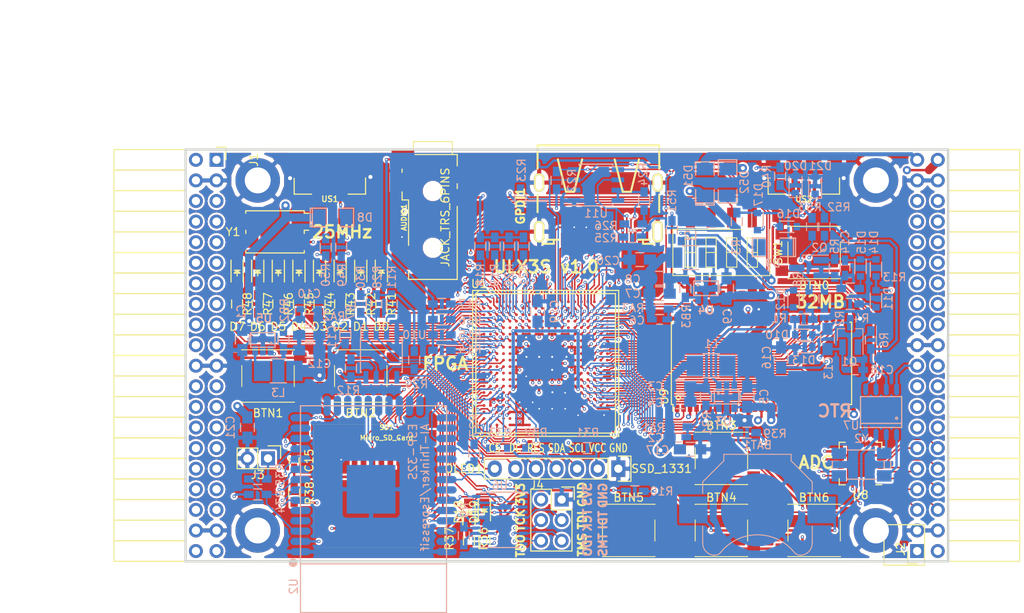
<source format=kicad_pcb>
(kicad_pcb (version 4) (host pcbnew 4.0.7+dfsg1-1)
  (layers (0 F.Cu signal) (1 In1.Cu signal) (2 In2.Cu signal) (31 B.Cu signal) (34 B.Paste user hide) (35 F.Paste user) (36 B.SilkS user hide) (37 F.SilkS user) (38 B.Mask user) (39 F.Mask user) (44 Edge.Cuts user))
  (net 0 "")
  (net 1 GND)
  (net 2 +5V)
  (net 3 /gpio/IN5V)
  (net 4 /gpio/OUT5V)
  (net 5 +3V3)
  (net 6 "Net-(L1-Pad1)")
  (net 7 "Net-(L2-Pad1)")
  (net 8 +1V2)
  (net 9 BTN_D)
  (net 10 BTN_F1)
  (net 11 BTN_F2)
  (net 12 BTN_L)
  (net 13 BTN_R)
  (net 14 BTN_U)
  (net 15 /power/FB1)
  (net 16 +2V5)
  (net 17 "Net-(L3-Pad1)")
  (net 18 /power/PWREN)
  (net 19 /power/FB3)
  (net 20 /power/FB2)
  (net 21 "Net-(D9-Pad1)")
  (net 22 /power/VBAT)
  (net 23 JTAG_TDI)
  (net 24 JTAG_TCK)
  (net 25 JTAG_TMS)
  (net 26 JTAG_TDO)
  (net 27 /power/WAKEUPn)
  (net 28 /power/WKUP)
  (net 29 /power/SHUT)
  (net 30 /power/WAKE)
  (net 31 /power/HOLD)
  (net 32 /power/WKn)
  (net 33 /power/OSCI_32k)
  (net 34 /power/OSCO_32k)
  (net 35 "Net-(Q2-Pad3)")
  (net 36 SHUTDOWN)
  (net 37 /analog/AUDIO_L)
  (net 38 /analog/AUDIO_R)
  (net 39 GPDI_5V_SCL)
  (net 40 GPDI_5V_SDA)
  (net 41 GPDI_SDA)
  (net 42 GPDI_SCL)
  (net 43 /gpdi/VREF2)
  (net 44 SD_CMD)
  (net 45 SD_CLK)
  (net 46 SD_D0)
  (net 47 SD_D1)
  (net 48 USB5V)
  (net 49 "Net-(BTN0-Pad1)")
  (net 50 GPDI_CEC)
  (net 51 nRESET)
  (net 52 FTDI_nDTR)
  (net 53 SDRAM_CKE)
  (net 54 SDRAM_A7)
  (net 55 SDRAM_D15)
  (net 56 SDRAM_BA1)
  (net 57 SDRAM_D7)
  (net 58 SDRAM_A6)
  (net 59 SDRAM_CLK)
  (net 60 SDRAM_D13)
  (net 61 SDRAM_BA0)
  (net 62 SDRAM_D6)
  (net 63 SDRAM_A5)
  (net 64 SDRAM_D14)
  (net 65 SDRAM_A11)
  (net 66 SDRAM_D12)
  (net 67 SDRAM_D5)
  (net 68 SDRAM_A4)
  (net 69 SDRAM_A10)
  (net 70 SDRAM_D11)
  (net 71 SDRAM_A3)
  (net 72 SDRAM_D4)
  (net 73 SDRAM_D10)
  (net 74 SDRAM_D9)
  (net 75 SDRAM_A9)
  (net 76 SDRAM_D3)
  (net 77 SDRAM_D8)
  (net 78 SDRAM_A8)
  (net 79 SDRAM_A2)
  (net 80 SDRAM_A1)
  (net 81 SDRAM_A0)
  (net 82 SDRAM_D2)
  (net 83 SDRAM_D1)
  (net 84 SDRAM_D0)
  (net 85 SDRAM_DQM0)
  (net 86 SDRAM_nCS)
  (net 87 SDRAM_nRAS)
  (net 88 SDRAM_DQM1)
  (net 89 SDRAM_nCAS)
  (net 90 SDRAM_nWE)
  (net 91 /flash/FLASH_nWP)
  (net 92 /flash/FLASH_nHOLD)
  (net 93 /flash/FLASH_MOSI)
  (net 94 /flash/FLASH_MISO)
  (net 95 /flash/FLASH_SCK)
  (net 96 /flash/FLASH_nCS)
  (net 97 /flash/FPGA_PROGRAMN)
  (net 98 /flash/FPGA_DONE)
  (net 99 /flash/FPGA_INITN)
  (net 100 OLED_RES)
  (net 101 OLED_DC)
  (net 102 OLED_CS)
  (net 103 WIFI_EN)
  (net 104 FTDI_nRTS)
  (net 105 FTDI_TXD)
  (net 106 FTDI_RXD)
  (net 107 WIFI_RXD)
  (net 108 WIFI_GPIO0)
  (net 109 WIFI_TXD)
  (net 110 GPDI_ETH-)
  (net 111 GPDI_ETH+)
  (net 112 GPDI_D2+)
  (net 113 GPDI_D2-)
  (net 114 GPDI_D1+)
  (net 115 GPDI_D1-)
  (net 116 GPDI_D0+)
  (net 117 GPDI_D0-)
  (net 118 GPDI_CLK+)
  (net 119 GPDI_CLK-)
  (net 120 USB_FTDI_D+)
  (net 121 USB_FTDI_D-)
  (net 122 J1_17-)
  (net 123 J1_17+)
  (net 124 J1_23-)
  (net 125 J1_23+)
  (net 126 J1_25-)
  (net 127 J1_25+)
  (net 128 J1_27-)
  (net 129 J1_27+)
  (net 130 J1_29-)
  (net 131 J1_29+)
  (net 132 J1_31-)
  (net 133 J1_31+)
  (net 134 J1_33-)
  (net 135 J1_33+)
  (net 136 J1_35-)
  (net 137 J1_35+)
  (net 138 J2_5-)
  (net 139 J2_5+)
  (net 140 J2_7-)
  (net 141 J2_7+)
  (net 142 J2_9-)
  (net 143 J2_9+)
  (net 144 J2_13-)
  (net 145 J2_13+)
  (net 146 J2_17-)
  (net 147 J2_17+)
  (net 148 J2_11-)
  (net 149 J2_11+)
  (net 150 J2_23-)
  (net 151 J2_23+)
  (net 152 J1_5-)
  (net 153 J1_5+)
  (net 154 J1_7-)
  (net 155 J1_7+)
  (net 156 J1_9-)
  (net 157 J1_9+)
  (net 158 J1_11-)
  (net 159 J1_11+)
  (net 160 J1_13-)
  (net 161 J1_13+)
  (net 162 J1_15-)
  (net 163 J1_15+)
  (net 164 J2_15-)
  (net 165 J2_15+)
  (net 166 J2_25-)
  (net 167 J2_25+)
  (net 168 J2_27-)
  (net 169 J2_27+)
  (net 170 J2_29-)
  (net 171 J2_29+)
  (net 172 J2_31-)
  (net 173 J2_31+)
  (net 174 J2_33-)
  (net 175 J2_33+)
  (net 176 J2_35-)
  (net 177 J2_35+)
  (net 178 SD_D3)
  (net 179 AUDIO_L3)
  (net 180 AUDIO_L2)
  (net 181 AUDIO_L1)
  (net 182 AUDIO_L0)
  (net 183 AUDIO_R3)
  (net 184 AUDIO_R2)
  (net 185 AUDIO_R1)
  (net 186 AUDIO_R0)
  (net 187 OLED_CLK)
  (net 188 OLED_MOSI)
  (net 189 LED0)
  (net 190 LED1)
  (net 191 LED2)
  (net 192 LED3)
  (net 193 LED4)
  (net 194 LED5)
  (net 195 LED6)
  (net 196 LED7)
  (net 197 BTN_PWRn)
  (net 198 "Net-(J3-Pad1)")
  (net 199 FTDI_nTXLED)
  (net 200 FTDI_nSLEEP)
  (net 201 /blinkey/LED_PWREN)
  (net 202 /blinkey/LED_TXLED)
  (net 203 FT3V3)
  (net 204 /sdcard/SD3V3)
  (net 205 SD_D2)
  (net 206 CLK_25MHz)
  (net 207 /blinkey/BTNPUL)
  (net 208 /blinkey/BTNPUR)
  (net 209 USB_FPGA_D+)
  (net 210 /power/FTDI_nSUSPEND)
  (net 211 /blinkey/ALED0)
  (net 212 /blinkey/ALED1)
  (net 213 /blinkey/ALED2)
  (net 214 /blinkey/ALED3)
  (net 215 /blinkey/ALED4)
  (net 216 /blinkey/ALED5)
  (net 217 /blinkey/ALED6)
  (net 218 /blinkey/ALED7)
  (net 219 /usb/FTD-)
  (net 220 /usb/FTD+)
  (net 221 ADC_MISO)
  (net 222 ADC_MOSI)
  (net 223 ADC_CSn)
  (net 224 ADC_SCLK)
  (net 225 "Net-(R51-Pad2)")
  (net 226 SW3)
  (net 227 SW2)
  (net 228 SW1)
  (net 229 SW0)
  (net 230 USB_FPGA_D-)
  (net 231 /usb/FPD+)
  (net 232 /usb/FPD-)
  (net 233 WIFI_GPIO16)
  (net 234 WIFI_GPIO15)
  (net 235 /usb/ANT_433MHz)
  (module Resistors_SMD:R_0603_HandSoldering (layer B.Cu) (at 154.044 71.326 90)
    (fp_text reference R51 (at 3.556 0 90) (layer B.SilkS) (effects (justify mirror)))
    (fp_text value 220)
    (pad 1 smd rect (at -1.1 0 90) (size 1.2 0.9) (layers B.Cu B.Paste B.Mask) (net 5 +3V3))
    (pad 2 smd rect (at 1.1 0 90) (size 1.2 0.9) (layers B.Cu B.Paste B.Mask) (net 225 "Net-(R51-Pad2)"))
  )
  (module SMD_Packages:SMD-1206_Pol (layer B.Cu) (at 160.902 65.484 270)
    (fp_text reference D52 (at -0.034 -2.078 270) (layer B.SilkS) (effects (justify mirror)))
    (fp_text value 2A)
    (pad 1 smd rect (at -1.651 0 270) (size 1.524 2.032) (layers B.Cu B.Paste B.Mask) (net 4 /gpio/OUT5V))
    (pad 2 smd rect (at 1.651 0 270) (size 1.524 2.032) (layers B.Cu B.Paste B.Mask) (net 2 +5V))
  )
  (module SMD_Packages:SMD-1206_Pol (layer B.Cu) (at 158.108 65.484 90)
    (fp_text reference D51 (at 0.762 -2.032 90) (layer B.SilkS) (effects (justify mirror)))
    (fp_text value 2A)
    (pad 1 smd rect (at -1.651 0 90) (size 1.524 2.032) (layers B.Cu B.Paste B.Mask) (net 2 +5V))
    (pad 2 smd rect (at 1.651 0 90) (size 1.524 2.032) (layers B.Cu B.Paste B.Mask) (net 3 /gpio/IN5V))
  )
  (module micro-sd:MicroSD_TF02D (layer F.Cu) (at 116.87 110.52 180)
    (fp_text reference SD1 (at -1.995 14.81 180) (layer F.SilkS) (effects (font (size 0.59944 0.59944) (thickness 0.12446))))
    (fp_text value Micro_SD_Card (at -1.995 13.54 180) (layer F.SilkS) (effects (font (size 0.59944 0.59944) (thickness 0.12446))))
    (pad 1 smd rect (at 1.94 11 180) (size 0.7 1.8) (layers F.Cu F.Paste F.Mask) (net 205 SD_D2))
    (pad 2 smd rect (at 0.84 11 180) (size 0.7 1.8) (layers F.Cu F.Paste F.Mask) (net 178 SD_D3))
    (pad 3 smd rect (at -0.26 11 180) (size 0.7 1.8) (layers F.Cu F.Paste F.Mask) (net 44 SD_CMD))
    (pad 4 smd rect (at -1.36 11 180) (size 0.7 1.8) (layers F.Cu F.Paste F.Mask) (net 204 /sdcard/SD3V3))
    (pad 5 smd rect (at -2.46 11 180) (size 0.7 1.8) (layers F.Cu F.Paste F.Mask) (net 45 SD_CLK))
    (pad 6 smd rect (at -3.56 11 180) (size 0.7 1.8) (layers F.Cu F.Paste F.Mask) (net 1 GND))
    (pad 7 smd rect (at -4.66 11 180) (size 0.7 1.8) (layers F.Cu F.Paste F.Mask) (net 46 SD_D0))
    (pad 8 smd rect (at -5.76 11 180) (size 0.7 1.8) (layers F.Cu F.Paste F.Mask) (net 47 SD_D1))
    (pad S smd rect (at -5.05 0.4 180) (size 1.6 1.4) (layers F.Cu F.Paste F.Mask))
    (pad S smd rect (at 0.75 0.4 180) (size 1.8 1.4) (layers F.Cu F.Paste F.Mask))
    (pad G smd rect (at -7.45 13.55 180) (size 1.4 1.9) (layers F.Cu F.Paste F.Mask))
    (pad G smd rect (at 6.6 14.55 180) (size 1.4 1.9) (layers F.Cu F.Paste F.Mask))
  )
  (module Resistors_SMD:R_1210_HandSoldering (layer B.Cu) (at 158.87 88.09 180)
    (fp_text reference L1 (at 0 2.7 180) (layer B.SilkS) (effects (justify mirror)))
    (fp_text value 2.2uH)
    (pad 1 smd rect (at -2 0 180) (size 2 2.5) (layers B.Cu B.Paste B.Mask) (net 6 "Net-(L1-Pad1)"))
    (pad 2 smd rect (at 2 0 180) (size 2 2.5) (layers B.Cu B.Paste B.Mask) (net 8 +1V2))
  )
  (module TSOT-25:TSOT-25 (layer B.Cu) (at 160.775 91.9)
    (fp_text reference U3 (at -0.381 3.048) (layer B.SilkS) (effects (font (thickness 0.2)) (justify mirror)))
    (fp_text value AP3429A)
    (pad 1 smd rect (at -0.95 -1.3) (size 0.7 1.2) (layers B.Cu B.Paste B.Mask) (net 18 /power/PWREN))
    (pad 2 smd rect (at 0 -1.3) (size 0.7 1.2) (layers B.Cu B.Paste B.Mask) (net 1 GND))
    (pad 3 smd rect (at 0.95 -1.3) (size 0.7 1.2) (layers B.Cu B.Paste B.Mask) (net 6 "Net-(L1-Pad1)"))
    (pad 4 smd rect (at 0.95 1.3) (size 0.7 1.2) (layers B.Cu B.Paste B.Mask) (net 2 +5V))
    (pad 5 smd rect (at -0.95 1.3) (size 0.7 1.2) (layers B.Cu B.Paste B.Mask) (net 15 /power/FB1))
  )
  (module Resistors_SMD:R_1210_HandSoldering (layer B.Cu) (at 156.33 74.755 180)
    (fp_text reference L2 (at 0 2.7 180) (layer B.SilkS) (effects (justify mirror)))
    (fp_text value 2.2uH)
    (pad 1 smd rect (at -2 0 180) (size 2 2.5) (layers B.Cu B.Paste B.Mask) (net 7 "Net-(L2-Pad1)"))
    (pad 2 smd rect (at 2 0 180) (size 2 2.5) (layers B.Cu B.Paste B.Mask) (net 5 +3V3))
  )
  (module TSOT-25:TSOT-25 (layer B.Cu) (at 158.235 78.535)
    (fp_text reference U4 (at 0 2.697) (layer B.SilkS) (effects (font (thickness 0.2)) (justify mirror)))
    (fp_text value AP3429A)
    (pad 1 smd rect (at -0.95 -1.3) (size 0.7 1.2) (layers B.Cu B.Paste B.Mask) (net 18 /power/PWREN))
    (pad 2 smd rect (at 0 -1.3) (size 0.7 1.2) (layers B.Cu B.Paste B.Mask) (net 1 GND))
    (pad 3 smd rect (at 0.95 -1.3) (size 0.7 1.2) (layers B.Cu B.Paste B.Mask) (net 7 "Net-(L2-Pad1)"))
    (pad 4 smd rect (at 0.95 1.3) (size 0.7 1.2) (layers B.Cu B.Paste B.Mask) (net 2 +5V))
    (pad 5 smd rect (at -0.95 1.3) (size 0.7 1.2) (layers B.Cu B.Paste B.Mask) (net 19 /power/FB3))
  )
  (module LEDs:LED_0805 (layer F.Cu) (at 118.23 76.66 270)
    (fp_text reference D0 (at 6.604 0 360) (layer F.SilkS))
    (fp_text value LED hide)
    (pad 2 smd rect (at 1.04902 0 90) (size 1.19888 1.19888) (layers F.Cu F.Paste F.Mask) (net 211 /blinkey/ALED0))
    (pad 1 smd rect (at -1.04902 0 90) (size 1.19888 1.19888) (layers F.Cu F.Paste F.Mask) (net 1 GND))
  )
  (module LEDs:LED_0805 (layer F.Cu) (at 115.69 76.66 270)
    (fp_text reference D1 (at 6.604 0 360) (layer F.SilkS))
    (fp_text value LED hide)
    (pad 2 smd rect (at 1.04902 0 90) (size 1.19888 1.19888) (layers F.Cu F.Paste F.Mask) (net 212 /blinkey/ALED1))
    (pad 1 smd rect (at -1.04902 0 90) (size 1.19888 1.19888) (layers F.Cu F.Paste F.Mask) (net 1 GND))
  )
  (module LEDs:LED_0805 (layer F.Cu) (at 113.15 76.66 270)
    (fp_text reference D2 (at 6.604 0 360) (layer F.SilkS))
    (fp_text value LED hide)
    (pad 2 smd rect (at 1.04902 0 90) (size 1.19888 1.19888) (layers F.Cu F.Paste F.Mask) (net 213 /blinkey/ALED2))
    (pad 1 smd rect (at -1.04902 0 90) (size 1.19888 1.19888) (layers F.Cu F.Paste F.Mask) (net 1 GND))
  )
  (module LEDs:LED_0805 (layer F.Cu) (at 110.61 76.66 270)
    (fp_text reference D3 (at 6.604 0 360) (layer F.SilkS))
    (fp_text value LED hide)
    (pad 2 smd rect (at 1.04902 0 90) (size 1.19888 1.19888) (layers F.Cu F.Paste F.Mask) (net 214 /blinkey/ALED3))
    (pad 1 smd rect (at -1.04902 0 90) (size 1.19888 1.19888) (layers F.Cu F.Paste F.Mask) (net 1 GND))
  )
  (module LEDs:LED_0805 (layer F.Cu) (at 108.07 76.66 270)
    (fp_text reference D4 (at 6.604 0 360) (layer F.SilkS))
    (fp_text value LED hide)
    (pad 2 smd rect (at 1.04902 0 90) (size 1.19888 1.19888) (layers F.Cu F.Paste F.Mask) (net 215 /blinkey/ALED4))
    (pad 1 smd rect (at -1.04902 0 90) (size 1.19888 1.19888) (layers F.Cu F.Paste F.Mask) (net 1 GND))
  )
  (module LEDs:LED_0805 (layer F.Cu) (at 105.53 76.66 270)
    (fp_text reference D5 (at 6.604 0 360) (layer F.SilkS))
    (fp_text value LED hide)
    (pad 2 smd rect (at 1.04902 0 90) (size 1.19888 1.19888) (layers F.Cu F.Paste F.Mask) (net 216 /blinkey/ALED5))
    (pad 1 smd rect (at -1.04902 0 90) (size 1.19888 1.19888) (layers F.Cu F.Paste F.Mask) (net 1 GND))
  )
  (module LEDs:LED_0805 (layer F.Cu) (at 102.99 76.66 270)
    (fp_text reference D6 (at 6.604 0 360) (layer F.SilkS))
    (fp_text value LED hide)
    (pad 2 smd rect (at 1.04902 0 90) (size 1.19888 1.19888) (layers F.Cu F.Paste F.Mask) (net 217 /blinkey/ALED6))
    (pad 1 smd rect (at -1.04902 0 90) (size 1.19888 1.19888) (layers F.Cu F.Paste F.Mask) (net 1 GND))
  )
  (module LEDs:LED_0805 (layer F.Cu) (at 100.45 76.66 270)
    (fp_text reference D7 (at 6.604 0 360) (layer F.SilkS))
    (fp_text value LED hide)
    (pad 2 smd rect (at 1.04902 0 90) (size 1.19888 1.19888) (layers F.Cu F.Paste F.Mask) (net 218 /blinkey/ALED7))
    (pad 1 smd rect (at -1.04902 0 90) (size 1.19888 1.19888) (layers F.Cu F.Paste F.Mask) (net 1 GND))
  )
  (module Resistors_SMD:R_1210_HandSoldering (layer B.Cu) (at 105.53 88.725)
    (fp_text reference L3 (at 0 2.7) (layer B.SilkS) (effects (justify mirror)))
    (fp_text value 2.2uH)
    (pad 1 smd rect (at -2 0) (size 2 2.5) (layers B.Cu B.Paste B.Mask) (net 17 "Net-(L3-Pad1)"))
    (pad 2 smd rect (at 2 0) (size 2 2.5) (layers B.Cu B.Paste B.Mask) (net 16 +2V5))
  )
  (module TSOT-25:TSOT-25 (layer B.Cu) (at 103.625 84.915 180)
    (fp_text reference U5 (at -0.127 2.667 180) (layer B.SilkS) (effects (font (thickness 0.2)) (justify mirror)))
    (fp_text value AP3429A)
    (pad 1 smd rect (at -0.95 -1.3 180) (size 0.7 1.2) (layers B.Cu B.Paste B.Mask) (net 18 /power/PWREN))
    (pad 2 smd rect (at 0 -1.3 180) (size 0.7 1.2) (layers B.Cu B.Paste B.Mask) (net 1 GND))
    (pad 3 smd rect (at 0.95 -1.3 180) (size 0.7 1.2) (layers B.Cu B.Paste B.Mask) (net 17 "Net-(L3-Pad1)"))
    (pad 4 smd rect (at 0.95 1.3 180) (size 0.7 1.2) (layers B.Cu B.Paste B.Mask) (net 2 +5V))
    (pad 5 smd rect (at -0.95 1.3 180) (size 0.7 1.2) (layers B.Cu B.Paste B.Mask) (net 20 /power/FB2))
  )
  (module Capacitors_SMD:C_0805_HandSoldering (layer B.Cu) (at 101.085 84.915 270)
    (fp_text reference C1 (at -3.429 0.127 270) (layer B.SilkS) (effects (justify mirror)))
    (fp_text value 22uF)
    (pad 1 smd rect (at -1.25 0 270) (size 1.5 1.25) (layers B.Cu B.Paste B.Mask) (net 2 +5V))
    (pad 2 smd rect (at 1.25 0 270) (size 1.5 1.25) (layers B.Cu B.Paste B.Mask) (net 1 GND))
  )
  (module Capacitors_SMD:C_0805_HandSoldering (layer B.Cu) (at 155.06 90.63)
    (fp_text reference C3 (at -3.048 0) (layer B.SilkS) (effects (justify mirror)))
    (fp_text value 22uF)
    (pad 1 smd rect (at -1.25 0) (size 1.5 1.25) (layers B.Cu B.Paste B.Mask) (net 8 +1V2))
    (pad 2 smd rect (at 1.25 0) (size 1.5 1.25) (layers B.Cu B.Paste B.Mask) (net 1 GND))
  )
  (module Capacitors_SMD:C_0805_HandSoldering (layer B.Cu) (at 155.06 92.535)
    (fp_text reference C4 (at -3.048 0.127) (layer B.SilkS) (effects (justify mirror)))
    (fp_text value 22uF)
    (pad 1 smd rect (at -1.25 0) (size 1.5 1.25) (layers B.Cu B.Paste B.Mask) (net 8 +1V2))
    (pad 2 smd rect (at 1.25 0) (size 1.5 1.25) (layers B.Cu B.Paste B.Mask) (net 1 GND))
  )
  (module Capacitors_SMD:C_0805_HandSoldering (layer B.Cu) (at 163.315 91.9 90)
    (fp_text reference C5 (at 0 2.1 90) (layer B.SilkS) (effects (justify mirror)))
    (fp_text value 22uF)
    (pad 1 smd rect (at -1.25 0 90) (size 1.5 1.25) (layers B.Cu B.Paste B.Mask) (net 2 +5V))
    (pad 2 smd rect (at 1.25 0 90) (size 1.5 1.25) (layers B.Cu B.Paste B.Mask) (net 1 GND))
  )
  (module Capacitors_SMD:C_0805_HandSoldering (layer B.Cu) (at 152.52 79.2)
    (fp_text reference C7 (at -3.302 0) (layer B.SilkS) (effects (justify mirror)))
    (fp_text value 22uF)
    (pad 1 smd rect (at -1.25 0) (size 1.5 1.25) (layers B.Cu B.Paste B.Mask) (net 5 +3V3))
    (pad 2 smd rect (at 1.25 0) (size 1.5 1.25) (layers B.Cu B.Paste B.Mask) (net 1 GND))
  )
  (module Capacitors_SMD:C_0805_HandSoldering (layer B.Cu) (at 152.52 77.295)
    (fp_text reference C8 (at -3.302 0.127) (layer B.SilkS) (effects (justify mirror)))
    (fp_text value 22uF)
    (pad 1 smd rect (at -1.25 0) (size 1.5 1.25) (layers B.Cu B.Paste B.Mask) (net 5 +3V3))
    (pad 2 smd rect (at 1.25 0) (size 1.5 1.25) (layers B.Cu B.Paste B.Mask) (net 1 GND))
  )
  (module Capacitors_SMD:C_0805_HandSoldering (layer B.Cu) (at 160.775 78.565 90)
    (fp_text reference C9 (at -3.429 0.127 90) (layer B.SilkS) (effects (justify mirror)))
    (fp_text value 22uF)
    (pad 1 smd rect (at -1.25 0 90) (size 1.5 1.25) (layers B.Cu B.Paste B.Mask) (net 2 +5V))
    (pad 2 smd rect (at 1.25 0 90) (size 1.5 1.25) (layers B.Cu B.Paste B.Mask) (net 1 GND))
  )
  (module Capacitors_SMD:C_0805_HandSoldering (layer B.Cu) (at 109.34 84.28 180)
    (fp_text reference C11 (at -2.794 -0.254 270) (layer B.SilkS) (effects (justify mirror)))
    (fp_text value 22uF)
    (pad 1 smd rect (at -1.25 0 180) (size 1.5 1.25) (layers B.Cu B.Paste B.Mask) (net 16 +2V5))
    (pad 2 smd rect (at 1.25 0 180) (size 1.5 1.25) (layers B.Cu B.Paste B.Mask) (net 1 GND))
  )
  (module Capacitors_SMD:C_0805_HandSoldering (layer B.Cu) (at 109.34 86.185 180)
    (fp_text reference C12 (at -1.27 -1.651 360) (layer B.SilkS) (effects (justify mirror)))
    (fp_text value 22uF)
    (pad 1 smd rect (at -1.25 0 180) (size 1.5 1.25) (layers B.Cu B.Paste B.Mask) (net 16 +2V5))
    (pad 2 smd rect (at 1.25 0 180) (size 1.5 1.25) (layers B.Cu B.Paste B.Mask) (net 1 GND))
  )
  (module SMD_Packages:SMD-1206_Pol (layer B.Cu) (at 112.261 69.802)
    (fp_text reference D8 (at 3.937 0) (layer B.SilkS) (effects (justify mirror)))
    (fp_text value 2A)
    (pad 1 smd rect (at -1.651 0) (size 1.524 2.032) (layers B.Cu B.Paste B.Mask) (net 2 +5V))
    (pad 2 smd rect (at 1.651 0) (size 1.524 2.032) (layers B.Cu B.Paste B.Mask) (net 48 USB5V))
  )
  (module SMD_Packages:SMD-1206_Pol (layer B.Cu) (at 166.49 73.485 180)
    (fp_text reference D9 (at 0.01 -1.965 180) (layer B.SilkS) (effects (justify mirror)))
    (fp_text value 2A)
    (pad 1 smd rect (at -1.651 0 180) (size 1.524 2.032) (layers B.Cu B.Paste B.Mask) (net 21 "Net-(D9-Pad1)"))
    (pad 2 smd rect (at 1.651 0 180) (size 1.524 2.032) (layers B.Cu B.Paste B.Mask) (net 2 +5V))
  )
  (module Power_Integrations:SO-8 (layer B.Cu) (at 179.825 93.805 180)
    (fp_text reference U7 (at 3.683 -1.651 180) (layer B.SilkS) (effects (justify mirror)))
    (fp_text value PCF8523)
    (pad 1 smd oval (at -1.905 -2.794 180) (size 0.6096 1.4732) (layers B.Cu B.Paste B.Mask) (net 33 /power/OSCI_32k))
    (pad 2 smd oval (at -0.635 -2.794 180) (size 0.6096 1.4732) (layers B.Cu B.Paste B.Mask) (net 34 /power/OSCO_32k))
    (pad 3 smd oval (at 0.635 -2.794 180) (size 0.6096 1.4732) (layers B.Cu B.Paste B.Mask) (net 22 /power/VBAT))
    (pad 4 smd oval (at 1.905 -2.794 180) (size 0.6096 1.4732) (layers B.Cu B.Paste B.Mask) (net 1 GND))
    (pad 5 smd oval (at 1.905 2.794 180) (size 0.6096 1.4732) (layers B.Cu B.Paste B.Mask) (net 41 GPDI_SDA))
    (pad 6 smd oval (at 0.635 2.794 180) (size 0.6096 1.4732) (layers B.Cu B.Paste B.Mask) (net 42 GPDI_SCL))
    (pad 7 smd oval (at -0.635 2.794 180) (size 0.6096 1.4732) (layers B.Cu B.Paste B.Mask) (net 27 /power/WAKEUPn))
    (pad 8 smd oval (at -1.905 2.794 180) (size 0.6096 1.4732) (layers B.Cu B.Paste B.Mask) (net 5 +3V3))
  )
  (module Capacitors_SMD:C_0805_HandSoldering (layer B.Cu) (at 173.221 84.788 90)
    (fp_text reference C13 (at -3.556 0.127 90) (layer B.SilkS) (effects (justify mirror)))
    (fp_text value 2.2uF)
    (pad 1 smd rect (at -1.25 0 90) (size 1.5 1.25) (layers B.Cu B.Paste B.Mask) (net 2 +5V))
    (pad 2 smd rect (at 1.25 0 90) (size 1.5 1.25) (layers B.Cu B.Paste B.Mask) (net 28 /power/WKUP))
  )
  (module Diodes_SMD:D_0805 (layer B.Cu) (at 170.3 84.28)
    (fp_text reference D10 (at -3.302 0) (layer B.SilkS) (effects (justify mirror)))
    (fp_text value 1N4148)
    (pad 1 smd rect (at -1.05 0) (size 0.8 0.9) (layers B.Cu B.Paste B.Mask) (net 30 /power/WAKE))
    (pad 2 smd rect (at 1.05 0) (size 0.8 0.9) (layers B.Cu B.Paste B.Mask) (net 28 /power/WKUP))
  )
  (module Diodes_SMD:D_0805 (layer B.Cu) (at 179.19 79.835 90)
    (fp_text reference D11 (at 0 1.524 90) (layer B.SilkS) (effects (justify mirror)))
    (fp_text value 1N4148)
    (pad 1 smd rect (at -1.05 0 90) (size 0.8 0.9) (layers B.Cu B.Paste B.Mask) (net 31 /power/HOLD))
    (pad 2 smd rect (at 1.05 0 90) (size 0.8 0.9) (layers B.Cu B.Paste B.Mask) (net 5 +3V3))
  )
  (module Diodes_SMD:D_0805 (layer B.Cu) (at 177.285 76.025 270)
    (fp_text reference D15 (at -3.175 -0.127 270) (layer B.SilkS) (effects (justify mirror)))
    (fp_text value BAT42)
    (pad 1 smd rect (at -1.05 0 270) (size 0.8 0.9) (layers B.Cu B.Paste B.Mask) (net 29 /power/SHUT))
    (pad 2 smd rect (at 1.05 0 270) (size 0.8 0.9) (layers B.Cu B.Paste B.Mask) (net 36 SHUTDOWN))
  )
  (module Diodes_SMD:D_0805 (layer B.Cu) (at 169.03 79.835 90)
    (fp_text reference D12 (at 0 -1.6 90) (layer B.SilkS) (effects (justify mirror)))
    (fp_text value 1N4148)
    (pad 1 smd rect (at -1.05 0 90) (size 0.8 0.9) (layers B.Cu B.Paste B.Mask) (net 18 /power/PWREN))
    (pad 2 smd rect (at 1.05 0 90) (size 0.8 0.9) (layers B.Cu B.Paste B.Mask) (net 210 /power/FTDI_nSUSPEND))
  )
  (module TSOP54:TSOP54 (layer F.Cu) (at 165.08 87.8 90)
    (fp_text reference U9 (at -4.1 -12 90) (layer F.SilkS))
    (fp_text value MT48LC16M16A2TG)
    (pad 28 smd rect (at 5.53 10.4 90) (size 0.9 0.56) (layers F.Cu F.Paste F.Mask) (net 1 GND))
    (pad 1 smd rect (at -5.53 -10.4 90) (size 0.9 0.56) (layers F.Cu F.Paste F.Mask) (net 5 +3V3))
    (pad 2 smd rect (at -5.53 -9.6 90) (size 0.9 0.56) (layers F.Cu F.Paste F.Mask) (net 84 SDRAM_D0))
    (pad 3 smd rect (at -5.53 -8.8 90) (size 0.9 0.56) (layers F.Cu F.Paste F.Mask) (net 5 +3V3))
    (pad 4 smd rect (at -5.53 -8 90) (size 0.9 0.56) (layers F.Cu F.Paste F.Mask) (net 83 SDRAM_D1))
    (pad 5 smd rect (at -5.53 -7.2 90) (size 0.9 0.56) (layers F.Cu F.Paste F.Mask) (net 82 SDRAM_D2))
    (pad 6 smd rect (at -5.53 -6.4 90) (size 0.9 0.56) (layers F.Cu F.Paste F.Mask) (net 1 GND))
    (pad 7 smd rect (at -5.53 -5.6 90) (size 0.9 0.56) (layers F.Cu F.Paste F.Mask) (net 76 SDRAM_D3))
    (pad 8 smd rect (at -5.53 -4.8 90) (size 0.9 0.56) (layers F.Cu F.Paste F.Mask) (net 72 SDRAM_D4))
    (pad 9 smd rect (at -5.53 -4 90) (size 0.9 0.56) (layers F.Cu F.Paste F.Mask) (net 5 +3V3))
    (pad 10 smd rect (at -5.53 -3.2 90) (size 0.9 0.56) (layers F.Cu F.Paste F.Mask) (net 67 SDRAM_D5))
    (pad 11 smd rect (at -5.53 -2.4 90) (size 0.9 0.56) (layers F.Cu F.Paste F.Mask) (net 62 SDRAM_D6))
    (pad 12 smd rect (at -5.53 -1.6 90) (size 0.9 0.56) (layers F.Cu F.Paste F.Mask) (net 1 GND))
    (pad 13 smd rect (at -5.53 -0.8 90) (size 0.9 0.56) (layers F.Cu F.Paste F.Mask) (net 57 SDRAM_D7))
    (pad 14 smd rect (at -5.53 0 90) (size 0.9 0.56) (layers F.Cu F.Paste F.Mask) (net 5 +3V3))
    (pad 15 smd rect (at -5.53 0.8 90) (size 0.9 0.56) (layers F.Cu F.Paste F.Mask) (net 85 SDRAM_DQM0))
    (pad 16 smd rect (at -5.53 1.6 90) (size 0.9 0.56) (layers F.Cu F.Paste F.Mask) (net 90 SDRAM_nWE))
    (pad 17 smd rect (at -5.53 2.4 90) (size 0.9 0.56) (layers F.Cu F.Paste F.Mask) (net 89 SDRAM_nCAS))
    (pad 18 smd rect (at -5.53 3.2 90) (size 0.9 0.56) (layers F.Cu F.Paste F.Mask) (net 87 SDRAM_nRAS))
    (pad 19 smd rect (at -5.53 4 90) (size 0.9 0.56) (layers F.Cu F.Paste F.Mask) (net 86 SDRAM_nCS))
    (pad 20 smd rect (at -5.53 4.8 90) (size 0.9 0.56) (layers F.Cu F.Paste F.Mask) (net 61 SDRAM_BA0))
    (pad 21 smd rect (at -5.53 5.6 90) (size 0.9 0.56) (layers F.Cu F.Paste F.Mask) (net 56 SDRAM_BA1))
    (pad 22 smd rect (at -5.53 6.4 90) (size 0.9 0.56) (layers F.Cu F.Paste F.Mask) (net 69 SDRAM_A10))
    (pad 23 smd rect (at -5.53 7.2 90) (size 0.9 0.56) (layers F.Cu F.Paste F.Mask) (net 81 SDRAM_A0))
    (pad 24 smd rect (at -5.53 8 90) (size 0.9 0.56) (layers F.Cu F.Paste F.Mask) (net 80 SDRAM_A1))
    (pad 25 smd rect (at -5.53 8.8 90) (size 0.9 0.56) (layers F.Cu F.Paste F.Mask) (net 79 SDRAM_A2))
    (pad 26 smd rect (at -5.53 9.6 90) (size 0.9 0.56) (layers F.Cu F.Paste F.Mask) (net 71 SDRAM_A3))
    (pad 27 smd rect (at -5.53 10.4 90) (size 0.9 0.56) (layers F.Cu F.Paste F.Mask) (net 5 +3V3))
    (pad 29 smd rect (at 5.53 9.6 90) (size 0.9 0.56) (layers F.Cu F.Paste F.Mask) (net 68 SDRAM_A4))
    (pad 30 smd rect (at 5.53 8.8 90) (size 0.9 0.56) (layers F.Cu F.Paste F.Mask) (net 63 SDRAM_A5))
    (pad 31 smd rect (at 5.53 8 90) (size 0.9 0.56) (layers F.Cu F.Paste F.Mask) (net 58 SDRAM_A6))
    (pad 32 smd rect (at 5.53 7.2 90) (size 0.9 0.56) (layers F.Cu F.Paste F.Mask) (net 54 SDRAM_A7))
    (pad 33 smd rect (at 5.53 6.4 90) (size 0.9 0.56) (layers F.Cu F.Paste F.Mask) (net 78 SDRAM_A8))
    (pad 34 smd rect (at 5.53 5.6 90) (size 0.9 0.56) (layers F.Cu F.Paste F.Mask) (net 75 SDRAM_A9))
    (pad 35 smd rect (at 5.53 4.8 90) (size 0.9 0.56) (layers F.Cu F.Paste F.Mask) (net 65 SDRAM_A11))
    (pad 36 smd rect (at 5.53 4 90) (size 0.9 0.56) (layers F.Cu F.Paste F.Mask))
    (pad 37 smd rect (at 5.53 3.2 90) (size 0.9 0.56) (layers F.Cu F.Paste F.Mask) (net 53 SDRAM_CKE))
    (pad 38 smd rect (at 5.53 2.4 90) (size 0.9 0.56) (layers F.Cu F.Paste F.Mask) (net 59 SDRAM_CLK))
    (pad 39 smd rect (at 5.53 1.6 90) (size 0.9 0.56) (layers F.Cu F.Paste F.Mask) (net 88 SDRAM_DQM1))
    (pad 40 smd rect (at 5.53 0.8 90) (size 0.9 0.56) (layers F.Cu F.Paste F.Mask))
    (pad 41 smd rect (at 5.53 0 90) (size 0.9 0.56) (layers F.Cu F.Paste F.Mask) (net 1 GND))
    (pad 42 smd rect (at 5.53 -0.8 90) (size 0.9 0.56) (layers F.Cu F.Paste F.Mask) (net 77 SDRAM_D8))
    (pad 43 smd rect (at 5.53 -1.6 90) (size 0.9 0.56) (layers F.Cu F.Paste F.Mask) (net 5 +3V3))
    (pad 44 smd rect (at 5.53 -2.4 90) (size 0.9 0.56) (layers F.Cu F.Paste F.Mask) (net 74 SDRAM_D9))
    (pad 45 smd rect (at 5.53 -3.2 90) (size 0.9 0.56) (layers F.Cu F.Paste F.Mask) (net 73 SDRAM_D10))
    (pad 46 smd rect (at 5.53 -4 90) (size 0.9 0.56) (layers F.Cu F.Paste F.Mask) (net 1 GND))
    (pad 47 smd rect (at 5.53 -4.8 90) (size 0.9 0.56) (layers F.Cu F.Paste F.Mask) (net 70 SDRAM_D11))
    (pad 48 smd rect (at 5.53 -5.6 90) (size 0.9 0.56) (layers F.Cu F.Paste F.Mask) (net 66 SDRAM_D12))
    (pad 49 smd rect (at 5.53 -6.4 90) (size 0.9 0.56) (layers F.Cu F.Paste F.Mask) (net 5 +3V3))
    (pad 50 smd rect (at 5.53 -7.2 90) (size 0.9 0.56) (layers F.Cu F.Paste F.Mask) (net 60 SDRAM_D13))
    (pad 51 smd rect (at 5.53 -8 90) (size 0.9 0.56) (layers F.Cu F.Paste F.Mask) (net 64 SDRAM_D14))
    (pad 52 smd rect (at 5.53 -8.8 90) (size 0.9 0.56) (layers F.Cu F.Paste F.Mask) (net 1 GND))
    (pad 53 smd rect (at 5.53 -9.6 90) (size 0.9 0.56) (layers F.Cu F.Paste F.Mask) (net 55 SDRAM_D15))
    (pad 54 smd rect (at 5.53 -10.4 90) (size 0.9 0.56) (layers F.Cu F.Paste F.Mask) (net 1 GND))
  )
  (module TO_SOT_Packages_SMD:SOT-23_Handsoldering (layer B.Cu) (at 176.015 84.28 90)
    (fp_text reference Q1 (at -3.302 -0.127 180) (layer B.SilkS) (effects (justify mirror)))
    (fp_text value BC857)
    (pad 1 smd rect (at -1.5 0.95 90) (size 1.9 0.8) (layers B.Cu B.Paste B.Mask) (net 32 /power/WKn))
    (pad 2 smd rect (at -1.5 -0.95 90) (size 1.9 0.8) (layers B.Cu B.Paste B.Mask) (net 2 +5V))
    (pad 3 smd rect (at 1.5 0 90) (size 1.9 0.8) (layers B.Cu B.Paste B.Mask) (net 28 /power/WKUP))
  )
  (module TO_SOT_Packages_SMD:SOT-23_Handsoldering (layer B.Cu) (at 170.935 76.025 180)
    (fp_text reference Q2 (at -1.295 2.5 180) (layer B.SilkS) (effects (justify mirror)))
    (fp_text value 2N7002)
    (pad 1 smd rect (at -1.5 0.95 180) (size 1.9 0.8) (layers B.Cu B.Paste B.Mask) (net 29 /power/SHUT))
    (pad 2 smd rect (at -1.5 -0.95 180) (size 1.9 0.8) (layers B.Cu B.Paste B.Mask) (net 1 GND))
    (pad 3 smd rect (at 1.5 0 180) (size 1.9 0.8) (layers B.Cu B.Paste B.Mask) (net 35 "Net-(Q2-Pad3)"))
  )
  (module Capacitors_SMD:C_0603_HandSoldering (layer B.Cu) (at 154.86 96.91)
    (fp_text reference C2 (at -2.848 0.07) (layer B.SilkS) (effects (justify mirror)))
    (fp_text value 470pF)
    (pad 1 smd rect (at -0.95 0) (size 1.2 0.75) (layers B.Cu B.Paste B.Mask) (net 8 +1V2))
    (pad 2 smd rect (at 0.95 0) (size 1.2 0.75) (layers B.Cu B.Paste B.Mask) (net 15 /power/FB1))
  )
  (module Capacitors_SMD:C_0603_HandSoldering (layer B.Cu) (at 152.52 82.375)
    (fp_text reference C6 (at -2.794 0.127) (layer B.SilkS) (effects (justify mirror)))
    (fp_text value 470pF)
    (pad 1 smd rect (at -0.95 0) (size 1.2 0.75) (layers B.Cu B.Paste B.Mask) (net 5 +3V3))
    (pad 2 smd rect (at 0.95 0) (size 1.2 0.75) (layers B.Cu B.Paste B.Mask) (net 19 /power/FB3))
  )
  (module Capacitors_SMD:C_0603_HandSoldering (layer B.Cu) (at 109.34 81.105 180)
    (fp_text reference C10 (at 0 1.9 180) (layer B.SilkS) (effects (justify mirror)))
    (fp_text value 470pF)
    (pad 1 smd rect (at -0.95 0 180) (size 1.2 0.75) (layers B.Cu B.Paste B.Mask) (net 16 +2V5))
    (pad 2 smd rect (at 0.95 0 180) (size 1.2 0.75) (layers B.Cu B.Paste B.Mask) (net 20 /power/FB2))
  )
  (module Capacitors_SMD:C_0603_HandSoldering (layer B.Cu) (at 175.38 76.025 270)
    (fp_text reference C14 (at -3.175 0 270) (layer B.SilkS) (effects (justify mirror)))
    (fp_text value 100nF)
    (pad 1 smd rect (at -0.95 0 270) (size 1.2 0.75) (layers B.Cu B.Paste B.Mask) (net 29 /power/SHUT))
    (pad 2 smd rect (at 0.95 0 270) (size 1.2 0.75) (layers B.Cu B.Paste B.Mask) (net 1 GND))
  )
  (module Resistors_SMD:R_0603_HandSoldering (layer B.Cu) (at 170.3 82.375)
    (fp_text reference R1 (at -3.048 -0.127) (layer B.SilkS) (effects (justify mirror)))
    (fp_text value 15k)
    (pad 1 smd rect (at -1.1 0) (size 1.2 0.9) (layers B.Cu B.Paste B.Mask) (net 30 /power/WAKE))
    (pad 2 smd rect (at 1.1 0) (size 1.2 0.9) (layers B.Cu B.Paste B.Mask) (net 18 /power/PWREN))
  )
  (module Resistors_SMD:R_0603_HandSoldering (layer B.Cu) (at 172.84 79.835 90)
    (fp_text reference R2 (at -2.413 1.9 90) (layer B.SilkS) (effects (justify mirror)))
    (fp_text value 47k)
    (pad 1 smd rect (at -1.1 0 90) (size 1.2 0.9) (layers B.Cu B.Paste B.Mask) (net 18 /power/PWREN))
    (pad 2 smd rect (at 1.1 0 90) (size 1.2 0.9) (layers B.Cu B.Paste B.Mask) (net 1 GND))
  )
  (module Resistors_SMD:R_0603_HandSoldering (layer B.Cu) (at 176.015 80.47 180)
    (fp_text reference R4 (at -1.397 -1.778 360) (layer B.SilkS) (effects (justify mirror)))
    (fp_text value 15k)
    (pad 1 smd rect (at -1.1 0 180) (size 1.2 0.9) (layers B.Cu B.Paste B.Mask) (net 31 /power/HOLD))
    (pad 2 smd rect (at 1.1 0 180) (size 1.2 0.9) (layers B.Cu B.Paste B.Mask) (net 18 /power/PWREN))
  )
  (module Resistors_SMD:R_0603_HandSoldering (layer B.Cu) (at 174.11 76.025 270)
    (fp_text reference R5 (at -2.667 0 270) (layer B.SilkS) (effects (justify mirror)))
    (fp_text value 4.7M)
    (pad 1 smd rect (at -1.1 0 270) (size 1.2 0.9) (layers B.Cu B.Paste B.Mask) (net 29 /power/SHUT))
    (pad 2 smd rect (at 1.1 0 270) (size 1.2 0.9) (layers B.Cu B.Paste B.Mask) (net 1 GND))
  )
  (module Resistors_SMD:R_0603_HandSoldering (layer B.Cu) (at 178.555 84.915 270)
    (fp_text reference R6 (at 0 -1.651 270) (layer B.SilkS) (effects (justify mirror)))
    (fp_text value 1k)
    (pad 1 smd rect (at -1.1 0 270) (size 1.2 0.9) (layers B.Cu B.Paste B.Mask) (net 32 /power/WKn))
    (pad 2 smd rect (at 1.1 0 270) (size 1.2 0.9) (layers B.Cu B.Paste B.Mask) (net 27 /power/WAKEUPn))
  )
  (module Resistors_SMD:R_0603_HandSoldering (layer B.Cu) (at 113.785 84.28 270)
    (fp_text reference R7 (at -2.794 -0.635 270) (layer B.SilkS) (effects (justify mirror)))
    (fp_text value 220)
    (pad 1 smd rect (at -1.1 0 270) (size 1.2 0.9) (layers B.Cu B.Paste B.Mask) (net 5 +3V3))
    (pad 2 smd rect (at 1.1 0 270) (size 1.2 0.9) (layers B.Cu B.Paste B.Mask) (net 207 /blinkey/BTNPUL))
  )
  (module Resistors_SMD:R_0603_HandSoldering (layer B.Cu) (at 170.935 79.835 90)
    (fp_text reference R8 (at 2.413 -1.397 90) (layer B.SilkS) (effects (justify mirror)))
    (fp_text value 1k)
    (pad 1 smd rect (at -1.1 0 90) (size 1.2 0.9) (layers B.Cu B.Paste B.Mask) (net 18 /power/PWREN))
    (pad 2 smd rect (at 1.1 0 90) (size 1.2 0.9) (layers B.Cu B.Paste B.Mask) (net 35 "Net-(Q2-Pad3)"))
  )
  (module Resistors_SMD:R_0603_HandSoldering (layer B.Cu) (at 128.39 109.045 270)
    (fp_text reference R9 (at -3.13 -0.126 270) (layer B.SilkS) (effects (justify mirror)))
    (fp_text value 15k)
    (pad 1 smd rect (at -1.1 0 270) (size 1.2 0.9) (layers B.Cu B.Paste B.Mask) (net 51 nRESET))
    (pad 2 smd rect (at 1.1 0 270) (size 1.2 0.9) (layers B.Cu B.Paste B.Mask) (net 203 FT3V3))
  )
  (module Resistors_SMD:R_0603_HandSoldering (layer B.Cu) (at 149.472 103.584 180)
    (fp_text reference R10 (at -3.302 0 180) (layer B.SilkS) (effects (justify mirror)))
    (fp_text value 220)
    (pad 1 smd rect (at -1.1 0 180) (size 1.2 0.9) (layers B.Cu B.Paste B.Mask) (net 210 /power/FTDI_nSUSPEND))
    (pad 2 smd rect (at 1.1 0 180) (size 1.2 0.9) (layers B.Cu B.Paste B.Mask) (net 200 FTDI_nSLEEP))
  )
  (module Resistors_SMD:R_0603_HandSoldering (layer B.Cu) (at 176.015 78.565 180)
    (fp_text reference R13 (at -5.461 1.397 180) (layer B.SilkS) (effects (justify mirror)))
    (fp_text value 15k)
    (pad 1 smd rect (at -1.1 0 180) (size 1.2 0.9) (layers B.Cu B.Paste B.Mask) (net 36 SHUTDOWN))
    (pad 2 smd rect (at 1.1 0 180) (size 1.2 0.9) (layers B.Cu B.Paste B.Mask) (net 1 GND))
  )
  (module Resistors_SMD:R_0603_HandSoldering (layer B.Cu) (at 154.86 95.64)
    (fp_text reference RA1 (at -3.102 0.07) (layer B.SilkS) (effects (justify mirror)))
    (fp_text value 15k)
    (pad 1 smd rect (at -1.1 0) (size 1.2 0.9) (layers B.Cu B.Paste B.Mask) (net 8 +1V2))
    (pad 2 smd rect (at 1.1 0) (size 1.2 0.9) (layers B.Cu B.Paste B.Mask) (net 15 /power/FB1))
  )
  (module Resistors_SMD:R_0603_HandSoldering (layer B.Cu) (at 109.34 82.375 180)
    (fp_text reference RA2 (at -3.048 0.381 360) (layer B.SilkS) (effects (justify mirror)))
    (fp_text value 15k)
    (pad 1 smd rect (at -1.1 0 180) (size 1.2 0.9) (layers B.Cu B.Paste B.Mask) (net 16 +2V5))
    (pad 2 smd rect (at 1.1 0 180) (size 1.2 0.9) (layers B.Cu B.Paste B.Mask) (net 20 /power/FB2))
  )
  (module Resistors_SMD:R_0603_HandSoldering (layer B.Cu) (at 152.52 81.105)
    (fp_text reference RA3 (at -3.302 -0.127) (layer B.SilkS) (effects (justify mirror)))
    (fp_text value 15k)
    (pad 1 smd rect (at -1.1 0) (size 1.2 0.9) (layers B.Cu B.Paste B.Mask) (net 5 +3V3))
    (pad 2 smd rect (at 1.1 0) (size 1.2 0.9) (layers B.Cu B.Paste B.Mask) (net 19 /power/FB3))
  )
  (module Resistors_SMD:R_0603_HandSoldering (layer B.Cu) (at 158.235 91.9 270)
    (fp_text reference RB1 (at 3.302 -0.127 270) (layer B.SilkS) (effects (justify mirror)))
    (fp_text value 15k)
    (pad 1 smd rect (at -1.1 0 270) (size 1.2 0.9) (layers B.Cu B.Paste B.Mask) (net 1 GND))
    (pad 2 smd rect (at 1.1 0 270) (size 1.2 0.9) (layers B.Cu B.Paste B.Mask) (net 15 /power/FB1))
  )
  (module Resistors_SMD:R_0603_HandSoldering (layer B.Cu) (at 106.165 84.915 90)
    (fp_text reference RB2 (at 3.683 0.127 90) (layer B.SilkS) (effects (justify mirror)))
    (fp_text value 4.7k)
    (pad 1 smd rect (at -1.1 0 90) (size 1.2 0.9) (layers B.Cu B.Paste B.Mask) (net 1 GND))
    (pad 2 smd rect (at 1.1 0 90) (size 1.2 0.9) (layers B.Cu B.Paste B.Mask) (net 20 /power/FB2))
  )
  (module Resistors_SMD:R_0603_HandSoldering (layer B.Cu) (at 155.695 78.565 270)
    (fp_text reference RB3 (at 3.429 -0.127 270) (layer B.SilkS) (effects (justify mirror)))
    (fp_text value 3.3k)
    (pad 1 smd rect (at -1.1 0 270) (size 1.2 0.9) (layers B.Cu B.Paste B.Mask) (net 1 GND))
    (pad 2 smd rect (at 1.1 0 270) (size 1.2 0.9) (layers B.Cu B.Paste B.Mask) (net 19 /power/FB3))
  )
  (module Resistors_SMD:R_0603_HandSoldering (layer B.Cu) (at 125.682 86.185 180)
    (fp_text reference R14 (at -3.47 0.127 180) (layer B.SilkS) (effects (justify mirror)))
    (fp_text value 800)
    (pad 1 smd rect (at -1.1 0 180) (size 1.2 0.9) (layers B.Cu B.Paste B.Mask) (net 179 AUDIO_L3))
    (pad 2 smd rect (at 1.1 0 180) (size 1.2 0.9) (layers B.Cu B.Paste B.Mask) (net 37 /analog/AUDIO_L))
  )
  (module Resistors_SMD:R_0603_HandSoldering (layer B.Cu) (at 125.682 84.279 180)
    (fp_text reference R15 (at -3.47 -0.001 180) (layer B.SilkS) (effects (justify mirror)))
    (fp_text value 400)
    (pad 1 smd rect (at -1.1 0 180) (size 1.2 0.9) (layers B.Cu B.Paste B.Mask) (net 180 AUDIO_L2))
    (pad 2 smd rect (at 1.1 0 180) (size 1.2 0.9) (layers B.Cu B.Paste B.Mask) (net 37 /analog/AUDIO_L))
  )
  (module Resistors_SMD:R_0603_HandSoldering (layer B.Cu) (at 125.682 82.375 180)
    (fp_text reference R16 (at -3.47 -0.127 180) (layer B.SilkS) (effects (justify mirror)))
    (fp_text value 200)
    (pad 1 smd rect (at -1.1 0 180) (size 1.2 0.9) (layers B.Cu B.Paste B.Mask) (net 181 AUDIO_L1))
    (pad 2 smd rect (at 1.1 0 180) (size 1.2 0.9) (layers B.Cu B.Paste B.Mask) (net 37 /analog/AUDIO_L))
  )
  (module Resistors_SMD:R_0603_HandSoldering (layer B.Cu) (at 125.682 80.47 180)
    (fp_text reference R17 (at -3.47 0 180) (layer B.SilkS) (effects (justify mirror)))
    (fp_text value 100)
    (pad 1 smd rect (at -1.1 0 180) (size 1.2 0.9) (layers B.Cu B.Paste B.Mask) (net 182 AUDIO_L0))
    (pad 2 smd rect (at 1.1 0 180) (size 1.2 0.9) (layers B.Cu B.Paste B.Mask) (net 37 /analog/AUDIO_L))
  )
  (module Resistors_SMD:R_0603_HandSoldering (layer B.Cu) (at 130.422 73.358 90)
    (fp_text reference R18 (at -3.556 0 90) (layer B.SilkS) (effects (justify mirror)))
    (fp_text value 800)
    (pad 1 smd rect (at -1.1 0 90) (size 1.2 0.9) (layers B.Cu B.Paste B.Mask) (net 183 AUDIO_R3))
    (pad 2 smd rect (at 1.1 0 90) (size 1.2 0.9) (layers B.Cu B.Paste B.Mask) (net 38 /analog/AUDIO_R))
  )
  (module Resistors_SMD:R_0603_HandSoldering (layer B.Cu) (at 132.2 73.358 90)
    (fp_text reference R19 (at -3.556 0 90) (layer B.SilkS) (effects (justify mirror)))
    (fp_text value 400)
    (pad 1 smd rect (at -1.1 0 90) (size 1.2 0.9) (layers B.Cu B.Paste B.Mask) (net 184 AUDIO_R2))
    (pad 2 smd rect (at 1.1 0 90) (size 1.2 0.9) (layers B.Cu B.Paste B.Mask) (net 38 /analog/AUDIO_R))
  )
  (module Resistors_SMD:R_0603_HandSoldering (layer B.Cu) (at 133.978 73.358 90)
    (fp_text reference R20 (at -3.556 0 90) (layer B.SilkS) (effects (justify mirror)))
    (fp_text value 200)
    (pad 1 smd rect (at -1.1 0 90) (size 1.2 0.9) (layers B.Cu B.Paste B.Mask) (net 185 AUDIO_R1))
    (pad 2 smd rect (at 1.1 0 90) (size 1.2 0.9) (layers B.Cu B.Paste B.Mask) (net 38 /analog/AUDIO_R))
  )
  (module Resistors_SMD:R_0603_HandSoldering (layer B.Cu) (at 135.756 73.358 90)
    (fp_text reference R21 (at -3.556 0 90) (layer B.SilkS) (effects (justify mirror)))
    (fp_text value 100)
    (pad 1 smd rect (at -1.1 0 90) (size 1.2 0.9) (layers B.Cu B.Paste B.Mask) (net 186 AUDIO_R0))
    (pad 2 smd rect (at 1.1 0 90) (size 1.2 0.9) (layers B.Cu B.Paste B.Mask) (net 38 /analog/AUDIO_R))
  )
  (module Housings_SOIC:SOIC-8_3.9x4.9mm_Pitch1.27mm (layer B.Cu) (at 118.23 86.82 270)
    (fp_text reference U10 (at -2.54 -4.064 360) (layer B.SilkS) (effects (justify mirror)))
    (fp_text value S25FL164K0XMFI011)
    (pad 1 smd rect (at -2.7 1.905 270) (size 1.55 0.6) (layers B.Cu B.Paste B.Mask) (net 96 /flash/FLASH_nCS))
    (pad 2 smd rect (at -2.7 0.635 270) (size 1.55 0.6) (layers B.Cu B.Paste B.Mask) (net 94 /flash/FLASH_MISO))
    (pad 3 smd rect (at -2.7 -0.635 270) (size 1.55 0.6) (layers B.Cu B.Paste B.Mask) (net 91 /flash/FLASH_nWP))
    (pad 4 smd rect (at -2.7 -1.905 270) (size 1.55 0.6) (layers B.Cu B.Paste B.Mask) (net 1 GND))
    (pad 5 smd rect (at 2.7 -1.905 270) (size 1.55 0.6) (layers B.Cu B.Paste B.Mask) (net 93 /flash/FLASH_MOSI))
    (pad 6 smd rect (at 2.7 -0.635 270) (size 1.55 0.6) (layers B.Cu B.Paste B.Mask) (net 95 /flash/FLASH_SCK))
    (pad 7 smd rect (at 2.7 0.635 270) (size 1.55 0.6) (layers B.Cu B.Paste B.Mask) (net 92 /flash/FLASH_nHOLD))
    (pad 8 smd rect (at 2.7 1.905 270) (size 1.55 0.6) (layers B.Cu B.Paste B.Mask) (net 5 +3V3))
  )
  (module Capacitors_SMD:C_0603_HandSoldering (layer B.Cu) (at 176.65 88.598)
    (fp_text reference C18 (at 3.302 0) (layer B.SilkS) (effects (justify mirror)))
    (fp_text value 100nF)
    (pad 1 smd rect (at -0.95 0) (size 1.2 0.75) (layers B.Cu B.Paste B.Mask) (net 2 +5V))
    (pad 2 smd rect (at 0.95 0) (size 1.2 0.75) (layers B.Cu B.Paste B.Mask) (net 1 GND))
  )
  (module Housings_SOIC:SOIC-8_3.9x4.9mm_Pitch1.27mm (layer B.Cu) (at 144.68 65.8)
    (fp_text reference U11 (at 0 3.5) (layer B.SilkS) (effects (justify mirror)))
    (fp_text value PCA9306DCTR)
    (pad 1 smd rect (at -2.7 1.905) (size 1.55 0.6) (layers B.Cu B.Paste B.Mask) (net 1 GND))
    (pad 2 smd rect (at -2.7 0.635) (size 1.55 0.6) (layers B.Cu B.Paste B.Mask) (net 5 +3V3))
    (pad 3 smd rect (at -2.7 -0.635) (size 1.55 0.6) (layers B.Cu B.Paste B.Mask) (net 42 GPDI_SCL))
    (pad 4 smd rect (at -2.7 -1.905) (size 1.55 0.6) (layers B.Cu B.Paste B.Mask) (net 41 GPDI_SDA))
    (pad 5 smd rect (at 2.7 -1.905) (size 1.55 0.6) (layers B.Cu B.Paste B.Mask) (net 40 GPDI_5V_SDA))
    (pad 6 smd rect (at 2.7 -0.635) (size 1.55 0.6) (layers B.Cu B.Paste B.Mask) (net 39 GPDI_5V_SCL))
    (pad 7 smd rect (at 2.7 0.635) (size 1.55 0.6) (layers B.Cu B.Paste B.Mask) (net 43 /gpdi/VREF2))
    (pad 8 smd rect (at 2.7 1.905) (size 1.55 0.6) (layers B.Cu B.Paste B.Mask) (net 43 /gpdi/VREF2))
  )
  (module Diodes_SMD:D_0805 (layer B.Cu) (at 170.3 85.804 180)
    (fp_text reference D13 (at 0 -1.6 180) (layer B.SilkS) (effects (justify mirror)))
    (fp_text value 1N4148)
    (pad 1 smd rect (at -1.05 0 180) (size 0.8 0.9) (layers B.Cu B.Paste B.Mask) (net 28 /power/WKUP))
    (pad 2 smd rect (at 1.05 0 180) (size 0.8 0.9) (layers B.Cu B.Paste B.Mask) (net 1 GND))
  )
  (module Diodes_SMD:D_0805 (layer B.Cu) (at 179.19 76.025 90)
    (fp_text reference D14 (at 3.175 -0.254 90) (layer B.SilkS) (effects (justify mirror)))
    (fp_text value 1N4148)
    (pad 1 smd rect (at -1.05 0 90) (size 0.8 0.9) (layers B.Cu B.Paste B.Mask) (net 5 +3V3))
    (pad 2 smd rect (at 1.05 0 90) (size 0.8 0.9) (layers B.Cu B.Paste B.Mask) (net 29 /power/SHUT))
  )
  (module ESP32-footprints-Lib:ESP-32S (layer B.Cu) (at 117.313 101.513)
    (fp_text reference U2 (at -9.9 13.8 90) (layer B.SilkS) (effects (justify mirror)))
    (fp_text value ESP-32S)
    (fp_text user AI-Thinker/Espressif (at 6.3 1.6 270) (layer B.SilkS) (effects (justify mirror)))
    (fp_text user ESP-32S (at 4.8 -2.8 270) (layer B.SilkS) (effects (justify mirror)))
    (pad 38 smd oval (at 8.947434 9.517338 180) (size 2.5 0.9) (layers B.Cu B.Paste B.Mask) (net 1 GND))
    (pad 37 smd oval (at 8.947434 8.247338 180) (size 2.5 0.9) (layers B.Cu B.Paste B.Mask))
    (pad 36 smd oval (at 8.947434 6.977338 180) (size 2.5 0.9) (layers B.Cu B.Paste B.Mask))
    (pad 35 smd oval (at 8.947434 5.707338 180) (size 2.5 0.9) (layers B.Cu B.Paste B.Mask) (net 109 WIFI_TXD))
    (pad 34 smd oval (at 8.947434 4.437338 180) (size 2.5 0.9) (layers B.Cu B.Paste B.Mask) (net 107 WIFI_RXD))
    (pad 33 smd oval (at 8.947434 3.167338 180) (size 2.5 0.9) (layers B.Cu B.Paste B.Mask) (net 25 JTAG_TMS))
    (pad 32 smd oval (at 8.947434 1.897338 180) (size 2.5 0.9) (layers B.Cu B.Paste B.Mask))
    (pad 31 smd oval (at 8.947434 0.627338 180) (size 2.5 0.9) (layers B.Cu B.Paste B.Mask) (net 23 JTAG_TDI))
    (pad 30 smd oval (at 8.947434 -0.642662 180) (size 2.5 0.9) (layers B.Cu B.Paste B.Mask) (net 24 JTAG_TCK))
    (pad 29 smd oval (at 8.947434 -1.912662 180) (size 2.5 0.9) (layers B.Cu B.Paste B.Mask))
    (pad 28 smd oval (at 8.947434 -3.182662 180) (size 2.5 0.9) (layers B.Cu B.Paste B.Mask) (net 26 JTAG_TDO))
    (pad 27 smd oval (at 8.947434 -4.452662 180) (size 2.5 0.9) (layers B.Cu B.Paste B.Mask) (net 233 WIFI_GPIO16))
    (pad 26 smd oval (at 8.947434 -5.722662 180) (size 2.5 0.9) (layers B.Cu B.Paste B.Mask))
    (pad 25 smd oval (at 8.947434 -6.992662 180) (size 2.5 0.9) (layers B.Cu B.Paste B.Mask) (net 108 WIFI_GPIO0))
    (pad 24 smd oval (at 5.662434 -8.482662 180) (size 0.9 2.5) (layers B.Cu B.Paste B.Mask))
    (pad 23 smd oval (at 4.392434 -8.482662 180) (size 0.9 2.5) (layers B.Cu B.Paste B.Mask) (net 234 WIFI_GPIO15))
    (pad 22 smd oval (at 3.122434 -8.482662 180) (size 0.9 2.5) (layers B.Cu B.Paste B.Mask) (net 47 SD_D1))
    (pad 21 smd oval (at 1.852434 -8.482662 180) (size 0.9 2.5) (layers B.Cu B.Paste B.Mask) (net 46 SD_D0))
    (pad 20 smd oval (at 0.582434 -8.482662 180) (size 0.9 2.5) (layers B.Cu B.Paste B.Mask) (net 45 SD_CLK))
    (pad 19 smd oval (at -0.687566 -8.482662 180) (size 0.9 2.5) (layers B.Cu B.Paste B.Mask) (net 44 SD_CMD))
    (pad 18 smd oval (at -1.957566 -8.482662 180) (size 0.9 2.5) (layers B.Cu B.Paste B.Mask))
    (pad 17 smd oval (at -3.227566 -8.482662 180) (size 0.9 2.5) (layers B.Cu B.Paste B.Mask))
    (pad 16 smd oval (at -4.497566 -8.482662 180) (size 0.9 2.5) (layers B.Cu B.Paste B.Mask) (net 128 J1_27-))
    (pad 15 smd oval (at -5.767566 -8.482662 180) (size 0.9 2.5) (layers B.Cu B.Paste B.Mask))
    (pad 14 smd oval (at -9.052566 -6.992662 180) (size 2.5 0.9) (layers B.Cu B.Paste B.Mask) (net 129 J1_27+))
    (pad 13 smd oval (at -9.052566 -5.722662 180) (size 2.5 0.9) (layers B.Cu B.Paste B.Mask) (net 130 J1_29-))
    (pad 12 smd oval (at -9.052566 -4.452662 180) (size 2.5 0.9) (layers B.Cu B.Paste B.Mask) (net 131 J1_29+))
    (pad 11 smd oval (at -9.052566 -3.182662 180) (size 2.5 0.9) (layers B.Cu B.Paste B.Mask) (net 132 J1_31-))
    (pad 10 smd oval (at -9.052566 -1.912662 180) (size 2.5 0.9) (layers B.Cu B.Paste B.Mask) (net 133 J1_31+))
    (pad 9 smd oval (at -9.052566 -0.642662 180) (size 2.5 0.9) (layers B.Cu B.Paste B.Mask) (net 134 J1_33-))
    (pad 8 smd oval (at -9.052566 0.627338 180) (size 2.5 0.9) (layers B.Cu B.Paste B.Mask) (net 135 J1_33+))
    (pad 7 smd oval (at -9.052566 1.897338 180) (size 2.5 0.9) (layers B.Cu B.Paste B.Mask) (net 136 J1_35-))
    (pad 6 smd oval (at -9.052566 3.167338 180) (size 2.5 0.9) (layers B.Cu B.Paste B.Mask) (net 137 J1_35+))
    (pad 5 smd oval (at -9.052566 4.437338 180) (size 2.5 0.9) (layers B.Cu B.Paste B.Mask))
    (pad 4 smd oval (at -9.052566 5.707338 180) (size 2.5 0.9) (layers B.Cu B.Paste B.Mask))
    (pad 3 smd oval (at -9.052566 6.977338 180) (size 2.5 0.9) (layers B.Cu B.Paste B.Mask) (net 103 WIFI_EN))
    (pad 2 smd oval (at -9.052566 8.247338 180) (size 2.5 0.9) (layers B.Cu B.Paste B.Mask) (net 5 +3V3))
    (pad 1 smd oval (at -9.052566 9.517338 180) (size 2.5 0.9) (layers B.Cu B.Paste B.Mask) (net 1 GND))
    (pad 39 smd rect (at -0.352566 1.817338 180) (size 6 6) (layers B.Cu B.Paste B.Mask) (net 1 GND))
  )
  (module Socket_Strips:Socket_Strip_Angled_2x20 (layer F.Cu) (at 97.91 62.69 270)
    (fp_text reference J1 (at 0 -4.6 270) (layer F.SilkS))
    (fp_text value CONN_02X20 hide)
    (pad 1 thru_hole rect (at 0 0 270) (size 1.7272 1.7272) (drill 1.016) (layers *.Cu *.Mask) (net 5 +3V3))
    (pad 2 thru_hole oval (at 0 2.54 270) (size 1.7272 1.7272) (drill 1.016) (layers *.Cu *.Mask) (net 5 +3V3))
    (pad 3 thru_hole oval (at 2.54 0 270) (size 1.7272 1.7272) (drill 1.016) (layers *.Cu *.Mask) (net 1 GND))
    (pad 4 thru_hole oval (at 2.54 2.54 270) (size 1.7272 1.7272) (drill 1.016) (layers *.Cu *.Mask) (net 1 GND))
    (pad 5 thru_hole oval (at 5.08 0 270) (size 1.7272 1.7272) (drill 1.016) (layers *.Cu *.Mask) (net 152 J1_5-))
    (pad 6 thru_hole oval (at 5.08 2.54 270) (size 1.7272 1.7272) (drill 1.016) (layers *.Cu *.Mask) (net 153 J1_5+))
    (pad 7 thru_hole oval (at 7.62 0 270) (size 1.7272 1.7272) (drill 1.016) (layers *.Cu *.Mask) (net 154 J1_7-))
    (pad 8 thru_hole oval (at 7.62 2.54 270) (size 1.7272 1.7272) (drill 1.016) (layers *.Cu *.Mask) (net 155 J1_7+))
    (pad 9 thru_hole oval (at 10.16 0 270) (size 1.7272 1.7272) (drill 1.016) (layers *.Cu *.Mask) (net 156 J1_9-))
    (pad 10 thru_hole oval (at 10.16 2.54 270) (size 1.7272 1.7272) (drill 1.016) (layers *.Cu *.Mask) (net 157 J1_9+))
    (pad 11 thru_hole oval (at 12.7 0 270) (size 1.7272 1.7272) (drill 1.016) (layers *.Cu *.Mask) (net 158 J1_11-))
    (pad 12 thru_hole oval (at 12.7 2.54 270) (size 1.7272 1.7272) (drill 1.016) (layers *.Cu *.Mask) (net 159 J1_11+))
    (pad 13 thru_hole oval (at 15.24 0 270) (size 1.7272 1.7272) (drill 1.016) (layers *.Cu *.Mask) (net 160 J1_13-))
    (pad 14 thru_hole oval (at 15.24 2.54 270) (size 1.7272 1.7272) (drill 1.016) (layers *.Cu *.Mask) (net 161 J1_13+))
    (pad 15 thru_hole oval (at 17.78 0 270) (size 1.7272 1.7272) (drill 1.016) (layers *.Cu *.Mask) (net 162 J1_15-))
    (pad 16 thru_hole oval (at 17.78 2.54 270) (size 1.7272 1.7272) (drill 1.016) (layers *.Cu *.Mask) (net 163 J1_15+))
    (pad 17 thru_hole oval (at 20.32 0 270) (size 1.7272 1.7272) (drill 1.016) (layers *.Cu *.Mask) (net 122 J1_17-))
    (pad 18 thru_hole oval (at 20.32 2.54 270) (size 1.7272 1.7272) (drill 1.016) (layers *.Cu *.Mask) (net 123 J1_17+))
    (pad 19 thru_hole oval (at 22.86 0 270) (size 1.7272 1.7272) (drill 1.016) (layers *.Cu *.Mask) (net 5 +3V3))
    (pad 20 thru_hole oval (at 22.86 2.54 270) (size 1.7272 1.7272) (drill 1.016) (layers *.Cu *.Mask) (net 5 +3V3))
    (pad 21 thru_hole oval (at 25.4 0 270) (size 1.7272 1.7272) (drill 1.016) (layers *.Cu *.Mask) (net 1 GND))
    (pad 22 thru_hole oval (at 25.4 2.54 270) (size 1.7272 1.7272) (drill 1.016) (layers *.Cu *.Mask) (net 1 GND))
    (pad 23 thru_hole oval (at 27.94 0 270) (size 1.7272 1.7272) (drill 1.016) (layers *.Cu *.Mask) (net 124 J1_23-))
    (pad 24 thru_hole oval (at 27.94 2.54 270) (size 1.7272 1.7272) (drill 1.016) (layers *.Cu *.Mask) (net 125 J1_23+))
    (pad 25 thru_hole oval (at 30.48 0 270) (size 1.7272 1.7272) (drill 1.016) (layers *.Cu *.Mask) (net 126 J1_25-))
    (pad 26 thru_hole oval (at 30.48 2.54 270) (size 1.7272 1.7272) (drill 1.016) (layers *.Cu *.Mask) (net 127 J1_25+))
    (pad 27 thru_hole oval (at 33.02 0 270) (size 1.7272 1.7272) (drill 1.016) (layers *.Cu *.Mask) (net 128 J1_27-))
    (pad 28 thru_hole oval (at 33.02 2.54 270) (size 1.7272 1.7272) (drill 1.016) (layers *.Cu *.Mask) (net 129 J1_27+))
    (pad 29 thru_hole oval (at 35.56 0 270) (size 1.7272 1.7272) (drill 1.016) (layers *.Cu *.Mask) (net 130 J1_29-))
    (pad 30 thru_hole oval (at 35.56 2.54 270) (size 1.7272 1.7272) (drill 1.016) (layers *.Cu *.Mask) (net 131 J1_29+))
    (pad 31 thru_hole oval (at 38.1 0 270) (size 1.7272 1.7272) (drill 1.016) (layers *.Cu *.Mask) (net 132 J1_31-))
    (pad 32 thru_hole oval (at 38.1 2.54 270) (size 1.7272 1.7272) (drill 1.016) (layers *.Cu *.Mask) (net 133 J1_31+))
    (pad 33 thru_hole oval (at 40.64 0 270) (size 1.7272 1.7272) (drill 1.016) (layers *.Cu *.Mask) (net 134 J1_33-))
    (pad 34 thru_hole oval (at 40.64 2.54 270) (size 1.7272 1.7272) (drill 1.016) (layers *.Cu *.Mask) (net 135 J1_33+))
    (pad 35 thru_hole oval (at 43.18 0 270) (size 1.7272 1.7272) (drill 1.016) (layers *.Cu *.Mask) (net 136 J1_35-))
    (pad 36 thru_hole oval (at 43.18 2.54 270) (size 1.7272 1.7272) (drill 1.016) (layers *.Cu *.Mask) (net 137 J1_35+))
    (pad 37 thru_hole oval (at 45.72 0 270) (size 1.7272 1.7272) (drill 1.016) (layers *.Cu *.Mask) (net 1 GND))
    (pad 38 thru_hole oval (at 45.72 2.54 270) (size 1.7272 1.7272) (drill 1.016) (layers *.Cu *.Mask) (net 1 GND))
    (pad 39 thru_hole oval (at 48.26 0 270) (size 1.7272 1.7272) (drill 1.016) (layers *.Cu *.Mask) (net 5 +3V3))
    (pad 40 thru_hole oval (at 48.26 2.54 270) (size 1.7272 1.7272) (drill 1.016) (layers *.Cu *.Mask) (net 5 +3V3))
  )
  (module Socket_Strips:Socket_Strip_Angled_2x20 (layer F.Cu) (at 184.27 110.95 90)
    (fp_text reference J2 (at 0.254 -2.032 90) (layer F.SilkS))
    (fp_text value CONN_02X20 hide)
    (pad 1 thru_hole rect (at 0 0 90) (size 1.7272 1.7272) (drill 1.016) (layers *.Cu *.Mask) (net 5 +3V3))
    (pad 2 thru_hole oval (at 0 2.54 90) (size 1.7272 1.7272) (drill 1.016) (layers *.Cu *.Mask) (net 5 +3V3))
    (pad 3 thru_hole oval (at 2.54 0 90) (size 1.7272 1.7272) (drill 1.016) (layers *.Cu *.Mask) (net 1 GND))
    (pad 4 thru_hole oval (at 2.54 2.54 90) (size 1.7272 1.7272) (drill 1.016) (layers *.Cu *.Mask) (net 1 GND))
    (pad 5 thru_hole oval (at 5.08 0 90) (size 1.7272 1.7272) (drill 1.016) (layers *.Cu *.Mask) (net 138 J2_5-))
    (pad 6 thru_hole oval (at 5.08 2.54 90) (size 1.7272 1.7272) (drill 1.016) (layers *.Cu *.Mask) (net 139 J2_5+))
    (pad 7 thru_hole oval (at 7.62 0 90) (size 1.7272 1.7272) (drill 1.016) (layers *.Cu *.Mask) (net 140 J2_7-))
    (pad 8 thru_hole oval (at 7.62 2.54 90) (size 1.7272 1.7272) (drill 1.016) (layers *.Cu *.Mask) (net 141 J2_7+))
    (pad 9 thru_hole oval (at 10.16 0 90) (size 1.7272 1.7272) (drill 1.016) (layers *.Cu *.Mask) (net 142 J2_9-))
    (pad 10 thru_hole oval (at 10.16 2.54 90) (size 1.7272 1.7272) (drill 1.016) (layers *.Cu *.Mask) (net 143 J2_9+))
    (pad 11 thru_hole oval (at 12.7 0 90) (size 1.7272 1.7272) (drill 1.016) (layers *.Cu *.Mask) (net 148 J2_11-))
    (pad 12 thru_hole oval (at 12.7 2.54 90) (size 1.7272 1.7272) (drill 1.016) (layers *.Cu *.Mask) (net 149 J2_11+))
    (pad 13 thru_hole oval (at 15.24 0 90) (size 1.7272 1.7272) (drill 1.016) (layers *.Cu *.Mask) (net 144 J2_13-))
    (pad 14 thru_hole oval (at 15.24 2.54 90) (size 1.7272 1.7272) (drill 1.016) (layers *.Cu *.Mask) (net 145 J2_13+))
    (pad 15 thru_hole oval (at 17.78 0 90) (size 1.7272 1.7272) (drill 1.016) (layers *.Cu *.Mask) (net 164 J2_15-))
    (pad 16 thru_hole oval (at 17.78 2.54 90) (size 1.7272 1.7272) (drill 1.016) (layers *.Cu *.Mask) (net 165 J2_15+))
    (pad 17 thru_hole oval (at 20.32 0 90) (size 1.7272 1.7272) (drill 1.016) (layers *.Cu *.Mask) (net 146 J2_17-))
    (pad 18 thru_hole oval (at 20.32 2.54 90) (size 1.7272 1.7272) (drill 1.016) (layers *.Cu *.Mask) (net 147 J2_17+))
    (pad 19 thru_hole oval (at 22.86 0 90) (size 1.7272 1.7272) (drill 1.016) (layers *.Cu *.Mask) (net 5 +3V3))
    (pad 20 thru_hole oval (at 22.86 2.54 90) (size 1.7272 1.7272) (drill 1.016) (layers *.Cu *.Mask) (net 5 +3V3))
    (pad 21 thru_hole oval (at 25.4 0 90) (size 1.7272 1.7272) (drill 1.016) (layers *.Cu *.Mask) (net 1 GND))
    (pad 22 thru_hole oval (at 25.4 2.54 90) (size 1.7272 1.7272) (drill 1.016) (layers *.Cu *.Mask) (net 1 GND))
    (pad 23 thru_hole oval (at 27.94 0 90) (size 1.7272 1.7272) (drill 1.016) (layers *.Cu *.Mask) (net 150 J2_23-))
    (pad 24 thru_hole oval (at 27.94 2.54 90) (size 1.7272 1.7272) (drill 1.016) (layers *.Cu *.Mask) (net 151 J2_23+))
    (pad 25 thru_hole oval (at 30.48 0 90) (size 1.7272 1.7272) (drill 1.016) (layers *.Cu *.Mask) (net 166 J2_25-))
    (pad 26 thru_hole oval (at 30.48 2.54 90) (size 1.7272 1.7272) (drill 1.016) (layers *.Cu *.Mask) (net 167 J2_25+))
    (pad 27 thru_hole oval (at 33.02 0 90) (size 1.7272 1.7272) (drill 1.016) (layers *.Cu *.Mask) (net 168 J2_27-))
    (pad 28 thru_hole oval (at 33.02 2.54 90) (size 1.7272 1.7272) (drill 1.016) (layers *.Cu *.Mask) (net 169 J2_27+))
    (pad 29 thru_hole oval (at 35.56 0 90) (size 1.7272 1.7272) (drill 1.016) (layers *.Cu *.Mask) (net 170 J2_29-))
    (pad 30 thru_hole oval (at 35.56 2.54 90) (size 1.7272 1.7272) (drill 1.016) (layers *.Cu *.Mask) (net 171 J2_29+))
    (pad 31 thru_hole oval (at 38.1 0 90) (size 1.7272 1.7272) (drill 1.016) (layers *.Cu *.Mask) (net 172 J2_31-))
    (pad 32 thru_hole oval (at 38.1 2.54 90) (size 1.7272 1.7272) (drill 1.016) (layers *.Cu *.Mask) (net 173 J2_31+))
    (pad 33 thru_hole oval (at 40.64 0 90) (size 1.7272 1.7272) (drill 1.016) (layers *.Cu *.Mask) (net 174 J2_33-))
    (pad 34 thru_hole oval (at 40.64 2.54 90) (size 1.7272 1.7272) (drill 1.016) (layers *.Cu *.Mask) (net 175 J2_33+))
    (pad 35 thru_hole oval (at 43.18 0 90) (size 1.7272 1.7272) (drill 1.016) (layers *.Cu *.Mask) (net 176 J2_35-))
    (pad 36 thru_hole oval (at 43.18 2.54 90) (size 1.7272 1.7272) (drill 1.016) (layers *.Cu *.Mask) (net 177 J2_35+))
    (pad 37 thru_hole oval (at 45.72 0 90) (size 1.7272 1.7272) (drill 1.016) (layers *.Cu *.Mask) (net 1 GND))
    (pad 38 thru_hole oval (at 45.72 2.54 90) (size 1.7272 1.7272) (drill 1.016) (layers *.Cu *.Mask) (net 1 GND))
    (pad 39 thru_hole oval (at 48.26 0 90) (size 1.7272 1.7272) (drill 1.016) (layers *.Cu *.Mask) (net 3 /gpio/IN5V))
    (pad 40 thru_hole oval (at 48.26 2.54 90) (size 1.7272 1.7272) (drill 1.016) (layers *.Cu *.Mask) (net 4 /gpio/OUT5V))
  )
  (module Mounting_Holes:MountingHole_3.2mm_M3_ISO14580_Pad (layer F.Cu) (at 102.99 108.41)
    (fp_text reference H1 hide)
    (fp_text value HOLE hide)
    (pad 1 thru_hole circle (at 0 0) (size 5.5 5.5) (drill 3.2) (layers *.Cu *.Mask) (net 1 GND))
  )
  (module Mounting_Holes:MountingHole_3.2mm_M3_ISO14580_Pad (layer F.Cu) (at 179.19 108.41)
    (fp_text reference H2 hide)
    (fp_text value HOLE hide)
    (pad 1 thru_hole circle (at 0 0) (size 5.5 5.5) (drill 3.2) (layers *.Cu *.Mask) (net 1 GND))
  )
  (module Mounting_Holes:MountingHole_3.2mm_M3_ISO14580_Pad (layer F.Cu) (at 179.19 65.23)
    (fp_text reference H3 hide)
    (fp_text value HOLE hide)
    (pad 1 thru_hole circle (at 0 0) (size 5.5 5.5) (drill 3.2) (layers *.Cu *.Mask) (net 1 GND))
  )
  (module Mounting_Holes:MountingHole_3.2mm_M3_ISO14580_Pad (layer F.Cu) (at 102.99 65.23)
    (fp_text reference H4 hide)
    (fp_text value HOLE hide)
    (pad 1 thru_hole circle (at 0 0) (size 5.5 5.5) (drill 3.2) (layers *.Cu *.Mask) (net 1 GND))
  )
  (module Diodes_SMD:D_0805 (layer B.Cu) (at 168.395 70.945)
    (fp_text reference D16 (at 0 -1.6) (layer B.SilkS) (effects (justify mirror)))
    (fp_text value 1N4148)
    (pad 1 smd rect (at -1.05 0) (size 0.8 0.9) (layers B.Cu B.Paste B.Mask) (net 49 "Net-(BTN0-Pad1)"))
    (pad 2 smd rect (at 1.05 0) (size 0.8 0.9) (layers B.Cu B.Paste B.Mask) (net 27 /power/WAKEUPn))
  )
  (module Diodes_SMD:D_0805 (layer B.Cu) (at 164.585 70.31 270)
    (fp_text reference D17 (at -3.302 -0.127 270) (layer B.SilkS) (effects (justify mirror)))
    (fp_text value 1N4148)
    (pad 1 smd rect (at -1.05 0 270) (size 0.8 0.9) (layers B.Cu B.Paste B.Mask) (net 49 "Net-(BTN0-Pad1)"))
    (pad 2 smd rect (at 1.05 0 270) (size 0.8 0.9) (layers B.Cu B.Paste B.Mask) (net 197 BTN_PWRn))
  )
  (module Resistors_SMD:R_0603_HandSoldering (layer B.Cu) (at 162.045 70.31 90)
    (fp_text reference R3 (at -3.14 -0.065 90) (layer B.SilkS) (effects (justify mirror)))
    (fp_text value 4.7k)
    (pad 1 smd rect (at -1.1 0 90) (size 1.2 0.9) (layers B.Cu B.Paste B.Mask) (net 2 +5V))
    (pad 2 smd rect (at 1.1 0 90) (size 1.2 0.9) (layers B.Cu B.Paste B.Mask) (net 49 "Net-(BTN0-Pad1)"))
  )
  (module Resistors_SMD:R_0603_HandSoldering (layer B.Cu) (at 139.82 65.23 90)
    (fp_text reference R22 (at 0 1.9 90) (layer B.SilkS) (effects (justify mirror)))
    (fp_text value 2.2k)
    (pad 1 smd rect (at -1.1 0 90) (size 1.2 0.9) (layers B.Cu B.Paste B.Mask) (net 5 +3V3))
    (pad 2 smd rect (at 1.1 0 90) (size 1.2 0.9) (layers B.Cu B.Paste B.Mask) (net 41 GPDI_SDA))
  )
  (module Resistors_SMD:R_0603_HandSoldering (layer B.Cu) (at 135.375 67.432 90)
    (fp_text reference R23 (at 3.472 0.127 90) (layer B.SilkS) (effects (justify mirror)))
    (fp_text value 2.2k)
    (pad 1 smd rect (at -1.1 0 90) (size 1.2 0.9) (layers B.Cu B.Paste B.Mask) (net 5 +3V3))
    (pad 2 smd rect (at 1.1 0 90) (size 1.2 0.9) (layers B.Cu B.Paste B.Mask) (net 42 GPDI_SCL))
  )
  (module Resistors_SMD:R_0603_HandSoldering (layer B.Cu) (at 150.615 67.77 90)
    (fp_text reference R24 (at 3.302 -0.127 90) (layer B.SilkS) (effects (justify mirror)))
    (fp_text value 100k)
    (pad 1 smd rect (at -1.1 0 90) (size 1.2 0.9) (layers B.Cu B.Paste B.Mask) (net 2 +5V))
    (pad 2 smd rect (at 1.1 0 90) (size 1.2 0.9) (layers B.Cu B.Paste B.Mask) (net 43 /gpdi/VREF2))
  )
  (module Resistors_SMD:R_0603_HandSoldering (layer B.Cu) (at 149.175 72.215 180)
    (fp_text reference R25 (at 3.259 -0.127 180) (layer B.SilkS) (effects (justify mirror)))
    (fp_text value 470)
    (pad 1 smd rect (at -1.1 0 180) (size 1.2 0.9) (layers B.Cu B.Paste B.Mask) (net 2 +5V))
    (pad 2 smd rect (at 1.1 0 180) (size 1.2 0.9) (layers B.Cu B.Paste B.Mask) (net 39 GPDI_5V_SCL))
  )
  (module Resistors_SMD:R_0603_HandSoldering (layer B.Cu) (at 149.28 70.6 180)
    (fp_text reference R26 (at 3.364 -0.218 180) (layer B.SilkS) (effects (justify mirror)))
    (fp_text value 470)
    (pad 1 smd rect (at -1.1 0 180) (size 1.2 0.9) (layers B.Cu B.Paste B.Mask) (net 2 +5V))
    (pad 2 smd rect (at 1.1 0 180) (size 1.2 0.9) (layers B.Cu B.Paste B.Mask) (net 40 GPDI_5V_SDA))
  )
  (module Housings_SSOP:SSOP-20_4.4x6.5mm_Pitch0.65mm (layer B.Cu) (at 132.835 107.14 180)
    (fp_text reference U6 (at 0 4.3 180) (layer B.SilkS) (effects (justify mirror)))
    (fp_text value FT231XS)
    (pad 1 smd rect (at -2.9 2.925 180) (size 1 0.4) (layers B.Cu B.Paste B.Mask) (net 52 FTDI_nDTR))
    (pad 2 smd rect (at -2.9 2.275 180) (size 1 0.4) (layers B.Cu B.Paste B.Mask) (net 104 FTDI_nRTS))
    (pad 3 smd rect (at -2.9 1.625 180) (size 1 0.4) (layers B.Cu B.Paste B.Mask) (net 203 FT3V3))
    (pad 4 smd rect (at -2.9 0.975 180) (size 1 0.4) (layers B.Cu B.Paste B.Mask) (net 106 FTDI_RXD))
    (pad 5 smd rect (at -2.9 0.325 180) (size 1 0.4) (layers B.Cu B.Paste B.Mask) (net 23 JTAG_TDI))
    (pad 6 smd rect (at -2.9 -0.325 180) (size 1 0.4) (layers B.Cu B.Paste B.Mask) (net 1 GND))
    (pad 7 smd rect (at -2.9 -0.975 180) (size 1 0.4) (layers B.Cu B.Paste B.Mask) (net 24 JTAG_TCK))
    (pad 8 smd rect (at -2.9 -1.625 180) (size 1 0.4) (layers B.Cu B.Paste B.Mask) (net 25 JTAG_TMS))
    (pad 9 smd rect (at -2.9 -2.275 180) (size 1 0.4) (layers B.Cu B.Paste B.Mask) (net 26 JTAG_TDO))
    (pad 10 smd rect (at -2.9 -2.925 180) (size 1 0.4) (layers B.Cu B.Paste B.Mask) (net 199 FTDI_nTXLED))
    (pad 11 smd rect (at 2.9 -2.925 180) (size 1 0.4) (layers B.Cu B.Paste B.Mask) (net 120 USB_FTDI_D+))
    (pad 12 smd rect (at 2.9 -2.275 180) (size 1 0.4) (layers B.Cu B.Paste B.Mask) (net 121 USB_FTDI_D-))
    (pad 13 smd rect (at 2.9 -1.625 180) (size 1 0.4) (layers B.Cu B.Paste B.Mask) (net 203 FT3V3))
    (pad 14 smd rect (at 2.9 -0.975 180) (size 1 0.4) (layers B.Cu B.Paste B.Mask) (net 51 nRESET))
    (pad 15 smd rect (at 2.9 -0.325 180) (size 1 0.4) (layers B.Cu B.Paste B.Mask) (net 2 +5V))
    (pad 16 smd rect (at 2.9 0.325 180) (size 1 0.4) (layers B.Cu B.Paste B.Mask) (net 1 GND))
    (pad 17 smd rect (at 2.9 0.975 180) (size 1 0.4) (layers B.Cu B.Paste B.Mask))
    (pad 18 smd rect (at 2.9 1.625 180) (size 1 0.4) (layers B.Cu B.Paste B.Mask))
    (pad 19 smd rect (at 2.9 2.275 180) (size 1 0.4) (layers B.Cu B.Paste B.Mask) (net 200 FTDI_nSLEEP))
    (pad 20 smd rect (at 2.9 2.925 180) (size 1 0.4) (layers B.Cu B.Paste B.Mask) (net 105 FTDI_TXD))
  )
  (module Resistors_SMD:R_0603_HandSoldering (layer B.Cu) (at 119.5 80.47 270)
    (fp_text reference R11 (at -3.302 0 270) (layer B.SilkS) (effects (justify mirror)))
    (fp_text value 10k)
    (pad 1 smd rect (at -1.1 0 270) (size 1.2 0.9) (layers B.Cu B.Paste B.Mask) (net 5 +3V3))
    (pad 2 smd rect (at 1.1 0 270) (size 1.2 0.9) (layers B.Cu B.Paste B.Mask) (net 91 /flash/FLASH_nWP))
  )
  (module Resistors_SMD:R_0603_HandSoldering (layer B.Cu) (at 114.48 88.4 90)
    (fp_text reference R12 (at -2.738 -0.314 180) (layer B.SilkS) (effects (justify mirror)))
    (fp_text value 10k)
    (pad 1 smd rect (at -1.1 0 90) (size 1.2 0.9) (layers B.Cu B.Paste B.Mask) (net 5 +3V3))
    (pad 2 smd rect (at 1.1 0 90) (size 1.2 0.9) (layers B.Cu B.Paste B.Mask) (net 92 /flash/FLASH_nHOLD))
  )
  (module Resistors_SMD:R_0603_HandSoldering (layer B.Cu) (at 129.66 98.885 90)
    (fp_text reference R27 (at 3.429 0 90) (layer B.SilkS) (effects (justify mirror)))
    (fp_text value 10k)
    (pad 1 smd rect (at -1.1 0 90) (size 1.2 0.9) (layers B.Cu B.Paste B.Mask) (net 5 +3V3))
    (pad 2 smd rect (at 1.1 0 90) (size 1.2 0.9) (layers B.Cu B.Paste B.Mask) (net 93 /flash/FLASH_MOSI))
  )
  (module Resistors_SMD:R_0603_HandSoldering (layer B.Cu) (at 117.595 80.47 270)
    (fp_text reference R28 (at -3.302 -0.127 270) (layer B.SilkS) (effects (justify mirror)))
    (fp_text value 10k)
    (pad 1 smd rect (at -1.1 0 270) (size 1.2 0.9) (layers B.Cu B.Paste B.Mask) (net 5 +3V3))
    (pad 2 smd rect (at 1.1 0 270) (size 1.2 0.9) (layers B.Cu B.Paste B.Mask) (net 94 /flash/FLASH_MISO))
  )
  (module Resistors_SMD:R_0603_HandSoldering (layer B.Cu) (at 122.28 87.4 270)
    (fp_text reference R29 (at 2.976 -0.268 360) (layer B.SilkS) (effects (justify mirror)))
    (fp_text value 1k)
    (pad 1 smd rect (at -1.1 0 270) (size 1.2 0.9) (layers B.Cu B.Paste B.Mask) (net 5 +3V3))
    (pad 2 smd rect (at 1.1 0 270) (size 1.2 0.9) (layers B.Cu B.Paste B.Mask) (net 95 /flash/FLASH_SCK))
  )
  (module Resistors_SMD:R_0603_HandSoldering (layer B.Cu) (at 115.69 80.47 270)
    (fp_text reference R30 (at -3.302 0 270) (layer B.SilkS) (effects (justify mirror)))
    (fp_text value 4.7k)
    (pad 1 smd rect (at -1.1 0 270) (size 1.2 0.9) (layers B.Cu B.Paste B.Mask) (net 5 +3V3))
    (pad 2 smd rect (at 1.1 0 270) (size 1.2 0.9) (layers B.Cu B.Paste B.Mask) (net 96 /flash/FLASH_nCS))
  )
  (module Resistors_SMD:R_0603_HandSoldering (layer B.Cu) (at 143.63 98.25 180)
    (fp_text reference R31 (at 0 1.9 180) (layer B.SilkS) (effects (justify mirror)))
    (fp_text value 10k)
    (pad 1 smd rect (at -1.1 0 180) (size 1.2 0.9) (layers B.Cu B.Paste B.Mask) (net 5 +3V3))
    (pad 2 smd rect (at 1.1 0 180) (size 1.2 0.9) (layers B.Cu B.Paste B.Mask) (net 97 /flash/FPGA_PROGRAMN))
  )
  (module Resistors_SMD:R_0603_HandSoldering (layer B.Cu) (at 137.28 98.25 180)
    (fp_text reference R32 (at 0 1.9 180) (layer B.SilkS) (effects (justify mirror)))
    (fp_text value 10k)
    (pad 1 smd rect (at -1.1 0 180) (size 1.2 0.9) (layers B.Cu B.Paste B.Mask) (net 5 +3V3))
    (pad 2 smd rect (at 1.1 0 180) (size 1.2 0.9) (layers B.Cu B.Paste B.Mask) (net 98 /flash/FPGA_DONE))
  )
  (module Resistors_SMD:R_0603_HandSoldering (layer B.Cu) (at 132.835 98.25 180)
    (fp_text reference R33 (at 0 1.9 180) (layer B.SilkS) (effects (justify mirror)))
    (fp_text value 10k)
    (pad 1 smd rect (at -1.1 0 180) (size 1.2 0.9) (layers B.Cu B.Paste B.Mask) (net 5 +3V3))
    (pad 2 smd rect (at 1.1 0 180) (size 1.2 0.9) (layers B.Cu B.Paste B.Mask) (net 99 /flash/FPGA_INITN))
  )
  (module Resistors_SMD:R_0603_HandSoldering (layer B.Cu) (at 102.99 103.965)
    (fp_text reference R34 (at 2.794 0.889 90) (layer B.SilkS) (effects (justify mirror)))
    (fp_text value 15k)
    (pad 1 smd rect (at -1.1 0) (size 1.2 0.9) (layers B.Cu B.Paste B.Mask) (net 5 +3V3))
    (pad 2 smd rect (at 1.1 0) (size 1.2 0.9) (layers B.Cu B.Paste B.Mask) (net 103 WIFI_EN))
  )
  (module oscxo:Crystal_SMD_7050_4Pads (layer F.Cu) (at 105.124 71.58 180)
    (fp_text reference Y1 (at 5.182 0 180) (layer F.SilkS))
    (fp_text value FNETHE025 hide)
    (pad 1 smd rect (at -3.15 1.25 180) (size 2.2 1.4) (layers F.Cu F.Paste F.Mask) (net 5 +3V3))
    (pad 2 smd rect (at 3.15 1.25 180) (size 2.2 1.4) (layers F.Cu F.Paste F.Mask) (net 1 GND))
    (pad 3 smd rect (at 3.15 -1.25 180) (size 2.2 1.4) (layers F.Cu F.Paste F.Mask) (net 206 CLK_25MHz))
    (pad 4 smd rect (at -3.15 -1.25 180) (size 2.2 1.4) (layers F.Cu F.Paste F.Mask) (net 5 +3V3))
  )
  (module Socket_Strips:Socket_Strip_Straight_2x01 (layer F.Cu) (at 104.26 99.52 270)
    (fp_text reference J3 (at 2.032 1.27 360) (layer F.SilkS))
    (fp_text value WIFI_OFF)
    (pad 1 thru_hole rect (at 0 0 270) (size 1.7272 1.7272) (drill 1.016) (layers *.Cu *.Mask) (net 198 "Net-(J3-Pad1)"))
    (pad 2 thru_hole oval (at 0 2.54 270) (size 1.7272 1.7272) (drill 1.016) (layers *.Cu *.Mask) (net 1 GND))
  )
  (module Resistors_SMD:R_0603_HandSoldering (layer B.Cu) (at 102.99 102.06)
    (fp_text reference R35 (at 2.794 -0.508 90) (layer B.SilkS) (effects (justify mirror)))
    (fp_text value 470)
    (pad 1 smd rect (at -1.1 0) (size 1.2 0.9) (layers B.Cu B.Paste B.Mask) (net 103 WIFI_EN))
    (pad 2 smd rect (at 1.1 0) (size 1.2 0.9) (layers B.Cu B.Paste B.Mask) (net 198 "Net-(J3-Pad1)"))
  )
  (module LEDs:LED_0805 (layer F.Cu) (at 129.025 106.124 90)
    (fp_text reference D18 (at 0 -1.27 270) (layer F.SilkS))
    (fp_text value LED hide)
    (pad 2 smd rect (at 1.04902 0 270) (size 1.19888 1.19888) (layers F.Cu F.Paste F.Mask) (net 200 FTDI_nSLEEP))
    (pad 1 smd rect (at -1.04902 0 270) (size 1.19888 1.19888) (layers F.Cu F.Paste F.Mask) (net 201 /blinkey/LED_PWREN))
  )
  (module LEDs:LED_0805 (layer F.Cu) (at 130.93 106.124 270)
    (fp_text reference D19 (at 0 1.27 450) (layer F.SilkS))
    (fp_text value LED hide)
    (pad 2 smd rect (at 1.04902 0 90) (size 1.19888 1.19888) (layers F.Cu F.Paste F.Mask) (net 202 /blinkey/LED_TXLED))
    (pad 1 smd rect (at -1.04902 0 90) (size 1.19888 1.19888) (layers F.Cu F.Paste F.Mask) (net 203 FT3V3))
  )
  (module Resistors_SMD:R_0603_HandSoldering (layer F.Cu) (at 129.025 109.68 270)
    (fp_text reference R36 (at -0.254 -1.778 270) (layer F.SilkS))
    (fp_text value 330)
    (pad 1 smd rect (at -1.1 0 270) (size 1.2 0.9) (layers F.Cu F.Paste F.Mask) (net 201 /blinkey/LED_PWREN))
    (pad 2 smd rect (at 1.1 0 270) (size 1.2 0.9) (layers F.Cu F.Paste F.Mask) (net 1 GND))
  )
  (module Resistors_SMD:R_0603_HandSoldering (layer F.Cu) (at 130.93 109.68 90)
    (fp_text reference R37 (at 0.254 -4.318 90) (layer F.SilkS))
    (fp_text value 330)
    (pad 1 smd rect (at -1.1 0 90) (size 1.2 0.9) (layers F.Cu F.Paste F.Mask) (net 199 FTDI_nTXLED))
    (pad 2 smd rect (at 1.1 0 90) (size 1.2 0.9) (layers F.Cu F.Paste F.Mask) (net 202 /blinkey/LED_TXLED))
  )
  (module Capacitors_SMD:C_0603_HandSoldering (layer F.Cu) (at 107.48 99.8 90)
    (fp_text reference C15 (at 0.026 1.86 90) (layer F.SilkS))
    (fp_text value 22uF)
    (pad 1 smd rect (at -0.95 0 90) (size 1.2 0.75) (layers F.Cu F.Paste F.Mask) (net 204 /sdcard/SD3V3))
    (pad 2 smd rect (at 0.95 0 90) (size 1.2 0.75) (layers F.Cu F.Paste F.Mask) (net 1 GND))
  )
  (module Resistors_SMD:R_0603_HandSoldering (layer F.Cu) (at 107.48 103.8 270)
    (fp_text reference R38 (at 0 -1.9 270) (layer F.SilkS))
    (fp_text value 1R0)
    (pad 1 smd rect (at -1.1 0 270) (size 1.2 0.9) (layers F.Cu F.Paste F.Mask) (net 204 /sdcard/SD3V3))
    (pad 2 smd rect (at 1.1 0 270) (size 1.2 0.9) (layers F.Cu F.Paste F.Mask) (net 5 +3V3))
  )
  (module usb_otg:USB-MICRO-B-FCI-10118192-0001LF (layer F.Cu) (at 111.88 63.325 180)
    (fp_text reference US1 (at 0 -4.2 180) (layer F.SilkS) (effects (font (size 0.7 0.7))))
    (fp_text value USB_FTDI hide)
    (pad 6 smd rect (at -3.1 -2.55 180) (size 2.1 1.6) (layers F.Cu F.Paste F.Mask) (net 1 GND))
    (pad 6 smd rect (at 3.1 -2.55 180) (size 2.1 1.6) (layers F.Cu F.Paste F.Mask) (net 1 GND))
    (pad 6 smd rect (at -1.2 0 180) (size 1.9 1.9) (layers F.Cu F.Paste F.Mask) (net 1 GND))
    (pad 6 smd rect (at 1.2 0 180) (size 1.9 1.9) (layers F.Cu F.Paste F.Mask) (net 1 GND))
    (pad 1 smd rect (at -1.3 -2.675 180) (size 0.4 1.35) (layers F.Cu F.Paste F.Mask) (net 48 USB5V))
    (pad 2 smd rect (at -0.65 -2.675 180) (size 0.4 1.35) (layers F.Cu F.Paste F.Mask) (net 219 /usb/FTD-))
    (pad 3 smd rect (at 0 -2.675 180) (size 0.4 1.35) (layers F.Cu F.Paste F.Mask) (net 220 /usb/FTD+))
    (pad 4 smd rect (at 0.65 -2.675 180) (size 0.4 1.35) (layers F.Cu F.Paste F.Mask))
    (pad 5 smd rect (at 1.3 -2.675 180) (size 0.4 1.35) (layers F.Cu F.Paste F.Mask) (net 1 GND))
    (pad 6 smd rect (at -3.8 0 180) (size 1.8 1.9) (layers F.Cu F.Paste F.Mask) (net 1 GND))
    (pad 6 smd rect (at 3.8 0 180) (size 1.8 1.9) (layers F.Cu F.Paste F.Mask) (net 1 GND))
  )
  (module usb_otg:USB-MICRO-B-FCI-10118192-0001LF (layer F.Cu) (at 170.3 63.325 180)
    (fp_text reference US2 (at 0 -4.2 180) (layer F.SilkS) (effects (font (size 0.7 0.7))))
    (fp_text value USB_FPGA hide)
    (pad 6 smd rect (at -3.1 -2.55 180) (size 2.1 1.6) (layers F.Cu F.Paste F.Mask) (net 1 GND))
    (pad 6 smd rect (at 3.1 -2.55 180) (size 2.1 1.6) (layers F.Cu F.Paste F.Mask) (net 1 GND))
    (pad 6 smd rect (at -1.2 0 180) (size 1.9 1.9) (layers F.Cu F.Paste F.Mask) (net 1 GND))
    (pad 6 smd rect (at 1.2 0 180) (size 1.9 1.9) (layers F.Cu F.Paste F.Mask) (net 1 GND))
    (pad 1 smd rect (at -1.3 -2.675 180) (size 0.4 1.35) (layers F.Cu F.Paste F.Mask) (net 21 "Net-(D9-Pad1)"))
    (pad 2 smd rect (at -0.65 -2.675 180) (size 0.4 1.35) (layers F.Cu F.Paste F.Mask) (net 232 /usb/FPD-))
    (pad 3 smd rect (at 0 -2.675 180) (size 0.4 1.35) (layers F.Cu F.Paste F.Mask) (net 231 /usb/FPD+))
    (pad 4 smd rect (at 0.65 -2.675 180) (size 0.4 1.35) (layers F.Cu F.Paste F.Mask))
    (pad 5 smd rect (at 1.3 -2.675 180) (size 0.4 1.35) (layers F.Cu F.Paste F.Mask) (net 1 GND))
    (pad 6 smd rect (at -3.8 0 180) (size 1.8 1.9) (layers F.Cu F.Paste F.Mask) (net 1 GND))
    (pad 6 smd rect (at 3.8 0 180) (size 1.8 1.9) (layers F.Cu F.Paste F.Mask) (net 1 GND))
  )
  (module Capacitors_SMD:C_0805_HandSoldering (layer B.Cu) (at 167.506 87.074 90)
    (fp_text reference C16 (at 0 -1.778 90) (layer B.SilkS) (effects (justify mirror)))
    (fp_text value 2.2uF)
    (pad 1 smd rect (at -1.25 0 90) (size 1.5 1.25) (layers B.Cu B.Paste B.Mask) (net 5 +3V3))
    (pad 2 smd rect (at 1.25 0 90) (size 1.5 1.25) (layers B.Cu B.Paste B.Mask) (net 1 GND))
  )
  (module Resistors_SMD:R_0603_HandSoldering (layer B.Cu) (at 163.315 96.345 180)
    (fp_text reference R39 (at -3.429 -0.127 180) (layer B.SilkS) (effects (justify mirror)))
    (fp_text value 220)
    (pad 1 smd rect (at -1.1 0 180) (size 1.2 0.9) (layers B.Cu B.Paste B.Mask) (net 5 +3V3))
    (pad 2 smd rect (at 1.1 0 180) (size 1.2 0.9) (layers B.Cu B.Paste B.Mask) (net 208 /blinkey/BTNPUR))
  )
  (module Resistors_SMD:R_0603_HandSoldering (layer B.Cu) (at 167.379 64.722 90)
    (fp_text reference R40 (at 0 -1.651 90) (layer B.SilkS) (effects (justify mirror)))
    (fp_text value 1.5k)
    (pad 1 smd rect (at -1.1 0 90) (size 1.2 0.9) (layers B.Cu B.Paste B.Mask) (net 231 /usb/FPD+))
    (pad 2 smd rect (at 1.1 0 90) (size 1.2 0.9) (layers B.Cu B.Paste B.Mask) (net 5 +3V3))
  )
  (module Socket_Strips:Socket_Strip_Straight_2x03 (layer F.Cu) (at 140.455 104.6 270)
    (fp_text reference J4 (at -1.778 3.048 360) (layer F.SilkS))
    (fp_text value CONN_02X03 hide)
    (pad 1 thru_hole rect (at 0 0 270) (size 1.7272 1.7272) (drill 1.016) (layers *.Cu *.Mask) (net 1 GND))
    (pad 2 thru_hole oval (at 0 2.54 270) (size 1.7272 1.7272) (drill 1.016) (layers *.Cu *.Mask) (net 5 +3V3))
    (pad 3 thru_hole oval (at 2.54 0 270) (size 1.7272 1.7272) (drill 1.016) (layers *.Cu *.Mask) (net 23 JTAG_TDI))
    (pad 4 thru_hole oval (at 2.54 2.54 270) (size 1.7272 1.7272) (drill 1.016) (layers *.Cu *.Mask) (net 24 JTAG_TCK))
    (pad 5 thru_hole oval (at 5.08 0 270) (size 1.7272 1.7272) (drill 1.016) (layers *.Cu *.Mask) (net 25 JTAG_TMS))
    (pad 6 thru_hole oval (at 5.08 2.54 270) (size 1.7272 1.7272) (drill 1.016) (layers *.Cu *.Mask) (net 26 JTAG_TDO))
  )
  (module Resistors_SMD:R_0603_HandSoldering (layer F.Cu) (at 118.23 80.47 90)
    (fp_text reference R41 (at 0 1.27 90) (layer F.SilkS))
    (fp_text value 330)
    (pad 1 smd rect (at -1.1 0 90) (size 1.2 0.9) (layers F.Cu F.Paste F.Mask) (net 189 LED0))
    (pad 2 smd rect (at 1.1 0 90) (size 1.2 0.9) (layers F.Cu F.Paste F.Mask) (net 211 /blinkey/ALED0))
  )
  (module Resistors_SMD:R_0603_HandSoldering (layer F.Cu) (at 115.69 80.47 90)
    (fp_text reference R42 (at 0 1.27 90) (layer F.SilkS))
    (fp_text value 330)
    (pad 1 smd rect (at -1.1 0 90) (size 1.2 0.9) (layers F.Cu F.Paste F.Mask) (net 190 LED1))
    (pad 2 smd rect (at 1.1 0 90) (size 1.2 0.9) (layers F.Cu F.Paste F.Mask) (net 212 /blinkey/ALED1))
  )
  (module Resistors_SMD:R_0603_HandSoldering (layer F.Cu) (at 113.15 80.47 90)
    (fp_text reference R43 (at 0 1.27 90) (layer F.SilkS))
    (fp_text value 330)
    (pad 1 smd rect (at -1.1 0 90) (size 1.2 0.9) (layers F.Cu F.Paste F.Mask) (net 191 LED2))
    (pad 2 smd rect (at 1.1 0 90) (size 1.2 0.9) (layers F.Cu F.Paste F.Mask) (net 213 /blinkey/ALED2))
  )
  (module Resistors_SMD:R_0603_HandSoldering (layer F.Cu) (at 110.61 80.47 90)
    (fp_text reference R44 (at 0 1.27 90) (layer F.SilkS))
    (fp_text value 330)
    (pad 1 smd rect (at -1.1 0 90) (size 1.2 0.9) (layers F.Cu F.Paste F.Mask) (net 192 LED3))
    (pad 2 smd rect (at 1.1 0 90) (size 1.2 0.9) (layers F.Cu F.Paste F.Mask) (net 214 /blinkey/ALED3))
  )
  (module Resistors_SMD:R_0603_HandSoldering (layer F.Cu) (at 108.07 80.47 90)
    (fp_text reference R45 (at 0 1.27 90) (layer F.SilkS))
    (fp_text value 330)
    (pad 1 smd rect (at -1.1 0 90) (size 1.2 0.9) (layers F.Cu F.Paste F.Mask) (net 193 LED4))
    (pad 2 smd rect (at 1.1 0 90) (size 1.2 0.9) (layers F.Cu F.Paste F.Mask) (net 215 /blinkey/ALED4))
  )
  (module Resistors_SMD:R_0603_HandSoldering (layer F.Cu) (at 105.53 80.47 90)
    (fp_text reference R46 (at 0 1.27 90) (layer F.SilkS))
    (fp_text value 330)
    (pad 1 smd rect (at -1.1 0 90) (size 1.2 0.9) (layers F.Cu F.Paste F.Mask) (net 194 LED5))
    (pad 2 smd rect (at 1.1 0 90) (size 1.2 0.9) (layers F.Cu F.Paste F.Mask) (net 216 /blinkey/ALED5))
  )
  (module Resistors_SMD:R_0603_HandSoldering (layer F.Cu) (at 102.99 80.47 90)
    (fp_text reference R47 (at 0 1.27 90) (layer F.SilkS))
    (fp_text value 330)
    (pad 1 smd rect (at -1.1 0 90) (size 1.2 0.9) (layers F.Cu F.Paste F.Mask) (net 195 LED6))
    (pad 2 smd rect (at 1.1 0 90) (size 1.2 0.9) (layers F.Cu F.Paste F.Mask) (net 217 /blinkey/ALED6))
  )
  (module Resistors_SMD:R_0603_HandSoldering (layer F.Cu) (at 100.45 80.47 90)
    (fp_text reference R48 (at 0 1.27 90) (layer F.SilkS))
    (fp_text value 330)
    (pad 1 smd rect (at -1.1 0 90) (size 1.2 0.9) (layers F.Cu F.Paste F.Mask) (net 196 LED7))
    (pad 2 smd rect (at 1.1 0 90) (size 1.2 0.9) (layers F.Cu F.Paste F.Mask) (net 218 /blinkey/ALED7))
  )
  (module Capacitors_SMD:C_0805_HandSoldering (layer B.Cu) (at 156.28 98.4)
    (fp_text reference C17 (at -4.014 0.104) (layer B.SilkS) (effects (justify mirror)))
    (fp_text value 2.2uF)
    (pad 1 smd rect (at -1.25 0) (size 1.5 1.25) (layers B.Cu B.Paste B.Mask) (net 8 +1V2))
    (pad 2 smd rect (at 1.25 0) (size 1.5 1.25) (layers B.Cu B.Paste B.Mask) (net 1 GND))
  )
  (module Capacitors_SMD:C_0805_HandSoldering (layer B.Cu) (at 137.48 81.4 90)
    (fp_text reference C19 (at 0 2.1 90) (layer B.SilkS) (effects (justify mirror)))
    (fp_text value 2.2uF)
    (pad 1 smd rect (at -1.25 0 90) (size 1.5 1.25) (layers B.Cu B.Paste B.Mask) (net 16 +2V5))
    (pad 2 smd rect (at 1.25 0 90) (size 1.5 1.25) (layers B.Cu B.Paste B.Mask) (net 1 GND))
  )
  (module Capacitors_SMD:C_0805_HandSoldering (layer B.Cu) (at 150.08 75 180)
    (fp_text reference C20 (at 3.91 -0.136 180) (layer B.SilkS) (effects (justify mirror)))
    (fp_text value 2.2uF)
    (pad 1 smd rect (at -1.25 0 180) (size 1.5 1.25) (layers B.Cu B.Paste B.Mask) (net 5 +3V3))
    (pad 2 smd rect (at 1.25 0 180) (size 1.5 1.25) (layers B.Cu B.Paste B.Mask) (net 1 GND))
  )
  (module Capacitors_SMD:C_0805_HandSoldering (layer B.Cu) (at 101.72 95.71 270)
    (fp_text reference C21 (at 0 2.1 270) (layer B.SilkS) (effects (justify mirror)))
    (fp_text value 22uF)
    (pad 1 smd rect (at -1.25 0 270) (size 1.5 1.25) (layers B.Cu B.Paste B.Mask) (net 5 +3V3))
    (pad 2 smd rect (at 1.25 0 270) (size 1.5 1.25) (layers B.Cu B.Paste B.Mask) (net 1 GND))
  )
  (module Resistors_SMD:R_0603_HandSoldering (layer B.Cu) (at 113.277 73.485 90)
    (fp_text reference R49 (at -3.429 0.127 90) (layer B.SilkS) (effects (justify mirror)))
    (fp_text value 27)
    (pad 1 smd rect (at -1.1 0 90) (size 1.2 0.9) (layers B.Cu B.Paste B.Mask) (net 121 USB_FTDI_D-))
    (pad 2 smd rect (at 1.1 0 90) (size 1.2 0.9) (layers B.Cu B.Paste B.Mask) (net 219 /usb/FTD-))
  )
  (module Resistors_SMD:R_0603_HandSoldering (layer B.Cu) (at 111.372 73.485 90)
    (fp_text reference R50 (at -3.429 0 90) (layer B.SilkS) (effects (justify mirror)))
    (fp_text value 27)
    (pad 1 smd rect (at -1.1 0 90) (size 1.2 0.9) (layers B.Cu B.Paste B.Mask) (net 120 USB_FTDI_D+))
    (pad 2 smd rect (at 1.1 0 90) (size 1.2 0.9) (layers B.Cu B.Paste B.Mask) (net 220 /usb/FTD+))
  )
  (module Housings_DFN_QFN:QFN-28-1EP_5x5mm_Pitch0.5mm (layer F.Cu) (at 177.285 100.155 180)
    (fp_text reference U8 (at 0 -3.875 180) (layer F.SilkS))
    (fp_text value MAX11123)
    (pad 1 smd oval (at -2.45 -1.5 180) (size 0.85 0.3) (layers F.Cu F.Paste F.Mask) (net 141 J2_7+))
    (pad 2 smd oval (at -2.45 -1 180) (size 0.85 0.3) (layers F.Cu F.Paste F.Mask) (net 142 J2_9-))
    (pad 3 smd oval (at -2.45 -0.5 180) (size 0.85 0.3) (layers F.Cu F.Paste F.Mask) (net 143 J2_9+))
    (pad 4 smd oval (at -2.45 0 180) (size 0.85 0.3) (layers F.Cu F.Paste F.Mask) (net 148 J2_11-))
    (pad 5 smd oval (at -2.45 0.5 180) (size 0.85 0.3) (layers F.Cu F.Paste F.Mask) (net 149 J2_11+))
    (pad 6 smd oval (at -2.45 1 180) (size 0.85 0.3) (layers F.Cu F.Paste F.Mask) (net 1 GND))
    (pad 7 smd oval (at -2.45 1.5 180) (size 0.85 0.3) (layers F.Cu F.Paste F.Mask) (net 1 GND))
    (pad 8 smd oval (at -1.5 2.45 270) (size 0.85 0.3) (layers F.Cu F.Paste F.Mask) (net 1 GND))
    (pad 9 smd oval (at -1 2.45 270) (size 0.85 0.3) (layers F.Cu F.Paste F.Mask) (net 1 GND))
    (pad 10 smd oval (at -0.5 2.45 270) (size 0.85 0.3) (layers F.Cu F.Paste F.Mask) (net 1 GND))
    (pad 11 smd oval (at 0 2.45 270) (size 0.85 0.3) (layers F.Cu F.Paste F.Mask) (net 1 GND))
    (pad 12 smd oval (at 0.5 2.45 270) (size 0.85 0.3) (layers F.Cu F.Paste F.Mask))
    (pad 13 smd oval (at 1 2.45 270) (size 0.85 0.3) (layers F.Cu F.Paste F.Mask) (net 1 GND))
    (pad 14 smd oval (at 1.5 2.45 270) (size 0.85 0.3) (layers F.Cu F.Paste F.Mask) (net 1 GND))
    (pad 15 smd oval (at 2.45 1.5 180) (size 0.85 0.3) (layers F.Cu F.Paste F.Mask) (net 5 +3V3))
    (pad 16 smd oval (at 2.45 1 180) (size 0.85 0.3) (layers F.Cu F.Paste F.Mask) (net 1 GND))
    (pad 17 smd oval (at 2.45 0.5 180) (size 0.85 0.3) (layers F.Cu F.Paste F.Mask) (net 5 +3V3))
    (pad 18 smd oval (at 2.45 0 180) (size 0.85 0.3) (layers F.Cu F.Paste F.Mask) (net 5 +3V3))
    (pad 19 smd oval (at 2.45 -0.5 180) (size 0.85 0.3) (layers F.Cu F.Paste F.Mask) (net 224 ADC_SCLK))
    (pad 20 smd oval (at 2.45 -1 180) (size 0.85 0.3) (layers F.Cu F.Paste F.Mask) (net 223 ADC_CSn))
    (pad 21 smd oval (at 2.45 -1.5 180) (size 0.85 0.3) (layers F.Cu F.Paste F.Mask) (net 222 ADC_MOSI))
    (pad 22 smd oval (at 1.5 -2.45 270) (size 0.85 0.3) (layers F.Cu F.Paste F.Mask) (net 1 GND))
    (pad 23 smd oval (at 1 -2.45 270) (size 0.85 0.3) (layers F.Cu F.Paste F.Mask) (net 5 +3V3))
    (pad 24 smd oval (at 0.5 -2.45 270) (size 0.85 0.3) (layers F.Cu F.Paste F.Mask) (net 221 ADC_MISO))
    (pad 25 smd oval (at 0 -2.45 270) (size 0.85 0.3) (layers F.Cu F.Paste F.Mask))
    (pad 26 smd oval (at -0.5 -2.45 270) (size 0.85 0.3) (layers F.Cu F.Paste F.Mask) (net 138 J2_5-))
    (pad 27 smd oval (at -1 -2.45 270) (size 0.85 0.3) (layers F.Cu F.Paste F.Mask) (net 139 J2_5+))
    (pad 28 smd oval (at -1.5 -2.45 270) (size 0.85 0.3) (layers F.Cu F.Paste F.Mask) (net 140 J2_7-))
    (pad 29 smd rect (at 0.8375 0.8375 180) (size 1.675 1.675) (layers F.Cu F.Paste F.Mask) (net 1 GND))
    (pad 29 smd rect (at 0.8375 -0.8375 180) (size 1.675 1.675) (layers F.Cu F.Paste F.Mask) (net 1 GND))
    (pad 29 smd rect (at -0.8375 0.8375 180) (size 1.675 1.675) (layers F.Cu F.Paste F.Mask) (net 1 GND))
    (pad 29 smd rect (at -0.8375 -0.8375 180) (size 1.675 1.675) (layers F.Cu F.Paste F.Mask) (net 1 GND))
  )
  (module Diodes_SMD:D_0805 (layer B.Cu) (at 169.284 65.738 90)
    (fp_text reference D20 (at 2.286 0 180) (layer B.SilkS) (effects (justify mirror)))
    (fp_text value 3.6V)
    (pad 1 smd rect (at -1.05 0 90) (size 0.8 0.9) (layers B.Cu B.Paste B.Mask) (net 231 /usb/FPD+))
    (pad 2 smd rect (at 1.05 0 90) (size 0.8 0.9) (layers B.Cu B.Paste B.Mask) (net 1 GND))
  )
  (module Diodes_SMD:D_0805 (layer B.Cu) (at 171.697 65.831 90)
    (fp_text reference D21 (at 2.379 0.635 180) (layer B.SilkS) (effects (justify mirror)))
    (fp_text value 3.6V)
    (pad 1 smd rect (at -1.05 0 90) (size 0.8 0.9) (layers B.Cu B.Paste B.Mask) (net 232 /usb/FPD-))
    (pad 2 smd rect (at 1.05 0 90) (size 0.8 0.9) (layers B.Cu B.Paste B.Mask) (net 1 GND))
  )
  (module Resistors_SMD:R_0603_HandSoldering (layer B.Cu) (at 172.84 70.945 90)
    (fp_text reference R52 (at 2.413 1.778 180) (layer B.SilkS) (effects (justify mirror)))
    (fp_text value 27)
    (pad 1 smd rect (at -1.1 0 90) (size 1.2 0.9) (layers B.Cu B.Paste B.Mask) (net 230 USB_FPGA_D-))
    (pad 2 smd rect (at 1.1 0 90) (size 1.2 0.9) (layers B.Cu B.Paste B.Mask) (net 232 /usb/FPD-))
  )
  (module Resistors_SMD:R_0603_HandSoldering (layer B.Cu) (at 171.316 70.945 90)
    (fp_text reference R53 (at 2.413 -0.254 180) (layer B.SilkS) (effects (justify mirror)))
    (fp_text value 27)
    (pad 1 smd rect (at -1.1 0 90) (size 1.2 0.9) (layers B.Cu B.Paste B.Mask) (net 209 USB_FPGA_D+))
    (pad 2 smd rect (at 1.1 0 90) (size 1.2 0.9) (layers B.Cu B.Paste B.Mask) (net 231 /usb/FPD+))
  )
  (module lfe5bg381:BGA-381_pitch0.8mm_dia0.4mm (layer F.Cu) (at 138.48 87.8)
    (fp_text reference U1 (at -8.2 -9.8) (layer F.SilkS))
    (fp_text value LFE5U-25F-6BG381C)
    (pad A2 smd circle (at -6.8 -7.6) (size 0.35 0.35) (layers F.Cu F.Paste F.Mask) (net 129 J1_27+))
    (pad A3 smd circle (at -6 -7.6) (size 0.35 0.35) (layers F.Cu F.Paste F.Mask) (net 183 AUDIO_R3))
    (pad A4 smd circle (at -5.2 -7.6) (size 0.35 0.35) (layers F.Cu F.Paste F.Mask) (net 127 J1_25+))
    (pad A5 smd circle (at -4.4 -7.6) (size 0.35 0.35) (layers F.Cu F.Paste F.Mask) (net 126 J1_25-))
    (pad A6 smd circle (at -3.6 -7.6) (size 0.35 0.35) (layers F.Cu F.Paste F.Mask) (net 125 J1_23+))
    (pad A7 smd circle (at -2.8 -7.6) (size 0.35 0.35) (layers F.Cu F.Paste F.Mask) (net 161 J1_13+))
    (pad A8 smd circle (at -2 -7.6) (size 0.35 0.35) (layers F.Cu F.Paste F.Mask) (net 160 J1_13-))
    (pad A9 smd circle (at -1.2 -7.6) (size 0.35 0.35) (layers F.Cu F.Paste F.Mask) (net 156 J1_9-))
    (pad A10 smd circle (at -0.4 -7.6) (size 0.35 0.35) (layers F.Cu F.Paste F.Mask) (net 155 J1_7+))
    (pad A11 smd circle (at 0.4 -7.6) (size 0.35 0.35) (layers F.Cu F.Paste F.Mask) (net 154 J1_7-))
    (pad A12 smd circle (at 1.2 -7.6) (size 0.35 0.35) (layers F.Cu F.Paste F.Mask) (net 111 GPDI_ETH+))
    (pad A13 smd circle (at 2 -7.6) (size 0.35 0.35) (layers F.Cu F.Paste F.Mask) (net 110 GPDI_ETH-))
    (pad A14 smd circle (at 2.8 -7.6) (size 0.35 0.35) (layers F.Cu F.Paste F.Mask) (net 112 GPDI_D2+))
    (pad A15 smd circle (at 3.6 -7.6) (size 0.35 0.35) (layers F.Cu F.Paste F.Mask))
    (pad A16 smd circle (at 4.4 -7.6) (size 0.35 0.35) (layers F.Cu F.Paste F.Mask) (net 114 GPDI_D1+))
    (pad A17 smd circle (at 5.2 -7.6) (size 0.35 0.35) (layers F.Cu F.Paste F.Mask) (net 116 GPDI_D0+))
    (pad A18 smd circle (at 6 -7.6) (size 0.35 0.35) (layers F.Cu F.Paste F.Mask) (net 118 GPDI_CLK+))
    (pad A19 smd circle (at 6.8 -7.6) (size 0.35 0.35) (layers F.Cu F.Paste F.Mask) (net 50 GPDI_CEC))
    (pad B1 smd circle (at -7.6 -6.8) (size 0.35 0.35) (layers F.Cu F.Paste F.Mask) (net 128 J1_27-))
    (pad B2 smd circle (at -6.8 -6.8) (size 0.35 0.35) (layers F.Cu F.Paste F.Mask) (net 189 LED0))
    (pad B3 smd circle (at -6 -6.8) (size 0.35 0.35) (layers F.Cu F.Paste F.Mask) (net 182 AUDIO_L0))
    (pad B4 smd circle (at -5.2 -6.8) (size 0.35 0.35) (layers F.Cu F.Paste F.Mask) (net 130 J1_29-))
    (pad B5 smd circle (at -4.4 -6.8) (size 0.35 0.35) (layers F.Cu F.Paste F.Mask) (net 184 AUDIO_R2))
    (pad B6 smd circle (at -3.6 -6.8) (size 0.35 0.35) (layers F.Cu F.Paste F.Mask) (net 124 J1_23-))
    (pad B7 smd circle (at -2.8 -6.8) (size 0.35 0.35) (layers F.Cu F.Paste F.Mask) (net 1 GND))
    (pad B8 smd circle (at -2 -6.8) (size 0.35 0.35) (layers F.Cu F.Paste F.Mask) (net 162 J1_15-))
    (pad B9 smd circle (at -1.2 -6.8) (size 0.35 0.35) (layers F.Cu F.Paste F.Mask) (net 159 J1_11+))
    (pad B10 smd circle (at -0.4 -6.8) (size 0.35 0.35) (layers F.Cu F.Paste F.Mask) (net 157 J1_9+))
    (pad B11 smd circle (at 0.4 -6.8) (size 0.35 0.35) (layers F.Cu F.Paste F.Mask) (net 153 J1_5+))
    (pad B12 smd circle (at 1.2 -6.8) (size 0.35 0.35) (layers F.Cu F.Paste F.Mask))
    (pad B13 smd circle (at 2 -6.8) (size 0.35 0.35) (layers F.Cu F.Paste F.Mask) (net 175 J2_33+))
    (pad B14 smd circle (at 2.8 -6.8) (size 0.35 0.35) (layers F.Cu F.Paste F.Mask) (net 1 GND))
    (pad B15 smd circle (at 3.6 -6.8) (size 0.35 0.35) (layers F.Cu F.Paste F.Mask) (net 173 J2_31+))
    (pad B16 smd circle (at 4.4 -6.8) (size 0.35 0.35) (layers F.Cu F.Paste F.Mask) (net 115 GPDI_D1-))
    (pad B17 smd circle (at 5.2 -6.8) (size 0.35 0.35) (layers F.Cu F.Paste F.Mask) (net 169 J2_27+))
    (pad B18 smd circle (at 6 -6.8) (size 0.35 0.35) (layers F.Cu F.Paste F.Mask) (net 117 GPDI_D0-))
    (pad B19 smd circle (at 6.8 -6.8) (size 0.35 0.35) (layers F.Cu F.Paste F.Mask) (net 119 GPDI_CLK-))
    (pad B20 smd circle (at 7.6 -6.8) (size 0.35 0.35) (layers F.Cu F.Paste F.Mask) (net 41 GPDI_SDA))
    (pad C1 smd circle (at -7.6 -6) (size 0.35 0.35) (layers F.Cu F.Paste F.Mask) (net 191 LED2))
    (pad C2 smd circle (at -6.8 -6) (size 0.35 0.35) (layers F.Cu F.Paste F.Mask) (net 190 LED1))
    (pad C3 smd circle (at -6 -6) (size 0.35 0.35) (layers F.Cu F.Paste F.Mask) (net 181 AUDIO_L1))
    (pad C4 smd circle (at -5.2 -6) (size 0.35 0.35) (layers F.Cu F.Paste F.Mask) (net 131 J1_29+))
    (pad C5 smd circle (at -4.4 -6) (size 0.35 0.35) (layers F.Cu F.Paste F.Mask) (net 186 AUDIO_R0))
    (pad C6 smd circle (at -3.6 -6) (size 0.35 0.35) (layers F.Cu F.Paste F.Mask) (net 123 J1_17+))
    (pad C7 smd circle (at -2.8 -6) (size 0.35 0.35) (layers F.Cu F.Paste F.Mask) (net 122 J1_17-))
    (pad C8 smd circle (at -2 -6) (size 0.35 0.35) (layers F.Cu F.Paste F.Mask) (net 163 J1_15+))
    (pad C9 smd circle (at -1.2 -6) (size 0.35 0.35) (layers F.Cu F.Paste F.Mask))
    (pad C10 smd circle (at -0.4 -6) (size 0.35 0.35) (layers F.Cu F.Paste F.Mask) (net 158 J1_11-))
    (pad C11 smd circle (at 0.4 -6) (size 0.35 0.35) (layers F.Cu F.Paste F.Mask) (net 152 J1_5-))
    (pad C12 smd circle (at 1.2 -6) (size 0.35 0.35) (layers F.Cu F.Paste F.Mask) (net 42 GPDI_SCL))
    (pad C13 smd circle (at 2 -6) (size 0.35 0.35) (layers F.Cu F.Paste F.Mask) (net 174 J2_33-))
    (pad C14 smd circle (at 2.8 -6) (size 0.35 0.35) (layers F.Cu F.Paste F.Mask) (net 113 GPDI_D2-))
    (pad C15 smd circle (at 3.6 -6) (size 0.35 0.35) (layers F.Cu F.Paste F.Mask) (net 172 J2_31-))
    (pad C16 smd circle (at 4.4 -6) (size 0.35 0.35) (layers F.Cu F.Paste F.Mask) (net 171 J2_29+))
    (pad C17 smd circle (at 5.2 -6) (size 0.35 0.35) (layers F.Cu F.Paste F.Mask) (net 168 J2_27-))
    (pad C18 smd circle (at 6 -6) (size 0.35 0.35) (layers F.Cu F.Paste F.Mask) (net 151 J2_23+))
    (pad C19 smd circle (at 6.8 -6) (size 0.35 0.35) (layers F.Cu F.Paste F.Mask) (net 1 GND))
    (pad C20 smd circle (at 7.6 -6) (size 0.35 0.35) (layers F.Cu F.Paste F.Mask) (net 64 SDRAM_D14))
    (pad D1 smd circle (at -7.6 -5.2) (size 0.35 0.35) (layers F.Cu F.Paste F.Mask) (net 193 LED4))
    (pad D2 smd circle (at -6.8 -5.2) (size 0.35 0.35) (layers F.Cu F.Paste F.Mask) (net 192 LED3))
    (pad D3 smd circle (at -6 -5.2) (size 0.35 0.35) (layers F.Cu F.Paste F.Mask) (net 180 AUDIO_L2))
    (pad D4 smd circle (at -5.2 -5.2) (size 0.35 0.35) (layers F.Cu F.Paste F.Mask) (net 1 GND))
    (pad D5 smd circle (at -4.4 -5.2) (size 0.35 0.35) (layers F.Cu F.Paste F.Mask) (net 185 AUDIO_R1))
    (pad D6 smd circle (at -3.6 -5.2) (size 0.35 0.35) (layers F.Cu F.Paste F.Mask) (net 197 BTN_PWRn))
    (pad D7 smd circle (at -2.8 -5.2) (size 0.35 0.35) (layers F.Cu F.Paste F.Mask) (net 228 SW1))
    (pad D8 smd circle (at -2 -5.2) (size 0.35 0.35) (layers F.Cu F.Paste F.Mask) (net 229 SW0))
    (pad D9 smd circle (at -1.2 -5.2) (size 0.35 0.35) (layers F.Cu F.Paste F.Mask))
    (pad D10 smd circle (at -0.4 -5.2) (size 0.35 0.35) (layers F.Cu F.Paste F.Mask))
    (pad D11 smd circle (at 0.4 -5.2) (size 0.35 0.35) (layers F.Cu F.Paste F.Mask))
    (pad D12 smd circle (at 1.2 -5.2) (size 0.35 0.35) (layers F.Cu F.Paste F.Mask))
    (pad D13 smd circle (at 2 -5.2) (size 0.35 0.35) (layers F.Cu F.Paste F.Mask) (net 177 J2_35+))
    (pad D14 smd circle (at 2.8 -5.2) (size 0.35 0.35) (layers F.Cu F.Paste F.Mask))
    (pad D15 smd circle (at 3.6 -5.2) (size 0.35 0.35) (layers F.Cu F.Paste F.Mask) (net 167 J2_25+))
    (pad D16 smd circle (at 4.4 -5.2) (size 0.35 0.35) (layers F.Cu F.Paste F.Mask) (net 170 J2_29-))
    (pad D17 smd circle (at 5.2 -5.2) (size 0.35 0.35) (layers F.Cu F.Paste F.Mask) (net 150 J2_23-))
    (pad D18 smd circle (at 6 -5.2) (size 0.35 0.35) (layers F.Cu F.Paste F.Mask) (net 147 J2_17+))
    (pad D19 smd circle (at 6.8 -5.2) (size 0.35 0.35) (layers F.Cu F.Paste F.Mask) (net 55 SDRAM_D15))
    (pad D20 smd circle (at 7.6 -5.2) (size 0.35 0.35) (layers F.Cu F.Paste F.Mask) (net 60 SDRAM_D13))
    (pad E1 smd circle (at -7.6 -4.4) (size 0.35 0.35) (layers F.Cu F.Paste F.Mask) (net 195 LED6))
    (pad E2 smd circle (at -6.8 -4.4) (size 0.35 0.35) (layers F.Cu F.Paste F.Mask) (net 194 LED5))
    (pad E3 smd circle (at -6 -4.4) (size 0.35 0.35) (layers F.Cu F.Paste F.Mask) (net 132 J1_31-))
    (pad E4 smd circle (at -5.2 -4.4) (size 0.35 0.35) (layers F.Cu F.Paste F.Mask) (net 179 AUDIO_L3))
    (pad E5 smd circle (at -4.4 -4.4) (size 0.35 0.35) (layers F.Cu F.Paste F.Mask))
    (pad E6 smd circle (at -3.6 -4.4) (size 0.35 0.35) (layers F.Cu F.Paste F.Mask))
    (pad E7 smd circle (at -2.8 -4.4) (size 0.35 0.35) (layers F.Cu F.Paste F.Mask) (net 226 SW3))
    (pad E8 smd circle (at -2 -4.4) (size 0.35 0.35) (layers F.Cu F.Paste F.Mask) (net 227 SW2))
    (pad E9 smd circle (at -1.2 -4.4) (size 0.35 0.35) (layers F.Cu F.Paste F.Mask))
    (pad E10 smd circle (at -0.4 -4.4) (size 0.35 0.35) (layers F.Cu F.Paste F.Mask))
    (pad E11 smd circle (at 0.4 -4.4) (size 0.35 0.35) (layers F.Cu F.Paste F.Mask))
    (pad E12 smd circle (at 1.2 -4.4) (size 0.35 0.35) (layers F.Cu F.Paste F.Mask))
    (pad E13 smd circle (at 2 -4.4) (size 0.35 0.35) (layers F.Cu F.Paste F.Mask) (net 176 J2_35-))
    (pad E14 smd circle (at 2.8 -4.4) (size 0.35 0.35) (layers F.Cu F.Paste F.Mask))
    (pad E15 smd circle (at 3.6 -4.4) (size 0.35 0.35) (layers F.Cu F.Paste F.Mask) (net 166 J2_25-))
    (pad E16 smd circle (at 4.4 -4.4) (size 0.35 0.35) (layers F.Cu F.Paste F.Mask) (net 209 USB_FPGA_D+))
    (pad E17 smd circle (at 5.2 -4.4) (size 0.35 0.35) (layers F.Cu F.Paste F.Mask) (net 146 J2_17-))
    (pad E18 smd circle (at 6 -4.4) (size 0.35 0.35) (layers F.Cu F.Paste F.Mask) (net 72 SDRAM_D4))
    (pad E19 smd circle (at 6.8 -4.4) (size 0.35 0.35) (layers F.Cu F.Paste F.Mask) (net 66 SDRAM_D12))
    (pad E20 smd circle (at 7.6 -4.4) (size 0.35 0.35) (layers F.Cu F.Paste F.Mask) (net 70 SDRAM_D11))
    (pad F1 smd circle (at -7.6 -3.6) (size 0.35 0.35) (layers F.Cu F.Paste F.Mask) (net 103 WIFI_EN))
    (pad F2 smd circle (at -6.8 -3.6) (size 0.35 0.35) (layers F.Cu F.Paste F.Mask))
    (pad F3 smd circle (at -6 -3.6) (size 0.35 0.35) (layers F.Cu F.Paste F.Mask) (net 134 J1_33-))
    (pad F4 smd circle (at -5.2 -3.6) (size 0.35 0.35) (layers F.Cu F.Paste F.Mask) (net 133 J1_31+))
    (pad F5 smd circle (at -4.4 -3.6) (size 0.35 0.35) (layers F.Cu F.Paste F.Mask))
    (pad F6 smd circle (at -3.6 -3.6) (size 0.35 0.35) (layers F.Cu F.Paste F.Mask) (net 16 +2V5))
    (pad F7 smd circle (at -2.8 -3.6) (size 0.35 0.35) (layers F.Cu F.Paste F.Mask) (net 1 GND))
    (pad F8 smd circle (at -2 -3.6) (size 0.35 0.35) (layers F.Cu F.Paste F.Mask) (net 1 GND))
    (pad F9 smd circle (at -1.2 -3.6) (size 0.35 0.35) (layers F.Cu F.Paste F.Mask) (net 5 +3V3))
    (pad F10 smd circle (at -0.4 -3.6) (size 0.35 0.35) (layers F.Cu F.Paste F.Mask) (net 5 +3V3))
    (pad F11 smd circle (at 0.4 -3.6) (size 0.35 0.35) (layers F.Cu F.Paste F.Mask) (net 5 +3V3))
    (pad F12 smd circle (at 1.2 -3.6) (size 0.35 0.35) (layers F.Cu F.Paste F.Mask) (net 5 +3V3))
    (pad F13 smd circle (at 2 -3.6) (size 0.35 0.35) (layers F.Cu F.Paste F.Mask) (net 1 GND))
    (pad F14 smd circle (at 2.8 -3.6) (size 0.35 0.35) (layers F.Cu F.Paste F.Mask) (net 1 GND))
    (pad F15 smd circle (at 3.6 -3.6) (size 0.35 0.35) (layers F.Cu F.Paste F.Mask) (net 16 +2V5))
    (pad F16 smd circle (at 4.4 -3.6) (size 0.35 0.35) (layers F.Cu F.Paste F.Mask) (net 230 USB_FPGA_D-))
    (pad F17 smd circle (at 5.2 -3.6) (size 0.35 0.35) (layers F.Cu F.Paste F.Mask) (net 165 J2_15+))
    (pad F18 smd circle (at 6 -3.6) (size 0.35 0.35) (layers F.Cu F.Paste F.Mask) (net 67 SDRAM_D5))
    (pad F19 smd circle (at 6.8 -3.6) (size 0.35 0.35) (layers F.Cu F.Paste F.Mask) (net 73 SDRAM_D10))
    (pad F20 smd circle (at 7.6 -3.6) (size 0.35 0.35) (layers F.Cu F.Paste F.Mask) (net 74 SDRAM_D9))
    (pad G1 smd circle (at -7.6 -2.8) (size 0.35 0.35) (layers F.Cu F.Paste F.Mask) (net 235 /usb/ANT_433MHz))
    (pad G2 smd circle (at -6.8 -2.8) (size 0.35 0.35) (layers F.Cu F.Paste F.Mask) (net 206 CLK_25MHz))
    (pad G3 smd circle (at -6 -2.8) (size 0.35 0.35) (layers F.Cu F.Paste F.Mask) (net 135 J1_33+))
    (pad G4 smd circle (at -5.2 -2.8) (size 0.35 0.35) (layers F.Cu F.Paste F.Mask) (net 1 GND))
    (pad G5 smd circle (at -4.4 -2.8) (size 0.35 0.35) (layers F.Cu F.Paste F.Mask) (net 136 J1_35-))
    (pad G6 smd circle (at -3.6 -2.8) (size 0.35 0.35) (layers F.Cu F.Paste F.Mask) (net 1 GND))
    (pad G7 smd circle (at -2.8 -2.8) (size 0.35 0.35) (layers F.Cu F.Paste F.Mask) (net 1 GND))
    (pad G8 smd circle (at -2 -2.8) (size 0.35 0.35) (layers F.Cu F.Paste F.Mask) (net 1 GND))
    (pad G9 smd circle (at -1.2 -2.8) (size 0.35 0.35) (layers F.Cu F.Paste F.Mask) (net 1 GND))
    (pad G10 smd circle (at -0.4 -2.8) (size 0.35 0.35) (layers F.Cu F.Paste F.Mask) (net 1 GND))
    (pad G11 smd circle (at 0.4 -2.8) (size 0.35 0.35) (layers F.Cu F.Paste F.Mask) (net 1 GND))
    (pad G12 smd circle (at 1.2 -2.8) (size 0.35 0.35) (layers F.Cu F.Paste F.Mask) (net 1 GND))
    (pad G13 smd circle (at 2 -2.8) (size 0.35 0.35) (layers F.Cu F.Paste F.Mask) (net 1 GND))
    (pad G14 smd circle (at 2.8 -2.8) (size 0.35 0.35) (layers F.Cu F.Paste F.Mask) (net 1 GND))
    (pad G15 smd circle (at 3.6 -2.8) (size 0.35 0.35) (layers F.Cu F.Paste F.Mask) (net 1 GND))
    (pad G16 smd circle (at 4.4 -2.8) (size 0.35 0.35) (layers F.Cu F.Paste F.Mask))
    (pad G17 smd circle (at 5.2 -2.8) (size 0.35 0.35) (layers F.Cu F.Paste F.Mask) (net 1 GND))
    (pad G18 smd circle (at 6 -2.8) (size 0.35 0.35) (layers F.Cu F.Paste F.Mask) (net 164 J2_15-))
    (pad G19 smd circle (at 6.8 -2.8) (size 0.35 0.35) (layers F.Cu F.Paste F.Mask) (net 77 SDRAM_D8))
    (pad G20 smd circle (at 7.6 -2.8) (size 0.35 0.35) (layers F.Cu F.Paste F.Mask) (net 88 SDRAM_DQM1))
    (pad H1 smd circle (at -7.6 -2) (size 0.35 0.35) (layers F.Cu F.Paste F.Mask) (net 178 SD_D3))
    (pad H2 smd circle (at -6.8 -2) (size 0.35 0.35) (layers F.Cu F.Paste F.Mask) (net 205 SD_D2))
    (pad H3 smd circle (at -6 -2) (size 0.35 0.35) (layers F.Cu F.Paste F.Mask) (net 196 LED7))
    (pad H4 smd circle (at -5.2 -2) (size 0.35 0.35) (layers F.Cu F.Paste F.Mask) (net 137 J1_35+))
    (pad H5 smd circle (at -4.4 -2) (size 0.35 0.35) (layers F.Cu F.Paste F.Mask))
    (pad H6 smd circle (at -3.6 -2) (size 0.35 0.35) (layers F.Cu F.Paste F.Mask) (net 5 +3V3))
    (pad H7 smd circle (at -2.8 -2) (size 0.35 0.35) (layers F.Cu F.Paste F.Mask) (net 5 +3V3))
    (pad H8 smd circle (at -2 -2) (size 0.35 0.35) (layers F.Cu F.Paste F.Mask) (net 8 +1V2))
    (pad H9 smd circle (at -1.2 -2) (size 0.35 0.35) (layers F.Cu F.Paste F.Mask) (net 8 +1V2))
    (pad H10 smd circle (at -0.4 -2) (size 0.35 0.35) (layers F.Cu F.Paste F.Mask) (net 8 +1V2))
    (pad H11 smd circle (at 0.4 -2) (size 0.35 0.35) (layers F.Cu F.Paste F.Mask) (net 8 +1V2))
    (pad H12 smd circle (at 1.2 -2) (size 0.35 0.35) (layers F.Cu F.Paste F.Mask) (net 8 +1V2))
    (pad H13 smd circle (at 2 -2) (size 0.35 0.35) (layers F.Cu F.Paste F.Mask) (net 8 +1V2))
    (pad H14 smd circle (at 2.8 -2) (size 0.35 0.35) (layers F.Cu F.Paste F.Mask) (net 5 +3V3))
    (pad H15 smd circle (at 3.6 -2) (size 0.35 0.35) (layers F.Cu F.Paste F.Mask) (net 5 +3V3))
    (pad H16 smd circle (at 4.4 -2) (size 0.35 0.35) (layers F.Cu F.Paste F.Mask))
    (pad H17 smd circle (at 5.2 -2) (size 0.35 0.35) (layers F.Cu F.Paste F.Mask) (net 144 J2_13-))
    (pad H18 smd circle (at 6 -2) (size 0.35 0.35) (layers F.Cu F.Paste F.Mask) (net 145 J2_13+))
    (pad H19 smd circle (at 6.8 -2) (size 0.35 0.35) (layers F.Cu F.Paste F.Mask) (net 1 GND))
    (pad H20 smd circle (at 7.6 -2) (size 0.35 0.35) (layers F.Cu F.Paste F.Mask) (net 59 SDRAM_CLK))
    (pad J1 smd circle (at -7.6 -1.2) (size 0.35 0.35) (layers F.Cu F.Paste F.Mask) (net 45 SD_CLK))
    (pad J2 smd circle (at -6.8 -1.2) (size 0.35 0.35) (layers F.Cu F.Paste F.Mask) (net 1 GND))
    (pad J3 smd circle (at -6 -1.2) (size 0.35 0.35) (layers F.Cu F.Paste F.Mask) (net 44 SD_CMD))
    (pad J4 smd circle (at -5.2 -1.2) (size 0.35 0.35) (layers F.Cu F.Paste F.Mask))
    (pad J5 smd circle (at -4.4 -1.2) (size 0.35 0.35) (layers F.Cu F.Paste F.Mask))
    (pad J6 smd circle (at -3.6 -1.2) (size 0.35 0.35) (layers F.Cu F.Paste F.Mask) (net 5 +3V3))
    (pad J7 smd circle (at -2.8 -1.2) (size 0.35 0.35) (layers F.Cu F.Paste F.Mask) (net 1 GND))
    (pad J8 smd circle (at -2 -1.2) (size 0.35 0.35) (layers F.Cu F.Paste F.Mask) (net 8 +1V2))
    (pad J9 smd circle (at -1.2 -1.2) (size 0.35 0.35) (layers F.Cu F.Paste F.Mask) (net 1 GND))
    (pad J10 smd circle (at -0.4 -1.2) (size 0.35 0.35) (layers F.Cu F.Paste F.Mask) (net 1 GND))
    (pad J11 smd circle (at 0.4 -1.2) (size 0.35 0.35) (layers F.Cu F.Paste F.Mask) (net 1 GND))
    (pad J12 smd circle (at 1.2 -1.2) (size 0.35 0.35) (layers F.Cu F.Paste F.Mask) (net 1 GND))
    (pad J13 smd circle (at 2 -1.2) (size 0.35 0.35) (layers F.Cu F.Paste F.Mask) (net 8 +1V2))
    (pad J14 smd circle (at 2.8 -1.2) (size 0.35 0.35) (layers F.Cu F.Paste F.Mask) (net 1 GND))
    (pad J15 smd circle (at 3.6 -1.2) (size 0.35 0.35) (layers F.Cu F.Paste F.Mask) (net 5 +3V3))
    (pad J16 smd circle (at 4.4 -1.2) (size 0.35 0.35) (layers F.Cu F.Paste F.Mask))
    (pad J17 smd circle (at 5.2 -1.2) (size 0.35 0.35) (layers F.Cu F.Paste F.Mask))
    (pad J18 smd circle (at 6 -1.2) (size 0.35 0.35) (layers F.Cu F.Paste F.Mask) (net 76 SDRAM_D3))
    (pad J19 smd circle (at 6.8 -1.2) (size 0.35 0.35) (layers F.Cu F.Paste F.Mask) (net 53 SDRAM_CKE))
    (pad J20 smd circle (at 7.6 -1.2) (size 0.35 0.35) (layers F.Cu F.Paste F.Mask) (net 65 SDRAM_A11))
    (pad K1 smd circle (at -7.6 -0.4) (size 0.35 0.35) (layers F.Cu F.Paste F.Mask) (net 47 SD_D1))
    (pad K2 smd circle (at -6.8 -0.4) (size 0.35 0.35) (layers F.Cu F.Paste F.Mask) (net 46 SD_D0))
    (pad K3 smd circle (at -6 -0.4) (size 0.35 0.35) (layers F.Cu F.Paste F.Mask) (net 107 WIFI_RXD))
    (pad K4 smd circle (at -5.2 -0.4) (size 0.35 0.35) (layers F.Cu F.Paste F.Mask) (net 109 WIFI_TXD))
    (pad K5 smd circle (at -4.4 -0.4) (size 0.35 0.35) (layers F.Cu F.Paste F.Mask))
    (pad K6 smd circle (at -3.6 -0.4) (size 0.35 0.35) (layers F.Cu F.Paste F.Mask) (net 1 GND))
    (pad K7 smd circle (at -2.8 -0.4) (size 0.35 0.35) (layers F.Cu F.Paste F.Mask) (net 1 GND))
    (pad K8 smd circle (at -2 -0.4) (size 0.35 0.35) (layers F.Cu F.Paste F.Mask) (net 8 +1V2))
    (pad K9 smd circle (at -1.2 -0.4) (size 0.35 0.35) (layers F.Cu F.Paste F.Mask) (net 1 GND))
    (pad K10 smd circle (at -0.4 -0.4) (size 0.35 0.35) (layers F.Cu F.Paste F.Mask) (net 1 GND))
    (pad K11 smd circle (at 0.4 -0.4) (size 0.35 0.35) (layers F.Cu F.Paste F.Mask) (net 1 GND))
    (pad K12 smd circle (at 1.2 -0.4) (size 0.35 0.35) (layers F.Cu F.Paste F.Mask) (net 1 GND))
    (pad K13 smd circle (at 2 -0.4) (size 0.35 0.35) (layers F.Cu F.Paste F.Mask) (net 8 +1V2))
    (pad K14 smd circle (at 2.8 -0.4) (size 0.35 0.35) (layers F.Cu F.Paste F.Mask) (net 1 GND))
    (pad K15 smd circle (at 3.6 -0.4) (size 0.35 0.35) (layers F.Cu F.Paste F.Mask) (net 1 GND))
    (pad K16 smd circle (at 4.4 -0.4) (size 0.35 0.35) (layers F.Cu F.Paste F.Mask))
    (pad K17 smd circle (at 5.2 -0.4) (size 0.35 0.35) (layers F.Cu F.Paste F.Mask))
    (pad K18 smd circle (at 6 -0.4) (size 0.35 0.35) (layers F.Cu F.Paste F.Mask) (net 82 SDRAM_D2))
    (pad K19 smd circle (at 6.8 -0.4) (size 0.35 0.35) (layers F.Cu F.Paste F.Mask) (net 75 SDRAM_A9))
    (pad K20 smd circle (at 7.6 -0.4) (size 0.35 0.35) (layers F.Cu F.Paste F.Mask) (net 78 SDRAM_A8))
    (pad L1 smd circle (at -7.6 0.4) (size 0.35 0.35) (layers F.Cu F.Paste F.Mask) (net 233 WIFI_GPIO16))
    (pad L2 smd circle (at -6.8 0.4) (size 0.35 0.35) (layers F.Cu F.Paste F.Mask) (net 108 WIFI_GPIO0))
    (pad L3 smd circle (at -6 0.4) (size 0.35 0.35) (layers F.Cu F.Paste F.Mask))
    (pad L4 smd circle (at -5.2 0.4) (size 0.35 0.35) (layers F.Cu F.Paste F.Mask) (net 106 FTDI_RXD))
    (pad L5 smd circle (at -4.4 0.4) (size 0.35 0.35) (layers F.Cu F.Paste F.Mask))
    (pad L6 smd circle (at -3.6 0.4) (size 0.35 0.35) (layers F.Cu F.Paste F.Mask) (net 5 +3V3))
    (pad L7 smd circle (at -2.8 0.4) (size 0.35 0.35) (layers F.Cu F.Paste F.Mask) (net 5 +3V3))
    (pad L8 smd circle (at -2 0.4) (size 0.35 0.35) (layers F.Cu F.Paste F.Mask) (net 8 +1V2))
    (pad L9 smd circle (at -1.2 0.4) (size 0.35 0.35) (layers F.Cu F.Paste F.Mask) (net 1 GND))
    (pad L10 smd circle (at -0.4 0.4) (size 0.35 0.35) (layers F.Cu F.Paste F.Mask) (net 1 GND))
    (pad L11 smd circle (at 0.4 0.4) (size 0.35 0.35) (layers F.Cu F.Paste F.Mask) (net 1 GND))
    (pad L12 smd circle (at 1.2 0.4) (size 0.35 0.35) (layers F.Cu F.Paste F.Mask) (net 1 GND))
    (pad L13 smd circle (at 2 0.4) (size 0.35 0.35) (layers F.Cu F.Paste F.Mask) (net 8 +1V2))
    (pad L14 smd circle (at 2.8 0.4) (size 0.35 0.35) (layers F.Cu F.Paste F.Mask) (net 5 +3V3))
    (pad L15 smd circle (at 3.6 0.4) (size 0.35 0.35) (layers F.Cu F.Paste F.Mask) (net 5 +3V3))
    (pad L16 smd circle (at 4.4 0.4) (size 0.35 0.35) (layers F.Cu F.Paste F.Mask) (net 149 J2_11+))
    (pad L17 smd circle (at 5.2 0.4) (size 0.35 0.35) (layers F.Cu F.Paste F.Mask) (net 148 J2_11-))
    (pad L18 smd circle (at 6 0.4) (size 0.35 0.35) (layers F.Cu F.Paste F.Mask) (net 83 SDRAM_D1))
    (pad L19 smd circle (at 6.8 0.4) (size 0.35 0.35) (layers F.Cu F.Paste F.Mask) (net 54 SDRAM_A7))
    (pad L20 smd circle (at 7.6 0.4) (size 0.35 0.35) (layers F.Cu F.Paste F.Mask) (net 58 SDRAM_A6))
    (pad M1 smd circle (at -7.6 1.2) (size 0.35 0.35) (layers F.Cu F.Paste F.Mask) (net 105 FTDI_TXD))
    (pad M2 smd circle (at -6.8 1.2) (size 0.35 0.35) (layers F.Cu F.Paste F.Mask) (net 1 GND))
    (pad M3 smd circle (at -6 1.2) (size 0.35 0.35) (layers F.Cu F.Paste F.Mask) (net 104 FTDI_nRTS))
    (pad M4 smd circle (at -5.2 1.2) (size 0.35 0.35) (layers F.Cu F.Paste F.Mask))
    (pad M5 smd circle (at -4.4 1.2) (size 0.35 0.35) (layers F.Cu F.Paste F.Mask))
    (pad M6 smd circle (at -3.6 1.2) (size 0.35 0.35) (layers F.Cu F.Paste F.Mask) (net 5 +3V3))
    (pad M7 smd circle (at -2.8 1.2) (size 0.35 0.35) (layers F.Cu F.Paste F.Mask) (net 1 GND))
    (pad M8 smd circle (at -2 1.2) (size 0.35 0.35) (layers F.Cu F.Paste F.Mask) (net 8 +1V2))
    (pad M9 smd circle (at -1.2 1.2) (size 0.35 0.35) (layers F.Cu F.Paste F.Mask) (net 1 GND))
    (pad M10 smd circle (at -0.4 1.2) (size 0.35 0.35) (layers F.Cu F.Paste F.Mask) (net 1 GND))
    (pad M11 smd circle (at 0.4 1.2) (size 0.35 0.35) (layers F.Cu F.Paste F.Mask) (net 1 GND))
    (pad M12 smd circle (at 1.2 1.2) (size 0.35 0.35) (layers F.Cu F.Paste F.Mask) (net 1 GND))
    (pad M13 smd circle (at 2 1.2) (size 0.35 0.35) (layers F.Cu F.Paste F.Mask) (net 8 +1V2))
    (pad M14 smd circle (at 2.8 1.2) (size 0.35 0.35) (layers F.Cu F.Paste F.Mask) (net 1 GND))
    (pad M15 smd circle (at 3.6 1.2) (size 0.35 0.35) (layers F.Cu F.Paste F.Mask) (net 5 +3V3))
    (pad M16 smd circle (at 4.4 1.2) (size 0.35 0.35) (layers F.Cu F.Paste F.Mask) (net 1 GND))
    (pad M17 smd circle (at 5.2 1.2) (size 0.35 0.35) (layers F.Cu F.Paste F.Mask) (net 142 J2_9-))
    (pad M18 smd circle (at 6 1.2) (size 0.35 0.35) (layers F.Cu F.Paste F.Mask) (net 84 SDRAM_D0))
    (pad M19 smd circle (at 6.8 1.2) (size 0.35 0.35) (layers F.Cu F.Paste F.Mask) (net 63 SDRAM_A5))
    (pad M20 smd circle (at 7.6 1.2) (size 0.35 0.35) (layers F.Cu F.Paste F.Mask) (net 68 SDRAM_A4))
    (pad N1 smd circle (at -7.6 2) (size 0.35 0.35) (layers F.Cu F.Paste F.Mask) (net 52 FTDI_nDTR))
    (pad N2 smd circle (at -6.8 2) (size 0.35 0.35) (layers F.Cu F.Paste F.Mask) (net 102 OLED_CS))
    (pad N3 smd circle (at -6 2) (size 0.35 0.35) (layers F.Cu F.Paste F.Mask) (net 234 WIFI_GPIO15))
    (pad N4 smd circle (at -5.2 2) (size 0.35 0.35) (layers F.Cu F.Paste F.Mask))
    (pad N5 smd circle (at -4.4 2) (size 0.35 0.35) (layers F.Cu F.Paste F.Mask))
    (pad N6 smd circle (at -3.6 2) (size 0.35 0.35) (layers F.Cu F.Paste F.Mask) (net 1 GND))
    (pad N7 smd circle (at -2.8 2) (size 0.35 0.35) (layers F.Cu F.Paste F.Mask) (net 1 GND))
    (pad N8 smd circle (at -2 2) (size 0.35 0.35) (layers F.Cu F.Paste F.Mask) (net 8 +1V2))
    (pad N9 smd circle (at -1.2 2) (size 0.35 0.35) (layers F.Cu F.Paste F.Mask) (net 8 +1V2))
    (pad N10 smd circle (at -0.4 2) (size 0.35 0.35) (layers F.Cu F.Paste F.Mask) (net 8 +1V2))
    (pad N11 smd circle (at 0.4 2) (size 0.35 0.35) (layers F.Cu F.Paste F.Mask) (net 8 +1V2))
    (pad N12 smd circle (at 1.2 2) (size 0.35 0.35) (layers F.Cu F.Paste F.Mask) (net 8 +1V2))
    (pad N13 smd circle (at 2 2) (size 0.35 0.35) (layers F.Cu F.Paste F.Mask) (net 8 +1V2))
    (pad N14 smd circle (at 2.8 2) (size 0.35 0.35) (layers F.Cu F.Paste F.Mask) (net 1 GND))
    (pad N15 smd circle (at 3.6 2) (size 0.35 0.35) (layers F.Cu F.Paste F.Mask) (net 1 GND))
    (pad N16 smd circle (at 4.4 2) (size 0.35 0.35) (layers F.Cu F.Paste F.Mask) (net 143 J2_9+))
    (pad N17 smd circle (at 5.2 2) (size 0.35 0.35) (layers F.Cu F.Paste F.Mask) (net 141 J2_7+))
    (pad N18 smd circle (at 6 2) (size 0.35 0.35) (layers F.Cu F.Paste F.Mask) (net 62 SDRAM_D6))
    (pad N19 smd circle (at 6.8 2) (size 0.35 0.35) (layers F.Cu F.Paste F.Mask) (net 71 SDRAM_A3))
    (pad N20 smd circle (at 7.6 2) (size 0.35 0.35) (layers F.Cu F.Paste F.Mask) (net 79 SDRAM_A2))
    (pad P1 smd circle (at -7.6 2.8) (size 0.35 0.35) (layers F.Cu F.Paste F.Mask) (net 101 OLED_DC))
    (pad P2 smd circle (at -6.8 2.8) (size 0.35 0.35) (layers F.Cu F.Paste F.Mask) (net 100 OLED_RES))
    (pad P3 smd circle (at -6 2.8) (size 0.35 0.35) (layers F.Cu F.Paste F.Mask) (net 188 OLED_MOSI))
    (pad P4 smd circle (at -5.2 2.8) (size 0.35 0.35) (layers F.Cu F.Paste F.Mask) (net 187 OLED_CLK))
    (pad P5 smd circle (at -4.4 2.8) (size 0.35 0.35) (layers F.Cu F.Paste F.Mask))
    (pad P6 smd circle (at -3.6 2.8) (size 0.35 0.35) (layers F.Cu F.Paste F.Mask) (net 16 +2V5))
    (pad P7 smd circle (at -2.8 2.8) (size 0.35 0.35) (layers F.Cu F.Paste F.Mask) (net 1 GND))
    (pad P8 smd circle (at -2 2.8) (size 0.35 0.35) (layers F.Cu F.Paste F.Mask) (net 1 GND))
    (pad P9 smd circle (at -1.2 2.8) (size 0.35 0.35) (layers F.Cu F.Paste F.Mask) (net 5 +3V3))
    (pad P10 smd circle (at -0.4 2.8) (size 0.35 0.35) (layers F.Cu F.Paste F.Mask) (net 5 +3V3))
    (pad P11 smd circle (at 0.4 2.8) (size 0.35 0.35) (layers F.Cu F.Paste F.Mask) (net 1 GND))
    (pad P12 smd circle (at 1.2 2.8) (size 0.35 0.35) (layers F.Cu F.Paste F.Mask) (net 1 GND))
    (pad P13 smd circle (at 2 2.8) (size 0.35 0.35) (layers F.Cu F.Paste F.Mask) (net 1 GND))
    (pad P14 smd circle (at 2.8 2.8) (size 0.35 0.35) (layers F.Cu F.Paste F.Mask) (net 1 GND))
    (pad P15 smd circle (at 3.6 2.8) (size 0.35 0.35) (layers F.Cu F.Paste F.Mask) (net 16 +2V5))
    (pad P16 smd circle (at 4.4 2.8) (size 0.35 0.35) (layers F.Cu F.Paste F.Mask) (net 140 J2_7-))
    (pad P17 smd circle (at 5.2 2.8) (size 0.35 0.35) (layers F.Cu F.Paste F.Mask) (net 224 ADC_SCLK))
    (pad P18 smd circle (at 6 2.8) (size 0.35 0.35) (layers F.Cu F.Paste F.Mask) (net 57 SDRAM_D7))
    (pad P19 smd circle (at 6.8 2.8) (size 0.35 0.35) (layers F.Cu F.Paste F.Mask) (net 80 SDRAM_A1))
    (pad P20 smd circle (at 7.6 2.8) (size 0.35 0.35) (layers F.Cu F.Paste F.Mask) (net 81 SDRAM_A0))
    (pad R1 smd circle (at -7.6 3.6) (size 0.35 0.35) (layers F.Cu F.Paste F.Mask) (net 10 BTN_F1))
    (pad R2 smd circle (at -6.8 3.6) (size 0.35 0.35) (layers F.Cu F.Paste F.Mask) (net 96 /flash/FLASH_nCS))
    (pad R3 smd circle (at -6 3.6) (size 0.35 0.35) (layers F.Cu F.Paste F.Mask))
    (pad R4 smd circle (at -5.2 3.6) (size 0.35 0.35) (layers F.Cu F.Paste F.Mask) (net 1 GND))
    (pad R5 smd circle (at -4.4 3.6) (size 0.35 0.35) (layers F.Cu F.Paste F.Mask) (net 23 JTAG_TDI))
    (pad R16 smd circle (at 4.4 3.6) (size 0.35 0.35) (layers F.Cu F.Paste F.Mask) (net 222 ADC_MOSI))
    (pad R17 smd circle (at 5.2 3.6) (size 0.35 0.35) (layers F.Cu F.Paste F.Mask) (net 223 ADC_CSn))
    (pad R18 smd circle (at 6 3.6) (size 0.35 0.35) (layers F.Cu F.Paste F.Mask) (net 85 SDRAM_DQM0))
    (pad R19 smd circle (at 6.8 3.6) (size 0.35 0.35) (layers F.Cu F.Paste F.Mask) (net 1 GND))
    (pad R20 smd circle (at 7.6 3.6) (size 0.35 0.35) (layers F.Cu F.Paste F.Mask) (net 69 SDRAM_A10))
    (pad T1 smd circle (at -7.6 4.4) (size 0.35 0.35) (layers F.Cu F.Paste F.Mask) (net 11 BTN_F2))
    (pad T2 smd circle (at -6.8 4.4) (size 0.35 0.35) (layers F.Cu F.Paste F.Mask) (net 5 +3V3))
    (pad T3 smd circle (at -6 4.4) (size 0.35 0.35) (layers F.Cu F.Paste F.Mask) (net 5 +3V3))
    (pad T4 smd circle (at -5.2 4.4) (size 0.35 0.35) (layers F.Cu F.Paste F.Mask) (net 5 +3V3))
    (pad T5 smd circle (at -4.4 4.4) (size 0.35 0.35) (layers F.Cu F.Paste F.Mask) (net 24 JTAG_TCK))
    (pad T6 smd circle (at -3.6 4.4) (size 0.35 0.35) (layers F.Cu F.Paste F.Mask) (net 1 GND))
    (pad T7 smd circle (at -2.8 4.4) (size 0.35 0.35) (layers F.Cu F.Paste F.Mask) (net 1 GND))
    (pad T8 smd circle (at -2 4.4) (size 0.35 0.35) (layers F.Cu F.Paste F.Mask) (net 1 GND))
    (pad T9 smd circle (at -1.2 4.4) (size 0.35 0.35) (layers F.Cu F.Paste F.Mask) (net 1 GND))
    (pad T10 smd circle (at -0.4 4.4) (size 0.35 0.35) (layers F.Cu F.Paste F.Mask) (net 1 GND))
    (pad T11 smd circle (at 0.4 4.4) (size 0.35 0.35) (layers F.Cu F.Paste F.Mask))
    (pad T12 smd circle (at 1.2 4.4) (size 0.35 0.35) (layers F.Cu F.Paste F.Mask))
    (pad T13 smd circle (at 2 4.4) (size 0.35 0.35) (layers F.Cu F.Paste F.Mask))
    (pad T14 smd circle (at 2.8 4.4) (size 0.35 0.35) (layers F.Cu F.Paste F.Mask))
    (pad T15 smd circle (at 3.6 4.4) (size 0.35 0.35) (layers F.Cu F.Paste F.Mask))
    (pad T16 smd circle (at 4.4 4.4) (size 0.35 0.35) (layers F.Cu F.Paste F.Mask))
    (pad T17 smd circle (at 5.2 4.4) (size 0.35 0.35) (layers F.Cu F.Paste F.Mask) (net 89 SDRAM_nCAS))
    (pad T18 smd circle (at 6 4.4) (size 0.35 0.35) (layers F.Cu F.Paste F.Mask) (net 90 SDRAM_nWE))
    (pad T19 smd circle (at 6.8 4.4) (size 0.35 0.35) (layers F.Cu F.Paste F.Mask) (net 56 SDRAM_BA1))
    (pad T20 smd circle (at 7.6 4.4) (size 0.35 0.35) (layers F.Cu F.Paste F.Mask) (net 61 SDRAM_BA0))
    (pad U1 smd circle (at -7.6 5.2) (size 0.35 0.35) (layers F.Cu F.Paste F.Mask) (net 12 BTN_L))
    (pad U2 smd circle (at -6.8 5.2) (size 0.35 0.35) (layers F.Cu F.Paste F.Mask) (net 5 +3V3))
    (pad U3 smd circle (at -6 5.2) (size 0.35 0.35) (layers F.Cu F.Paste F.Mask) (net 95 /flash/FLASH_SCK))
    (pad U4 smd circle (at -5.2 5.2) (size 0.35 0.35) (layers F.Cu F.Paste F.Mask) (net 1 GND))
    (pad U5 smd circle (at -4.4 5.2) (size 0.35 0.35) (layers F.Cu F.Paste F.Mask) (net 25 JTAG_TMS))
    (pad U6 smd circle (at -3.6 5.2) (size 0.35 0.35) (layers F.Cu F.Paste F.Mask) (net 1 GND))
    (pad U7 smd circle (at -2.8 5.2) (size 0.35 0.35) (layers F.Cu F.Paste F.Mask) (net 1 GND))
    (pad U8 smd circle (at -2 5.2) (size 0.35 0.35) (layers F.Cu F.Paste F.Mask) (net 1 GND))
    (pad U9 smd circle (at -1.2 5.2) (size 0.35 0.35) (layers F.Cu F.Paste F.Mask) (net 1 GND))
    (pad U10 smd circle (at -0.4 5.2) (size 0.35 0.35) (layers F.Cu F.Paste F.Mask) (net 1 GND))
    (pad U11 smd circle (at 0.4 5.2) (size 0.35 0.35) (layers F.Cu F.Paste F.Mask) (net 1 GND))
    (pad U12 smd circle (at 1.2 5.2) (size 0.35 0.35) (layers F.Cu F.Paste F.Mask) (net 1 GND))
    (pad U13 smd circle (at 2 5.2) (size 0.35 0.35) (layers F.Cu F.Paste F.Mask) (net 1 GND))
    (pad U14 smd circle (at 2.8 5.2) (size 0.35 0.35) (layers F.Cu F.Paste F.Mask) (net 1 GND))
    (pad U15 smd circle (at 3.6 5.2) (size 0.35 0.35) (layers F.Cu F.Paste F.Mask))
    (pad U16 smd circle (at 4.4 5.2) (size 0.35 0.35) (layers F.Cu F.Paste F.Mask) (net 221 ADC_MISO))
    (pad U17 smd circle (at 5.2 5.2) (size 0.35 0.35) (layers F.Cu F.Paste F.Mask) (net 138 J2_5-))
    (pad U18 smd circle (at 6 5.2) (size 0.35 0.35) (layers F.Cu F.Paste F.Mask) (net 139 J2_5+))
    (pad U19 smd circle (at 6.8 5.2) (size 0.35 0.35) (layers F.Cu F.Paste F.Mask) (net 86 SDRAM_nCS))
    (pad U20 smd circle (at 7.6 5.2) (size 0.35 0.35) (layers F.Cu F.Paste F.Mask) (net 87 SDRAM_nRAS))
    (pad V1 smd circle (at -7.6 6) (size 0.35 0.35) (layers F.Cu F.Paste F.Mask) (net 9 BTN_D))
    (pad V2 smd circle (at -6.8 6) (size 0.35 0.35) (layers F.Cu F.Paste F.Mask) (net 94 /flash/FLASH_MISO))
    (pad V3 smd circle (at -6 6) (size 0.35 0.35) (layers F.Cu F.Paste F.Mask) (net 99 /flash/FPGA_INITN))
    (pad V4 smd circle (at -5.2 6) (size 0.35 0.35) (layers F.Cu F.Paste F.Mask) (net 26 JTAG_TDO))
    (pad V5 smd circle (at -4.4 6) (size 0.35 0.35) (layers F.Cu F.Paste F.Mask) (net 1 GND))
    (pad V6 smd circle (at -3.6 6) (size 0.35 0.35) (layers F.Cu F.Paste F.Mask) (net 1 GND))
    (pad V7 smd circle (at -2.8 6) (size 0.35 0.35) (layers F.Cu F.Paste F.Mask) (net 1 GND))
    (pad V8 smd circle (at -2 6) (size 0.35 0.35) (layers F.Cu F.Paste F.Mask) (net 1 GND))
    (pad V9 smd circle (at -1.2 6) (size 0.35 0.35) (layers F.Cu F.Paste F.Mask) (net 1 GND))
    (pad V10 smd circle (at -0.4 6) (size 0.35 0.35) (layers F.Cu F.Paste F.Mask) (net 1 GND))
    (pad V11 smd circle (at 0.4 6) (size 0.35 0.35) (layers F.Cu F.Paste F.Mask) (net 1 GND))
    (pad V12 smd circle (at 1.2 6) (size 0.35 0.35) (layers F.Cu F.Paste F.Mask) (net 1 GND))
    (pad V13 smd circle (at 2 6) (size 0.35 0.35) (layers F.Cu F.Paste F.Mask) (net 1 GND))
    (pad V14 smd circle (at 2.8 6) (size 0.35 0.35) (layers F.Cu F.Paste F.Mask) (net 1 GND))
    (pad V15 smd circle (at 3.6 6) (size 0.35 0.35) (layers F.Cu F.Paste F.Mask) (net 1 GND))
    (pad V16 smd circle (at 4.4 6) (size 0.35 0.35) (layers F.Cu F.Paste F.Mask) (net 1 GND))
    (pad V17 smd circle (at 5.2 6) (size 0.35 0.35) (layers F.Cu F.Paste F.Mask))
    (pad V18 smd circle (at 6 6) (size 0.35 0.35) (layers F.Cu F.Paste F.Mask))
    (pad V19 smd circle (at 6.8 6) (size 0.35 0.35) (layers F.Cu F.Paste F.Mask) (net 1 GND))
    (pad V20 smd circle (at 7.6 6) (size 0.35 0.35) (layers F.Cu F.Paste F.Mask) (net 1 GND))
    (pad W1 smd circle (at -7.6 6.8) (size 0.35 0.35) (layers F.Cu F.Paste F.Mask) (net 14 BTN_U))
    (pad W2 smd circle (at -6.8 6.8) (size 0.35 0.35) (layers F.Cu F.Paste F.Mask) (net 93 /flash/FLASH_MOSI))
    (pad W3 smd circle (at -6 6.8) (size 0.35 0.35) (layers F.Cu F.Paste F.Mask) (net 97 /flash/FPGA_PROGRAMN))
    (pad W4 smd circle (at -5.2 6.8) (size 0.35 0.35) (layers F.Cu F.Paste F.Mask))
    (pad W5 smd circle (at -4.4 6.8) (size 0.35 0.35) (layers F.Cu F.Paste F.Mask))
    (pad W6 smd circle (at -3.6 6.8) (size 0.35 0.35) (layers F.Cu F.Paste F.Mask) (net 1 GND))
    (pad W7 smd circle (at -2.8 6.8) (size 0.35 0.35) (layers F.Cu F.Paste F.Mask) (net 1 GND))
    (pad W8 smd circle (at -2 6.8) (size 0.35 0.35) (layers F.Cu F.Paste F.Mask))
    (pad W9 smd circle (at -1.2 6.8) (size 0.35 0.35) (layers F.Cu F.Paste F.Mask))
    (pad W10 smd circle (at -0.4 6.8) (size 0.35 0.35) (layers F.Cu F.Paste F.Mask))
    (pad W11 smd circle (at 0.4 6.8) (size 0.35 0.35) (layers F.Cu F.Paste F.Mask))
    (pad W12 smd circle (at 1.2 6.8) (size 0.35 0.35) (layers F.Cu F.Paste F.Mask) (net 1 GND))
    (pad W13 smd circle (at 2 6.8) (size 0.35 0.35) (layers F.Cu F.Paste F.Mask))
    (pad W14 smd circle (at 2.8 6.8) (size 0.35 0.35) (layers F.Cu F.Paste F.Mask))
    (pad W15 smd circle (at 3.6 6.8) (size 0.35 0.35) (layers F.Cu F.Paste F.Mask) (net 1 GND))
    (pad W16 smd circle (at 4.4 6.8) (size 0.35 0.35) (layers F.Cu F.Paste F.Mask) (net 1 GND))
    (pad W17 smd circle (at 5.2 6.8) (size 0.35 0.35) (layers F.Cu F.Paste F.Mask))
    (pad W18 smd circle (at 6 6.8) (size 0.35 0.35) (layers F.Cu F.Paste F.Mask))
    (pad W19 smd circle (at 6.8 6.8) (size 0.35 0.35) (layers F.Cu F.Paste F.Mask) (net 1 GND))
    (pad W20 smd circle (at 7.6 6.8) (size 0.35 0.35) (layers F.Cu F.Paste F.Mask))
    (pad Y2 smd circle (at -6.8 7.6) (size 0.35 0.35) (layers F.Cu F.Paste F.Mask) (net 13 BTN_R))
    (pad Y3 smd circle (at -6 7.6) (size 0.35 0.35) (layers F.Cu F.Paste F.Mask) (net 98 /flash/FPGA_DONE))
    (pad Y5 smd circle (at -4.4 7.6) (size 0.35 0.35) (layers F.Cu F.Paste F.Mask) (net 1 GND))
    (pad Y6 smd circle (at -3.6 7.6) (size 0.35 0.35) (layers F.Cu F.Paste F.Mask) (net 1 GND))
    (pad Y7 smd circle (at -2.8 7.6) (size 0.35 0.35) (layers F.Cu F.Paste F.Mask) (net 1 GND))
    (pad Y8 smd circle (at -2 7.6) (size 0.35 0.35) (layers F.Cu F.Paste F.Mask) (net 1 GND))
    (pad Y11 smd circle (at 0.4 7.6) (size 0.35 0.35) (layers F.Cu F.Paste F.Mask) (net 1 GND))
    (pad Y12 smd circle (at 1.2 7.6) (size 0.35 0.35) (layers F.Cu F.Paste F.Mask) (net 1 GND))
    (pad Y14 smd circle (at 2.8 7.6) (size 0.35 0.35) (layers F.Cu F.Paste F.Mask))
    (pad Y15 smd circle (at 3.6 7.6) (size 0.35 0.35) (layers F.Cu F.Paste F.Mask))
    (pad Y16 smd circle (at 4.4 7.6) (size 0.35 0.35) (layers F.Cu F.Paste F.Mask))
    (pad Y17 smd circle (at 5.2 7.6) (size 0.35 0.35) (layers F.Cu F.Paste F.Mask))
    (pad Y19 smd circle (at 6.8 7.6) (size 0.35 0.35) (layers F.Cu F.Paste F.Mask))
  )
  (module SMD_Packages:1Pin (layer F.Cu) (at 182.68 110.2)
    (fp_text reference AE1 hide)
    (fp_text value 433MHz hide)
    (pad 1 smd rect (at 0 0) (size 0.5 0.5) (layers B.Cu F.Paste F.Mask) (net 235 /usb/ANT_433MHz))
  )
  (module oled:oled_13xx (layer F.Cu) (at 139.82 100.79 180)
    (fp_text reference OLED1 (at 11.43 0 180) (layer F.SilkS))
    (fp_text value SSD_1331 (at -12.954 0 180) (layer F.SilkS))
    (fp_text user CS (at 7.62 2.54 180) (layer F.SilkS) (effects (font (size 1 0.75))))
    (fp_text user DC (at 5.08 2.54 180) (layer F.SilkS) (effects (font (size 1 0.75))))
    (fp_text user RES (at 2.54 2.54 180) (layer F.SilkS) (effects (font (size 1 0.75))))
    (fp_text user SDA (at 0 2.54 180) (layer F.SilkS) (effects (font (size 1 0.75))))
    (fp_text user SCL (at -2.54 2.54 180) (layer F.SilkS) (effects (font (size 1 0.75))))
    (fp_text user VCC (at -5.08 2.54 180) (layer F.SilkS) (effects (font (size 1 0.75))))
    (fp_text user GND (at -7.62 2.54 180) (layer F.SilkS) (effects (font (size 1 0.75))))
    (pad 1 thru_hole rect (at -7.62 0 180) (size 1.7272 2.032) (drill 1.016) (layers *.Cu *.Mask) (net 1 GND))
    (pad 2 thru_hole oval (at -5.08 0 180) (size 1.7272 2.032) (drill 1.016) (layers *.Cu *.Mask) (net 5 +3V3))
    (pad 3 thru_hole oval (at -2.54 0 180) (size 1.7272 2.032) (drill 1.016) (layers *.Cu *.Mask) (net 187 OLED_CLK))
    (pad 4 thru_hole oval (at 0 0 180) (size 1.7272 2.032) (drill 1.016) (layers *.Cu *.Mask) (net 188 OLED_MOSI))
    (pad 5 thru_hole oval (at 2.54 0 180) (size 1.7272 2.032) (drill 1.016) (layers *.Cu *.Mask) (net 100 OLED_RES))
    (pad 6 thru_hole oval (at 5.08 0 180) (size 1.7272 2.032) (drill 1.016) (layers *.Cu *.Mask) (net 101 OLED_DC))
    (pad 7 thru_hole oval (at 7.62 0 180) (size 1.7272 2.032) (drill 1.016) (layers *.Cu *.Mask) (net 102 OLED_CS))
  )
  (module Keystone_3000_1x12mm-CoinCell:Keystone_3000_1x12mm-CoinCell (layer B.Cu) (at 164.585 105.87 180)
    (fp_text reference BAT1 (at 0 8 180) (layer B.SilkS) (effects (justify mirror)))
    (fp_text value CR1225)
    (pad 1 smd rect (at -7.9 0 180) (size 3.5 3.3) (layers B.Cu B.Paste B.Mask) (net 22 /power/VBAT))
    (pad 1 smd rect (at 7.9 0 180) (size 3.5 3.3) (layers B.Cu B.Paste B.Mask) (net 22 /power/VBAT))
    (pad 2 smd circle (at 0 0 180) (size 9 9) (layers B.Cu B.Mask) (net 1 GND))
  )
  (module audio-jack:CUI_SJ-43516-SMT (layer F.Cu) (at 124.58 69.04 270)
    (fp_text reference AUDIO1 (at 0.762 3.556 270) (layer F.SilkS) (effects (font (size 0.6096 0.6096) (thickness 0.1524))))
    (fp_text value JACK_TRS_6PINS (at 0.762 -1.524 270) (layer F.SilkS))
    (pad 1 smd rect (at -6.4 3.7 270) (size 2.2 2.8) (layers F.Cu F.Paste F.Mask) (net 37 /analog/AUDIO_L))
    (pad 4 smd rect (at -3.6 3.7 270) (size 2.2 2.8) (layers F.Cu F.Paste F.Mask))
    (pad 2 smd rect (at 5.8 3.7 270) (size 2.8 2.8) (layers F.Cu F.Paste F.Mask) (net 1 GND))
    (pad 5 smd rect (at 9.9 -0.75 270) (size 2.8 2.8) (layers F.Cu F.Paste F.Mask))
    (pad 3 smd rect (at -1.7 -3.7 270) (size 2 2.8) (layers F.Cu F.Paste F.Mask) (net 38 /analog/AUDIO_R))
    (pad 6 smd rect (at -4.5 -3.7 270) (size 2 2.8) (layers F.Cu F.Paste F.Mask))
    (pad "" np_thru_hole circle (at -2.5 0 270) (size 1.7 1.7) (drill 1.7) (layers *.Cu *.Mask F.SilkS) (clearance 0.4))
    (pad "" np_thru_hole circle (at 4.5 0 270) (size 1.7 1.7) (drill 1.7) (layers *.Cu *.Mask F.SilkS) (clearance 0.4))
  )
  (module hdmi-swm-19:hdmi-swm-19 (layer F.Cu) (at 144.98 66.95)
    (fp_text reference GPDI1 (at -9.605 1.45 90) (layer F.SilkS) (effects (font (size 1.016 1.016) (thickness 0.254))))
    (fp_text value GPDI-D)
    (pad 0 thru_hole oval (at 7.3 4.6) (size 1.3 2.7) (drill oval 0.8 2.2) (layers *.Cu *.Mask F.SilkS) (net 1 GND))
    (pad 0 thru_hole oval (at -7.3 4.6) (size 1.3 2.7) (drill oval 0.8 2.2) (layers *.Cu *.Mask F.SilkS) (net 1 GND))
    (pad 0 thru_hole oval (at -7.3 -1.45) (size 1.3 2.3) (drill oval 0.8 1.8) (layers *.Cu *.Mask F.SilkS) (net 1 GND))
    (pad 1 smd rect (at -4.5 5.55 90) (size 1.6 0.25) (layers F.Cu F.Paste F.Mask) (net 110 GPDI_ETH-))
    (pad 2 smd rect (at -4 5.55 90) (size 1.6 0.25) (layers F.Cu F.Paste F.Mask) (net 111 GPDI_ETH+))
    (pad 3 smd rect (at -3.5 5.55 90) (size 1.6 0.25) (layers F.Cu F.Paste F.Mask) (net 112 GPDI_D2+))
    (pad 4 smd rect (at -3 5.55 90) (size 1.6 0.25) (layers F.Cu F.Paste F.Mask) (net 1 GND))
    (pad 5 smd rect (at -2.5 5.55 90) (size 1.6 0.25) (layers F.Cu F.Paste F.Mask) (net 113 GPDI_D2-))
    (pad 6 smd rect (at -2 5.55 90) (size 1.6 0.25) (layers F.Cu F.Paste F.Mask) (net 114 GPDI_D1+))
    (pad 7 smd rect (at -1.5 5.55 90) (size 1.6 0.25) (layers F.Cu F.Paste F.Mask) (net 1 GND))
    (pad 8 smd rect (at -1 5.55 90) (size 1.6 0.25) (layers F.Cu F.Paste F.Mask) (net 115 GPDI_D1-))
    (pad 9 smd rect (at -0.5 5.55 90) (size 1.6 0.25) (layers F.Cu F.Paste F.Mask) (net 116 GPDI_D0+))
    (pad 10 smd rect (at 0 5.55 90) (size 1.6 0.25) (layers F.Cu F.Paste F.Mask) (net 1 GND))
    (pad 11 smd rect (at 0.5 5.55 90) (size 1.6 0.25) (layers F.Cu F.Paste F.Mask) (net 117 GPDI_D0-))
    (pad 12 smd rect (at 1 5.55 90) (size 1.6 0.25) (layers F.Cu F.Paste F.Mask) (net 118 GPDI_CLK+))
    (pad 13 smd rect (at 1.5 5.55 90) (size 1.6 0.25) (layers F.Cu F.Paste F.Mask) (net 1 GND))
    (pad 14 smd rect (at 2 5.55 90) (size 1.6 0.25) (layers F.Cu F.Paste F.Mask) (net 119 GPDI_CLK-))
    (pad 15 smd rect (at 2.5 5.55 90) (size 1.6 0.25) (layers F.Cu F.Paste F.Mask) (net 50 GPDI_CEC))
    (pad 16 smd rect (at 3 5.55 90) (size 1.6 0.25) (layers F.Cu F.Paste F.Mask) (net 1 GND))
    (pad 17 smd rect (at 3.5 5.55 90) (size 1.6 0.25) (layers F.Cu F.Paste F.Mask) (net 39 GPDI_5V_SCL))
    (pad 18 smd rect (at 4 5.55 90) (size 1.6 0.25) (layers F.Cu F.Paste F.Mask) (net 40 GPDI_5V_SDA))
    (pad 19 smd rect (at 4.5 5.55 90) (size 1.6 0.25) (layers F.Cu F.Paste F.Mask) (net 2 +5V))
    (pad 0 thru_hole oval (at 7.3 -1.45) (size 1.3 2.3) (drill oval 0.8 1.8) (layers *.Cu *.Mask F.SilkS) (net 1 GND))
  )
  (module Buttons_Switches_SMD:SW_SPST_PTS645 (layer F.Cu) (at 171.57 74.12 180)
    (fp_text reference BTN0 (at 0 -4.05 180) (layer F.SilkS))
    (fp_text value POWER)
    (pad 2 smd rect (at -3.98 2.25 180) (size 1.55 1.3) (layers F.Cu F.Paste F.Mask) (net 1 GND))
    (pad 1 smd rect (at -3.98 -2.25 180) (size 1.55 1.3) (layers F.Cu F.Paste F.Mask) (net 49 "Net-(BTN0-Pad1)"))
    (pad 1 smd rect (at 3.98 -2.25 180) (size 1.55 1.3) (layers F.Cu F.Paste F.Mask) (net 49 "Net-(BTN0-Pad1)"))
    (pad 2 smd rect (at 3.98 2.25 180) (size 1.55 1.3) (layers F.Cu F.Paste F.Mask) (net 1 GND))
  )
  (module Buttons_Switches_SMD:SW_SPST_PTS645 (layer F.Cu) (at 104.26 89.36)
    (fp_text reference BTN1 (at 0 4.572) (layer F.SilkS))
    (fp_text value FIRE1)
    (pad 2 smd rect (at -3.98 2.25) (size 1.55 1.3) (layers F.Cu F.Paste F.Mask) (net 10 BTN_F1))
    (pad 1 smd rect (at -3.98 -2.25) (size 1.55 1.3) (layers F.Cu F.Paste F.Mask) (net 207 /blinkey/BTNPUL))
    (pad 1 smd rect (at 3.98 -2.25) (size 1.55 1.3) (layers F.Cu F.Paste F.Mask) (net 207 /blinkey/BTNPUL))
    (pad 2 smd rect (at 3.98 2.25) (size 1.55 1.3) (layers F.Cu F.Paste F.Mask) (net 10 BTN_F1))
  )
  (module Buttons_Switches_SMD:SW_SPST_PTS645 (layer F.Cu) (at 115.69 89.36)
    (fp_text reference BTN2 (at 0 4.572) (layer F.SilkS))
    (fp_text value FIRE2)
    (pad 2 smd rect (at -3.98 2.25) (size 1.55 1.3) (layers F.Cu F.Paste F.Mask) (net 11 BTN_F2))
    (pad 1 smd rect (at -3.98 -2.25) (size 1.55 1.3) (layers F.Cu F.Paste F.Mask) (net 207 /blinkey/BTNPUL))
    (pad 1 smd rect (at 3.98 -2.25) (size 1.55 1.3) (layers F.Cu F.Paste F.Mask) (net 207 /blinkey/BTNPUL))
    (pad 2 smd rect (at 3.98 2.25) (size 1.55 1.3) (layers F.Cu F.Paste F.Mask) (net 11 BTN_F2))
  )
  (module Buttons_Switches_SMD:SW_SPST_PTS645 (layer F.Cu) (at 160.14 99.52)
    (fp_text reference BTN3 (at 0 -4.05) (layer F.SilkS))
    (fp_text value UP)
    (pad 2 smd rect (at -3.98 2.25) (size 1.55 1.3) (layers F.Cu F.Paste F.Mask) (net 14 BTN_U))
    (pad 1 smd rect (at -3.98 -2.25) (size 1.55 1.3) (layers F.Cu F.Paste F.Mask) (net 208 /blinkey/BTNPUR))
    (pad 1 smd rect (at 3.98 -2.25) (size 1.55 1.3) (layers F.Cu F.Paste F.Mask) (net 208 /blinkey/BTNPUR))
    (pad 2 smd rect (at 3.98 2.25) (size 1.55 1.3) (layers F.Cu F.Paste F.Mask) (net 14 BTN_U))
  )
  (module Buttons_Switches_SMD:SW_SPST_PTS645 (layer F.Cu) (at 160.14 108.41 180)
    (fp_text reference BTN4 (at 0 4.064 180) (layer F.SilkS))
    (fp_text value DOWN)
    (pad 2 smd rect (at -3.98 2.25 180) (size 1.55 1.3) (layers F.Cu F.Paste F.Mask) (net 9 BTN_D))
    (pad 1 smd rect (at -3.98 -2.25 180) (size 1.55 1.3) (layers F.Cu F.Paste F.Mask) (net 208 /blinkey/BTNPUR))
    (pad 1 smd rect (at 3.98 -2.25 180) (size 1.55 1.3) (layers F.Cu F.Paste F.Mask) (net 208 /blinkey/BTNPUR))
    (pad 2 smd rect (at 3.98 2.25 180) (size 1.55 1.3) (layers F.Cu F.Paste F.Mask) (net 9 BTN_D))
  )
  (module Buttons_Switches_SMD:SW_SPST_PTS645 (layer F.Cu) (at 148.71 108.41 180)
    (fp_text reference BTN5 (at 0 4.064 180) (layer F.SilkS))
    (fp_text value LEFT)
    (pad 2 smd rect (at -3.98 2.25 180) (size 1.55 1.3) (layers F.Cu F.Paste F.Mask) (net 12 BTN_L))
    (pad 1 smd rect (at -3.98 -2.25 180) (size 1.55 1.3) (layers F.Cu F.Paste F.Mask) (net 208 /blinkey/BTNPUR))
    (pad 1 smd rect (at 3.98 -2.25 180) (size 1.55 1.3) (layers F.Cu F.Paste F.Mask) (net 208 /blinkey/BTNPUR))
    (pad 2 smd rect (at 3.98 2.25 180) (size 1.55 1.3) (layers F.Cu F.Paste F.Mask) (net 12 BTN_L))
  )
  (module Buttons_Switches_SMD:SW_SPST_PTS645 (layer F.Cu) (at 171.57 108.41 180)
    (fp_text reference BTN6 (at 0 4.064 180) (layer F.SilkS))
    (fp_text value RIGHT)
    (pad 2 smd rect (at -3.98 2.25 180) (size 1.55 1.3) (layers F.Cu F.Paste F.Mask) (net 13 BTN_R))
    (pad 1 smd rect (at -3.98 -2.25 180) (size 1.55 1.3) (layers F.Cu F.Paste F.Mask) (net 208 /blinkey/BTNPUR))
    (pad 1 smd rect (at 3.98 -2.25 180) (size 1.55 1.3) (layers F.Cu F.Paste F.Mask) (net 208 /blinkey/BTNPUR))
    (pad 2 smd rect (at 3.98 2.25 180) (size 1.55 1.3) (layers F.Cu F.Paste F.Mask) (net 13 BTN_R))
  )
  (module abs25:Crystal_SMD_ABS25 (layer B.Cu) (at 177.412 100.282 180)
    (fp_text reference Y2 (at 0 3.2 180) (layer B.SilkS) (effects (justify mirror)))
    (fp_text value 32768Hz)
    (pad 4 smd rect (at -2.8 1.4 180) (size 1.8 1.4) (layers B.Cu B.Paste B.Mask) (net 34 /power/OSCO_32k))
    (pad 3 smd rect (at 2.8 1.4 180) (size 1.8 1.4) (layers B.Cu B.Paste B.Mask))
    (pad 2 smd rect (at 2.8 -1.4 180) (size 1.8 1.4) (layers B.Cu B.Paste B.Mask))
    (pad 1 smd rect (at -2.8 -1.4 180) (size 1.8 1.4) (layers B.Cu B.Paste B.Mask) (net 33 /power/OSCI_32k))
  )
  (module Buttons_Switches_SMD:SW_DIP_x4_W8.61mm_Slide_LowProfile (layer F.Cu) (at 160.14 74.12 270)
    (fp_text reference SW1 (at 0 -6.98 270) (layer F.SilkS))
    (fp_text value DIPSW)
    (pad 1 smd rect (at -4.305 -3.81 270) (size 2.44 1.12) (layers F.Cu F.Mask) (net 226 SW3))
    (pad 5 smd rect (at 4.305 3.81 270) (size 2.44 1.12) (layers F.Cu F.Mask) (net 225 "Net-(R51-Pad2)"))
    (pad 2 smd rect (at -4.305 -1.27 270) (size 2.44 1.12) (layers F.Cu F.Mask) (net 227 SW2))
    (pad 6 smd rect (at 4.305 1.27 270) (size 2.44 1.12) (layers F.Cu F.Mask) (net 225 "Net-(R51-Pad2)"))
    (pad 3 smd rect (at -4.305 1.27 270) (size 2.44 1.12) (layers F.Cu F.Mask) (net 228 SW1))
    (pad 7 smd rect (at 4.305 -1.27 270) (size 2.44 1.12) (layers F.Cu F.Mask) (net 225 "Net-(R51-Pad2)"))
    (pad 4 smd rect (at -4.305 3.81 270) (size 2.44 1.12) (layers F.Cu F.Mask) (net 229 SW0))
    (pad 8 smd rect (at 4.305 -3.81 270) (size 2.44 1.12) (layers F.Cu F.Mask) (net 225 "Net-(R51-Pad2)"))
  )
  (gr_text TCK (at 143.63 107.14 90) (layer B.SilkS) (effects (font (size 1 1) (thickness 0.25)) (justify mirror)))
  (gr_text 3V3 (at 143.63 103.965 90) (layer B.SilkS) (effects (font (size 1 1) (thickness 0.25)) (justify mirror)))
  (gr_text TDO (at 143.63 110.188 90) (layer B.SilkS) (effects (font (size 1 1) (thickness 0.25)) (justify mirror)))
  (gr_text GND (at 145.535 104.092 90) (layer B.SilkS) (effects (font (size 1 1) (thickness 0.25)) (justify mirror)))
  (gr_text TDI (at 145.535 107.14 90) (layer B.SilkS) (effects (font (size 1 1) (thickness 0.25)) (justify mirror)))
  (gr_text TMS (at 145.535 110.188 90) (layer B.SilkS) (effects (font (size 1 1) (thickness 0.25)) (justify mirror)))
  (gr_text RTC (at 174.11 93.678) (layer B.SilkS) (effects (font (size 1.5 1.5) (thickness 0.3)) (justify mirror)))
  (gr_text "ULX3S v1.0" (at 138.55 75.898) (layer F.SilkS) (effects (font (size 1.5 1.5) (thickness 0.3))))
  (gr_text FPGA (at 126.104 87.836) (layer F.SilkS) (effects (font (size 1.5 1.5) (thickness 0.3))))
  (gr_text 32MB (at 172.332 80.216) (layer F.SilkS) (effects (font (size 1.5 1.5) (thickness 0.3))))
  (gr_text ADC (at 171.824 100.028) (layer F.SilkS) (effects (font (size 1.5 1.5) (thickness 0.3))))
  (gr_text 25MHz (at 113.404 71.58) (layer F.SilkS) (effects (font (size 1.5 1.5) (thickness 0.3))))
  (gr_text TMS (at 142.995 110.188 90) (layer F.SilkS) (effects (font (size 1 1) (thickness 0.25))))
  (gr_text TDI (at 142.995 107.14 90) (layer F.SilkS) (effects (font (size 1 1) (thickness 0.25))))
  (gr_text GND (at 142.995 103.965 90) (layer F.SilkS) (effects (font (size 1 1) (thickness 0.25))))
  (gr_text TDO (at 135.375 110.315 90) (layer F.SilkS) (effects (font (size 1 1) (thickness 0.25))))
  (gr_text TCK (at 135.375 107.14 90) (layer F.SilkS) (effects (font (size 1 1) (thickness 0.25))))
  (gr_text 3V3 (at 135.375 103.965 90) (layer F.SilkS) (effects (font (size 1 1) (thickness 0.25))))
  (gr_line (start 94.1 61.42) (end 94.1 112.22) (layer Edge.Cuts) (width 0.3))
  (gr_line (start 188.08 61.42) (end 94.1 61.42) (layer Edge.Cuts) (width 0.3))
  (gr_line (start 188.08 112.22) (end 188.08 61.42) (layer Edge.Cuts) (width 0.3))
  (gr_line (start 94.1 112.22) (end 188.08 112.22) (layer Edge.Cuts) (width 0.3))
  (segment (start 138.63 63.6) (end 139.449896 62.780104) (width 0.3) (layer B.Cu) (net 0))
  (segment (start 137.68 63) (end 137.68 63.6) (width 0.3) (layer B.Cu) (net 0))
  (segment (start 150.510104 62.780104) (end 151.33 63.6) (width 0.3) (layer B.Cu) (net 0))
  (segment (start 137.68 63.6) (end 138.63 63.6) (width 0.3) (layer B.Cu) (net 0))
  (segment (start 139.449896 62.780104) (end 150.510104 62.780104) (width 0.3) (layer B.Cu) (net 0))
  (segment (start 151.33 63.6) (end 152.28 63.6) (width 0.3) (layer B.Cu) (net 0))
  (segment (start 132.202804 107.453326) (end 131.572496 106.823018) (width 0.3) (layer B.Cu) (net 1))
  (segment (start 135.747661 107.453326) (end 132.202804 107.453326) (width 0.3) (layer B.Cu) (net 1))
  (segment (start 131.572496 106.823018) (end 129.919874 106.823018) (width 0.3) (layer B.Cu) (net 1))
  (segment (start 116.880503 65.510046) (end 116.880503 64.80294) (width 1) (layer F.Cu) (net 1))
  (segment (start 116.265561 66.124988) (end 116.880503 65.510046) (width 1) (layer F.Cu) (net 1))
  (segment (start 115.68 65.91) (end 115.894988 66.124988) (width 1) (layer F.Cu) (net 1))
  (segment (start 115.68 63.96) (end 115.68 65.91) (width 1) (layer F.Cu) (net 1))
  (via (at 116.880503 64.80294) (size 1) (drill 0.5) (layers F.Cu B.Cu) (net 1))
  (segment (start 115.894988 66.124988) (end 116.265561 66.124988) (width 1) (layer F.Cu) (net 1))
  (segment (start 107.474808 64.453975) (end 106.974809 64.953974) (width 1) (layer F.Cu) (net 1))
  (segment (start 107.968783 63.96) (end 107.474808 64.453975) (width 1) (layer F.Cu) (net 1))
  (segment (start 108.08 63.96) (end 107.968783 63.96) (width 1) (layer F.Cu) (net 1))
  (via (at 106.974809 64.953974) (size 1) (drill 0.5) (layers F.Cu B.Cu) (net 1))
  (segment (start 174.710329 64.448944) (end 175.210328 64.948943) (width 1) (layer F.Cu) (net 1))
  (segment (start 174.1 63.96) (end 174.221385 63.96) (width 1) (layer F.Cu) (net 1))
  (segment (start 175.042385 64.781) (end 175.210328 64.948943) (width 0.3) (layer B.Cu) (net 1))
  (segment (start 174.221385 63.96) (end 174.710329 64.448944) (width 1) (layer F.Cu) (net 1))
  (segment (start 171.697 64.781) (end 175.042385 64.781) (width 0.3) (layer B.Cu) (net 1))
  (via (at 175.210328 64.948943) (size 1) (drill 0.5) (layers F.Cu B.Cu) (net 1))
  (segment (start 165.917245 64.454667) (end 165.417246 64.954666) (width 1) (layer F.Cu) (net 1))
  (segment (start 166.411912 63.96) (end 165.917245 64.454667) (width 1) (layer F.Cu) (net 1))
  (segment (start 166.5 63.96) (end 166.411912 63.96) (width 1) (layer F.Cu) (net 1))
  (segment (start 165.683912 64.688) (end 165.417246 64.954666) (width 0.3) (layer B.Cu) (net 1))
  (segment (start 169.284 64.688) (end 165.683912 64.688) (width 0.3) (layer B.Cu) (net 1))
  (via (at 165.417246 64.954666) (size 1) (drill 0.5) (layers F.Cu B.Cu) (net 1))
  (segment (start 175.495631 71.740274) (end 175.495631 71.457432) (width 0.3) (layer F.Cu) (net 1))
  (segment (start 175.495631 72.230631) (end 175.495631 71.740274) (width 0.3) (layer F.Cu) (net 1))
  (segment (start 175.535 72.27) (end 175.495631 72.230631) (width 0.3) (layer F.Cu) (net 1))
  (via (at 175.495631 71.457432) (size 0.4) (drill 0.2) (layers F.Cu B.Cu) (net 1))
  (segment (start 141.88 69.2) (end 140.785205 69.2) (width 0.3) (layer F.Cu) (net 1))
  (segment (start 140.785205 69.2) (end 140.192348 69.792857) (width 0.3) (layer F.Cu) (net 1))
  (segment (start 140.192348 69.792857) (end 139.858451 69.792857) (width 0.3) (layer F.Cu) (net 1))
  (segment (start 139.858451 69.792857) (end 139.575609 69.792857) (width 0.3) (layer F.Cu) (net 1))
  (segment (start 139.292767 69.792857) (end 139.575609 69.792857) (width 0.3) (layer B.Cu) (net 1))
  (segment (start 137.822857 69.792857) (end 139.292767 69.792857) (width 0.3) (layer B.Cu) (net 1))
  (segment (start 137.68 69.65) (end 137.822857 69.792857) (width 0.3) (layer B.Cu) (net 1))
  (via (at 139.575609 69.792857) (size 0.4) (drill 0.2) (layers F.Cu B.Cu) (net 1))
  (segment (start 143.48 72.5) (end 143.48 71.016876) (width 0.3) (layer F.Cu) (net 1))
  (segment (start 143.48 71.016876) (end 143.48035 71.016526) (width 0.3) (layer F.Cu) (net 1))
  (segment (start 144.98 72.5) (end 144.98 71.02563) (width 0.3) (layer F.Cu) (net 1))
  (segment (start 144.98 71.02563) (end 144.978424 71.024054) (width 0.3) (layer F.Cu) (net 1))
  (segment (start 146.48 72.5) (end 146.48 71.004972) (width 0.3) (layer F.Cu) (net 1))
  (segment (start 146.48 71.004972) (end 146.46897 70.993942) (width 0.3) (layer F.Cu) (net 1))
  (segment (start 147.98 72.5) (end 147.98 71.385152) (width 0.3) (layer F.Cu) (net 1))
  (segment (start 147.98 71.385152) (end 147.987361 71.377791) (width 0.3) (layer F.Cu) (net 1))
  (segment (start 146.46897 70.7111) (end 146.46897 70.993942) (width 0.3) (layer F.Cu) (net 1))
  (segment (start 146.46897 69.21103) (end 146.46897 70.7111) (width 0.3) (layer F.Cu) (net 1))
  (segment (start 146.48 69.2) (end 146.46897 69.21103) (width 0.3) (layer F.Cu) (net 1))
  (via (at 146.46897 70.993942) (size 0.4) (drill 0.2) (layers F.Cu B.Cu) (net 1))
  (segment (start 144.978424 70.741212) (end 144.978424 71.024054) (width 0.3) (layer F.Cu) (net 1))
  (segment (start 144.978424 69.201576) (end 144.978424 70.741212) (width 0.3) (layer F.Cu) (net 1))
  (segment (start 144.98 69.2) (end 144.978424 69.201576) (width 0.3) (layer F.Cu) (net 1))
  (via (at 144.978424 71.024054) (size 0.4) (drill 0.2) (layers F.Cu B.Cu) (net 1))
  (segment (start 143.48035 70.733684) (end 143.48035 71.016526) (width 0.3) (layer F.Cu) (net 1))
  (segment (start 143.48035 69.20035) (end 143.48035 70.733684) (width 0.3) (layer F.Cu) (net 1))
  (segment (start 143.48 69.2) (end 143.48035 69.20035) (width 0.3) (layer F.Cu) (net 1))
  (via (at 143.48035 71.016526) (size 0.4) (drill 0.2) (layers F.Cu B.Cu) (net 1))
  (segment (start 142.000564 71.008511) (end 142.000564 72.479436) (width 0.3) (layer F.Cu) (net 1))
  (segment (start 142.000564 72.479436) (end 141.98 72.5) (width 0.3) (layer F.Cu) (net 1))
  (segment (start 142.000564 70.725669) (end 142.000564 71.008511) (width 0.3) (layer F.Cu) (net 1))
  (segment (start 142.000564 69.320564) (end 142.000564 70.725669) (width 0.3) (layer F.Cu) (net 1))
  (segment (start 141.88 69.2) (end 142.000564 69.320564) (width 0.3) (layer F.Cu) (net 1))
  (via (at 142.000564 71.008511) (size 0.4) (drill 0.2) (layers F.Cu B.Cu) (net 1))
  (segment (start 146.48 69.2) (end 147.78 69.2) (width 0.3) (layer F.Cu) (net 1))
  (segment (start 147.78 69.2) (end 147.940542 69.360542) (width 0.3) (layer F.Cu) (net 1))
  (segment (start 147.987361 71.094949) (end 147.987361 71.377791) (width 0.3) (layer F.Cu) (net 1))
  (segment (start 147.940542 71.04813) (end 147.987361 71.094949) (width 0.3) (layer F.Cu) (net 1))
  (segment (start 147.940542 69.360542) (end 147.940542 71.04813) (width 0.3) (layer F.Cu) (net 1))
  (segment (start 112.441822 98.85) (end 113.07321 99.481388) (width 0.3) (layer F.Cu) (net 1))
  (via (at 113.273209 99.681387) (size 0.4) (drill 0.2) (layers F.Cu B.Cu) (net 1))
  (segment (start 107.48 98.85) (end 112.441822 98.85) (width 0.3) (layer F.Cu) (net 1))
  (segment (start 113.07321 99.481388) (end 113.273209 99.681387) (width 0.3) (layer F.Cu) (net 1))
  (segment (start 169.284 64.688) (end 171.604 64.688) (width 0.3) (layer B.Cu) (net 1))
  (segment (start 171.604 64.688) (end 171.697 64.781) (width 0.3) (layer B.Cu) (net 1))
  (segment (start 108.78 66.51) (end 110.455 66.51) (width 0.6) (layer F.Cu) (net 1))
  (segment (start 110.455 66.51) (end 110.58 66.635) (width 0.3) (layer F.Cu) (net 1))
  (segment (start 108.08 63.96) (end 108.08 65.81) (width 1) (layer F.Cu) (net 1))
  (segment (start 108.08 65.81) (end 108.78 66.51) (width 1) (layer F.Cu) (net 1))
  (segment (start 115.68 63.96) (end 115.68 65.81) (width 1) (layer F.Cu) (net 1))
  (segment (start 115.68 65.81) (end 114.98 66.51) (width 0.3) (layer F.Cu) (net 1))
  (segment (start 113.08 63.96) (end 115.68 63.96) (width 1) (layer F.Cu) (net 1))
  (segment (start 110.68 63.96) (end 113.08 63.96) (width 1) (layer F.Cu) (net 1))
  (segment (start 108.08 63.96) (end 110.68 63.96) (width 1) (layer F.Cu) (net 1))
  (segment (start 167.2 66.51) (end 168.875 66.51) (width 0.6) (layer F.Cu) (net 1))
  (segment (start 168.875 66.51) (end 169 66.635) (width 0.3) (layer F.Cu) (net 1))
  (segment (start 174.1 63.96) (end 174.1 65.81) (width 1) (layer F.Cu) (net 1))
  (segment (start 174.1 65.81) (end 173.4 66.51) (width 1) (layer F.Cu) (net 1))
  (segment (start 166.5 63.96) (end 166.5 65.81) (width 1) (layer F.Cu) (net 1))
  (segment (start 166.5 65.81) (end 167.2 66.51) (width 1) (layer F.Cu) (net 1))
  (segment (start 171.5 63.96) (end 174.1 63.96) (width 1) (layer F.Cu) (net 1))
  (segment (start 169.1 63.96) (end 171.5 63.96) (width 1) (layer F.Cu) (net 1))
  (segment (start 166.5 63.96) (end 169.1 63.96) (width 1) (layer F.Cu) (net 1))
  (via (at 147.987361 71.377791) (size 0.4) (drill 0.2) (layers F.Cu B.Cu) (net 1))
  (segment (start 143.68 85) (end 144.08 84.6) (width 0.3) (layer F.Cu) (net 1))
  (via (at 144.10201 84.6) (size 0.4) (drill 0.2) (layers F.Cu B.Cu) (net 1))
  (segment (start 144.08 84.6) (end 144.10201 84.6) (width 0.3) (layer F.Cu) (net 1))
  (via (at 132.880424 84.561218) (size 0.4) (drill 0.2) (layers F.Cu B.Cu) (net 1))
  (segment (start 132.880424 84.600424) (end 132.880424 84.561218) (width 0.3) (layer F.Cu) (net 1))
  (segment (start 133.28 85) (end 132.880424 84.600424) (width 0.3) (layer F.Cu) (net 1))
  (segment (start 135.68 80.752513) (end 135.629789 80.702302) (width 0.3) (layer F.Cu) (net 1))
  (segment (start 135.629789 80.702302) (end 135.567436 80.702302) (width 0.3) (layer F.Cu) (net 1))
  (segment (start 135.68 81) (end 135.68 80.752513) (width 0.3) (layer F.Cu) (net 1))
  (via (at 135.567436 80.702302) (size 0.4) (drill 0.2) (layers F.Cu B.Cu) (net 1))
  (segment (start 132.85799 82.17799) (end 132.810347 82.17799) (width 0.3) (layer F.Cu) (net 1))
  (via (at 132.810347 82.17799) (size 0.4) (drill 0.2) (layers F.Cu B.Cu) (net 1))
  (segment (start 133.28 82.6) (end 132.85799 82.17799) (width 0.3) (layer F.Cu) (net 1))
  (segment (start 145.65799 91.02201) (end 145.713035 91.02201) (width 0.3) (layer F.Cu) (net 1))
  (segment (start 145.28 91.4) (end 145.65799 91.02201) (width 0.3) (layer F.Cu) (net 1))
  (via (at 145.713035 91.02201) (size 0.4) (drill 0.2) (layers F.Cu B.Cu) (net 1))
  (segment (start 145.68 93.8) (end 145.68 94.17799) (width 0.3) (layer F.Cu) (net 1))
  (via (at 145.68 94.17799) (size 0.4) (drill 0.2) (layers F.Cu B.Cu) (net 1))
  (segment (start 178.785 97.705) (end 178.785 98.655) (width 0.3) (layer F.Cu) (net 1))
  (segment (start 178.785 98.655) (end 178.1225 99.3175) (width 0.3) (layer F.Cu) (net 1))
  (segment (start 176.285 97.705) (end 175.785 97.705) (width 0.3) (layer F.Cu) (net 1))
  (segment (start 175.785 102.605) (end 175.785 101.655) (width 0.3) (layer F.Cu) (net 1))
  (segment (start 175.785 101.655) (end 176.4475 100.9925) (width 0.3) (layer F.Cu) (net 1))
  (segment (start 178.1225 99.3175) (end 178.1225 100.9925) (width 0.3) (layer F.Cu) (net 1))
  (segment (start 176.4475 99.3175) (end 178.1225 99.3175) (width 0.3) (layer F.Cu) (net 1))
  (segment (start 176.4475 100.9925) (end 178.1225 100.9925) (width 0.3) (layer F.Cu) (net 1))
  (segment (start 177.285 95.71) (end 177.285 95.964) (width 0.3) (layer B.Cu) (net 1))
  (segment (start 177.285 95.964) (end 177.92 96.599) (width 0.3) (layer B.Cu) (net 1))
  (segment (start 177.285 97.705) (end 177.285 95.71) (width 0.3) (layer F.Cu) (net 1))
  (via (at 177.285 95.71) (size 0.4) (drill 0.2) (layers F.Cu B.Cu) (net 1))
  (segment (start 178.1225 99.3175) (end 178.285 99.155) (width 0.3) (layer F.Cu) (net 1))
  (segment (start 178.285 99.155) (end 179.735 99.155) (width 0.3) (layer F.Cu) (net 1))
  (segment (start 179.735 98.655) (end 179.735 99.155) (width 0.3) (layer F.Cu) (net 1))
  (segment (start 177.785 97.705) (end 177.92 97.705) (width 0.3) (layer F.Cu) (net 1))
  (segment (start 177.92 97.705) (end 178.285 97.705) (width 0.3) (layer F.Cu) (net 1))
  (segment (start 178.285 97.705) (end 178.785 97.705) (width 0.3) (layer F.Cu) (net 1))
  (segment (start 177.285 97.705) (end 177.785 97.705) (width 0.3) (layer F.Cu) (net 1))
  (segment (start 175.785 97.705) (end 175.785 98.655) (width 0.3) (layer F.Cu) (net 1))
  (segment (start 175.785 98.655) (end 176.4475 99.3175) (width 0.3) (layer F.Cu) (net 1))
  (segment (start 174.835 99.155) (end 176.285 99.155) (width 0.3) (layer F.Cu) (net 1))
  (segment (start 176.285 99.155) (end 176.4475 99.3175) (width 0.3) (layer F.Cu) (net 1))
  (segment (start 177.24126 82.27) (end 177.229911 82.281349) (width 0.3) (layer F.Cu) (net 1))
  (via (at 177.229911 82.281349) (size 1) (drill 0.5) (layers F.Cu B.Cu) (net 1))
  (segment (start 167.506 85.824) (end 169.23 85.824) (width 0.3) (layer B.Cu) (net 1))
  (segment (start 169.23 85.824) (end 169.25 85.804) (width 0.3) (layer B.Cu) (net 1))
  (segment (start 169.25 85.804) (end 170.046 85.804) (width 0.3) (layer B.Cu) (net 1))
  (via (at 170.046 85.804) (size 0.4) (drill 0.2) (layers F.Cu B.Cu) (net 1))
  (segment (start 164.941831 81.330571) (end 164.741832 81.130572) (width 0.3) (layer F.Cu) (net 1))
  (segment (start 165.08 81.46874) (end 164.941831 81.330571) (width 0.3) (layer F.Cu) (net 1))
  (segment (start 165.08 82.27) (end 165.08 81.46874) (width 0.3) (layer F.Cu) (net 1))
  (via (at 164.741832 81.130572) (size 0.6) (drill 0.3) (layers F.Cu B.Cu) (net 1))
  (segment (start 120.77 73.03) (end 120.77 72.215) (width 0.3) (layer F.Cu) (net 1))
  (via (at 120.77 72.215) (size 0.4) (drill 0.2) (layers F.Cu B.Cu) (net 1))
  (segment (start 120.88 74.84) (end 120.88 73.14) (width 0.3) (layer F.Cu) (net 1))
  (segment (start 120.88 73.14) (end 120.77 73.03) (width 0.3) (layer F.Cu) (net 1))
  (segment (start 118.23 75.61098) (end 120.10902 75.61098) (width 0.3) (layer F.Cu) (net 1))
  (segment (start 120.10902 75.61098) (end 120.88 74.84) (width 0.3) (layer F.Cu) (net 1))
  (segment (start 142.28 69.2) (end 141.88 69.2) (width 0.3) (layer F.Cu) (net 1))
  (segment (start 161.08 81.228126) (end 161.067993 81.216119) (width 0.3) (layer F.Cu) (net 1))
  (segment (start 161.08 82.27) (end 161.08 81.228126) (width 0.3) (layer F.Cu) (net 1))
  (via (at 161.067993 81.216119) (size 0.6) (drill 0.3) (layers F.Cu B.Cu) (net 1))
  (segment (start 175.48 82.27) (end 177.24126 82.27) (width 0.5) (layer F.Cu) (net 1))
  (segment (start 158.68 94.406303) (end 158.433686 94.652617) (width 0.3) (layer F.Cu) (net 1))
  (segment (start 158.433686 94.652617) (end 158.233687 94.852616) (width 0.3) (layer F.Cu) (net 1))
  (segment (start 158.68 93.33) (end 158.68 94.406303) (width 0.3) (layer F.Cu) (net 1))
  (via (at 158.233687 94.852616) (size 1) (drill 0.5) (layers F.Cu B.Cu) (net 1))
  (segment (start 163.192747 94.620186) (end 162.992748 94.820185) (width 0.3) (layer F.Cu) (net 1))
  (segment (start 163.48 94.332933) (end 163.192747 94.620186) (width 0.3) (layer F.Cu) (net 1))
  (segment (start 163.48 93.33) (end 163.48 94.332933) (width 0.3) (layer F.Cu) (net 1))
  (via (at 162.992748 94.820185) (size 1) (drill 0.5) (layers F.Cu B.Cu) (net 1))
  (segment (start 156.28 82.27) (end 156.28 81.210838) (width 0.3) (layer F.Cu) (net 1))
  (via (at 156.28 81.210838) (size 0.6) (drill 0.3) (layers F.Cu B.Cu) (net 1))
  (segment (start 131.331357 86.251357) (end 131.254529 86.251357) (width 0.3) (layer F.Cu) (net 1))
  (segment (start 131.68 86.6) (end 131.331357 86.251357) (width 0.3) (layer F.Cu) (net 1))
  (via (at 131.254529 86.251357) (size 0.4) (drill 0.2) (layers F.Cu B.Cu) (net 1))
  (segment (start 141.28 81) (end 140.88 81.4) (width 0.3) (layer F.Cu) (net 1))
  (via (at 140.88 81.4) (size 0.4) (drill 0.2) (layers F.Cu B.Cu) (net 1))
  (segment (start 135.685174 89.394826) (end 135.802332 89.394826) (width 0.3) (layer F.Cu) (net 1))
  (segment (start 135.68 89.4) (end 135.685174 89.394826) (width 0.3) (layer F.Cu) (net 1))
  (via (at 136.085174 89.394826) (size 0.4) (drill 0.2) (layers F.Cu B.Cu) (net 1))
  (segment (start 135.802332 89.394826) (end 136.085174 89.394826) (width 0.3) (layer F.Cu) (net 1))
  (segment (start 135.054999 84.825001) (end 137.08 84.825001) (width 0.3) (layer F.Cu) (net 1))
  (segment (start 137.28 85) (end 137.105001 84.825001) (width 0.3) (layer F.Cu) (net 1))
  (segment (start 137.105001 84.825001) (end 137.08 84.825001) (width 0.3) (layer F.Cu) (net 1))
  (segment (start 138.28 85.088351) (end 137.368351 85.088351) (width 0.3) (layer F.Cu) (net 1))
  (segment (start 137.368351 85.088351) (end 137.28 85) (width 0.3) (layer F.Cu) (net 1))
  (segment (start 139.68 86.6) (end 139.28 87) (width 0.3) (layer F.Cu) (net 1))
  (segment (start 139.68 88.2) (end 139.68 89) (width 0.3) (layer F.Cu) (net 1))
  (segment (start 139.68 87.4) (end 139.68 88.2) (width 0.3) (layer F.Cu) (net 1))
  (segment (start 139.68 86.6) (end 139.68 87.4) (width 0.3) (layer F.Cu) (net 1))
  (segment (start 137.28 88.2) (end 137.28 89) (width 0.3) (layer F.Cu) (net 1))
  (segment (start 137.28 87.4) (end 137.28 88.2) (width 0.3) (layer F.Cu) (net 1))
  (segment (start 137.28 86.6) (end 137.28 87.4) (width 0.3) (layer F.Cu) (net 1))
  (segment (start 138.88 87.4) (end 138.88 88.2) (width 0.3) (layer F.Cu) (net 1))
  (segment (start 138.88 86.6) (end 138.88 87.4) (width 0.3) (layer F.Cu) (net 1))
  (segment (start 138.08 87.4) (end 138.08 86.6) (width 0.3) (layer F.Cu) (net 1))
  (segment (start 138.08 88.2) (end 138.08 87.4) (width 0.3) (layer F.Cu) (net 1))
  (segment (start 138.08 89) (end 138.08 88.2) (width 0.3) (layer F.Cu) (net 1))
  (segment (start 138.08 88.2) (end 138.88 88.2) (width 0.3) (layer F.Cu) (net 1))
  (segment (start 138.08 87.4) (end 138.88 87.4) (width 0.3) (layer F.Cu) (net 1))
  (segment (start 137.28 87.4) (end 138.08 87.4) (width 0.3) (layer F.Cu) (net 1))
  (segment (start 145.454999 81.625001) (end 145.68 81.4) (width 0.3) (layer F.Cu) (net 1))
  (via (at 145.68 81.4) (size 0.4) (drill 0.2) (layers F.Cu B.Cu) (net 1))
  (segment (start 145.28 81.8) (end 145.454999 81.625001) (width 0.3) (layer F.Cu) (net 1))
  (via (at 120.43 97.05) (size 0.4) (drill 0.2) (layers F.Cu B.Cu) (net 1))
  (segment (start 120.43 99.52) (end 120.43 97.05) (width 0.3) (layer F.Cu) (net 1))
  (segment (start 153.43 81.6) (end 150.08 81.6) (width 0.3) (layer F.Cu) (net 1))
  (via (at 150.08 81.6) (size 0.4) (drill 0.2) (layers F.Cu B.Cu) (net 1))
  (segment (start 154.68 82.27) (end 154.1 82.27) (width 0.3) (layer F.Cu) (net 1))
  (segment (start 154.1 82.27) (end 153.43 81.6) (width 0.3) (layer F.Cu) (net 1))
  (segment (start 141.48 89.8) (end 141.48 89.2) (width 0.3) (layer F.Cu) (net 1))
  (segment (start 141.48 89.2) (end 141.28 89) (width 0.3) (layer F.Cu) (net 1))
  (segment (start 141.28 89.8) (end 141.48 89.8) (width 0.3) (layer F.Cu) (net 1))
  (segment (start 141.48 89.8) (end 142.08 89.8) (width 0.3) (layer F.Cu) (net 1))
  (segment (start 141.454999 90.425001) (end 141.454999 89.825001) (width 0.3) (layer F.Cu) (net 1))
  (segment (start 141.454999 89.825001) (end 141.48 89.8) (width 0.3) (layer F.Cu) (net 1))
  (via (at 131.28 89.4) (size 0.4) (drill 0.2) (layers F.Cu B.Cu) (net 1))
  (segment (start 131.68 89) (end 131.28 89.4) (width 0.3) (layer F.Cu) (net 1))
  (segment (start 133.699841 94.180159) (end 133.690245 94.180159) (width 0.3) (layer F.Cu) (net 1))
  (segment (start 134.08 93.8) (end 133.699841 94.180159) (width 0.3) (layer F.Cu) (net 1))
  (via (at 133.690245 94.180159) (size 0.4) (drill 0.2) (layers F.Cu B.Cu) (net 1))
  (segment (start 102.21 84.915) (end 103.625 84.915) (width 0.3) (layer B.Cu) (net 1))
  (segment (start 103.625 84.915) (end 105.215 84.915) (width 0.3) (layer B.Cu) (net 1))
  (segment (start 103.625 86.215) (end 103.625 84.915) (width 0.3) (layer B.Cu) (net 1))
  (segment (start 105.215 84.915) (end 106.165 85.865) (width 0.3) (layer B.Cu) (net 1))
  (segment (start 106.165 85.865) (end 106.165 86.015) (width 0.3) (layer B.Cu) (net 1))
  (segment (start 101.085 86.165) (end 101.085 86.04) (width 0.3) (layer B.Cu) (net 1))
  (segment (start 101.085 86.04) (end 102.21 84.915) (width 0.3) (layer B.Cu) (net 1))
  (segment (start 106.165 86.015) (end 107.92 86.015) (width 0.3) (layer B.Cu) (net 1))
  (segment (start 107.92 86.015) (end 108.09 86.185) (width 0.3) (layer B.Cu) (net 1))
  (segment (start 139.085645 91.132701) (end 139.312644 91.3597) (width 0.3) (layer F.Cu) (net 1))
  (segment (start 138.88 90.927056) (end 139.085645 91.132701) (width 0.3) (layer F.Cu) (net 1))
  (segment (start 138.88 90.6) (end 138.88 90.927056) (width 0.3) (layer F.Cu) (net 1))
  (segment (start 139.085645 91.132701) (end 139.312644 91.3597) (width 0.3) (layer B.Cu) (net 1))
  (segment (start 138.48 89.4) (end 138.48 90.527056) (width 0.3) (layer B.Cu) (net 1))
  (segment (start 139.28 88.6) (end 138.48 89.4) (width 0.3) (layer B.Cu) (net 1))
  (segment (start 138.48 90.527056) (end 139.085645 91.132701) (width 0.3) (layer B.Cu) (net 1))
  (via (at 139.312644 91.3597) (size 0.454) (drill 0.254) (layers F.Cu B.Cu) (net 1))
  (segment (start 140.874194 90.605806) (end 140.874194 91.150511) (width 0.3) (layer F.Cu) (net 1))
  (segment (start 140.88 90.6) (end 140.874194 90.605806) (width 0.3) (layer F.Cu) (net 1))
  (segment (start 140.874194 91.150511) (end 140.874194 91.433353) (width 0.3) (layer F.Cu) (net 1))
  (via (at 140.874194 91.433353) (size 0.4) (drill 0.2) (layers F.Cu B.Cu) (net 1))
  (segment (start 140.48 90.6) (end 140.88 90.6) (width 0.3) (layer F.Cu) (net 1))
  (segment (start 140.88 90.6) (end 141.28 90.6) (width 0.3) (layer F.Cu) (net 1))
  (segment (start 139.68 90.6) (end 140.48 90.6) (width 0.3) (layer F.Cu) (net 1))
  (segment (start 138.88 90.6) (end 139.68 90.6) (width 0.3) (layer F.Cu) (net 1))
  (segment (start 153.77 77.295) (end 155.525 77.295) (width 1) (layer B.Cu) (net 1))
  (segment (start 155.525 77.295) (end 155.695 77.465) (width 0.3) (layer B.Cu) (net 1))
  (segment (start 153.77 79.2) (end 153.77 77.295) (width 1) (layer B.Cu) (net 1))
  (segment (start 174.11 77.125) (end 174.745 77.125) (width 0.3) (layer B.Cu) (net 1))
  (segment (start 174.745 77.125) (end 175.23 77.125) (width 0.3) (layer B.Cu) (net 1))
  (segment (start 174.915 78.565) (end 174.915 77.295) (width 0.3) (layer B.Cu) (net 1))
  (segment (start 174.915 77.295) (end 174.745 77.125) (width 0.3) (layer B.Cu) (net 1))
  (segment (start 172.84 78.735) (end 172.84 77.38) (width 0.3) (layer B.Cu) (net 1))
  (segment (start 172.84 77.38) (end 172.435 76.975) (width 0.3) (layer B.Cu) (net 1))
  (segment (start 175.23 77.125) (end 175.38 76.975) (width 0.3) (layer B.Cu) (net 1))
  (segment (start 172.435 76.975) (end 173.96 76.975) (width 0.3) (layer B.Cu) (net 1))
  (segment (start 173.96 76.975) (end 174.11 77.125) (width 0.3) (layer B.Cu) (net 1))
  (segment (start 145.28 85.8) (end 145.65799 85.42201) (width 0.3) (layer F.Cu) (net 1))
  (via (at 145.68 85.42201) (size 0.4) (drill 0.2) (layers F.Cu B.Cu) (net 1))
  (segment (start 145.65799 85.42201) (end 145.68 85.42201) (width 0.3) (layer F.Cu) (net 1))
  (segment (start 141.28 85) (end 141.28 84.8) (width 0.3) (layer F.Cu) (net 1))
  (segment (start 141.28 84.2) (end 141.28 85) (width 0.3) (layer F.Cu) (net 1))
  (segment (start 140.48 84.2) (end 141.28 84.2) (width 0.3) (layer F.Cu) (net 1))
  (segment (start 141.28 84.8) (end 141.28 84.2) (width 0.3) (layer F.Cu) (net 1))
  (segment (start 141.905001 84.825001) (end 141.305001 84.825001) (width 0.3) (layer F.Cu) (net 1))
  (segment (start 141.305001 84.825001) (end 141.28 84.8) (width 0.3) (layer F.Cu) (net 1))
  (segment (start 140.48 85) (end 140.48 84.2) (width 0.3) (layer F.Cu) (net 1))
  (segment (start 139.68 85) (end 139.68 84.898347) (width 0.3) (layer F.Cu) (net 1))
  (segment (start 139.68 84.898347) (end 139.753346 84.825001) (width 0.3) (layer F.Cu) (net 1))
  (segment (start 138.28 85.088351) (end 138.68 85.088351) (width 0.3) (layer F.Cu) (net 1))
  (segment (start 138.28 85.088351) (end 139.489996 85.088351) (width 0.3) (layer F.Cu) (net 1))
  (segment (start 138.08 85) (end 138.191649 85) (width 0.3) (layer F.Cu) (net 1))
  (segment (start 138.191649 85) (end 138.28 85.088351) (width 0.3) (layer F.Cu) (net 1))
  (segment (start 138.88 85) (end 138.768351 85) (width 0.3) (layer F.Cu) (net 1))
  (segment (start 138.768351 85) (end 138.68 85.088351) (width 0.3) (layer F.Cu) (net 1))
  (segment (start 135.68 84.2) (end 135.68 84.8) (width 0.3) (layer F.Cu) (net 1))
  (segment (start 135.68 84.8) (end 135.68 85) (width 0.3) (layer F.Cu) (net 1))
  (segment (start 135.054999 84.825001) (end 135.654999 84.825001) (width 0.3) (layer F.Cu) (net 1))
  (segment (start 135.654999 84.825001) (end 135.68 84.8) (width 0.3) (layer F.Cu) (net 1))
  (segment (start 136.48 85) (end 136.48 84.2) (width 0.3) (layer F.Cu) (net 1))
  (segment (start 134.88 85) (end 135.054999 84.825001) (width 0.3) (layer F.Cu) (net 1))
  (segment (start 138.88 87.4) (end 139.68 87.4) (width 0.3) (layer F.Cu) (net 1))
  (segment (start 138.88 88.2) (end 138.88 89) (width 0.3) (layer F.Cu) (net 1))
  (segment (start 138.88 88.2) (end 139.68 88.2) (width 0.3) (layer F.Cu) (net 1))
  (segment (start 137.28 88.2) (end 138.08 88.2) (width 0.3) (layer F.Cu) (net 1))
  (segment (start 141.28 90.6) (end 141.454999 90.425001) (width 0.3) (layer F.Cu) (net 1))
  (segment (start 142.28 69.2) (end 143.48 69.2) (width 0.3) (layer F.Cu) (net 1))
  (segment (start 143.48 69.2) (end 144.98 69.2) (width 0.3) (layer F.Cu) (net 1))
  (segment (start 144.98 69.2) (end 146.48 69.2) (width 0.3) (layer F.Cu) (net 1))
  (segment (start 115.69 75.61098) (end 118.23 75.61098) (width 0.5) (layer F.Cu) (net 1))
  (segment (start 113.15 75.61098) (end 115.69 75.61098) (width 0.5) (layer F.Cu) (net 1))
  (segment (start 110.61 75.61098) (end 113.15 75.61098) (width 0.5) (layer F.Cu) (net 1))
  (segment (start 108.07 75.61098) (end 110.61 75.61098) (width 0.5) (layer F.Cu) (net 1))
  (segment (start 105.53 75.61098) (end 108.07 75.61098) (width 0.5) (layer F.Cu) (net 1))
  (segment (start 102.99 75.61098) (end 105.53 75.61098) (width 0.5) (layer F.Cu) (net 1))
  (segment (start 100.45 75.61098) (end 102.99 75.61098) (width 0.5) (layer F.Cu) (net 1))
  (segment (start 142.08 89.8) (end 142.88 89) (width 0.3) (layer F.Cu) (net 1))
  (segment (start 145.68 93.8) (end 145.28 93.8) (width 0.3) (layer F.Cu) (net 1))
  (segment (start 146.08 93.8) (end 145.68 93.8) (width 0.3) (layer F.Cu) (net 1))
  (segment (start 135.68 89.4) (end 135.68 89.8) (width 0.3) (layer F.Cu) (net 1))
  (segment (start 135.68 89) (end 135.68 89.4) (width 0.3) (layer F.Cu) (net 1))
  (via (at 135.28 95) (size 0.4) (drill 0.2) (layers F.Cu B.Cu) (net 1))
  (segment (start 135.28 95.4) (end 135.68 95.4) (width 0.3) (layer F.Cu) (net 1))
  (segment (start 134.88 95.4) (end 135.28 95.4) (width 0.3) (layer F.Cu) (net 1))
  (segment (start 135.28 95.4) (end 135.28 95) (width 0.3) (layer F.Cu) (net 1))
  (via (at 135.28 94.2) (size 0.4) (drill 0.2) (layers F.Cu B.Cu) (net 1))
  (segment (start 135.28 93.8) (end 135.68 93.8) (width 0.3) (layer F.Cu) (net 1))
  (segment (start 134.88 93.8) (end 135.28 93.8) (width 0.3) (layer F.Cu) (net 1))
  (segment (start 135.28 93.8) (end 135.28 94.2) (width 0.3) (layer F.Cu) (net 1))
  (via (at 142.48 94.2) (size 0.4) (drill 0.2) (layers F.Cu B.Cu) (net 1))
  (segment (start 142.48 93.8) (end 142.08 93.8) (width 0.3) (layer F.Cu) (net 1))
  (segment (start 142.88 93.8) (end 142.48 93.8) (width 0.3) (layer F.Cu) (net 1))
  (segment (start 142.48 93.8) (end 142.48 94.2) (width 0.3) (layer F.Cu) (net 1))
  (via (at 140.88 93.4) (size 0.4) (drill 0.2) (layers F.Cu B.Cu) (net 1))
  (segment (start 140.88 93) (end 141.28 93) (width 0.3) (layer F.Cu) (net 1))
  (segment (start 140.48 93) (end 140.88 93) (width 0.3) (layer F.Cu) (net 1))
  (segment (start 140.88 93) (end 140.88 93.4) (width 0.3) (layer F.Cu) (net 1))
  (via (at 139.28 93.4) (size 0.4) (drill 0.2) (layers F.Cu B.Cu) (net 1))
  (segment (start 139.28 93) (end 138.88 93) (width 0.3) (layer F.Cu) (net 1))
  (segment (start 139.68 93) (end 139.28 93) (width 0.3) (layer F.Cu) (net 1))
  (segment (start 139.28 93) (end 139.28 93.4) (width 0.3) (layer F.Cu) (net 1))
  (via (at 137.68 93.4) (size 0.4) (drill 0.2) (layers F.Cu B.Cu) (net 1))
  (segment (start 137.68 93) (end 137.28 93) (width 0.3) (layer F.Cu) (net 1))
  (segment (start 137.68 93) (end 137.68 93.4) (width 0.3) (layer F.Cu) (net 1))
  (segment (start 138.08 93) (end 137.68 93) (width 0.3) (layer F.Cu) (net 1))
  (via (at 136.08 93.4) (size 0.4) (drill 0.2) (layers F.Cu B.Cu) (net 1))
  (segment (start 136.08 93) (end 135.68 93) (width 0.3) (layer F.Cu) (net 1))
  (segment (start 136.48 93) (end 136.08 93) (width 0.3) (layer F.Cu) (net 1))
  (segment (start 136.08 93) (end 136.08 93.4) (width 0.3) (layer F.Cu) (net 1))
  (via (at 136.88 92.6) (size 0.4) (drill 0.2) (layers F.Cu B.Cu) (net 1))
  (segment (start 136.88 93) (end 136.48 93) (width 0.3) (layer F.Cu) (net 1))
  (segment (start 137.28 93) (end 136.88 93) (width 0.3) (layer F.Cu) (net 1))
  (segment (start 136.88 93) (end 136.88 92.6) (width 0.3) (layer F.Cu) (net 1))
  (via (at 135.28 92.6) (size 0.4) (drill 0.2) (layers F.Cu B.Cu) (net 1))
  (segment (start 135.28 93) (end 135.68 93) (width 0.3) (layer F.Cu) (net 1))
  (segment (start 134.88 93) (end 135.28 93) (width 0.3) (layer F.Cu) (net 1))
  (segment (start 135.28 93) (end 135.28 92.6) (width 0.3) (layer F.Cu) (net 1))
  (segment (start 133.28 91.4) (end 132.88 91.8) (width 0.3) (layer F.Cu) (net 1))
  (via (at 132.88 91.8) (size 0.4) (drill 0.2) (layers F.Cu B.Cu) (net 1))
  (via (at 132.88 93.4) (size 0.4) (drill 0.2) (layers F.Cu B.Cu) (net 1))
  (segment (start 133.28 93) (end 132.88 93.4) (width 0.3) (layer F.Cu) (net 1))
  (segment (start 139.753346 84.825001) (end 141.905001 84.825001) (width 0.3) (layer F.Cu) (net 1))
  (segment (start 139.489996 85.088351) (end 139.753346 84.825001) (width 0.3) (layer F.Cu) (net 1))
  (segment (start 141.905001 84.825001) (end 142.08 85) (width 0.3) (layer F.Cu) (net 1))
  (segment (start 137.68 86.2) (end 137.68 86.6) (width 0.3) (layer B.Cu) (net 1))
  (segment (start 136.08 84.6) (end 137.68 86.2) (width 0.3) (layer B.Cu) (net 1))
  (segment (start 159.85 78.365) (end 158.235 78.365) (width 0.3) (layer B.Cu) (net 1))
  (segment (start 158.235 78.365) (end 156.445 78.365) (width 0.3) (layer B.Cu) (net 1))
  (segment (start 158.235 77.235) (end 158.235 78.365) (width 0.3) (layer B.Cu) (net 1))
  (segment (start 160.775 77.315) (end 160.775 77.44) (width 0.3) (layer B.Cu) (net 1))
  (segment (start 160.775 77.44) (end 159.85 78.365) (width 0.3) (layer B.Cu) (net 1))
  (segment (start 156.445 78.365) (end 155.695 77.615) (width 0.3) (layer B.Cu) (net 1))
  (segment (start 155.695 77.615) (end 155.695 77.465) (width 0.3) (layer B.Cu) (net 1))
  (segment (start 156.31 90.63) (end 156.31 92.535) (width 1) (layer B.Cu) (net 1))
  (segment (start 158.235 90.8) (end 156.48 90.8) (width 1) (layer B.Cu) (net 1))
  (segment (start 156.48 90.8) (end 156.31 90.63) (width 0.3) (layer B.Cu) (net 1))
  (segment (start 163.315 90.65) (end 163.315 90.834602) (width 0.3) (layer B.Cu) (net 1))
  (segment (start 163.315 90.834602) (end 162.249602 91.9) (width 0.3) (layer B.Cu) (net 1))
  (segment (start 162.249602 91.9) (end 160.775 91.9) (width 0.3) (layer B.Cu) (net 1))
  (segment (start 101.085 86.165) (end 101.085 85.929893) (width 0.3) (layer B.Cu) (net 1))
  (segment (start 106.165 85.944374) (end 106.165 86.015) (width 0.3) (layer B.Cu) (net 1))
  (segment (start 159.185 91.9) (end 160.775 91.9) (width 0.3) (layer B.Cu) (net 1))
  (segment (start 160.775 90.6) (end 160.775 91.9) (width 0.3) (layer B.Cu) (net 1))
  (segment (start 158.235 90.8) (end 158.235 90.95) (width 0.3) (layer B.Cu) (net 1))
  (segment (start 158.235 90.95) (end 159.185 91.9) (width 0.3) (layer B.Cu) (net 1))
  (segment (start 108.09 84.28) (end 108.09 86.185) (width 0.3) (layer B.Cu) (net 1))
  (segment (start 107.625 84.745) (end 108.09 84.28) (width 0.3) (layer B.Cu) (net 1))
  (segment (start 108.07 84.26) (end 108.09 84.28) (width 0.3) (layer B.Cu) (net 1))
  (segment (start 141.037856 87) (end 141.042859 86.994997) (width 0.3) (layer B.Cu) (net 1))
  (segment (start 139.28 87) (end 141.037856 87) (width 0.3) (layer B.Cu) (net 1))
  (segment (start 141.042859 86.837141) (end 141.042859 86.994997) (width 0.3) (layer F.Cu) (net 1))
  (segment (start 141.28 86.6) (end 141.042859 86.837141) (width 0.3) (layer F.Cu) (net 1))
  (via (at 141.042859 86.994997) (size 0.454) (drill 0.254) (layers F.Cu B.Cu) (net 1))
  (via (at 139.28 87) (size 0.454) (drill 0.254) (layers F.Cu B.Cu) (net 1))
  (segment (start 135.684597 86.995403) (end 135.789964 86.995403) (width 0.3) (layer F.Cu) (net 1))
  (segment (start 135.68 87) (end 135.684597 86.995403) (width 0.3) (layer F.Cu) (net 1))
  (segment (start 136.432016 86.995403) (end 136.11099 86.995403) (width 0.3) (layer B.Cu) (net 1))
  (segment (start 137.284597 86.995403) (end 136.432016 86.995403) (width 0.3) (layer B.Cu) (net 1))
  (segment (start 137.68 86.6) (end 137.284597 86.995403) (width 0.3) (layer B.Cu) (net 1))
  (via (at 136.11099 86.995403) (size 0.454) (drill 0.254) (layers F.Cu B.Cu) (net 1))
  (segment (start 135.789964 86.995403) (end 136.11099 86.995403) (width 0.3) (layer F.Cu) (net 1))
  (segment (start 137.68 86.6) (end 137.68 87) (width 0.3) (layer B.Cu) (net 1))
  (segment (start 135.68 87) (end 135.68 86.6) (width 0.3) (layer F.Cu) (net 1))
  (segment (start 135.68 87.4) (end 135.68 87) (width 0.3) (layer F.Cu) (net 1))
  (segment (start 138.88 90.6) (end 138.88 91.09188) (width 0.3) (layer F.Cu) (net 1))
  (segment (start 138.88 91.09188) (end 138.08 91.89188) (width 0.3) (layer F.Cu) (net 1))
  (segment (start 138.08 91.89188) (end 138.08 92.2) (width 0.3) (layer F.Cu) (net 1))
  (segment (start 136.48 90.6) (end 136.48 92.2) (width 0.3) (layer F.Cu) (net 1))
  (segment (start 139.68 89) (end 139.28 88.6) (width 0.3) (layer F.Cu) (net 1))
  (via (at 139.28 88.6) (size 0.454) (drill 0.254) (layers F.Cu B.Cu) (net 1))
  (via (at 137.68 87) (size 0.454) (drill 0.254) (layers F.Cu B.Cu) (net 1))
  (segment (start 137.28 86.6) (end 137.68 87) (width 0.3) (layer F.Cu) (net 1))
  (segment (start 136.48 84.2) (end 136.08 84.6) (width 0.3) (layer F.Cu) (net 1))
  (via (at 136.08 84.6) (size 0.454) (drill 0.254) (layers F.Cu B.Cu) (net 1))
  (segment (start 141.28 86.6) (end 141.28 87.4) (width 0.3) (layer F.Cu) (net 1))
  (segment (start 142.08 87.4) (end 141.28 87.4) (width 0.3) (layer F.Cu) (net 1))
  (segment (start 135.68 84.2) (end 136.48 84.2) (width 0.3) (layer F.Cu) (net 1))
  (segment (start 134.88 87.4) (end 135.68 87.4) (width 0.3) (layer F.Cu) (net 1))
  (segment (start 138.88 86.6) (end 139.68 86.6) (width 0.3) (layer F.Cu) (net 1))
  (segment (start 138.08 86.6) (end 138.88 86.6) (width 0.3) (layer F.Cu) (net 1))
  (segment (start 137.28 86.6) (end 138.08 86.6) (width 0.3) (layer F.Cu) (net 1))
  (segment (start 138.88 89) (end 139.68 89) (width 0.3) (layer F.Cu) (net 1))
  (segment (start 138.08 89) (end 138.88 89) (width 0.3) (layer F.Cu) (net 1))
  (segment (start 137.28 89) (end 138.08 89) (width 0.3) (layer F.Cu) (net 1))
  (segment (start 135.68 89.8) (end 134.88 89.8) (width 0.3) (layer F.Cu) (net 1))
  (segment (start 135.68 90.6) (end 135.68 89.8) (width 0.3) (layer F.Cu) (net 1))
  (segment (start 135.68 90.6) (end 136.48 90.6) (width 0.3) (layer F.Cu) (net 1))
  (segment (start 140.48 93) (end 139.68 93) (width 0.3) (layer F.Cu) (net 1))
  (segment (start 139.68 93.8) (end 140.48 93.8) (width 0.3) (layer F.Cu) (net 1))
  (segment (start 139.68 93.8) (end 139.68 94.6) (width 0.3) (layer F.Cu) (net 1))
  (segment (start 139.68 95.4) (end 139.68 94.6) (width 0.3) (layer F.Cu) (net 1))
  (segment (start 138.88 95.4) (end 139.68 95.4) (width 0.3) (layer F.Cu) (net 1))
  (segment (start 135.68 95.4) (end 136.48 95.4) (width 0.3) (layer F.Cu) (net 1))
  (segment (start 135.68 95.4) (end 135.68 94.6) (width 0.3) (layer F.Cu) (net 1))
  (segment (start 134.88 95.4) (end 134.08 95.4) (width 0.3) (layer F.Cu) (net 1))
  (segment (start 134.88 94.6) (end 134.88 95.4) (width 0.3) (layer F.Cu) (net 1))
  (segment (start 134.08 93.8) (end 134.88 93.8) (width 0.3) (layer F.Cu) (net 1))
  (segment (start 134.88 94.6) (end 134.88 93.8) (width 0.3) (layer F.Cu) (net 1))
  (segment (start 135.68 94.6) (end 134.88 94.6) (width 0.3) (layer F.Cu) (net 1))
  (segment (start 135.68 93.8) (end 135.68 94.6) (width 0.3) (layer F.Cu) (net 1))
  (segment (start 134.88 93) (end 134.88 93.8) (width 0.3) (layer F.Cu) (net 1))
  (segment (start 134.88 92.2) (end 134.88 93) (width 0.3) (layer F.Cu) (net 1))
  (segment (start 135.68 92.2) (end 134.88 92.2) (width 0.3) (layer F.Cu) (net 1))
  (segment (start 135.68 93.8) (end 136.48 93.8) (width 0.3) (layer F.Cu) (net 1))
  (segment (start 135.68 93) (end 135.68 93.8) (width 0.3) (layer F.Cu) (net 1))
  (segment (start 135.68 92.2) (end 135.68 93) (width 0.3) (layer F.Cu) (net 1))
  (segment (start 135.68 92.2) (end 136.48 92.2) (width 0.3) (layer F.Cu) (net 1))
  (segment (start 136.48 92.2) (end 137.28 92.2) (width 0.3) (layer F.Cu) (net 1))
  (segment (start 137.28 93.8) (end 137.28 93) (width 0.3) (layer F.Cu) (net 1))
  (segment (start 136.48 93.8) (end 137.28 93.8) (width 0.3) (layer F.Cu) (net 1))
  (segment (start 136.48 93) (end 136.48 93.8) (width 0.3) (layer F.Cu) (net 1))
  (segment (start 136.48 92.2) (end 136.48 93) (width 0.3) (layer F.Cu) (net 1))
  (segment (start 137.28 92.2) (end 138.08 92.2) (width 0.3) (layer F.Cu) (net 1))
  (segment (start 137.28 93.8) (end 138.08 93.8) (width 0.3) (layer F.Cu) (net 1))
  (segment (start 137.28 92.2) (end 137.28 93) (width 0.3) (layer F.Cu) (net 1))
  (segment (start 138.08 92.2) (end 138.08 93) (width 0.3) (layer F.Cu) (net 1))
  (segment (start 138.08 93) (end 138.88 93) (width 0.3) (layer F.Cu) (net 1))
  (segment (start 138.08 93.8) (end 138.08 93) (width 0.3) (layer F.Cu) (net 1))
  (segment (start 138.88 93.8) (end 138.08 93.8) (width 0.3) (layer F.Cu) (net 1))
  (segment (start 138.88 93) (end 138.88 93.8) (width 0.3) (layer F.Cu) (net 1))
  (segment (start 139.68 93.8) (end 139.68 93) (width 0.3) (layer F.Cu) (net 1))
  (segment (start 138.88 93.8) (end 139.68 93.8) (width 0.3) (layer F.Cu) (net 1))
  (segment (start 140.48 93) (end 140.48 93.8) (width 0.3) (layer F.Cu) (net 1))
  (segment (start 141.28 93) (end 141.28 93.8) (width 0.3) (layer F.Cu) (net 1))
  (segment (start 141.28 93.8) (end 142.08 93.8) (width 0.3) (layer F.Cu) (net 1))
  (segment (start 140.48 93.8) (end 141.28 93.8) (width 0.3) (layer F.Cu) (net 1))
  (segment (start 142.08 94.6) (end 142.88 94.6) (width 0.3) (layer F.Cu) (net 1))
  (segment (start 142.08 93.8) (end 142.08 94.6) (width 0.3) (layer F.Cu) (net 1))
  (segment (start 142.88 94.6) (end 142.88 93.8) (width 0.3) (layer F.Cu) (net 1))
  (segment (start 145.28 93.8) (end 145.28 94.6) (width 0.3) (layer F.Cu) (net 1))
  (segment (start 138.029 66.332) (end 138.115 66.246) (width 0.19) (layer B.Cu) (net 1))
  (segment (start 127.601947 106.737731) (end 127.801946 106.537732) (width 0.3) (layer F.Cu) (net 2))
  (segment (start 126.183678 108.156) (end 127.601947 106.737731) (width 0.3) (layer F.Cu) (net 2))
  (segment (start 112.134 108.156) (end 126.183678 108.156) (width 0.3) (layer F.Cu) (net 2))
  (segment (start 128.084788 106.537732) (end 127.801946 106.537732) (width 0.3) (layer B.Cu) (net 2))
  (segment (start 128.531334 106.537732) (end 128.084788 106.537732) (width 0.3) (layer B.Cu) (net 2))
  (segment (start 129.458602 107.465) (end 128.531334 106.537732) (width 0.3) (layer B.Cu) (net 2))
  (segment (start 129.935 107.465) (end 129.458602 107.465) (width 0.3) (layer B.Cu) (net 2))
  (via (at 127.801946 106.537732) (size 0.4) (drill 0.2) (layers F.Cu B.Cu) (net 2))
  (segment (start 162.045 73.295668) (end 165.821615 77.072283) (width 1) (layer B.Cu) (net 2))
  (segment (start 162.045 71.41) (end 162.045 73.295668) (width 1) (layer B.Cu) (net 2))
  (segment (start 165.821615 77.072283) (end 166.321614 77.572282) (width 1) (layer B.Cu) (net 2))
  (via (at 166.321614 77.572282) (size 1) (drill 0.5) (layers F.Cu B.Cu) (net 2))
  (via (at 166.248957 79.40803) (size 1) (drill 0.5) (layers F.Cu B.Cu) (net 2))
  (segment (start 160.79 79.8) (end 161.18197 79.40803) (width 1) (layer B.Cu) (net 2))
  (segment (start 161.18197 79.40803) (end 165.541851 79.40803) (width 1) (layer B.Cu) (net 2))
  (segment (start 165.541851 79.40803) (end 166.248957 79.40803) (width 1) (layer B.Cu) (net 2))
  (segment (start 157.333363 66.548363) (end 156.942688 66.548363) (width 1) (layer B.Cu) (net 2))
  (segment (start 162.045 71.26) (end 157.333363 66.548363) (width 1) (layer B.Cu) (net 2))
  (via (at 156.235582 66.548363) (size 1) (drill 0.5) (layers F.Cu B.Cu) (net 2))
  (segment (start 156.942688 66.548363) (end 156.235582 66.548363) (width 1) (layer B.Cu) (net 2))
  (segment (start 156.792 67.135) (end 156.235582 66.578582) (width 0.3) (layer B.Cu) (net 2))
  (segment (start 158.108 67.135) (end 156.792 67.135) (width 0.3) (layer B.Cu) (net 2))
  (segment (start 156.235582 66.578582) (end 156.235582 66.548363) (width 0.3) (layer B.Cu) (net 2))
  (segment (start 162.045 71.41) (end 162.045 71.26) (width 1) (layer B.Cu) (net 2))
  (segment (start 158.108 67.135) (end 160.902 67.135) (width 1) (layer B.Cu) (net 2))
  (segment (start 101.085 82.615) (end 101.114952 82.585048) (width 0.3) (layer B.Cu) (net 2))
  (segment (start 101.114952 82.585048) (end 101.224959 82.585048) (width 0.3) (layer B.Cu) (net 2))
  (segment (start 101.085 83.665) (end 101.085 82.615) (width 0.3) (layer B.Cu) (net 2))
  (segment (start 101.932065 81.877942) (end 101.932065 82.585048) (width 1) (layer B.Cu) (net 2))
  (segment (start 101.932065 74.415935) (end 101.932065 81.877942) (width 1) (layer B.Cu) (net 2))
  (segment (start 106.407114 69.940886) (end 101.932065 74.415935) (width 1) (layer B.Cu) (net 2))
  (segment (start 101.224959 82.585048) (end 101.932065 82.585048) (width 0.3) (layer B.Cu) (net 2))
  (via (at 101.932065 82.585048) (size 1) (drill 0.5) (layers F.Cu B.Cu) (net 2))
  (segment (start 149.48 71.7) (end 149.802209 71.377791) (width 0.3) (layer F.Cu) (net 2))
  (segment (start 149.802209 71.377791) (end 150.457224 71.377791) (width 0.3) (layer F.Cu) (net 2))
  (segment (start 149.48 72.5) (end 149.48 71.7) (width 0.3) (layer F.Cu) (net 2))
  (segment (start 151.08 71.4) (end 151.35299 71.12701) (width 0.3) (layer B.Cu) (net 2))
  (segment (start 158.407951 71.315988) (end 158.501963 71.41) (width 0.3) (layer B.Cu) (net 2))
  (segment (start 151.35299 71.12701) (end 151.35299 70.46602) (width 0.3) (layer B.Cu) (net 2))
  (segment (start 153.372399 71.103001) (end 154.568521 71.103001) (width 0.3) (layer B.Cu) (net 2))
  (segment (start 158.501963 71.41) (end 162.045 71.41) (width 0.3) (layer B.Cu) (net 2))
  (segment (start 151.35299 70.46602) (end 151.89602 69.92299) (width 0.3) (layer B.Cu) (net 2))
  (segment (start 153.316999 69.896923) (end 153.316999 71.047601) (width 0.3) (layer B.Cu) (net 2))
  (segment (start 156.924522 71.27551) (end 156.965 71.315988) (width 0.3) (layer B.Cu) (net 2))
  (segment (start 151.89602 69.92299) (end 152.55701 69.92299) (width 0.3) (layer B.Cu) (net 2))
  (segment (start 152.55701 69.92299) (end 152.583077 69.896923) (width 0.3) (layer B.Cu) (net 2))
  (segment (start 152.583077 69.896923) (end 153.316999 69.896923) (width 0.3) (layer B.Cu) (net 2))
  (segment (start 156.965 71.315988) (end 158.407951 71.315988) (width 0.3) (layer B.Cu) (net 2))
  (segment (start 153.316999 71.047601) (end 153.372399 71.103001) (width 0.3) (layer B.Cu) (net 2))
  (segment (start 154.568521 71.103001) (end 154.74103 71.27551) (width 0.3) (layer B.Cu) (net 2))
  (segment (start 154.74103 71.27551) (end 156.924522 71.27551) (width 0.3) (layer B.Cu) (net 2))
  (segment (start 106.417803 69.019589) (end 106.417803 68.312483) (width 1) (layer B.Cu) (net 2))
  (segment (start 106.417803 69.930197) (end 106.417803 69.019589) (width 1) (layer B.Cu) (net 2))
  (segment (start 106.407114 69.940886) (end 106.417803 69.930197) (width 1) (layer B.Cu) (net 2))
  (via (at 106.417803 68.312483) (size 1) (drill 0.5) (layers F.Cu B.Cu) (net 2))
  (via (at 166.28 94.8) (size 1) (drill 0.5) (layers F.Cu B.Cu) (net 2))
  (segment (start 166.28 93.15) (end 166.28 94.8) (width 1) (layer B.Cu) (net 2))
  (via (at 112.134 108.156) (size 0.4) (drill 0.2) (layers F.Cu B.Cu) (net 2))
  (segment (start 110.61 69.548) (end 110.61 69.802) (width 0.3) (layer B.Cu) (net 2))
  (segment (start 150.457224 71.377791) (end 150.457224 72.032776) (width 0.3) (layer B.Cu) (net 2))
  (segment (start 150.457224 72.032776) (end 150.275 72.215) (width 0.3) (layer B.Cu) (net 2))
  (segment (start 109.975 69.802) (end 106.546 69.802) (width 1) (layer B.Cu) (net 2))
  (segment (start 106.546 69.802) (end 106.419 69.929) (width 1) (layer B.Cu) (net 2))
  (segment (start 164.839 73.485) (end 163.777 73.485) (width 0.3) (layer B.Cu) (net 2))
  (segment (start 163.777 73.485) (end 162.045 71.753) (width 0.3) (layer B.Cu) (net 2))
  (segment (start 162.045 71.753) (end 162.045 71.41) (width 0.3) (layer B.Cu) (net 2))
  (via (at 150.457224 71.377791) (size 0.4) (drill 0.2) (layers F.Cu B.Cu) (net 2))
  (segment (start 151.057791 71.377791) (end 150.740066 71.377791) (width 0.3) (layer B.Cu) (net 2))
  (segment (start 150.740066 71.377791) (end 150.457224 71.377791) (width 0.3) (layer B.Cu) (net 2))
  (segment (start 151.08 71.4) (end 151.057791 71.377791) (width 0.3) (layer B.Cu) (net 2))
  (segment (start 172.289562 87.094438) (end 172.289562 87.124051) (width 0.3) (layer B.Cu) (net 2))
  (segment (start 173.221 86.163) (end 172.289562 87.094438) (width 0.3) (layer B.Cu) (net 2))
  (segment (start 173.221 86.038) (end 173.221 86.163) (width 0.3) (layer B.Cu) (net 2))
  (via (at 172.289562 87.124051) (size 0.4) (drill 0.2) (layers F.Cu B.Cu) (net 2))
  (segment (start 175.065 88.598) (end 175.065 85.78) (width 0.3) (layer B.Cu) (net 2))
  (segment (start 175.7 88.598) (end 175.065 88.598) (width 0.3) (layer B.Cu) (net 2))
  (segment (start 106.419 69.929) (end 106.407114 69.940886) (width 1) (layer B.Cu) (net 2))
  (segment (start 106.419 69.675) (end 106.419 69.929) (width 0.3) (layer B.Cu) (net 2))
  (segment (start 100.572432 83.665) (end 100.424079 83.813353) (width 0.3) (layer B.Cu) (net 2))
  (segment (start 101.085 83.665) (end 100.572432 83.665) (width 0.3) (layer B.Cu) (net 2))
  (segment (start 160.79 79.8) (end 160.775 79.815) (width 0.3) (layer B.Cu) (net 2))
  (segment (start 163.315 93.15) (end 166.28 93.15) (width 1) (layer B.Cu) (net 2))
  (segment (start 160.775 79.94) (end 160.775 79.815) (width 0.3) (layer B.Cu) (net 2))
  (segment (start 164.925 93.15) (end 164.24 93.15) (width 0.3) (layer B.Cu) (net 2))
  (segment (start 164.24 93.15) (end 163.315 93.15) (width 0.3) (layer B.Cu) (net 2))
  (segment (start 101.085 83.665) (end 101.085 83.79) (width 0.3) (layer B.Cu) (net 2))
  (segment (start 151.08 71.4) (end 151.08 70.83812) (width 0.3) (layer B.Cu) (net 2))
  (segment (start 151.08 70.83812) (end 150.615 70.37312) (width 0.3) (layer B.Cu) (net 2))
  (segment (start 150.615 70.37312) (end 150.615 69.99599) (width 0.3) (layer B.Cu) (net 2))
  (segment (start 150.615 69.99599) (end 150.615 68.87) (width 0.3) (layer B.Cu) (net 2))
  (segment (start 159.185 79.835) (end 160.755 79.835) (width 1) (layer B.Cu) (net 2))
  (segment (start 160.755 79.835) (end 160.775 79.815) (width 0.3) (layer B.Cu) (net 2))
  (segment (start 161.725 93.2) (end 163.265 93.2) (width 0.3) (layer B.Cu) (net 2))
  (segment (start 163.265 93.2) (end 163.315 93.15) (width 0.3) (layer B.Cu) (net 2))
  (segment (start 173.221 86.038) (end 174.807 86.038) (width 0.3) (layer B.Cu) (net 2))
  (segment (start 174.807 86.038) (end 175.065 85.78) (width 0.3) (layer B.Cu) (net 2))
  (segment (start 101.085 83.665) (end 102.625 83.665) (width 1) (layer B.Cu) (net 2))
  (segment (start 102.625 83.665) (end 102.675 83.615) (width 0.3) (layer B.Cu) (net 2))
  (segment (start 158.673826 62.251174) (end 163.455591 62.251174) (width 1) (layer B.Cu) (net 3))
  (segment (start 163.455591 62.251174) (end 176.413347 62.251174) (width 1) (layer B.Cu) (net 3))
  (segment (start 158.673826 62.251174) (end 158.627826 62.251174) (width 0.3) (layer B.Cu) (net 3))
  (segment (start 158.627826 62.251174) (end 158.108 62.771) (width 1) (layer B.Cu) (net 3))
  (segment (start 158.108 62.771) (end 158.108 63.833) (width 1) (layer B.Cu) (net 3))
  (segment (start 184.27 62.69) (end 183.58661 62.00661) (width 0.5) (layer B.Cu) (net 3))
  (segment (start 183.58661 62.00661) (end 176.657911 62.00661) (width 0.5) (layer B.Cu) (net 3))
  (segment (start 176.657911 62.00661) (end 176.413347 62.251174) (width 0.3) (layer B.Cu) (net 3))
  (segment (start 176.413347 62.251174) (end 176.42545 62.263277) (width 1) (layer B.Cu) (net 3))
  (segment (start 185.722827 63.965038) (end 183.005038 63.965038) (width 0.3) (layer F.Cu) (net 4))
  (via (at 183.005038 63.965038) (size 1) (drill 0.5) (layers F.Cu B.Cu) (net 4))
  (segment (start 160.902 63.833) (end 161.016514 63.718486) (width 1) (layer B.Cu) (net 4))
  (segment (start 161.016514 63.718486) (end 162.080375 63.718486) (width 1) (layer B.Cu) (net 4))
  (segment (start 162.080375 63.718486) (end 162.787481 63.718486) (width 1) (layer B.Cu) (net 4))
  (via (at 162.787481 63.718486) (size 1) (drill 0.5) (layers F.Cu B.Cu) (net 4))
  (segment (start 186.81 62.877865) (end 186.81 62.69) (width 0.3) (layer F.Cu) (net 4))
  (segment (start 185.722827 63.965038) (end 186.81 62.877865) (width 1) (layer F.Cu) (net 4))
  (segment (start 128.44133 100.475471) (end 128.44133 100.758313) (width 0.3) (layer B.Cu) (net 5))
  (segment (start 128.44133 100.45367) (end 128.44133 100.475471) (width 0.3) (layer B.Cu) (net 5))
  (segment (start 128.91 99.985) (end 128.44133 100.45367) (width 0.3) (layer B.Cu) (net 5))
  (segment (start 129.66 99.985) (end 128.91 99.985) (width 0.3) (layer B.Cu) (net 5))
  (via (at 128.44133 100.758313) (size 0.4) (drill 0.2) (layers F.Cu B.Cu) (net 5))
  (segment (start 172.889713 99.655) (end 172.834633 99.59992) (width 0.3) (layer F.Cu) (net 5))
  (segment (start 174.835 99.655) (end 172.889713 99.655) (width 0.3) (layer F.Cu) (net 5))
  (via (at 172.834633 99.59992) (size 0.4) (drill 0.2) (layers F.Cu B.Cu) (net 5))
  (segment (start 172.916272 98.655) (end 172.879922 98.61865) (width 0.3) (layer F.Cu) (net 5))
  (segment (start 174.835 98.655) (end 172.916272 98.655) (width 0.3) (layer F.Cu) (net 5))
  (via (at 172.879922 98.61865) (size 0.4) (drill 0.2) (layers F.Cu B.Cu) (net 5))
  (segment (start 176.305593 102.99697) (end 176.305593 103.279812) (width 0.3) (layer F.Cu) (net 5))
  (segment (start 176.285 102.605) (end 176.305593 102.625593) (width 0.3) (layer F.Cu) (net 5))
  (segment (start 176.285 103.300405) (end 176.305593 103.279812) (width 0.3) (layer F.Cu) (net 5))
  (segment (start 176.285 103.33) (end 176.285 103.300405) (width 0.3) (layer F.Cu) (net 5))
  (segment (start 176.305593 102.625593) (end 176.305593 102.99697) (width 0.3) (layer F.Cu) (net 5))
  (via (at 176.305593 103.279812) (size 0.4) (drill 0.2) (layers F.Cu B.Cu) (net 5))
  (segment (start 176.28 103.335) (end 176.285 103.33) (width 0.3) (layer F.Cu) (net 5))
  (segment (start 165.349214 97.129214) (end 165.349214 97.422919) (width 0.3) (layer B.Cu) (net 5))
  (segment (start 164.565 96.345) (end 165.349214 97.129214) (width 0.3) (layer B.Cu) (net 5))
  (segment (start 164.415 96.345) (end 164.565 96.345) (width 0.3) (layer B.Cu) (net 5))
  (via (at 165.349214 97.422919) (size 0.4) (drill 0.2) (layers F.Cu B.Cu) (net 5))
  (segment (start 161.08 94.784647) (end 160.875897 94.98875) (width 0.5) (layer F.Cu) (net 5))
  (segment (start 161.08 93.33) (end 161.08 94.784647) (width 0.5) (layer F.Cu) (net 5))
  (via (at 160.875897 94.98875) (size 1) (drill 0.5) (layers F.Cu B.Cu) (net 5))
  (segment (start 164.549336 63.622) (end 164.433885 63.737451) (width 0.3) (layer B.Cu) (net 5))
  (segment (start 167.379 63.622) (end 164.549336 63.622) (width 0.3) (layer B.Cu) (net 5))
  (via (at 164.433885 63.737451) (size 0.4) (drill 0.2) (layers F.Cu B.Cu) (net 5))
  (segment (start 139.82 66.33) (end 139.82 68.665673) (width 0.3) (layer B.Cu) (net 5))
  (via (at 139.82 68.665673) (size 0.4) (drill 0.2) (layers F.Cu B.Cu) (net 5))
  (segment (start 149.784145 77.289735) (end 149.75164 77.32224) (width 1) (layer B.Cu) (net 5))
  (segment (start 149.75164 77.32224) (end 149.75164 78.029346) (width 1) (layer B.Cu) (net 5))
  (segment (start 149.993577 77.289735) (end 149.784145 77.289735) (width 1) (layer B.Cu) (net 5))
  (via (at 148.639876 77.729346) (size 0.4) (drill 0.2) (layers F.Cu B.Cu) (net 5))
  (via (at 149.75164 78.029346) (size 1) (drill 0.5) (layers F.Cu B.Cu) (net 5))
  (segment (start 134.07916 67.068995) (end 134.07916 66.786153) (width 0.3) (layer B.Cu) (net 5))
  (segment (start 134.07916 67.08616) (end 134.07916 67.068995) (width 0.3) (layer B.Cu) (net 5))
  (segment (start 135.375 68.382) (end 134.07916 67.08616) (width 0.3) (layer B.Cu) (net 5))
  (segment (start 135.375 68.532) (end 135.375 68.382) (width 0.3) (layer B.Cu) (net 5))
  (via (at 134.07916 66.786153) (size 0.4) (drill 0.2) (layers F.Cu B.Cu) (net 5))
  (via (at 109.828 72.83) (size 0.4) (drill 0.2) (layers F.Cu B.Cu) (net 5))
  (segment (start 108.274 72.83) (end 109.828 72.83) (width 0.3) (layer F.Cu) (net 5))
  (segment (start 108.274 70.33) (end 108.274 72.83) (width 0.3) (layer F.Cu) (net 5))
  (segment (start 154.044 72.426) (end 154.044 74.469) (width 0.3) (layer B.Cu) (net 5))
  (segment (start 154.044 74.469) (end 154.33 74.755) (width 0.3) (layer B.Cu) (net 5))
  (segment (start 116.654336 79.155664) (end 116.654336 79.060832) (width 0.3) (layer B.Cu) (net 5))
  (via (at 116.654336 78.77799) (size 0.4) (drill 0.2) (layers F.Cu B.Cu) (net 5))
  (segment (start 115.69 79.37) (end 116.44 79.37) (width 0.3) (layer B.Cu) (net 5))
  (segment (start 116.44 79.37) (end 116.654336 79.155664) (width 0.3) (layer B.Cu) (net 5))
  (segment (start 116.654336 79.060832) (end 116.654336 78.77799) (width 0.3) (layer B.Cu) (net 5))
  (segment (start 174.835 99.655) (end 174.835 100.155) (width 0.3) (layer F.Cu) (net 5))
  (segment (start 176.26 93.33) (end 176.474303 93.544303) (width 0.5) (layer F.Cu) (net 5))
  (segment (start 176.474303 93.544303) (end 176.474303 94.069095) (width 0.5) (layer F.Cu) (net 5))
  (segment (start 175.48 93.33) (end 176.26 93.33) (width 0.5) (layer F.Cu) (net 5))
  (via (at 176.474303 94.069095) (size 1) (drill 0.5) (layers F.Cu B.Cu) (net 5))
  (segment (start 181.73 89.106) (end 182.746 88.09) (width 0.3) (layer B.Cu) (net 5))
  (segment (start 182.746 88.09) (end 184.27 88.09) (width 0.3) (layer B.Cu) (net 5))
  (segment (start 181.73 91.011) (end 181.73 89.106) (width 0.3) (layer B.Cu) (net 5))
  (segment (start 172.352 88.324) (end 173.094 87.582) (width 0.3) (layer B.Cu) (net 5))
  (via (at 173.094 87.582) (size 0.4) (drill 0.2) (layers F.Cu B.Cu) (net 5))
  (segment (start 167.506 88.324) (end 172.352 88.324) (width 0.3) (layer B.Cu) (net 5))
  (segment (start 100.479904 93.094904) (end 100.479904 93.063904) (width 0.3) (layer B.Cu) (net 5))
  (segment (start 101.72 94.335) (end 100.479904 93.094904) (width 1) (layer B.Cu) (net 5))
  (segment (start 101.72 94.46) (end 101.72 94.335) (width 0.3) (layer B.Cu) (net 5))
  (via (at 100.479904 93.063904) (size 1) (drill 0.5) (layers F.Cu B.Cu) (net 5))
  (segment (start 151.33 75) (end 151.33 77.235) (width 0.3) (layer B.Cu) (net 5))
  (segment (start 151.33 77.235) (end 151.27 77.295) (width 0.3) (layer B.Cu) (net 5))
  (segment (start 138.38 98.25) (end 138.38 98.686358) (width 0.3) (layer B.Cu) (net 5))
  (segment (start 138.38 98.686358) (end 138.55 98.856358) (width 0.3) (layer B.Cu) (net 5))
  (segment (start 138.55 98.856358) (end 138.55 99.266) (width 0.3) (layer B.Cu) (net 5))
  (segment (start 135.101 99.266) (end 138.55 99.266) (width 0.3) (layer B.Cu) (net 5))
  (segment (start 138.55 99.266) (end 144.73 99.266) (width 0.3) (layer B.Cu) (net 5))
  (segment (start 144.73 98.25) (end 144.73 99.266) (width 0.3) (layer B.Cu) (net 5))
  (segment (start 144.73 99.266) (end 144.73 99.4) (width 0.3) (layer B.Cu) (net 5))
  (segment (start 133.935 98.25) (end 134.085 98.25) (width 0.3) (layer B.Cu) (net 5))
  (segment (start 134.085 98.25) (end 135.101 99.266) (width 0.3) (layer B.Cu) (net 5))
  (segment (start 163.48 81.178635) (end 163.42203 81.120665) (width 0.3) (layer F.Cu) (net 5))
  (segment (start 163.48 82.27) (end 163.48 81.178635) (width 0.3) (layer F.Cu) (net 5))
  (via (at 163.42203 81.120665) (size 0.6) (drill 0.3) (layers F.Cu B.Cu) (net 5))
  (segment (start 154.68 93.33) (end 154.68 94.125071) (width 0.3) (layer F.Cu) (net 5))
  (via (at 154.726292 94.171363) (size 0.6) (drill 0.3) (layers F.Cu B.Cu) (net 5))
  (segment (start 154.68 94.125071) (end 154.726292 94.171363) (width 0.3) (layer F.Cu) (net 5))
  (segment (start 156.28 94.177886) (end 156.077107 94.380779) (width 0.3) (layer F.Cu) (net 5))
  (segment (start 156.28 93.33) (end 156.28 94.177886) (width 0.3) (layer F.Cu) (net 5))
  (via (at 156.077107 94.380779) (size 0.6) (drill 0.3) (layers F.Cu B.Cu) (net 5))
  (via (at 158.68 81.210838) (size 0.6) (drill 0.3) (layers F.Cu B.Cu) (net 5))
  (segment (start 158.68 82.27) (end 158.68 81.210838) (width 0.3) (layer F.Cu) (net 5))
  (segment (start 144.73 99.4) (end 144.73 100.62) (width 0.3) (layer B.Cu) (net 5))
  (segment (start 113.785 83.18) (end 112.685 83.18) (width 0.3) (layer B.Cu) (net 5))
  (segment (start 112.685 83.18) (end 112.515 83.01) (width 0.3) (layer B.Cu) (net 5))
  (via (at 112.515 83.01) (size 0.4) (drill 0.2) (layers F.Cu B.Cu) (net 5))
  (segment (start 122.28 86.3) (end 122.28 81.4) (width 0.3) (layer B.Cu) (net 5))
  (segment (start 122.28 81.4) (end 120.25 79.37) (width 0.3) (layer B.Cu) (net 5))
  (segment (start 120.25 79.37) (end 119.5 79.37) (width 0.3) (layer B.Cu) (net 5))
  (segment (start 134.88 86.6) (end 135.28 86.2) (width 0.3) (layer F.Cu) (net 5))
  (segment (start 135.28 85.8) (end 135.28 86.2) (width 0.3) (layer F.Cu) (net 5))
  (via (at 181.065 78.785) (size 0.4) (drill 0.2) (layers F.Cu B.Cu) (net 5))
  (segment (start 179.19 78.785) (end 181.065 78.785) (width 0.3) (layer B.Cu) (net 5))
  (segment (start 134.88 85.8) (end 134.88 86.6) (width 0.3) (layer F.Cu) (net 5))
  (via (at 110.529662 109.760338) (size 0.4) (drill 0.2) (layers F.Cu B.Cu) (net 5))
  (segment (start 108.260434 109.760338) (end 110.529662 109.760338) (width 0.3) (layer B.Cu) (net 5))
  (segment (start 179.19 77.075) (end 179.19 78.785) (width 0.3) (layer B.Cu) (net 5))
  (segment (start 108.33 105) (end 110.28 105) (width 0.3) (layer F.Cu) (net 5))
  (via (at 110.28 105) (size 0.4) (drill 0.2) (layers F.Cu B.Cu) (net 5))
  (segment (start 107.48 104.9) (end 108.23 104.9) (width 0.3) (layer F.Cu) (net 5))
  (segment (start 108.23 104.9) (end 108.33 105) (width 0.3) (layer F.Cu) (net 5))
  (segment (start 100.315 103.965) (end 100.08 104.2) (width 0.3) (layer B.Cu) (net 5))
  (segment (start 101.89 103.965) (end 100.315 103.965) (width 0.3) (layer B.Cu) (net 5))
  (via (at 100.08 104.2) (size 0.4) (drill 0.2) (layers F.Cu B.Cu) (net 5))
  (segment (start 117.595 79.37) (end 119.5 79.37) (width 0.3) (layer B.Cu) (net 5))
  (segment (start 115.69 79.37) (end 117.595 79.37) (width 0.3) (layer B.Cu) (net 5))
  (segment (start 114.48 89.5) (end 113.78 89.5) (width 0.3) (layer B.Cu) (net 5))
  (segment (start 113.78 89.5) (end 113.08 88.8) (width 0.3) (layer B.Cu) (net 5))
  (via (at 113.08 88.8) (size 0.4) (drill 0.2) (layers F.Cu B.Cu) (net 5))
  (segment (start 114.48 89.5) (end 116.305 89.5) (width 0.3) (layer B.Cu) (net 5))
  (segment (start 116.305 89.5) (end 116.325 89.52) (width 0.3) (layer B.Cu) (net 5))
  (segment (start 144.9 98.25) (end 144.73 98.25) (width 0.3) (layer B.Cu) (net 5))
  (segment (start 138.38 98.25) (end 138.53 98.25) (width 0.3) (layer B.Cu) (net 5))
  (segment (start 144.73 100.62) (end 144.9 100.79) (width 0.3) (layer B.Cu) (net 5))
  (segment (start 139.82 66.33) (end 141.875 66.33) (width 0.3) (layer B.Cu) (net 5))
  (segment (start 141.875 66.33) (end 141.98 66.435) (width 0.3) (layer B.Cu) (net 5))
  (segment (start 164.853769 94.625548) (end 164.65377 94.825547) (width 0.3) (layer F.Cu) (net 5))
  (segment (start 165.08 94.399317) (end 164.853769 94.625548) (width 0.3) (layer F.Cu) (net 5))
  (segment (start 165.08 93.33) (end 165.08 94.399317) (width 0.3) (layer F.Cu) (net 5))
  (via (at 164.65377 94.825547) (size 1) (drill 0.5) (layers F.Cu B.Cu) (net 5))
  (segment (start 151.27 77.295) (end 151.264735 77.289735) (width 1) (layer B.Cu) (net 5))
  (segment (start 151.264735 77.289735) (end 149.993577 77.289735) (width 2) (layer B.Cu) (net 5))
  (segment (start 151.27 77.295) (end 151.27 76.37) (width 1) (layer B.Cu) (net 5))
  (segment (start 152.885 74.755) (end 153.03 74.755) (width 0.3) (layer B.Cu) (net 5))
  (segment (start 151.27 76.37) (end 152.885 74.755) (width 1) (layer B.Cu) (net 5))
  (segment (start 153.03 74.755) (end 154.33 74.755) (width 1) (layer B.Cu) (net 5))
  (segment (start 137.665894 91.119604) (end 137.665894 91.402446) (width 0.3) (layer F.Cu) (net 5))
  (segment (start 137.665894 90.814106) (end 137.665894 91.119604) (width 0.3) (layer F.Cu) (net 5))
  (segment (start 137.68 90.8) (end 137.665894 90.814106) (width 0.3) (layer F.Cu) (net 5))
  (via (at 137.665894 91.402446) (size 0.4) (drill 0.2) (layers F.Cu B.Cu) (net 5))
  (segment (start 137.68 90.8) (end 137.88 90.8) (width 0.3) (layer F.Cu) (net 5))
  (segment (start 137.48 90.8) (end 137.68 90.8) (width 0.3) (layer F.Cu) (net 5))
  (segment (start 137.88 90.8) (end 138.08 90.6) (width 0.3) (layer F.Cu) (net 5))
  (segment (start 137.28 90.6) (end 137.48 90.8) (width 0.3) (layer F.Cu) (net 5))
  (segment (start 132.88 92.6) (end 133.28 92.2) (width 0.3) (layer F.Cu) (net 5))
  (segment (start 132.48 92.2) (end 132.88 92.6) (width 0.3) (layer F.Cu) (net 5))
  (segment (start 134.990464 88.618602) (end 135.273306 88.618602) (width 0.3) (layer F.Cu) (net 5))
  (segment (start 134.898602 88.618602) (end 134.990464 88.618602) (width 0.3) (layer F.Cu) (net 5))
  (segment (start 134.88 88.6) (end 134.898602 88.618602) (width 0.3) (layer F.Cu) (net 5))
  (via (at 135.273306 88.618602) (size 0.4) (drill 0.2) (layers F.Cu B.Cu) (net 5))
  (segment (start 139.272517 84.328507) (end 139.272517 84.611349) (width 0.3) (layer F.Cu) (net 5))
  (segment (start 139.272517 84.207483) (end 139.272517 84.328507) (width 0.3) (layer F.Cu) (net 5))
  (via (at 139.272517 84.611349) (size 0.4) (drill 0.2) (layers F.Cu B.Cu) (net 5))
  (segment (start 139.28 84.2) (end 139.272517 84.207483) (width 0.3) (layer F.Cu) (net 5))
  (segment (start 137.680556 84.200556) (end 137.680556 84.251243) (width 0.3) (layer F.Cu) (net 5))
  (segment (start 137.68 84.2) (end 137.680556 84.200556) (width 0.3) (layer F.Cu) (net 5))
  (via (at 137.680556 84.534085) (size 0.4) (drill 0.2) (layers F.Cu B.Cu) (net 5))
  (segment (start 137.680556 84.251243) (end 137.680556 84.534085) (width 0.3) (layer F.Cu) (net 5))
  (segment (start 142.08 88.6) (end 142.08 89) (width 0.3) (layer F.Cu) (net 5))
  (segment (start 142.08 88.2) (end 142.08 88.6) (width 0.3) (layer F.Cu) (net 5))
  (via (at 141.68 86.2) (size 0.4) (drill 0.2) (layers F.Cu B.Cu) (net 5))
  (segment (start 141.68 85.8) (end 141.68 86.2) (width 0.3) (layer F.Cu) (net 5))
  (via (at 135.28 86.2) (size 0.4) (drill 0.2) (layers F.Cu B.Cu) (net 5))
  (segment (start 135.28 85.8) (end 135.68 85.8) (width 0.3) (layer F.Cu) (net 5))
  (segment (start 134.88 85.8) (end 135.28 85.8) (width 0.3) (layer F.Cu) (net 5))
  (via (at 132.88 92.6) (size 0.4) (drill 0.2) (layers F.Cu B.Cu) (net 5))
  (via (at 132.08 92.6) (size 0.4) (drill 0.2) (layers F.Cu B.Cu) (net 5))
  (segment (start 132.08 92.2) (end 132.48 92.2) (width 0.3) (layer F.Cu) (net 5))
  (segment (start 131.68 92.2) (end 132.08 92.2) (width 0.3) (layer F.Cu) (net 5))
  (segment (start 132.08 92.2) (end 132.08 92.6) (width 0.3) (layer F.Cu) (net 5))
  (segment (start 131.68 93) (end 131.68 92.2) (width 0.3) (layer F.Cu) (net 5))
  (segment (start 134.88 88.6) (end 134.88 89) (width 0.3) (layer F.Cu) (net 5))
  (segment (start 134.88 88.2) (end 134.88 88.6) (width 0.3) (layer F.Cu) (net 5))
  (via (at 141.68 88.6) (size 0.4) (drill 0.2) (layers F.Cu B.Cu) (net 5))
  (segment (start 141.68 88.2) (end 142.08 88.2) (width 0.3) (layer F.Cu) (net 5))
  (segment (start 141.28 88.2) (end 141.68 88.2) (width 0.3) (layer F.Cu) (net 5))
  (segment (start 141.68 88.2) (end 141.68 88.6) (width 0.3) (layer F.Cu) (net 5))
  (via (at 141.68 85.4) (size 0.4) (drill 0.2) (layers F.Cu B.Cu) (net 5))
  (segment (start 141.68 85.8) (end 142.08 85.8) (width 0.3) (layer F.Cu) (net 5))
  (segment (start 141.28 85.8) (end 141.68 85.8) (width 0.3) (layer F.Cu) (net 5))
  (segment (start 141.68 85.8) (end 141.68 85.4) (width 0.3) (layer F.Cu) (net 5))
  (segment (start 139.28 84.2) (end 139.68 84.2) (width 0.3) (layer F.Cu) (net 5))
  (segment (start 138.88 84.2) (end 139.28 84.2) (width 0.3) (layer F.Cu) (net 5))
  (segment (start 137.68 84.2) (end 138.08 84.2) (width 0.3) (layer F.Cu) (net 5))
  (segment (start 137.28 84.2) (end 137.68 84.2) (width 0.3) (layer F.Cu) (net 5))
  (segment (start 151.42 81.105) (end 151.42 82.225) (width 1) (layer B.Cu) (net 5))
  (segment (start 151.42 82.225) (end 151.57 82.375) (width 0.3) (layer B.Cu) (net 5))
  (segment (start 151.27 79.2) (end 151.27 80.955) (width 1) (layer B.Cu) (net 5))
  (segment (start 151.27 80.955) (end 151.42 81.105) (width 0.3) (layer B.Cu) (net 5))
  (segment (start 151.27 77.295) (end 151.27 79.2) (width 1) (layer B.Cu) (net 5))
  (segment (start 151.79 76.775) (end 151.27 77.295) (width 0.3) (layer B.Cu) (net 5))
  (segment (start 142.08 85.8) (end 142.08 86.6) (width 0.3) (layer F.Cu) (net 5))
  (segment (start 134.88 88.2) (end 135.68 88.2) (width 0.3) (layer F.Cu) (net 5))
  (segment (start 160.87 88.09) (end 161.725 88.945) (width 0.3) (layer B.Cu) (net 6))
  (segment (start 161.725 88.945) (end 161.725 90.6) (width 0.3) (layer B.Cu) (net 6))
  (segment (start 159.185 77.235) (end 159.185 75.61) (width 0.3) (layer B.Cu) (net 7))
  (segment (start 159.185 75.61) (end 158.33 74.755) (width 0.3) (layer B.Cu) (net 7))
  (segment (start 155.03 98.4) (end 154.905 98.4) (width 0.3) (layer B.Cu) (net 8))
  (segment (start 154.905 98.4) (end 153.733519 97.228519) (width 0.3) (layer B.Cu) (net 8))
  (segment (start 153.733519 97.228519) (end 153.733519 96.686345) (width 0.3) (layer B.Cu) (net 8))
  (segment (start 153.701005 95.301005) (end 153.81 95.41) (width 1) (layer B.Cu) (net 8))
  (segment (start 153.701005 92.643995) (end 153.701005 95.301005) (width 1) (layer B.Cu) (net 8))
  (segment (start 153.81 92.535) (end 153.701005 92.643995) (width 1) (layer B.Cu) (net 8))
  (segment (start 153.81 95.41) (end 154.11 95.71) (width 0.3) (layer B.Cu) (net 8))
  (segment (start 154.11 95.71) (end 154.11 96.385) (width 0.3) (layer B.Cu) (net 8))
  (segment (start 136.654999 86.8) (end 136.654999 87.2) (width 0.3) (layer F.Cu) (net 8))
  (segment (start 136.654999 86.6) (end 136.654999 86.8) (width 0.3) (layer F.Cu) (net 8))
  (segment (start 136.654999 86.8) (end 136.654999 86.774999) (width 0.3) (layer F.Cu) (net 8))
  (segment (start 136.654999 86.774999) (end 136.48 86.6) (width 0.3) (layer F.Cu) (net 8))
  (segment (start 136.654999 87.2) (end 136.654999 88.2) (width 0.3) (layer F.Cu) (net 8))
  (segment (start 136.48 87.4) (end 136.654999 87.225001) (width 0.3) (layer F.Cu) (net 8))
  (segment (start 136.654999 87.225001) (end 136.654999 87.2) (width 0.3) (layer F.Cu) (net 8))
  (segment (start 153.121046 98.01997) (end 152.621047 98.519969) (width 1.5) (layer B.Cu) (net 8))
  (segment (start 153.733519 97.407497) (end 153.121046 98.01997) (width 1.5) (layer B.Cu) (net 8))
  (segment (start 153.733519 96.686345) (end 153.733519 97.407497) (width 1.5) (layer B.Cu) (net 8))
  (via (at 152.621047 98.519969) (size 1) (drill 0.5) (layers F.Cu B.Cu) (net 8))
  (segment (start 136.885174 89.911984) (end 136.885174 90.194826) (width 0.3) (layer F.Cu) (net 8))
  (segment (start 136.88 89.8) (end 136.885174 89.805174) (width 0.3) (layer F.Cu) (net 8))
  (via (at 136.885174 90.194826) (size 0.4) (drill 0.2) (layers F.Cu B.Cu) (net 8))
  (segment (start 136.885174 89.805174) (end 136.885174 89.911984) (width 0.3) (layer F.Cu) (net 8))
  (segment (start 138.08 89.625001) (end 138.88 89.625001) (width 0.3) (layer F.Cu) (net 8))
  (segment (start 138.88 89.625001) (end 139.28 89.625001) (width 0.3) (layer F.Cu) (net 8))
  (segment (start 138.88 89.8) (end 138.88 89.625001) (width 0.3) (layer F.Cu) (net 8))
  (segment (start 138.08 89.8) (end 138.08 89.625001) (width 0.3) (layer F.Cu) (net 8))
  (segment (start 137.054999 89.625001) (end 137.28 89.625001) (width 0.3) (layer F.Cu) (net 8))
  (segment (start 137.28 89.625001) (end 137.68 89.625001) (width 0.3) (layer F.Cu) (net 8))
  (segment (start 137.28 89.8) (end 137.28 89.625001) (width 0.3) (layer F.Cu) (net 8))
  (segment (start 137.68 89.625001) (end 138.08 89.625001) (width 0.3) (layer F.Cu) (net 8))
  (segment (start 136.48 89) (end 136.654999 89) (width 0.3) (layer F.Cu) (net 8))
  (segment (start 136.654999 88.2) (end 136.654999 89) (width 0.3) (layer F.Cu) (net 8))
  (segment (start 136.48 88.2) (end 136.654999 88.2) (width 0.3) (layer F.Cu) (net 8))
  (segment (start 140.09489 89.840148) (end 140.09489 90.12299) (width 0.3) (layer F.Cu) (net 8))
  (segment (start 140.09489 89.639891) (end 140.09489 89.840148) (width 0.3) (layer F.Cu) (net 8))
  (segment (start 140.08 89.625001) (end 140.09489 89.639891) (width 0.3) (layer F.Cu) (net 8))
  (via (at 140.09489 90.12299) (size 0.4) (drill 0.2) (layers F.Cu B.Cu) (net 8))
  (segment (start 139.28 89.625001) (end 139.28 90.12299) (width 0.3) (layer F.Cu) (net 8))
  (via (at 139.28 90.12299) (size 0.4) (drill 0.2) (layers F.Cu B.Cu) (net 8))
  (segment (start 139.28 89.625001) (end 139.68 89.625001) (width 0.3) (layer F.Cu) (net 8))
  (segment (start 139.68 89.625001) (end 140.08 89.625001) (width 0.3) (layer F.Cu) (net 8))
  (segment (start 140.08 89.625001) (end 140.305001 89.625001) (width 0.3) (layer F.Cu) (net 8))
  (segment (start 156.87 88.09) (end 155.57 88.09) (width 1) (layer B.Cu) (net 8))
  (segment (start 155.57 88.09) (end 153.81 89.85) (width 1) (layer B.Cu) (net 8))
  (segment (start 153.81 89.85) (end 153.81 90.63) (width 1) (layer B.Cu) (net 8))
  (segment (start 139.68 89.8) (end 139.68 89.625001) (width 0.3) (layer F.Cu) (net 8))
  (segment (start 140.305001 89.4) (end 140.305001 89) (width 0.3) (layer F.Cu) (net 8))
  (segment (start 140.305001 89) (end 140.305001 88.2) (width 0.3) (layer F.Cu) (net 8))
  (segment (start 140.48 89) (end 140.305001 89) (width 0.3) (layer F.Cu) (net 8))
  (segment (start 140.305001 88.2) (end 140.305001 87.8) (width 0.3) (layer F.Cu) (net 8))
  (segment (start 140.48 88.2) (end 140.305001 88.2) (width 0.3) (layer F.Cu) (net 8))
  (segment (start 140.305001 87.8) (end 140.305001 87.4) (width 0.3) (layer F.Cu) (net 8))
  (segment (start 140.305001 87.4) (end 140.305001 86.6) (width 0.3) (layer F.Cu) (net 8))
  (segment (start 140.48 87.4) (end 140.305001 87.4) (width 0.3) (layer F.Cu) (net 8))
  (segment (start 140.305001 86.6) (end 140.305001 85.974999) (width 0.3) (layer F.Cu) (net 8))
  (segment (start 140.48 86.6) (end 140.305001 86.6) (width 0.3) (layer F.Cu) (net 8))
  (segment (start 140.48 85.8) (end 139.48 85.8) (width 0.3) (layer F.Cu) (net 8))
  (segment (start 139.48 85.8) (end 138.68 85.8) (width 0.3) (layer F.Cu) (net 8))
  (segment (start 139.68 85.8) (end 139.48 85.8) (width 0.3) (layer F.Cu) (net 8))
  (segment (start 138.68 85.8) (end 137.88 85.8) (width 0.3) (layer F.Cu) (net 8))
  (segment (start 138.88 85.8) (end 138.68 85.8) (width 0.3) (layer F.Cu) (net 8))
  (segment (start 137.88 85.8) (end 137.08 85.8) (width 0.3) (layer F.Cu) (net 8))
  (segment (start 138.08 85.8) (end 137.88 85.8) (width 0.3) (layer F.Cu) (net 8))
  (segment (start 137.08 85.8) (end 136.48 85.8) (width 0.3) (layer F.Cu) (net 8))
  (segment (start 137.28 85.8) (end 137.08 85.8) (width 0.3) (layer F.Cu) (net 8))
  (segment (start 136.654999 85.974999) (end 136.654999 86.6) (width 0.3) (layer F.Cu) (net 8))
  (segment (start 136.654999 89) (end 136.654999 89.625001) (width 0.3) (layer F.Cu) (net 8))
  (via (at 140.88 89.4) (size 0.4) (drill 0.2) (layers F.Cu B.Cu) (net 8))
  (segment (start 140.305001 89.4) (end 140.88 89.4) (width 0.3) (layer F.Cu) (net 8))
  (via (at 137.68 90.17299) (size 0.4) (drill 0.2) (layers F.Cu B.Cu) (net 8))
  (segment (start 137.68 89.625001) (end 137.68 90.17299) (width 0.3) (layer F.Cu) (net 8))
  (segment (start 136.88 89.8) (end 137.054999 89.625001) (width 0.3) (layer F.Cu) (net 8))
  (segment (start 140.305001 89.625001) (end 140.48 89.8) (width 0.3) (layer F.Cu) (net 8))
  (segment (start 140.305001 87.8) (end 140.88 87.8) (width 0.3) (layer F.Cu) (net 8))
  (via (at 140.88 87.8) (size 0.4) (drill 0.2) (layers F.Cu B.Cu) (net 8))
  (segment (start 140.305001 89.625001) (end 140.305001 89.4) (width 0.3) (layer F.Cu) (net 8))
  (segment (start 140.48 85.8) (end 140.88 85.4) (width 0.3) (layer F.Cu) (net 8))
  (via (at 140.88 85.4) (size 0.4) (drill 0.2) (layers F.Cu B.Cu) (net 8))
  (segment (start 136.48 89.8) (end 136.88 89.8) (width 0.3) (layer F.Cu) (net 8))
  (via (at 136.08 85.4) (size 0.454) (drill 0.254) (layers F.Cu B.Cu) (net 8))
  (segment (start 136.48 85.8) (end 136.08 85.4) (width 0.3) (layer F.Cu) (net 8))
  (segment (start 153.81 92.535) (end 153.81 90.63) (width 1) (layer B.Cu) (net 8))
  (segment (start 153.695 90.515) (end 153.81 90.63) (width 0.3) (layer B.Cu) (net 8))
  (segment (start 140.305001 85.974999) (end 140.48 85.8) (width 0.3) (layer F.Cu) (net 8))
  (segment (start 136.48 85.8) (end 136.654999 85.974999) (width 0.3) (layer F.Cu) (net 8))
  (segment (start 136.654999 89.625001) (end 136.48 89.8) (width 0.3) (layer F.Cu) (net 8))
  (segment (start 156.16 106.16) (end 164.12 106.16) (width 0.19) (layer F.Cu) (net 9))
  (segment (start 148.488968 98.358968) (end 147.062304 98.358968) (width 0.19) (layer F.Cu) (net 9))
  (segment (start 134.101837 97.439899) (end 132.070901 97.439899) (width 0.19) (layer F.Cu) (net 9))
  (segment (start 147.062304 98.358968) (end 145.302445 96.599106) (width 0.19) (layer F.Cu) (net 9))
  (segment (start 156.69 106.56) (end 148.488968 98.358968) (width 0.19) (layer F.Cu) (net 9))
  (segment (start 145.302445 96.599106) (end 134.94263 96.599106) (width 0.19) (layer F.Cu) (net 9))
  (segment (start 134.94263 96.599106) (end 134.101837 97.439899) (width 0.19) (layer F.Cu) (net 9))
  (segment (start 131.207825 96.576823) (end 130.706357 96.576823) (width 0.19) (layer F.Cu) (net 9))
  (segment (start 132.070901 97.439899) (end 131.207825 96.576823) (width 0.19) (layer F.Cu) (net 9))
  (segment (start 130.706357 96.576823) (end 130.04155 95.912016) (width 0.19) (layer F.Cu) (net 9))
  (segment (start 130.04155 95.912016) (end 130.04155 94.63845) (width 0.19) (layer F.Cu) (net 9))
  (segment (start 130.04155 94.63845) (end 130.88 93.8) (width 0.19) (layer F.Cu) (net 9))
  (segment (start 108.45 91.21) (end 109.495778 90.164222) (width 0.19) (layer F.Cu) (net 10))
  (segment (start 121.086168 90.164222) (end 121.36901 90.164222) (width 0.19) (layer F.Cu) (net 10))
  (segment (start 109.495778 90.164222) (end 121.086168 90.164222) (width 0.19) (layer F.Cu) (net 10))
  (via (at 121.36901 90.164222) (size 0.4) (drill 0.2) (layers F.Cu B.Cu) (net 10))
  (segment (start 108.24 91.61) (end 100.28 91.61) (width 0.19) (layer F.Cu) (net 10))
  (segment (start 130.525433 91.4) (end 130.091196 91.834237) (width 0.19) (layer F.Cu) (net 10))
  (segment (start 130.091196 91.834237) (end 130.022933 91.834237) (width 0.19) (layer F.Cu) (net 10))
  (segment (start 130.88 91.4) (end 130.525433 91.4) (width 0.19) (layer F.Cu) (net 10))
  (via (at 130.022933 91.834237) (size 0.4) (drill 0.2) (layers F.Cu B.Cu) (net 10))
  (segment (start 119.67 91.61) (end 120.434715 91.61) (width 0.19) (layer F.Cu) (net 11))
  (segment (start 120.434715 91.61) (end 121.036481 91.008234) (width 0.19) (layer F.Cu) (net 11))
  (via (at 121.036481 91.008234) (size 0.4) (drill 0.2) (layers F.Cu B.Cu) (net 11))
  (segment (start 119.67 91.61) (end 111.71 91.61) (width 0.19) (layer F.Cu) (net 11))
  (segment (start 119.425148 91.21) (end 119.484873 91.269725) (width 0.19) (layer F.Cu) (net 11))
  (segment (start 130.401752 92.678248) (end 130.184906 92.678248) (width 0.19) (layer F.Cu) (net 11))
  (segment (start 130.88 92.2) (end 130.401752 92.678248) (width 0.19) (layer F.Cu) (net 11))
  (via (at 129.902064 92.678248) (size 0.4) (drill 0.2) (layers F.Cu B.Cu) (net 11))
  (segment (start 130.184906 92.678248) (end 129.902064 92.678248) (width 0.19) (layer F.Cu) (net 11))
  (segment (start 130.88 93) (end 130.1931 93) (width 0.19) (layer F.Cu) (net 12))
  (segment (start 130.081742 93.111358) (end 129.816881 93.111358) (width 0.19) (layer F.Cu) (net 12))
  (segment (start 130.1931 93) (end 130.081742 93.111358) (width 0.19) (layer F.Cu) (net 12))
  (segment (start 130.575047 96.893834) (end 131.076515 96.893834) (width 0.19) (layer F.Cu) (net 12))
  (segment (start 129.816881 93.111358) (end 129.702002 93.226237) (width 0.19) (layer F.Cu) (net 12))
  (segment (start 134.233147 97.75691) (end 135.07394 96.916117) (width 0.19) (layer F.Cu) (net 12))
  (segment (start 129.702002 93.226237) (end 129.702002 96.020789) (width 0.19) (layer F.Cu) (net 12))
  (segment (start 129.702002 96.020789) (end 130.575047 96.893834) (width 0.19) (layer F.Cu) (net 12))
  (segment (start 131.076515 96.893834) (end 131.939591 97.75691) (width 0.19) (layer F.Cu) (net 12))
  (segment (start 131.939591 97.75691) (end 134.233147 97.75691) (width 0.19) (layer F.Cu) (net 12))
  (segment (start 135.07394 96.916117) (end 145.171135 96.916117) (width 0.19) (layer F.Cu) (net 12))
  (segment (start 148.357659 98.675979) (end 152.69 103.00832) (width 0.19) (layer F.Cu) (net 12))
  (segment (start 152.69 103.00832) (end 152.69 106.16) (width 0.19) (layer F.Cu) (net 12))
  (segment (start 145.171135 96.916117) (end 145.453236 97.198218) (width 0.19) (layer F.Cu) (net 12))
  (segment (start 145.453236 97.198218) (end 146.930994 98.675979) (width 0.19) (layer F.Cu) (net 12))
  (segment (start 146.930994 98.675979) (end 148.357659 98.675979) (width 0.19) (layer F.Cu) (net 12))
  (segment (start 144.73 106.16) (end 152.69 106.16) (width 0.19) (layer F.Cu) (net 12))
  (segment (start 167.59 106.16) (end 175.55 106.16) (width 0.19) (layer F.Cu) (net 13))
  (segment (start 167.59 106.16) (end 167.59 103.406071) (width 0.19) (layer F.Cu) (net 13))
  (segment (start 167.59 103.406071) (end 164.359767 100.175838) (width 0.19) (layer F.Cu) (net 13))
  (segment (start 133.839217 96.805877) (end 132.343079 96.805877) (width 0.19) (layer F.Cu) (net 13))
  (segment (start 164.359767 100.175838) (end 151.274968 100.175838) (width 0.19) (layer F.Cu) (net 13))
  (segment (start 151.274968 100.175838) (end 148.824076 97.724946) (width 0.19) (layer F.Cu) (net 13))
  (segment (start 131.68 96.142798) (end 131.68 95.4) (width 0.19) (layer F.Cu) (net 13))
  (segment (start 148.824076 97.724946) (end 147.324924 97.724946) (width 0.19) (layer F.Cu) (net 13))
  (segment (start 147.324924 97.724946) (end 145.565065 95.965084) (width 0.19) (layer F.Cu) (net 13))
  (segment (start 145.565065 95.965084) (end 134.68001 95.965084) (width 0.19) (layer F.Cu) (net 13))
  (segment (start 134.68001 95.965084) (end 133.839217 96.805877) (width 0.19) (layer F.Cu) (net 13))
  (segment (start 132.343079 96.805877) (end 131.68 96.142798) (width 0.19) (layer F.Cu) (net 13))
  (segment (start 156.16 101.77) (end 152.420809 101.77) (width 0.19) (layer F.Cu) (net 14))
  (segment (start 152.420809 101.77) (end 148.692766 98.041957) (width 0.19) (layer F.Cu) (net 14))
  (segment (start 148.692766 98.041957) (end 147.193614 98.041957) (width 0.19) (layer F.Cu) (net 14))
  (segment (start 132.202211 97.122888) (end 131.301595 96.222272) (width 0.19) (layer F.Cu) (net 14))
  (segment (start 147.193614 98.041957) (end 147.007913 97.856256) (width 0.19) (layer F.Cu) (net 14))
  (segment (start 147.007913 97.856256) (end 145.433755 96.282095) (width 0.19) (layer F.Cu) (net 14))
  (segment (start 134.81132 96.282095) (end 133.970527 97.122888) (width 0.19) (layer F.Cu) (net 14))
  (segment (start 130.358561 95.780706) (end 130.358561 95.121439) (width 0.19) (layer F.Cu) (net 14))
  (segment (start 145.433755 96.282095) (end 134.81132 96.282095) (width 0.19) (layer F.Cu) (net 14))
  (segment (start 130.358561 95.121439) (end 130.705001 94.774999) (width 0.19) (layer F.Cu) (net 14))
  (segment (start 133.970527 97.122888) (end 132.202211 97.122888) (width 0.19) (layer F.Cu) (net 14))
  (segment (start 130.705001 94.774999) (end 130.88 94.6) (width 0.19) (layer F.Cu) (net 14))
  (segment (start 131.301595 96.222272) (end 130.800127 96.222272) (width 0.19) (layer F.Cu) (net 14))
  (segment (start 130.800127 96.222272) (end 130.358561 95.780706) (width 0.19) (layer F.Cu) (net 14))
  (segment (start 164.12 101.77) (end 156.16 101.77) (width 0.19) (layer F.Cu) (net 14))
  (segment (start 156.01 95.71) (end 156.524914 95.71) (width 0.3) (layer B.Cu) (net 15))
  (segment (start 156.524914 95.71) (end 157.145126 95.089788) (width 0.3) (layer B.Cu) (net 15))
  (segment (start 157.145126 95.089788) (end 157.145126 94.239874) (width 0.3) (layer B.Cu) (net 15))
  (segment (start 157.145126 94.239874) (end 158.235 93.15) (width 0.3) (layer B.Cu) (net 15))
  (segment (start 158.235 93.15) (end 158.235 93) (width 0.3) (layer B.Cu) (net 15))
  (segment (start 155.96 95.64) (end 155.96 96.76) (width 0.3) (layer B.Cu) (net 15))
  (segment (start 155.96 96.76) (end 155.81 96.91) (width 0.3) (layer B.Cu) (net 15))
  (segment (start 158.235 93) (end 159.625 93) (width 0.3) (layer B.Cu) (net 15))
  (segment (start 159.625 93) (end 159.825 93.2) (width 0.3) (layer B.Cu) (net 15))
  (segment (start 134.48 83.8) (end 137.48 83.8) (width 0.4) (layer B.Cu) (net 16))
  (segment (start 137.48 82.65) (end 137.48 83.8) (width 0.3) (layer B.Cu) (net 16))
  (segment (start 137.48 83.8) (end 142.48 83.8) (width 0.4) (layer B.Cu) (net 16))
  (segment (start 110.055172 88.725) (end 107.53 88.725) (width 1.5) (layer B.Cu) (net 16))
  (segment (start 110.617371 89.287199) (end 110.055172 88.725) (width 1.5) (layer B.Cu) (net 16))
  (segment (start 110.59 89.259828) (end 110.617371 89.287199) (width 0.3) (layer B.Cu) (net 16))
  (segment (start 110.59 86.185) (end 110.59 89.259828) (width 1.5) (layer B.Cu) (net 16))
  (via (at 110.617371 89.287199) (size 1) (drill 0.5) (layers F.Cu B.Cu) (net 16))
  (segment (start 142.48 83.8) (end 142.48 91) (width 0.4) (layer B.Cu) (net 16))
  (segment (start 134.48 91) (end 134.48 83.8) (width 0.4) (layer B.Cu) (net 16))
  (via (at 142.48 91) (size 0.4) (drill 0.2) (layers F.Cu B.Cu) (net 16))
  (segment (start 142.08 90.6) (end 142.48 91) (width 0.3) (layer F.Cu) (net 16))
  (segment (start 142.254999 84.025001) (end 142.48 83.8) (width 0.3) (layer F.Cu) (net 16))
  (via (at 142.48 83.8) (size 0.4) (drill 0.2) (layers F.Cu B.Cu) (net 16))
  (segment (start 142.08 84.2) (end 142.254999 84.025001) (width 0.3) (layer F.Cu) (net 16))
  (via (at 134.48 83.8) (size 0.4) (drill 0.2) (layers F.Cu B.Cu) (net 16))
  (segment (start 134.88 84.2) (end 134.48 83.8) (width 0.3) (layer F.Cu) (net 16))
  (via (at 134.48 91) (size 0.4) (drill 0.2) (layers F.Cu B.Cu) (net 16))
  (segment (start 134.88 90.6) (end 134.48 91) (width 0.3) (layer F.Cu) (net 16))
  (segment (start 110.44 82.375) (end 110.44 81.255) (width 1) (layer B.Cu) (net 16))
  (segment (start 110.44 81.255) (end 110.29 81.105) (width 0.3) (layer B.Cu) (net 16))
  (segment (start 110.59 84.28) (end 110.59 82.525) (width 1) (layer B.Cu) (net 16))
  (segment (start 110.59 82.525) (end 110.44 82.375) (width 0.3) (layer B.Cu) (net 16))
  (segment (start 110.59 86.185) (end 110.59 84.28) (width 1) (layer B.Cu) (net 16))
  (segment (start 110.07 86.705) (end 110.59 86.185) (width 0.3) (layer B.Cu) (net 16))
  (segment (start 102.675 86.215) (end 102.675 87.87) (width 0.3) (layer B.Cu) (net 17))
  (segment (start 102.675 87.87) (end 103.53 88.725) (width 0.3) (layer B.Cu) (net 17))
  (segment (start 167.18355 79.228973) (end 167.18355 81.105) (width 0.3) (layer B.Cu) (net 18))
  (segment (start 166.053633 78.40316) (end 166.357737 78.40316) (width 0.3) (layer B.Cu) (net 18))
  (segment (start 159.650473 72) (end 166.053633 78.40316) (width 0.3) (layer B.Cu) (net 18))
  (segment (start 166.357737 78.40316) (end 167.18355 79.228973) (width 0.3) (layer B.Cu) (net 18))
  (segment (start 156.28 72) (end 159.650473 72) (width 0.3) (layer B.Cu) (net 18))
  (segment (start 104.619721 86.215) (end 104.837712 86.432991) (width 0.3) (layer B.Cu) (net 18))
  (segment (start 104.575 86.215) (end 104.619721 86.215) (width 0.3) (layer B.Cu) (net 18))
  (segment (start 104.837712 86.432991) (end 105.037711 86.63299) (width 0.3) (layer B.Cu) (net 18))
  (via (at 105.037711 86.63299) (size 0.4) (drill 0.2) (layers F.Cu B.Cu) (net 18))
  (via (at 155.14936 71.764535) (size 0.4) (drill 0.2) (layers F.Cu B.Cu) (net 18))
  (segment (start 156.28 72) (end 156.044535 71.764535) (width 0.3) (layer B.Cu) (net 18))
  (segment (start 156.044535 71.764535) (end 155.432202 71.764535) (width 0.3) (layer B.Cu) (net 18))
  (segment (start 155.432202 71.764535) (end 155.14936 71.764535) (width 0.3) (layer B.Cu) (net 18))
  (via (at 121.086654 69.078528) (size 0.4) (drill 0.2) (layers F.Cu B.Cu) (net 18))
  (segment (start 167.18355 81.105) (end 167.18355 82.51855) (width 0.3) (layer B.Cu) (net 18))
  (segment (start 169.03 80.885) (end 167.40355 80.885) (width 0.3) (layer B.Cu) (net 18))
  (segment (start 167.40355 80.885) (end 167.18355 81.105) (width 0.3) (layer B.Cu) (net 18))
  (segment (start 166.265 83.6) (end 167.265 82.6) (width 0.3) (layer B.Cu) (net 18))
  (segment (start 167.18355 82.51855) (end 167.265 82.6) (width 0.3) (layer B.Cu) (net 18))
  (segment (start 156.28 75.98) (end 156.28 72) (width 0.3) (layer B.Cu) (net 18))
  (segment (start 157.285 77.235) (end 157.285 76.985) (width 0.3) (layer B.Cu) (net 18))
  (segment (start 157.285 76.985) (end 156.28 75.98) (width 0.3) (layer B.Cu) (net 18))
  (segment (start 159.825 90.6) (end 159.825 90.345) (width 0.3) (layer B.Cu) (net 18))
  (segment (start 159.825 90.345) (end 158.88 89.4) (width 0.3) (layer B.Cu) (net 18))
  (segment (start 158.88 89.4) (end 158.88 85.8) (width 0.3) (layer B.Cu) (net 18))
  (segment (start 158.88 85.8) (end 161.08 83.6) (width 0.3) (layer B.Cu) (net 18))
  (segment (start 161.08 83.6) (end 166.265 83.6) (width 0.3) (layer B.Cu) (net 18))
  (segment (start 168.98 80.885) (end 169.03 80.885) (width 0.3) (layer B.Cu) (net 18))
  (segment (start 169.03 80.885) (end 170.885 80.885) (width 0.3) (layer B.Cu) (net 18))
  (segment (start 170.885 80.885) (end 170.935 80.935) (width 0.3) (layer B.Cu) (net 18))
  (segment (start 170.935 80.935) (end 171.57 80.935) (width 0.3) (layer B.Cu) (net 18))
  (segment (start 171.57 80.935) (end 172.84 80.935) (width 0.3) (layer B.Cu) (net 18))
  (segment (start 171.4 82.375) (end 171.4 81.105) (width 0.3) (layer B.Cu) (net 18))
  (segment (start 171.4 81.105) (end 171.57 80.935) (width 0.3) (layer B.Cu) (net 18))
  (segment (start 174.915 80.47) (end 173.305 80.47) (width 0.3) (layer B.Cu) (net 18))
  (segment (start 173.305 80.47) (end 172.84 80.935) (width 0.3) (layer B.Cu) (net 18))
  (segment (start 153.62 81.105) (end 154.432087 81.105) (width 0.3) (layer B.Cu) (net 19))
  (segment (start 154.432087 81.105) (end 155.695 79.842087) (width 0.3) (layer B.Cu) (net 19))
  (segment (start 155.695 79.842087) (end 155.695 79.665) (width 0.3) (layer B.Cu) (net 19))
  (segment (start 153.62 81.105) (end 153.62 82.225) (width 0.3) (layer B.Cu) (net 19))
  (segment (start 153.62 82.225) (end 153.47 82.375) (width 0.3) (layer B.Cu) (net 19))
  (segment (start 155.695 79.665) (end 157.115 79.665) (width 0.3) (layer B.Cu) (net 19))
  (segment (start 157.115 79.665) (end 157.285 79.835) (width 0.3) (layer B.Cu) (net 19))
  (segment (start 155.525 79.835) (end 155.695 79.665) (width 0.3) (layer B.Cu) (net 19))
  (segment (start 108.24 82.375) (end 107.605 82.375) (width 0.3) (layer B.Cu) (net 20))
  (segment (start 107.605 82.375) (end 106.165 83.815) (width 0.3) (layer B.Cu) (net 20))
  (segment (start 104.575 83.615) (end 105.965 83.615) (width 0.3) (layer B.Cu) (net 20))
  (segment (start 105.965 83.615) (end 106.165 83.815) (width 0.3) (layer B.Cu) (net 20))
  (segment (start 104.775 83.815) (end 104.575 83.615) (width 0.3) (layer B.Cu) (net 20))
  (segment (start 108.07 82.545) (end 108.24 82.375) (width 0.3) (layer B.Cu) (net 20))
  (segment (start 108.39 81.105) (end 108.39 82.225) (width 0.3) (layer B.Cu) (net 20))
  (segment (start 108.39 82.225) (end 108.24 82.375) (width 0.3) (layer B.Cu) (net 20))
  (segment (start 171.6 66.635) (end 171.6 68.153974) (width 0.3) (layer F.Cu) (net 21))
  (segment (start 168.141 73.485) (end 168.402683 73.223317) (width 0.3) (layer B.Cu) (net 21))
  (segment (start 168.402683 73.223317) (end 168.402683 69.93242) (width 0.3) (layer B.Cu) (net 21))
  (segment (start 168.402683 69.93242) (end 168.764091 69.571012) (width 0.3) (layer B.Cu) (net 21))
  (segment (start 168.764091 69.571012) (end 169.90012 69.571012) (width 0.3) (layer B.Cu) (net 21))
  (segment (start 169.90012 69.571012) (end 170.182962 69.571012) (width 0.3) (layer B.Cu) (net 21))
  (segment (start 170.382961 69.371013) (end 170.182962 69.571012) (width 0.3) (layer F.Cu) (net 21))
  (segment (start 171.6 68.153974) (end 170.382961 69.371013) (width 0.3) (layer F.Cu) (net 21))
  (via (at 170.182962 69.571012) (size 0.4) (drill 0.2) (layers F.Cu B.Cu) (net 21))
  (segment (start 174.11 108.41) (end 174.11 106.705962) (width 0.3) (layer B.Cu) (net 22))
  (segment (start 174.11 106.705962) (end 177.385633 103.430329) (width 0.3) (layer B.Cu) (net 22))
  (segment (start 177.385633 103.430329) (end 177.385633 98.913976) (width 0.3) (layer B.Cu) (net 22))
  (segment (start 177.385633 98.913976) (end 179.19 97.109609) (width 0.3) (layer B.Cu) (net 22))
  (segment (start 179.19 97.109609) (end 179.19 96.599) (width 0.3) (layer B.Cu) (net 22))
  (segment (start 158.87 108.41) (end 158.87 107.955) (width 0.3) (layer B.Cu) (net 22))
  (segment (start 156.785 105.87) (end 156.685 105.87) (width 0.3) (layer B.Cu) (net 22))
  (segment (start 158.87 107.955) (end 156.785 105.87) (width 0.3) (layer B.Cu) (net 22))
  (via (at 174.11 108.41) (size 0.4) (drill 0.2) (layers F.Cu B.Cu) (net 22))
  (segment (start 158.87 108.41) (end 174.11 108.41) (width 0.3) (layer F.Cu) (net 22))
  (via (at 158.87 108.41) (size 0.4) (drill 0.2) (layers F.Cu B.Cu) (net 22))
  (segment (start 137.254415 105.873269) (end 139.188269 105.873269) (width 0.19) (layer B.Cu) (net 23))
  (segment (start 139.188269 105.873269) (end 140.455 107.14) (width 0.19) (layer B.Cu) (net 23))
  (segment (start 135.735 106.856777) (end 135.71895 106.872827) (width 0.19) (layer B.Cu) (net 23))
  (segment (start 135.71895 106.872827) (end 135.656636 106.810513) (width 0.19) (layer B.Cu) (net 23))
  (via (at 134.750646 106.810513) (size 0.4) (drill 0.2) (layers F.Cu B.Cu) (net 23))
  (segment (start 135.656636 106.810513) (end 135.033488 106.810513) (width 0.19) (layer B.Cu) (net 23))
  (segment (start 135.033488 106.810513) (end 134.750646 106.810513) (width 0.19) (layer B.Cu) (net 23))
  (segment (start 137.254415 105.873269) (end 136.254857 106.872827) (width 0.19) (layer B.Cu) (net 23))
  (segment (start 135.735 106.815) (end 135.735 106.856777) (width 0.19) (layer B.Cu) (net 23))
  (segment (start 136.254857 106.872827) (end 135.71895 106.872827) (width 0.19) (layer B.Cu) (net 23))
  (segment (start 131.793914 102.752225) (end 133.753388 102.752225) (width 0.19) (layer B.Cu) (net 23))
  (segment (start 130.542027 101.500338) (end 131.793914 102.752225) (width 0.19) (layer B.Cu) (net 23))
  (segment (start 128.791195 101.500338) (end 130.542027 101.500338) (width 0.19) (layer B.Cu) (net 23))
  (segment (start 128.151195 102.140338) (end 128.791195 101.500338) (width 0.19) (layer B.Cu) (net 23))
  (segment (start 133.753388 102.752225) (end 134.074414 102.752225) (width 0.19) (layer B.Cu) (net 23))
  (segment (start 126.260434 102.140338) (end 128.151195 102.140338) (width 0.19) (layer B.Cu) (net 23))
  (segment (start 137.2887 97.255899) (end 137.2887 97.538741) (width 0.19) (layer B.Cu) (net 23))
  (segment (start 137.2887 95.4087) (end 137.2887 97.255899) (width 0.19) (layer B.Cu) (net 23))
  (via (at 137.2887 97.538741) (size 0.4) (drill 0.2) (layers F.Cu B.Cu) (net 23))
  (segment (start 133.68 91.8) (end 137.2887 95.4087) (width 0.19) (layer B.Cu) (net 23))
  (via (at 133.68 91.8) (size 0.4) (drill 0.2) (layers F.Cu B.Cu) (net 23))
  (segment (start 134.08 91.4) (end 133.68 91.8) (width 0.19) (layer F.Cu) (net 23))
  (via (at 134.074414 102.752225) (size 0.454) (drill 0.254) (layers F.Cu B.Cu) (net 23))
  (segment (start 135.735 108.115) (end 136.94 108.115) (width 0.19) (layer B.Cu) (net 24))
  (segment (start 136.94 108.115) (end 137.915 107.14) (width 0.19) (layer B.Cu) (net 24))
  (segment (start 135.644172 108.131585) (end 134.95871 108.131585) (width 0.19) (layer B.Cu) (net 24))
  (segment (start 134.95871 108.131585) (end 134.675868 108.131585) (width 0.19) (layer B.Cu) (net 24))
  (segment (start 135.669098 108.106659) (end 135.644172 108.131585) (width 0.19) (layer B.Cu) (net 24))
  (via (at 134.675868 108.131585) (size 0.4) (drill 0.2) (layers F.Cu B.Cu) (net 24))
  (segment (start 135.726659 108.106659) (end 135.669098 108.106659) (width 0.19) (layer B.Cu) (net 24))
  (segment (start 135.735 108.115) (end 135.726659 108.106659) (width 0.19) (layer B.Cu) (net 24))
  (segment (start 133.449289 102.232615) (end 131.722624 102.232615) (width 0.19) (layer B.Cu) (net 24))
  (segment (start 131.722624 102.232615) (end 130.670332 101.180323) (width 0.19) (layer B.Cu) (net 24))
  (segment (start 130.670332 101.180323) (end 128.010419 101.180323) (width 0.19) (layer B.Cu) (net 24))
  (segment (start 128.010419 101.180323) (end 127.700434 100.870338) (width 0.19) (layer B.Cu) (net 24))
  (segment (start 127.700434 100.870338) (end 126.260434 100.870338) (width 0.19) (layer B.Cu) (net 24))
  (segment (start 134.856098 97.30243) (end 134.885459 97.331791) (width 0.19) (layer B.Cu) (net 24))
  (segment (start 134.856098 93.776098) (end 134.856098 97.30243) (width 0.19) (layer B.Cu) (net 24))
  (segment (start 133.68 92.6) (end 134.856098 93.776098) (width 0.19) (layer B.Cu) (net 24))
  (segment (start 134.885459 97.331791) (end 135.085458 97.53179) (width 0.19) (layer B.Cu) (net 24))
  (via (at 135.085458 97.53179) (size 0.4) (drill 0.2) (layers F.Cu B.Cu) (net 24))
  (via (at 133.449289 102.232615) (size 0.454) (drill 0.254) (layers F.Cu B.Cu) (net 24))
  (via (at 133.68 92.6) (size 0.4) (drill 0.2) (layers F.Cu B.Cu) (net 24))
  (segment (start 134.08 92.2) (end 133.68 92.6) (width 0.19) (layer F.Cu) (net 24))
  (segment (start 126.260434 104.680338) (end 127.700434 104.680338) (width 0.19) (layer B.Cu) (net 25))
  (segment (start 128.218308 104.261259) (end 127.935466 104.261259) (width 0.19) (layer F.Cu) (net 25))
  (segment (start 128.226028 104.253539) (end 128.218308 104.261259) (width 0.19) (layer F.Cu) (net 25))
  (segment (start 129.704638 104.253539) (end 128.226028 104.253539) (width 0.19) (layer F.Cu) (net 25))
  (segment (start 127.935466 104.445306) (end 127.935466 104.261259) (width 0.19) (layer B.Cu) (net 25))
  (segment (start 127.700434 104.680338) (end 127.935466 104.445306) (width 0.19) (layer B.Cu) (net 25))
  (segment (start 130.021649 103.936528) (end 129.704638 104.253539) (width 0.19) (layer F.Cu) (net 25))
  (segment (start 132.174569 103.936528) (end 130.021649 103.936528) (width 0.19) (layer F.Cu) (net 25))
  (segment (start 132.936956 104.698915) (end 132.174569 103.936528) (width 0.19) (layer F.Cu) (net 25))
  (via (at 127.935466 104.261259) (size 0.4) (drill 0.2) (layers F.Cu B.Cu) (net 25))
  (via (at 132.936956 104.698915) (size 0.4) (drill 0.2) (layers F.Cu B.Cu) (net 25))
  (segment (start 135.735 108.765) (end 136.425 108.765) (width 0.19) (layer B.Cu) (net 25))
  (segment (start 136.595601 108.594399) (end 139.369399 108.594399) (width 0.19) (layer B.Cu) (net 25))
  (segment (start 139.369399 108.594399) (end 139.591401 108.816401) (width 0.19) (layer B.Cu) (net 25))
  (segment (start 136.425 108.765) (end 136.595601 108.594399) (width 0.19) (layer B.Cu) (net 25))
  (segment (start 139.591401 108.816401) (end 140.455 109.68) (width 0.19) (layer B.Cu) (net 25))
  (segment (start 134.713849 108.592122) (end 134.663997 108.641974) (width 0.19) (layer B.Cu) (net 25))
  (segment (start 134.540971 108.765) (end 134.463998 108.841973) (width 0.19) (layer B.Cu) (net 25))
  (segment (start 135.735 108.765) (end 134.540971 108.765) (width 0.19) (layer B.Cu) (net 25))
  (segment (start 134.663997 108.641974) (end 134.463998 108.841973) (width 0.19) (layer B.Cu) (net 25))
  (via (at 134.463998 108.841973) (size 0.4) (drill 0.2) (layers F.Cu B.Cu) (net 25))
  (segment (start 133.268244 97.295512) (end 132.75267 97.811086) (width 0.19) (layer B.Cu) (net 25))
  (segment (start 133.268244 93.819906) (end 133.268244 97.295512) (width 0.19) (layer B.Cu) (net 25))
  (segment (start 133.685668 93.402482) (end 133.268244 93.819906) (width 0.19) (layer B.Cu) (net 25))
  (via (at 132.75267 98.17892) (size 0.4) (drill 0.2) (layers F.Cu B.Cu) (net 25))
  (segment (start 132.75267 97.811086) (end 132.75267 97.896078) (width 0.19) (layer B.Cu) (net 25))
  (segment (start 132.75267 97.896078) (end 132.75267 98.17892) (width 0.19) (layer B.Cu) (net 25))
  (segment (start 133.685668 93.394332) (end 133.685668 93.402482) (width 0.19) (layer F.Cu) (net 25))
  (segment (start 134.08 93) (end 133.685668 93.394332) (width 0.19) (layer F.Cu) (net 25))
  (via (at 133.685668 93.402482) (size 0.4) (drill 0.2) (layers F.Cu B.Cu) (net 25))
  (segment (start 136.69 109.68) (end 137.915 109.68) (width 0.19) (layer B.Cu) (net 26))
  (segment (start 135.735 109.415) (end 136.425 109.415) (width 0.19) (layer B.Cu) (net 26))
  (segment (start 136.425 109.415) (end 136.69 109.68) (width 0.19) (layer B.Cu) (net 26))
  (segment (start 134.636872 109.71995) (end 134.941822 109.415) (width 0.19) (layer B.Cu) (net 26))
  (segment (start 134.941822 109.415) (end 135.735 109.415) (width 0.19) (layer B.Cu) (net 26))
  (via (at 134.636872 109.71995) (size 0.4) (drill 0.2) (layers F.Cu B.Cu) (net 26))
  (segment (start 130.549 98.885) (end 130.714529 99.050529) (width 0.19) (layer B.Cu) (net 26))
  (segment (start 130.714529 99.050529) (end 130.714529 99.901) (width 0.19) (layer B.Cu) (net 26))
  (segment (start 128.255096 98.885) (end 130.549 98.885) (width 0.19) (layer B.Cu) (net 26))
  (segment (start 126.260434 98.330338) (end 127.700434 98.330338) (width 0.19) (layer B.Cu) (net 26))
  (segment (start 127.700434 98.330338) (end 128.255096 98.885) (width 0.19) (layer B.Cu) (net 26))
  (via (at 130.714529 99.901) (size 0.4) (drill 0.2) (layers F.Cu B.Cu) (net 26))
  (via (at 131.039363 97.487286) (size 0.4) (drill 0.2) (layers F.Cu B.Cu) (net 26))
  (segment (start 131.56518 96.961469) (end 131.239362 97.287287) (width 0.19) (layer B.Cu) (net 26))
  (segment (start 131.239362 97.287287) (end 131.039363 97.487286) (width 0.19) (layer B.Cu) (net 26))
  (segment (start 131.56518 95.478127) (end 131.56518 96.961469) (width 0.19) (layer B.Cu) (net 26))
  (segment (start 132.846234 94.197073) (end 131.56518 95.478127) (width 0.19) (layer B.Cu) (net 26))
  (segment (start 133.28 93.8) (end 132.882927 94.197073) (width 0.19) (layer F.Cu) (net 26))
  (via (at 132.846234 94.197073) (size 0.4) (drill 0.2) (layers F.Cu B.Cu) (net 26))
  (segment (start 132.882927 94.197073) (end 132.846234 94.197073) (width 0.19) (layer F.Cu) (net 26))
  (segment (start 169.445 70.945) (end 174.08474 70.945) (width 0.3) (layer B.Cu) (net 27))
  (segment (start 174.08474 70.945) (end 175.826942 72.687202) (width 0.3) (layer B.Cu) (net 27))
  (segment (start 175.826942 72.687202) (end 180.932202 72.687202) (width 0.3) (layer B.Cu) (net 27))
  (segment (start 180.932202 72.687202) (end 181.73 73.485) (width 0.3) (layer B.Cu) (net 27))
  (segment (start 181.73 73.485) (end 181.73 84.915) (width 0.3) (layer B.Cu) (net 27))
  (segment (start 181.73 84.915) (end 180.63 86.015) (width 0.3) (layer B.Cu) (net 27))
  (segment (start 180.63 86.015) (end 178.555 86.015) (width 0.3) (layer B.Cu) (net 27))
  (segment (start 180.46 91.011) (end 180.46 89.489868) (width 0.3) (layer B.Cu) (net 27))
  (segment (start 180.46 89.489868) (end 178.555 87.584868) (width 0.3) (layer B.Cu) (net 27))
  (segment (start 178.555 87.584868) (end 178.555 86.015) (width 0.3) (layer B.Cu) (net 27))
  (segment (start 176.015 82.78) (end 173.979 82.78) (width 0.3) (layer B.Cu) (net 28))
  (segment (start 173.979 82.78) (end 173.221 83.538) (width 0.3) (layer B.Cu) (net 28))
  (segment (start 171.35 84.28) (end 172.479 84.28) (width 0.3) (layer B.Cu) (net 28))
  (segment (start 172.479 84.28) (end 173.221 83.538) (width 0.3) (layer B.Cu) (net 28))
  (segment (start 171.35 84.28) (end 171.35 85.804) (width 0.3) (layer B.Cu) (net 28))
  (segment (start 177.285 74.975) (end 179.19 74.975) (width 0.3) (layer B.Cu) (net 29))
  (segment (start 175.38 75.075) (end 177.185 75.075) (width 0.3) (layer B.Cu) (net 29))
  (segment (start 177.185 75.075) (end 177.285 74.975) (width 0.3) (layer B.Cu) (net 29))
  (segment (start 174.11 74.925) (end 175.23 74.925) (width 0.3) (layer B.Cu) (net 29))
  (segment (start 175.23 74.925) (end 175.38 75.075) (width 0.3) (layer B.Cu) (net 29))
  (segment (start 172.435 75.075) (end 173.96 75.075) (width 0.3) (layer B.Cu) (net 29))
  (segment (start 173.96 75.075) (end 174.11 74.925) (width 0.3) (layer B.Cu) (net 29))
  (segment (start 169.2 82.375) (end 169.2 84.23) (width 0.3) (layer B.Cu) (net 30))
  (segment (start 169.2 84.23) (end 169.25 84.28) (width 0.3) (layer B.Cu) (net 30))
  (segment (start 177.115 80.47) (end 178.775 80.47) (width 0.3) (layer B.Cu) (net 31))
  (segment (start 178.775 80.47) (end 179.19 80.885) (width 0.3) (layer B.Cu) (net 31))
  (segment (start 176.965 85.78) (end 176.965 85.405) (width 0.3) (layer B.Cu) (net 32))
  (segment (start 176.965 85.405) (end 178.555 83.815) (width 0.3) (layer B.Cu) (net 32))
  (segment (start 181.73 100.536) (end 180.784 101.482) (width 0.3) (layer B.Cu) (net 33))
  (segment (start 180.784 101.482) (end 179.412 101.482) (width 0.3) (layer B.Cu) (net 33))
  (segment (start 181.73 96.599) (end 181.73 100.536) (width 0.3) (layer B.Cu) (net 33))
  (segment (start 180.46 96.599) (end 180.46 99.057757) (width 0.3) (layer B.Cu) (net 34))
  (segment (start 180.46 99.057757) (end 180.446075 99.071682) (width 0.3) (layer B.Cu) (net 34))
  (segment (start 170.935 78.735) (end 170.935 77.525) (width 0.3) (layer B.Cu) (net 35))
  (segment (start 170.935 77.525) (end 169.435 76.025) (width 0.3) (layer B.Cu) (net 35))
  (segment (start 177.285 77.075) (end 177.285 78.395) (width 0.19) (layer B.Cu) (net 36))
  (segment (start 177.285 78.395) (end 177.115 78.565) (width 0.19) (layer B.Cu) (net 36))
  (segment (start 124.582 80.47) (end 124.582 79.72) (width 0.3) (layer B.Cu) (net 37))
  (segment (start 124.582 79.72) (end 118.85869 73.99669) (width 0.3) (layer B.Cu) (net 37))
  (segment (start 118.85869 62.941812) (end 118.85869 62.65897) (width 0.3) (layer B.Cu) (net 37))
  (segment (start 118.85869 73.99669) (end 118.85869 62.941812) (width 0.3) (layer B.Cu) (net 37))
  (segment (start 120.88 62.64) (end 118.87766 62.64) (width 0.3) (layer F.Cu) (net 37))
  (segment (start 118.87766 62.64) (end 118.85869 62.65897) (width 0.3) (layer F.Cu) (net 37))
  (via (at 118.85869 62.65897) (size 0.4) (drill 0.2) (layers F.Cu B.Cu) (net 37))
  (segment (start 124.582 84.279) (end 124.582 86.185) (width 0.3) (layer B.Cu) (net 37))
  (segment (start 124.582 82.375) (end 124.582 84.279) (width 0.3) (layer B.Cu) (net 37))
  (segment (start 124.582 80.47) (end 124.582 82.375) (width 0.3) (layer B.Cu) (net 37))
  (segment (start 132.2 72.258) (end 130.422 72.258) (width 0.3) (layer B.Cu) (net 38))
  (segment (start 133.978 72.258) (end 132.2 72.258) (width 0.3) (layer B.Cu) (net 38))
  (segment (start 135.756 72.258) (end 133.978 72.258) (width 0.3) (layer B.Cu) (net 38))
  (segment (start 135.74835 72.191002) (end 135.722352 72.217) (width 0.3) (layer B.Cu) (net 38))
  (segment (start 130.40294 67.478671) (end 130.76199 67.119621) (width 0.3) (layer B.Cu) (net 38))
  (segment (start 130.40294 72.217) (end 130.40294 67.478671) (width 0.3) (layer B.Cu) (net 38))
  (segment (start 130.561991 67.31962) (end 130.76199 67.119621) (width 0.3) (layer F.Cu) (net 38))
  (via (at 130.76199 67.119621) (size 0.4) (drill 0.2) (layers F.Cu B.Cu) (net 38))
  (segment (start 130.541611 67.34) (end 130.561991 67.31962) (width 0.3) (layer F.Cu) (net 38))
  (segment (start 128.28 67.34) (end 130.541611 67.34) (width 0.3) (layer F.Cu) (net 38))
  (segment (start 148.19499 69.619684) (end 148.477832 69.619684) (width 0.19) (layer B.Cu) (net 39))
  (segment (start 147.186 68.691785) (end 148.113899 69.619684) (width 0.19) (layer B.Cu) (net 39))
  (segment (start 148.48 72.5) (end 148.48 69.621852) (width 0.19) (layer F.Cu) (net 39))
  (segment (start 148.113899 69.619684) (end 148.19499 69.619684) (width 0.19) (layer B.Cu) (net 39))
  (segment (start 148.48 69.621852) (end 148.477832 69.619684) (width 0.19) (layer F.Cu) (net 39))
  (via (at 148.477832 69.619684) (size 0.4) (drill 0.2) (layers F.Cu B.Cu) (net 39))
  (segment (start 145.821785 68.691785) (end 147.186 68.691785) (width 0.19) (layer B.Cu) (net 39))
  (segment (start 148.075 72.215) (end 147.925 72.215) (width 0.19) (layer B.Cu) (net 39))
  (segment (start 147.186 71.476) (end 147.186 68.691785) (width 0.19) (layer B.Cu) (net 39))
  (segment (start 147.925 72.215) (end 147.186 71.476) (width 0.19) (layer B.Cu) (net 39))
  (segment (start 148.075 72.215) (end 148.075 71.961) (width 0.19) (layer B.Cu) (net 39))
  (segment (start 147.38 65.165) (end 145.6 65.165) (width 0.19) (layer B.Cu) (net 39))
  (segment (start 145.6 65.165) (end 144.9 65.865) (width 0.19) (layer B.Cu) (net 39))
  (segment (start 144.9 65.865) (end 144.9 67.77) (width 0.19) (layer B.Cu) (net 39))
  (segment (start 144.9 67.77) (end 145.821785 68.691785) (width 0.19) (layer B.Cu) (net 39))
  (segment (start 149.275952 69.819683) (end 149.475951 69.619684) (width 0.19) (layer F.Cu) (net 40))
  (segment (start 148.991194 71.377791) (end 148.991194 70.104441) (width 0.19) (layer F.Cu) (net 40))
  (segment (start 149.475951 68.558685) (end 149.475951 69.336842) (width 0.19) (layer B.Cu) (net 40))
  (via (at 149.475951 69.619684) (size 0.4) (drill 0.2) (layers F.Cu B.Cu) (net 40))
  (segment (start 150.146475 67.888161) (end 149.475951 68.558685) (width 0.19) (layer B.Cu) (net 40))
  (segment (start 151.180315 67.888161) (end 150.146475 67.888161) (width 0.19) (layer B.Cu) (net 40))
  (segment (start 147.38 63.895) (end 149.915 63.895) (width 0.19) (layer B.Cu) (net 40))
  (segment (start 149.915 63.895) (end 151.40799 65.38799) (width 0.19) (layer B.Cu) (net 40))
  (segment (start 151.40799 67.660486) (end 151.180315 67.888161) (width 0.19) (layer B.Cu) (net 40))
  (segment (start 151.40799 65.38799) (end 151.40799 67.660486) (width 0.19) (layer B.Cu) (net 40))
  (segment (start 149.475951 69.336842) (end 149.475951 69.619684) (width 0.19) (layer B.Cu) (net 40))
  (segment (start 148.991194 70.104441) (end 149.275952 69.819683) (width 0.19) (layer F.Cu) (net 40))
  (segment (start 148.98 72.5) (end 148.98 71.388985) (width 0.19) (layer F.Cu) (net 40))
  (segment (start 148.98 71.388985) (end 148.991194 71.377791) (width 0.19) (layer F.Cu) (net 40))
  (via (at 148.991194 71.377791) (size 0.4) (drill 0.2) (layers F.Cu B.Cu) (net 40))
  (segment (start 148.991194 71.261194) (end 148.991194 71.377791) (width 0.19) (layer B.Cu) (net 40))
  (segment (start 148.18 70.6) (end 148.33 70.6) (width 0.19) (layer B.Cu) (net 40))
  (segment (start 148.33 70.6) (end 148.991194 71.261194) (width 0.19) (layer B.Cu) (net 40))
  (segment (start 179.110133 82.466041) (end 175.33012 78.686028) (width 0.19) (layer F.Cu) (net 41))
  (segment (start 165.918477 78.686028) (end 165.282602 78.050153) (width 0.19) (layer F.Cu) (net 41))
  (segment (start 160.33535 63.871626) (end 154.392633 63.871626) (width 0.19) (layer F.Cu) (net 41))
  (segment (start 178.665908 89.431061) (end 179.110133 88.986836) (width 0.19) (layer F.Cu) (net 41))
  (segment (start 165.282602 77.094411) (end 165.748975 76.628038) (width 0.19) (layer F.Cu) (net 41))
  (segment (start 165.748975 69.285251) (end 160.33535 63.871626) (width 0.19) (layer F.Cu) (net 41))
  (segment (start 178.665908 89.713903) (end 178.665908 89.431061) (width 0.19) (layer F.Cu) (net 41))
  (segment (start 179.110133 88.986836) (end 179.110133 82.466041) (width 0.19) (layer F.Cu) (net 41))
  (segment (start 175.33012 78.686028) (end 165.918477 78.686028) (width 0.19) (layer F.Cu) (net 41))
  (segment (start 165.282602 78.050153) (end 165.282602 77.094411) (width 0.19) (layer F.Cu) (net 41))
  (segment (start 165.748975 76.628038) (end 165.748975 69.285251) (width 0.19) (layer F.Cu) (net 41))
  (segment (start 154.184195 64.080064) (end 153.984196 64.280063) (width 0.19) (layer F.Cu) (net 41))
  (segment (start 154.392633 63.871626) (end 154.184195 64.080064) (width 0.19) (layer F.Cu) (net 41))
  (segment (start 153.322343 64.941916) (end 153.784197 64.480062) (width 0.19) (layer B.Cu) (net 41))
  (segment (start 153.566653 63.86252) (end 153.784197 64.080064) (width 0.19) (layer F.Cu) (net 41))
  (segment (start 153.784197 64.480062) (end 153.984196 64.280063) (width 0.19) (layer B.Cu) (net 41))
  (segment (start 153.322343 68.673419) (end 153.322343 64.941916) (width 0.19) (layer B.Cu) (net 41))
  (via (at 153.984196 64.280063) (size 0.4) (drill 0.2) (layers F.Cu B.Cu) (net 41))
  (segment (start 143.650666 63.86252) (end 153.566653 63.86252) (width 0.19) (layer F.Cu) (net 41))
  (segment (start 153.784197 64.080064) (end 153.984196 64.280063) (width 0.19) (layer F.Cu) (net 41))
  (segment (start 153.322343 68.956261) (end 153.322343 68.673419) (width 0.19) (layer F.Cu) (net 41))
  (segment (start 146.08 81) (end 147.118 79.962) (width 0.19) (layer F.Cu) (net 41))
  (segment (start 152.52 79.962) (end 153.322343 79.159657) (width 0.19) (layer F.Cu) (net 41))
  (segment (start 153.322343 79.159657) (end 153.322343 68.956261) (width 0.19) (layer F.Cu) (net 41))
  (via (at 153.322343 68.673419) (size 0.4) (drill 0.2) (layers F.Cu B.Cu) (net 41))
  (segment (start 147.118 79.962) (end 152.52 79.962) (width 0.19) (layer F.Cu) (net 41))
  (via (at 143.650666 63.86252) (size 0.4) (drill 0.2) (layers F.Cu B.Cu) (net 41))
  (segment (start 141.98 63.895) (end 143.618186 63.895) (width 0.19) (layer B.Cu) (net 41))
  (segment (start 143.618186 63.895) (end 143.650666 63.86252) (width 0.19) (layer B.Cu) (net 41))
  (segment (start 177.92 91.011) (end 177.92 90.5792) (width 0.19) (layer B.Cu) (net 41))
  (via (at 178.665908 89.713903) (size 0.4) (drill 0.2) (layers F.Cu B.Cu) (net 41))
  (segment (start 178.665908 89.833292) (end 178.665908 89.713903) (width 0.19) (layer B.Cu) (net 41))
  (segment (start 177.92 90.5792) (end 178.665908 89.833292) (width 0.19) (layer B.Cu) (net 41))
  (segment (start 141.98 63.895) (end 140.055 63.895) (width 0.19) (layer B.Cu) (net 41))
  (segment (start 140.055 63.895) (end 139.82 64.13) (width 0.19) (layer B.Cu) (net 41))
  (segment (start 179.575976 82.483563) (end 179.575976 89.117807) (width 0.19) (layer F.Cu) (net 42))
  (segment (start 166.049787 78.369017) (end 175.46143 78.369017) (width 0.19) (layer F.Cu) (net 42))
  (segment (start 165.599613 77.918843) (end 166.049787 78.369017) (width 0.19) (layer F.Cu) (net 42))
  (segment (start 160.169159 63.257114) (end 166.065986 69.153941) (width 0.19) (layer F.Cu) (net 42))
  (segment (start 166.065986 76.759348) (end 165.599613 77.225721) (width 0.19) (layer F.Cu) (net 42))
  (segment (start 175.46143 78.369017) (end 179.575976 82.483563) (width 0.19) (layer F.Cu) (net 42))
  (segment (start 179.575976 89.117807) (end 179.375977 89.317806) (width 0.19) (layer F.Cu) (net 42))
  (segment (start 165.599613 77.225721) (end 165.599613 77.918843) (width 0.19) (layer F.Cu) (net 42))
  (segment (start 149.183754 63.257114) (end 160.169159 63.257114) (width 0.19) (layer F.Cu) (net 42))
  (segment (start 166.065986 69.153941) (end 166.065986 76.759348) (width 0.19) (layer F.Cu) (net 42))
  (segment (start 144.89594 63.21406) (end 148.857858 63.21406) (width 0.19) (layer B.Cu) (net 42))
  (segment (start 141.98 65.165) (end 142.945 65.165) (width 0.19) (layer B.Cu) (net 42))
  (segment (start 148.857858 63.21406) (end 148.900912 63.257114) (width 0.19) (layer B.Cu) (net 42))
  (segment (start 142.945 65.165) (end 144.89594 63.21406) (width 0.19) (layer B.Cu) (net 42))
  (via (at 149.183754 63.257114) (size 0.4) (drill 0.2) (layers F.Cu B.Cu) (net 42))
  (segment (start 148.900912 63.257114) (end 149.183754 63.257114) (width 0.19) (layer B.Cu) (net 42))
  (segment (start 138.98 68.578574) (end 138.98 67.516) (width 0.19) (layer B.Cu) (net 42))
  (segment (start 140.035989 69.634563) (end 138.98 68.578574) (width 0.19) (layer B.Cu) (net 42))
  (segment (start 140.035989 81.4) (end 140.035989 69.634563) (width 0.19) (layer B.Cu) (net 42))
  (segment (start 136.409 67.516) (end 138.98 67.516) (width 0.19) (layer B.Cu) (net 42))
  (segment (start 138.98 67.516) (end 138.98 65.165) (width 0.19) (layer B.Cu) (net 42))
  (segment (start 135.375 66.332) (end 135.375 66.482) (width 0.19) (layer B.Cu) (net 42))
  (segment (start 135.375 66.482) (end 136.409 67.516) (width 0.19) (layer B.Cu) (net 42))
  (segment (start 138.98 65.165) (end 141.98 65.165) (width 0.19) (layer B.Cu) (net 42))
  (segment (start 179.19 89.503783) (end 179.375977 89.317806) (width 0.19) (layer B.Cu) (net 42))
  (segment (start 179.19 91.011) (end 179.19 89.503783) (width 0.19) (layer B.Cu) (net 42))
  (via (at 179.375977 89.317806) (size 0.4) (drill 0.2) (layers F.Cu B.Cu) (net 42))
  (segment (start 139.68 81.8) (end 140.035989 81.444011) (width 0.19) (layer F.Cu) (net 42))
  (via (at 140.035989 81.4) (size 0.4) (drill 0.2) (layers F.Cu B.Cu) (net 42))
  (segment (start 140.035989 81.444011) (end 140.035989 81.4) (width 0.19) (layer F.Cu) (net 42))
  (segment (start 147.38 67.705) (end 147.38 66.435) (width 0.3) (layer B.Cu) (net 43))
  (segment (start 150.615 66.67) (end 147.615 66.67) (width 0.3) (layer B.Cu) (net 43))
  (segment (start 147.615 66.67) (end 147.38 66.435) (width 0.3) (layer B.Cu) (net 43))
  (segment (start 117.121665 96.423804) (end 126.539436 87.006033) (width 0.19) (layer F.Cu) (net 44))
  (segment (start 126.539436 87.006033) (end 128.671806 87.006033) (width 0.19) (layer F.Cu) (net 44))
  (segment (start 117.121665 97.817265) (end 117.121665 96.423804) (width 0.19) (layer F.Cu) (net 44))
  (segment (start 128.671806 87.006033) (end 128.776655 87.110882) (width 0.19) (layer F.Cu) (net 44))
  (segment (start 128.976654 87.310881) (end 128.776655 87.110882) (width 0.19) (layer B.Cu) (net 44))
  (segment (start 131.039164 87.310881) (end 128.976654 87.310881) (width 0.19) (layer B.Cu) (net 44))
  (segment (start 132.077895 86.27215) (end 131.039164 87.310881) (width 0.19) (layer B.Cu) (net 44))
  (via (at 128.776655 87.110882) (size 0.4) (drill 0.2) (layers F.Cu B.Cu) (net 44))
  (segment (start 132.15215 86.27215) (end 132.077895 86.27215) (width 0.19) (layer F.Cu) (net 44))
  (via (at 132.077895 86.27215) (size 0.4) (drill 0.2) (layers F.Cu B.Cu) (net 44))
  (segment (start 132.48 86.6) (end 132.15215 86.27215) (width 0.19) (layer F.Cu) (net 44))
  (segment (start 116.921666 97.617266) (end 117.121665 97.817265) (width 0.19) (layer B.Cu) (net 44))
  (segment (start 116.625434 97.321034) (end 116.921666 97.617266) (width 0.19) (layer B.Cu) (net 44))
  (segment (start 117.13 99.52) (end 117.13 97.8256) (width 0.19) (layer F.Cu) (net 44))
  (segment (start 116.625434 93.030338) (end 116.625434 97.321034) (width 0.19) (layer B.Cu) (net 44))
  (segment (start 117.13 97.8256) (end 117.121665 97.817265) (width 0.19) (layer F.Cu) (net 44))
  (via (at 117.121665 97.817265) (size 0.4) (drill 0.2) (layers F.Cu B.Cu) (net 44))
  (segment (start 126.670745 87.323044) (end 118.843798 95.149991) (width 0.19) (layer F.Cu) (net 45))
  (segment (start 118.843798 95.21538) (end 118.843798 95.498222) (width 0.19) (layer F.Cu) (net 45))
  (segment (start 118.843798 95.149991) (end 118.843798 95.21538) (width 0.19) (layer F.Cu) (net 45))
  (segment (start 128.345953 87.323044) (end 126.670745 87.323044) (width 0.19) (layer F.Cu) (net 45))
  (segment (start 130.88 86.6) (end 130.258328 86.6) (width 0.19) (layer F.Cu) (net 45))
  (segment (start 128.555793 87.532884) (end 128.345953 87.323044) (width 0.19) (layer F.Cu) (net 45))
  (segment (start 130.258328 86.6) (end 129.325444 87.532884) (width 0.19) (layer F.Cu) (net 45))
  (segment (start 129.325444 87.532884) (end 128.555793 87.532884) (width 0.19) (layer F.Cu) (net 45))
  (segment (start 119.33 95.984424) (end 119.043797 95.698221) (width 0.19) (layer F.Cu) (net 45))
  (segment (start 119.33 99.52) (end 119.33 95.984424) (width 0.19) (layer F.Cu) (net 45))
  (segment (start 118.643799 95.298223) (end 118.843798 95.498222) (width 0.19) (layer B.Cu) (net 45))
  (segment (start 117.895434 94.549858) (end 118.643799 95.298223) (width 0.19) (layer B.Cu) (net 45))
  (segment (start 117.895434 93.030338) (end 117.895434 94.549858) (width 0.19) (layer B.Cu) (net 45))
  (segment (start 119.043797 95.698221) (end 118.843798 95.498222) (width 0.19) (layer F.Cu) (net 45))
  (via (at 118.843798 95.498222) (size 0.4) (drill 0.2) (layers F.Cu B.Cu) (net 45))
  (segment (start 131.68 87.4) (end 131.28 87) (width 0.19) (layer F.Cu) (net 46))
  (segment (start 131.28 87) (end 130.338304 87) (width 0.19) (layer F.Cu) (net 46))
  (segment (start 119.978162 95.091925) (end 119.978162 95.412951) (width 0.19) (layer F.Cu) (net 46))
  (segment (start 119.978162 94.463947) (end 119.978162 95.091925) (width 0.19) (layer F.Cu) (net 46))
  (segment (start 130.338304 87) (end 129.488409 87.849895) (width 0.19) (layer F.Cu) (net 46))
  (segment (start 126.802054 87.640055) (end 119.978162 94.463947) (width 0.19) (layer F.Cu) (net 46))
  (segment (start 128.272516 87.849895) (end 128.062676 87.640055) (width 0.19) (layer F.Cu) (net 46))
  (segment (start 129.488409 87.849895) (end 128.272516 87.849895) (width 0.19) (layer F.Cu) (net 46))
  (segment (start 128.062676 87.640055) (end 126.802054 87.640055) (width 0.19) (layer F.Cu) (net 46))
  (segment (start 119.751163 95.185952) (end 119.978162 95.412951) (width 0.19) (layer B.Cu) (net 46))
  (via (at 119.978162 95.412951) (size 0.454) (drill 0.254) (layers F.Cu B.Cu) (net 46))
  (segment (start 120.205161 95.63995) (end 119.978162 95.412951) (width 0.19) (layer F.Cu) (net 46))
  (segment (start 121.53 96.964789) (end 120.205161 95.63995) (width 0.19) (layer F.Cu) (net 46))
  (segment (start 119.165434 93.030338) (end 119.165434 94.600223) (width 0.19) (layer B.Cu) (net 46))
  (segment (start 119.165434 94.600223) (end 119.751163 95.185952) (width 0.19) (layer B.Cu) (net 46))
  (segment (start 121.53 99.52) (end 121.53 96.964789) (width 0.19) (layer F.Cu) (net 46))
  (segment (start 126.933363 87.957066) (end 120.634035 94.256394) (width 0.19) (layer F.Cu) (net 47))
  (segment (start 120.634035 94.256394) (end 120.634035 94.656578) (width 0.19) (layer F.Cu) (net 47))
  (segment (start 120.634035 94.656578) (end 120.634035 94.977604) (width 0.19) (layer F.Cu) (net 47))
  (segment (start 128.141206 88.166906) (end 127.931366 87.957066) (width 0.19) (layer F.Cu) (net 47))
  (segment (start 129.619719 88.166906) (end 128.141206 88.166906) (width 0.19) (layer F.Cu) (net 47))
  (segment (start 130.88 87.4) (end 130.434324 87.4) (width 0.19) (layer F.Cu) (net 47))
  (segment (start 130.315084 87.47154) (end 129.619719 88.166906) (width 0.19) (layer F.Cu) (net 47))
  (segment (start 127.931366 87.957066) (end 126.933363 87.957066) (width 0.19) (layer F.Cu) (net 47))
  (segment (start 130.434324 87.4) (end 130.315084 87.47154) (width 0.19) (layer F.Cu) (net 47))
  (via (at 120.634035 94.977604) (size 0.454) (drill 0.254) (layers F.Cu B.Cu) (net 47))
  (segment (start 122.63 99.52) (end 122.63 96.973569) (width 0.19) (layer F.Cu) (net 47))
  (segment (start 120.435434 93.030338) (end 120.435434 94.779003) (width 0.19) (layer B.Cu) (net 47))
  (segment (start 122.63 96.973569) (end 120.861034 95.204603) (width 0.19) (layer F.Cu) (net 47))
  (segment (start 120.861034 95.204603) (end 120.634035 94.977604) (width 0.19) (layer F.Cu) (net 47))
  (segment (start 120.435434 94.779003) (end 120.634035 94.977604) (width 0.19) (layer B.Cu) (net 47))
  (segment (start 113.18 68.212163) (end 113.212238 68.244401) (width 0.3) (layer F.Cu) (net 48))
  (segment (start 113.18 66.635) (end 113.18 68.212163) (width 0.3) (layer F.Cu) (net 48))
  (segment (start 113.212238 69.737238) (end 113.212238 68.527243) (width 0.3) (layer B.Cu) (net 48))
  (segment (start 113.277 69.802) (end 113.212238 69.737238) (width 0.3) (layer B.Cu) (net 48))
  (segment (start 113.212238 68.527243) (end 113.212238 68.244401) (width 0.3) (layer B.Cu) (net 48))
  (via (at 113.212238 68.244401) (size 0.4) (drill 0.2) (layers F.Cu B.Cu) (net 48))
  (segment (start 167.59 76.37) (end 167.524219 76.37) (width 0.3) (layer F.Cu) (net 49))
  (segment (start 167.524219 76.37) (end 166.478915 75.324696) (width 0.3) (layer F.Cu) (net 49))
  (segment (start 166.478915 75.324696) (end 166.478915 71.003554) (width 0.3) (layer F.Cu) (net 49))
  (segment (start 166.478915 71.003554) (end 166.678914 70.803555) (width 0.3) (layer F.Cu) (net 49))
  (segment (start 167.59 76.37) (end 167.715 76.37) (width 0.3) (layer F.Cu) (net 49))
  (segment (start 167.715 76.37) (end 175.55 76.37) (width 0.3) (layer F.Cu) (net 49))
  (via (at 166.678914 70.803555) (size 0.4) (drill 0.2) (layers F.Cu B.Cu) (net 49))
  (segment (start 166.961756 70.803555) (end 166.678914 70.803555) (width 0.3) (layer B.Cu) (net 49))
  (segment (start 167.345 70.945) (end 167.203555 70.803555) (width 0.3) (layer B.Cu) (net 49))
  (segment (start 167.203555 70.803555) (end 166.961756 70.803555) (width 0.3) (layer B.Cu) (net 49))
  (segment (start 167.345 70.945) (end 167.345 69.48) (width 0.3) (layer B.Cu) (net 49))
  (segment (start 167.345 69.48) (end 167.125 69.26) (width 0.3) (layer B.Cu) (net 49))
  (segment (start 164.585 69.26) (end 167.125 69.26) (width 0.3) (layer B.Cu) (net 49))
  (segment (start 162.045 69.21) (end 164.535 69.21) (width 0.3) (layer B.Cu) (net 49))
  (segment (start 164.535 69.21) (end 164.585 69.26) (width 0.3) (layer B.Cu) (net 49))
  (segment (start 147.48 72.5) (end 147.48 77.82201) (width 0.19) (layer F.Cu) (net 50))
  (segment (start 146.387166 78.222178) (end 146.387166 77.939336) (width 0.19) (layer F.Cu) (net 50))
  (segment (start 146.387166 79.092834) (end 146.387166 78.222178) (width 0.19) (layer F.Cu) (net 50))
  (segment (start 145.28 80.2) (end 146.387166 79.092834) (width 0.19) (layer F.Cu) (net 50))
  (via (at 146.387166 77.939336) (size 0.4) (drill 0.2) (layers F.Cu B.Cu) (net 50))
  (segment (start 147.48 77.539168) (end 147.48 77.82201) (width 0.19) (layer F.Cu) (net 50))
  (via (at 147.48 77.82201) (size 0.4) (drill 0.2) (layers F.Cu B.Cu) (net 50))
  (segment (start 129.935 108.115) (end 128.56 108.115) (width 0.19) (layer B.Cu) (net 51))
  (segment (start 128.56 108.115) (end 128.39 107.945) (width 0.19) (layer B.Cu) (net 51))
  (segment (start 134.817177 103.296209) (end 131.736695 103.296209) (width 0.19) (layer B.Cu) (net 52))
  (segment (start 135.760266 104.239298) (end 134.817177 103.296209) (width 0.19) (layer B.Cu) (net 52))
  (segment (start 131.736695 103.296209) (end 131.453853 103.296209) (width 0.19) (layer B.Cu) (net 52))
  (segment (start 129.661746 90.461194) (end 130.32294 89.8) (width 0.19) (layer F.Cu) (net 52))
  (segment (start 130.32294 89.8) (end 130.632513 89.8) (width 0.19) (layer F.Cu) (net 52))
  (segment (start 128.921274 90.461194) (end 129.661746 90.461194) (width 0.19) (layer F.Cu) (net 52))
  (segment (start 127.247614 91.473991) (end 128.018462 90.703144) (width 0.19) (layer F.Cu) (net 52))
  (segment (start 131.453853 103.296209) (end 131.070118 102.912474) (width 0.19) (layer F.Cu) (net 52))
  (segment (start 128.135552 90.703144) (end 128.242723 90.595973) (width 0.19) (layer F.Cu) (net 52))
  (segment (start 127.247614 94.103742) (end 127.247614 91.473991) (width 0.19) (layer F.Cu) (net 52))
  (segment (start 131.070118 102.912474) (end 129.952358 102.912474) (width 0.19) (layer F.Cu) (net 52))
  (segment (start 128.786495 90.595973) (end 128.921274 90.461194) (width 0.19) (layer F.Cu) (net 52))
  (segment (start 127.272943 100.233059) (end 127.272943 94.129071) (width 0.19) (layer F.Cu) (net 52))
  (segment (start 127.272943 94.129071) (end 127.247614 94.103742) (width 0.19) (layer F.Cu) (net 52))
  (segment (start 128.018462 90.703144) (end 128.135552 90.703144) (width 0.19) (layer F.Cu) (net 52))
  (segment (start 128.242723 90.595973) (end 128.786495 90.595973) (width 0.19) (layer F.Cu) (net 52))
  (segment (start 129.952358 102.912474) (end 127.272943 100.233059) (width 0.19) (layer F.Cu) (net 52))
  (segment (start 130.632513 89.8) (end 130.88 89.8) (width 0.19) (layer F.Cu) (net 52))
  (via (at 131.453853 103.296209) (size 0.4) (drill 0.2) (layers F.Cu B.Cu) (net 52))
  (segment (start 146.441738 86.000768) (end 165.221281 86.000768) (width 0.19) (layer F.Cu) (net 53))
  (segment (start 168.28 82.942049) (end 168.28 82.91) (width 0.19) (layer F.Cu) (net 53))
  (segment (start 168.28 82.91) (end 168.28 82.27) (width 0.19) (layer F.Cu) (net 53))
  (segment (start 165.221281 86.000768) (end 168.28 82.942049) (width 0.19) (layer F.Cu) (net 53))
  (segment (start 146.245505 86.197001) (end 146.441738 86.000768) (width 0.19) (layer F.Cu) (net 53))
  (segment (start 145.28 86.6) (end 145.682999 86.197001) (width 0.19) (layer F.Cu) (net 53))
  (segment (start 145.682999 86.197001) (end 146.245505 86.197001) (width 0.19) (layer F.Cu) (net 53))
  (segment (start 172.28 82.91) (end 172.28 82.27) (width 0.19) (layer F.Cu) (net 54))
  (segment (start 145.68 87.8) (end 146.225446 87.8) (width 0.19) (layer F.Cu) (net 54))
  (segment (start 167.921188 87.268812) (end 172.28 82.91) (width 0.19) (layer F.Cu) (net 54))
  (segment (start 146.992034 87.268812) (end 167.921188 87.268812) (width 0.19) (layer F.Cu) (net 54))
  (segment (start 146.500286 87.76056) (end 146.992034 87.268812) (width 0.19) (layer F.Cu) (net 54))
  (segment (start 146.264886 87.76056) (end 146.500286 87.76056) (width 0.19) (layer F.Cu) (net 54))
  (segment (start 146.225446 87.8) (end 146.264886 87.76056) (width 0.19) (layer F.Cu) (net 54))
  (segment (start 145.28 88.2) (end 145.68 87.8) (width 0.19) (layer F.Cu) (net 54))
  (segment (start 155.48 82.27) (end 155.48 81.2) (width 0.19) (layer F.Cu) (net 55))
  (segment (start 155.08 80.8) (end 150.08 80.8) (width 0.19) (layer F.Cu) (net 55))
  (segment (start 147.186067 81.955651) (end 146.93872 82.202999) (width 0.19) (layer F.Cu) (net 55))
  (segment (start 155.48 81.2) (end 155.08 80.8) (width 0.19) (layer F.Cu) (net 55))
  (segment (start 150.08 80.8) (end 148.924349 81.955651) (width 0.19) (layer F.Cu) (net 55))
  (segment (start 148.924349 81.955651) (end 147.186067 81.955651) (width 0.19) (layer F.Cu) (net 55))
  (segment (start 146.93872 82.202999) (end 145.677001 82.202999) (width 0.19) (layer F.Cu) (net 55))
  (segment (start 145.677001 82.202999) (end 145.28 82.6) (width 0.19) (layer F.Cu) (net 55))
  (segment (start 170.68 92.69) (end 170.68 93.33) (width 0.19) (layer F.Cu) (net 56))
  (segment (start 147.348179 91.188397) (end 149.22376 91.188397) (width 0.19) (layer F.Cu) (net 56))
  (segment (start 145.68 91.8) (end 146.736576 91.8) (width 0.19) (layer F.Cu) (net 56))
  (segment (start 145.28 92.2) (end 145.68 91.8) (width 0.19) (layer F.Cu) (net 56))
  (segment (start 146.736576 91.8) (end 147.348179 91.188397) (width 0.19) (layer F.Cu) (net 56))
  (segment (start 168.111911 90.121911) (end 170.68 92.69) (width 0.19) (layer F.Cu) (net 56))
  (segment (start 150.290246 90.121911) (end 168.111911 90.121911) (width 0.19) (layer F.Cu) (net 56))
  (segment (start 149.22376 91.188397) (end 150.290246 90.121911) (width 0.19) (layer F.Cu) (net 56))
  (segment (start 148.799966 93.707957) (end 149.087633 93.42029) (width 0.19) (layer B.Cu) (net 57))
  (segment (start 148.317277 91.444011) (end 145.510474 91.444011) (width 0.19) (layer B.Cu) (net 57))
  (segment (start 149.087633 93.42029) (end 149.087633 92.214367) (width 0.19) (layer B.Cu) (net 57))
  (segment (start 149.087633 92.214367) (end 148.317277 91.444011) (width 0.19) (layer B.Cu) (net 57))
  (segment (start 148.653935 95.24901) (end 148.653935 94.927984) (width 0.19) (layer B.Cu) (net 57))
  (segment (start 145.074929 91.008466) (end 144.891634 91.008466) (width 0.19) (layer B.Cu) (net 57))
  (segment (start 148.799966 94.781953) (end 148.799966 93.707957) (width 0.19) (layer B.Cu) (net 57))
  (segment (start 164.28 92.69) (end 163.930988 92.340988) (width 0.19) (layer F.Cu) (net 57))
  (segment (start 149.350456 93.605786) (end 148.653935 94.302307) (width 0.19) (layer F.Cu) (net 57))
  (segment (start 163.930988 92.340988) (end 151.209416 92.340988) (width 0.19) (layer F.Cu) (net 57))
  (segment (start 148.653935 94.927984) (end 148.799966 94.781953) (width 0.19) (layer B.Cu) (net 57))
  (segment (start 148.653935 94.302307) (end 148.653935 94.927984) (width 0.19) (layer F.Cu) (net 57))
  (segment (start 149.944618 93.605786) (end 149.350456 93.605786) (width 0.19) (layer F.Cu) (net 57))
  (segment (start 164.28 93.33) (end 164.28 92.69) (width 0.19) (layer F.Cu) (net 57))
  (segment (start 148.653935 94.927984) (end 148.653935 95.24901) (width 0.19) (layer F.Cu) (net 57))
  (segment (start 145.510474 91.444011) (end 145.074929 91.008466) (width 0.19) (layer B.Cu) (net 57))
  (segment (start 151.209416 92.340988) (end 149.944618 93.605786) (width 0.19) (layer F.Cu) (net 57))
  (segment (start 144.888466 91.008466) (end 144.891634 91.008466) (width 0.19) (layer F.Cu) (net 57))
  (segment (start 144.48 90.6) (end 144.888466 91.008466) (width 0.19) (layer F.Cu) (net 57))
  (via (at 144.891634 91.008466) (size 0.4) (drill 0.2) (layers F.Cu B.Cu) (net 57))
  (via (at 148.653935 95.24901) (size 0.454) (drill 0.254) (layers F.Cu B.Cu) (net 57))
  (segment (start 147.123344 87.585823) (end 168.888739 87.585823) (width 0.19) (layer F.Cu) (net 58))
  (segment (start 146.631596 88.077571) (end 147.123344 87.585823) (width 0.19) (layer F.Cu) (net 58))
  (segment (start 146.396196 88.077571) (end 146.631596 88.077571) (width 0.19) (layer F.Cu) (net 58))
  (segment (start 173.08 82.91) (end 173.08 82.27) (width 0.19) (layer F.Cu) (net 58))
  (segment (start 146.273767 88.2) (end 146.396196 88.077571) (width 0.19) (layer F.Cu) (net 58))
  (segment (start 146.08 88.2) (end 146.273767 88.2) (width 0.19) (layer F.Cu) (net 58))
  (segment (start 173.08 83.394562) (end 173.08 82.91) (width 0.19) (layer F.Cu) (net 58))
  (segment (start 168.888739 87.585823) (end 173.08 83.394562) (width 0.19) (layer F.Cu) (net 58))
  (segment (start 146.196243 85.683757) (end 164.752418 85.683757) (width 0.19) (layer F.Cu) (net 59))
  (segment (start 167.48 82.956175) (end 167.48 82.91) (width 0.19) (layer F.Cu) (net 59))
  (segment (start 164.752418 85.683757) (end 167.48 82.956175) (width 0.19) (layer F.Cu) (net 59))
  (segment (start 167.48 82.91) (end 167.48 82.27) (width 0.19) (layer F.Cu) (net 59))
  (segment (start 146.08 85.8) (end 146.196243 85.683757) (width 0.19) (layer F.Cu) (net 59))
  (segment (start 149.089786 82.272662) (end 150.281803 83.46468) (width 0.19) (layer F.Cu) (net 60))
  (segment (start 157.32532 83.46468) (end 157.88 82.91) (width 0.19) (layer F.Cu) (net 60))
  (segment (start 157.88 82.91) (end 157.88 82.27) (width 0.19) (layer F.Cu) (net 60))
  (segment (start 150.281803 83.46468) (end 157.32532 83.46468) (width 0.19) (layer F.Cu) (net 60))
  (segment (start 146.990039 82.6) (end 147.317378 82.272662) (width 0.19) (layer F.Cu) (net 60))
  (segment (start 146.08 82.6) (end 146.990039 82.6) (width 0.19) (layer F.Cu) (net 60))
  (segment (start 147.317378 82.272662) (end 149.089786 82.272662) (width 0.19) (layer F.Cu) (net 60))
  (segment (start 169.88 92.69) (end 169.88 93.33) (width 0.19) (layer F.Cu) (net 61))
  (segment (start 150.421556 90.438922) (end 167.628922 90.438922) (width 0.19) (layer F.Cu) (net 61))
  (segment (start 167.628922 90.438922) (end 169.88 92.69) (width 0.19) (layer F.Cu) (net 61))
  (segment (start 146.08 92.2) (end 146.784897 92.2) (width 0.19) (layer F.Cu) (net 61))
  (segment (start 149.35507 91.505408) (end 150.421556 90.438922) (width 0.19) (layer F.Cu) (net 61))
  (segment (start 146.784897 92.2) (end 147.479489 91.505408) (width 0.19) (layer F.Cu) (net 61))
  (segment (start 147.479489 91.505408) (end 149.35507 91.505408) (width 0.19) (layer F.Cu) (net 61))
  (segment (start 162.68 93.33) (end 162.68 92.69) (width 0.19) (layer F.Cu) (net 62))
  (segment (start 145.210512 90.224881) (end 147.994787 90.224881) (width 0.19) (layer B.Cu) (net 62))
  (segment (start 149.751857 91.981951) (end 149.751857 93.868909) (width 0.19) (layer B.Cu) (net 62))
  (segment (start 149.887004 94.054788) (end 149.565978 94.054788) (width 0.19) (layer F.Cu) (net 62))
  (segment (start 150.262536 94.054788) (end 149.887004 94.054788) (width 0.19) (layer F.Cu) (net 62))
  (segment (start 145.150086 90.164455) (end 145.210512 90.224881) (width 0.19) (layer B.Cu) (net 62))
  (segment (start 144.867244 90.164455) (end 145.150086 90.164455) (width 0.19) (layer B.Cu) (net 62))
  (segment (start 151.659325 92.657999) (end 150.262536 94.054788) (width 0.19) (layer F.Cu) (net 62))
  (segment (start 147.994787 90.224881) (end 149.751857 91.981951) (width 0.19) (layer B.Cu) (net 62))
  (segment (start 162.68 92.69) (end 162.647999 92.657999) (width 0.19) (layer F.Cu) (net 62))
  (segment (start 149.751857 93.868909) (end 149.565978 94.054788) (width 0.19) (layer B.Cu) (net 62))
  (segment (start 162.647999 92.657999) (end 151.659325 92.657999) (width 0.19) (layer F.Cu) (net 62))
  (via (at 149.565978 94.054788) (size 0.454) (drill 0.254) (layers F.Cu B.Cu) (net 62))
  (segment (start 144.48 89.8) (end 144.844455 90.164455) (width 0.19) (layer F.Cu) (net 62))
  (segment (start 144.844455 90.164455) (end 144.867244 90.164455) (width 0.19) (layer F.Cu) (net 62))
  (via (at 144.867244 90.164455) (size 0.4) (drill 0.2) (layers F.Cu B.Cu) (net 62))
  (segment (start 173.88 83.042883) (end 173.88 82.91) (width 0.19) (layer F.Cu) (net 63))
  (segment (start 169.020049 87.902834) (end 173.88 83.042883) (width 0.19) (layer F.Cu) (net 63))
  (segment (start 145.28 89) (end 145.68 88.6) (width 0.19) (layer F.Cu) (net 63))
  (segment (start 147.254654 87.902834) (end 169.020049 87.902834) (width 0.19) (layer F.Cu) (net 63))
  (segment (start 173.88 82.91) (end 173.88 82.27) (width 0.19) (layer F.Cu) (net 63))
  (segment (start 146.527506 88.394582) (end 146.762906 88.394582) (width 0.19) (layer F.Cu) (net 63))
  (segment (start 146.762906 88.394582) (end 147.254654 87.902834) (width 0.19) (layer F.Cu) (net 63))
  (segment (start 146.322088 88.6) (end 146.527506 88.394582) (width 0.19) (layer F.Cu) (net 63))
  (segment (start 145.68 88.6) (end 146.322088 88.6) (width 0.19) (layer F.Cu) (net 63))
  (segment (start 146.08 81.8) (end 146.254999 81.625001) (width 0.19) (layer F.Cu) (net 64))
  (segment (start 146.254999 81.625001) (end 148.806678 81.625001) (width 0.19) (layer F.Cu) (net 64))
  (segment (start 148.806678 81.625001) (end 149.961679 80.47) (width 0.19) (layer F.Cu) (net 64))
  (segment (start 149.961679 80.47) (end 156.59171 80.47) (width 0.19) (layer F.Cu) (net 64))
  (segment (start 156.59171 80.47) (end 157.08 80.95829) (width 0.19) (layer F.Cu) (net 64))
  (segment (start 157.08 80.95829) (end 157.08 81.63) (width 0.19) (layer F.Cu) (net 64))
  (segment (start 157.08 81.63) (end 157.08 82.27) (width 0.19) (layer F.Cu) (net 64))
  (segment (start 157.08 82.27) (end 157.08 82.599602) (width 0.19) (layer F.Cu) (net 64))
  (segment (start 169.88 82.91) (end 169.88 82.27) (width 0.19) (layer F.Cu) (net 65))
  (segment (start 146.598104 86.317779) (end 167.201352 86.317779) (width 0.19) (layer F.Cu) (net 65))
  (segment (start 169.88 83.639131) (end 169.88 82.91) (width 0.19) (layer F.Cu) (net 65))
  (segment (start 167.201352 86.317779) (end 169.88 83.639131) (width 0.19) (layer F.Cu) (net 65))
  (segment (start 146.08 86.6) (end 146.315883 86.6) (width 0.19) (layer F.Cu) (net 65))
  (segment (start 146.315883 86.6) (end 146.598104 86.317779) (width 0.19) (layer F.Cu) (net 65))
  (segment (start 148.773091 83.177342) (end 149.546144 83.177342) (width 0.19) (layer F.Cu) (net 66))
  (segment (start 150.150493 83.781691) (end 158.608309 83.781691) (width 0.19) (layer F.Cu) (net 66))
  (segment (start 158.608309 83.781691) (end 159.48 82.91) (width 0.19) (layer F.Cu) (net 66))
  (segment (start 149.546144 83.177342) (end 150.150493 83.781691) (width 0.19) (layer F.Cu) (net 66))
  (segment (start 148.553651 82.923035) (end 148.553651 82.957902) (width 0.19) (layer F.Cu) (net 66))
  (segment (start 159.48 82.91) (end 159.48 82.27) (width 0.19) (layer F.Cu) (net 66))
  (segment (start 148.220289 82.589673) (end 148.553651 82.923035) (width 0.19) (layer F.Cu) (net 66))
  (segment (start 145.28 83.4) (end 145.682999 82.997001) (width 0.19) (layer F.Cu) (net 66))
  (segment (start 147.448687 82.589673) (end 148.220289 82.589673) (width 0.19) (layer F.Cu) (net 66))
  (segment (start 147.041359 82.997001) (end 147.448687 82.589673) (width 0.19) (layer F.Cu) (net 66))
  (segment (start 145.682999 82.997001) (end 147.041359 82.997001) (width 0.19) (layer F.Cu) (net 66))
  (segment (start 148.553651 82.957902) (end 148.773091 83.177342) (width 0.19) (layer F.Cu) (net 66))
  (segment (start 161.155905 96.400696) (end 161.88 95.676601) (width 0.19) (layer F.Cu) (net 67))
  (segment (start 157.115298 96.400696) (end 161.155905 96.400696) (width 0.19) (layer F.Cu) (net 67))
  (segment (start 149.053712 84.789964) (end 149.053712 89.042202) (width 0.19) (layer B.Cu) (net 67))
  (segment (start 149.090802 84.34775) (end 149.090802 84.752874) (width 0.19) (layer B.Cu) (net 67))
  (segment (start 148.609074 83.866022) (end 149.090802 84.34775) (width 0.19) (layer B.Cu) (net 67))
  (segment (start 155.204702 96.400696) (end 155.207399 96.397999) (width 0.19) (layer F.Cu) (net 67))
  (segment (start 149.053712 89.042202) (end 151.336912 91.325401) (width 0.19) (layer B.Cu) (net 67))
  (segment (start 151.336912 91.325401) (end 151.336912 95.410204) (width 0.19) (layer B.Cu) (net 67))
  (segment (start 149.090802 84.752874) (end 149.053712 84.789964) (width 0.19) (layer B.Cu) (net 67))
  (segment (start 150.972914 95.774202) (end 150.972914 96.325685) (width 0.19) (layer B.Cu) (net 67))
  (segment (start 161.88 95.676601) (end 161.88 93.33) (width 0.19) (layer F.Cu) (net 67))
  (segment (start 144.890381 83.866022) (end 148.609074 83.866022) (width 0.19) (layer B.Cu) (net 67))
  (segment (start 151.336912 95.410204) (end 150.972914 95.774202) (width 0.19) (layer B.Cu) (net 67))
  (segment (start 150.7205 96.575802) (end 150.895606 96.400696) (width 0.19) (layer F.Cu) (net 67))
  (segment (start 150.895606 96.400696) (end 155.204702 96.400696) (width 0.19) (layer F.Cu) (net 67))
  (segment (start 155.207399 96.397999) (end 157.112601 96.397999) (width 0.19) (layer F.Cu) (net 67))
  (segment (start 157.112601 96.397999) (end 157.115298 96.400696) (width 0.19) (layer F.Cu) (net 67))
  (segment (start 150.947499 96.348803) (end 150.7205 96.575802) (width 0.2) (layer B.Cu) (net 67))
  (segment (start 150.970617 96.325685) (end 150.947499 96.348803) (width 0.2) (layer B.Cu) (net 67))
  (segment (start 150.972914 96.325685) (end 150.970617 96.325685) (width 0.2) (layer B.Cu) (net 67))
  (via (at 150.7205 96.575802) (size 0.454) (drill 0.254) (layers F.Cu B.Cu) (net 67))
  (segment (start 144.48 84.2) (end 144.813978 83.866022) (width 0.2) (layer F.Cu) (net 67))
  (via (at 144.890381 83.866022) (size 0.4) (drill 0.2) (layers F.Cu B.Cu) (net 67))
  (segment (start 144.813978 83.866022) (end 144.890381 83.866022) (width 0.2) (layer F.Cu) (net 67))
  (segment (start 169.417298 88.219845) (end 174.68 82.957143) (width 0.19) (layer F.Cu) (net 68))
  (segment (start 174.68 82.91) (end 174.68 82.27) (width 0.19) (layer F.Cu) (net 68))
  (segment (start 148.975386 88.746846) (end 149.502386 88.219845) (width 0.19) (layer F.Cu) (net 68))
  (segment (start 174.68 82.957143) (end 174.68 82.91) (width 0.19) (layer F.Cu) (net 68))
  (segment (start 146.37041 89) (end 146.623564 88.746845) (width 0.19) (layer F.Cu) (net 68))
  (segment (start 146.623564 88.746845) (end 148.975386 88.746846) (width 0.19) (layer F.Cu) (net 68))
  (segment (start 146.08 89) (end 146.37041 89) (width 0.19) (layer F.Cu) (net 68))
  (segment (start 149.502386 88.219845) (end 169.417298 88.219845) (width 0.19) (layer F.Cu) (net 68))
  (segment (start 149.09245 90.871386) (end 150.158936 89.8049) (width 0.19) (layer F.Cu) (net 69))
  (segment (start 171.48 92.69) (end 171.48 93.33) (width 0.19) (layer F.Cu) (net 69))
  (segment (start 146.08 91.4) (end 146.608614 90.871386) (width 0.19) (layer F.Cu) (net 69))
  (segment (start 168.5949 89.8049) (end 171.48 92.69) (width 0.19) (layer F.Cu) (net 69))
  (segment (start 150.158936 89.8049) (end 168.5949 89.8049) (width 0.19) (layer F.Cu) (net 69))
  (segment (start 146.608614 90.871386) (end 149.09245 90.871386) (width 0.19) (layer F.Cu) (net 69))
  (segment (start 150.019183 84.098702) (end 159.091298 84.098702) (width 0.19) (layer F.Cu) (net 70))
  (segment (start 148.088979 82.906684) (end 148.23664 83.054345) (width 0.19) (layer F.Cu) (net 70))
  (segment (start 147.579997 82.906684) (end 148.088979 82.906684) (width 0.19) (layer F.Cu) (net 70))
  (segment (start 160.28 82.91) (end 160.28 82.27) (width 0.19) (layer F.Cu) (net 70))
  (segment (start 148.23664 83.054345) (end 148.23664 83.089212) (width 0.19) (layer F.Cu) (net 70))
  (segment (start 146.08 83.4) (end 147.086681 83.4) (width 0.19) (layer F.Cu) (net 70))
  (segment (start 149.414834 83.494353) (end 150.019183 84.098702) (width 0.19) (layer F.Cu) (net 70))
  (segment (start 148.23664 83.089212) (end 148.641781 83.494353) (width 0.19) (layer F.Cu) (net 70))
  (segment (start 159.091298 84.098702) (end 160.28 82.91) (width 0.19) (layer F.Cu) (net 70))
  (segment (start 147.086681 83.4) (end 147.579997 82.906684) (width 0.19) (layer F.Cu) (net 70))
  (segment (start 148.641781 83.494353) (end 149.414834 83.494353) (width 0.19) (layer F.Cu) (net 70))
  (segment (start 149.633696 88.536856) (end 170.035667 88.536856) (width 0.19) (layer F.Cu) (net 71))
  (segment (start 174.68 92.69) (end 174.68 93.33) (width 0.19) (layer F.Cu) (net 71))
  (segment (start 173.664011 91.674011) (end 174.68 92.69) (width 0.19) (layer F.Cu) (net 71))
  (segment (start 146.754874 89.063856) (end 149.106697 89.063856) (width 0.19) (layer F.Cu) (net 71))
  (segment (start 146.41873 89.4) (end 146.754874 89.063856) (width 0.19) (layer F.Cu) (net 71))
  (segment (start 173.172822 91.674011) (end 173.664011 91.674011) (width 0.19) (layer F.Cu) (net 71))
  (segment (start 145.28 89.8) (end 145.68 89.4) (width 0.19) (layer F.Cu) (net 71))
  (segment (start 145.68 89.4) (end 146.41873 89.4) (width 0.19) (layer F.Cu) (net 71))
  (segment (start 170.035667 88.536856) (end 173.172822 91.674011) (width 0.19) (layer F.Cu) (net 71))
  (segment (start 149.106697 89.063856) (end 149.633696 88.536856) (width 0.19) (layer F.Cu) (net 71))
  (segment (start 151.675038 96.277077) (end 151.675038 96.178685) (width 0.19) (layer B.Cu) (net 72))
  (segment (start 158.78161 95.993382) (end 151.489735 95.993382) (width 0.19) (layer F.Cu) (net 72))
  (segment (start 160.28 93.33) (end 160.28 94.494992) (width 0.19) (layer F.Cu) (net 72))
  (segment (start 151.675038 96.178685) (end 151.448039 95.951686) (width 0.19) (layer B.Cu) (net 72))
  (segment (start 151.653923 96.298192) (end 151.675038 96.277077) (width 0.19) (layer B.Cu) (net 72))
  (segment (start 160.28 94.494992) (end 158.78161 95.993382) (width 0.19) (layer F.Cu) (net 72))
  (via (at 151.448039 95.951686) (size 0.454) (drill 0.254) (layers F.Cu B.Cu) (net 72))
  (segment (start 151.489735 95.993382) (end 151.448039 95.951686) (width 0.19) (layer F.Cu) (net 72))
  (segment (start 145.176943 83.02201) (end 144.894101 83.02201) (width 0.19) (layer B.Cu) (net 72))
  (segment (start 149.407813 84.884184) (end 149.407813 84.086266) (width 0.19) (layer B.Cu) (net 72))
  (segment (start 147.701551 82.785128) (end 147.464669 83.02201) (width 0.19) (layer B.Cu) (net 72))
  (segment (start 147.464669 83.02201) (end 145.176943 83.02201) (width 0.19) (layer B.Cu) (net 72))
  (segment (start 148.106675 82.785128) (end 147.701551 82.785128) (width 0.19) (layer B.Cu) (net 72))
  (segment (start 149.370723 84.921274) (end 149.407813 84.884184) (width 0.19) (layer B.Cu) (net 72))
  (segment (start 149.370723 88.910892) (end 149.370723 84.921274) (width 0.19) (layer B.Cu) (net 72))
  (segment (start 149.407813 84.086266) (end 148.106675 82.785128) (width 0.19) (layer B.Cu) (net 72))
  (segment (start 151.653923 91.194091) (end 149.370723 88.910892) (width 0.19) (layer B.Cu) (net 72))
  (segment (start 151.653923 96.298192) (end 151.653923 91.194091) (width 0.19) (layer B.Cu) (net 72))
  (segment (start 151.693951 96.258164) (end 151.653923 96.298192) (width 0.19) (layer B.Cu) (net 72))
  (segment (start 144.48 83.4) (end 144.85799 83.02201) (width 0.2) (layer F.Cu) (net 72))
  (segment (start 144.85799 83.02201) (end 144.894101 83.02201) (width 0.2) (layer F.Cu) (net 72))
  (via (at 144.894101 83.02201) (size 0.4) (drill 0.2) (layers F.Cu B.Cu) (net 72))
  (segment (start 148.501668 83.802561) (end 145.677439 83.802561) (width 0.19) (layer F.Cu) (net 73))
  (segment (start 148.510471 83.811364) (end 148.501668 83.802561) (width 0.19) (layer F.Cu) (net 73))
  (segment (start 160.374287 84.415713) (end 149.887873 84.415713) (width 0.19) (layer F.Cu) (net 73))
  (segment (start 145.454999 84.025001) (end 145.28 84.2) (width 0.19) (layer F.Cu) (net 73))
  (segment (start 149.283527 83.811364) (end 148.510471 83.811364) (width 0.19) (layer F.Cu) (net 73))
  (segment (start 149.702172 84.230012) (end 149.283527 83.811364) (width 0.19) (layer F.Cu) (net 73))
  (segment (start 149.887873 84.415713) (end 149.702172 84.230012) (width 0.19) (layer F.Cu) (net 73))
  (segment (start 145.677439 83.802561) (end 145.454999 84.025001) (width 0.19) (layer F.Cu) (net 73))
  (segment (start 161.88 82.91) (end 160.374287 84.415713) (width 0.19) (layer F.Cu) (net 73))
  (segment (start 161.88 82.27) (end 161.88 82.91) (width 0.19) (layer F.Cu) (net 73))
  (segment (start 162.68 82.91) (end 162.68 82.27) (width 0.19) (layer F.Cu) (net 74))
  (segment (start 148.379161 84.128375) (end 149.152218 84.128375) (width 0.19) (layer F.Cu) (net 74))
  (segment (start 148.370358 84.119572) (end 148.379161 84.128375) (width 0.19) (layer F.Cu) (net 74))
  (segment (start 149.756563 84.732724) (end 160.857276 84.732724) (width 0.19) (layer F.Cu) (net 74))
  (segment (start 146.407915 84.119572) (end 148.370358 84.119572) (width 0.19) (layer F.Cu) (net 74))
  (segment (start 146.327487 84.2) (end 146.407915 84.119572) (width 0.19) (layer F.Cu) (net 74))
  (segment (start 160.857276 84.732724) (end 162.68 82.91) (width 0.19) (layer F.Cu) (net 74))
  (segment (start 146.08 84.2) (end 146.327487 84.2) (width 0.19) (layer F.Cu) (net 74))
  (segment (start 149.152218 84.128375) (end 149.756563 84.732724) (width 0.19) (layer F.Cu) (net 74))
  (segment (start 170.68 83.287452) (end 170.68 82.91) (width 0.19) (layer F.Cu) (net 75))
  (segment (start 167.332662 86.63479) (end 170.68 83.287452) (width 0.19) (layer F.Cu) (net 75))
  (segment (start 145.68 87) (end 146.364204 87) (width 0.19) (layer F.Cu) (net 75))
  (segment (start 146.729414 86.63479) (end 167.332662 86.63479) (width 0.19) (layer F.Cu) (net 75))
  (segment (start 146.364204 87) (end 146.729414 86.63479) (width 0.19) (layer F.Cu) (net 75))
  (segment (start 145.28 87.4) (end 145.68 87) (width 0.19) (layer F.Cu) (net 75))
  (segment (start 170.68 82.91) (end 170.68 82.27) (width 0.19) (layer F.Cu) (net 75))
  (segment (start 151.828192 95.667315) (end 151.663561 95.502684) (width 0.19) (layer F.Cu) (net 76))
  (segment (start 158.639317 95.667315) (end 151.828192 95.667315) (width 0.19) (layer F.Cu) (net 76))
  (segment (start 151.160375 95.502684) (end 150.660229 96.00283) (width 0.19) (layer F.Cu) (net 76))
  (segment (start 148.736701 87.583818) (end 148.736701 89.173512) (width 0.19) (layer B.Cu) (net 76))
  (segment (start 151.663561 95.502684) (end 151.160375 95.502684) (width 0.19) (layer F.Cu) (net 76))
  (segment (start 151.019901 91.456711) (end 151.019901 95.278894) (width 0.19) (layer B.Cu) (net 76))
  (segment (start 159.48 94.826632) (end 158.639317 95.667315) (width 0.19) (layer F.Cu) (net 76))
  (segment (start 159.48 93.33) (end 159.48 94.826632) (width 0.19) (layer F.Cu) (net 76))
  (segment (start 150.376218 95.95236) (end 150.376218 96.00283) (width 0.19) (layer B.Cu) (net 76))
  (segment (start 150.660229 96.00283) (end 150.376218 96.00283) (width 0.19) (layer F.Cu) (net 76))
  (segment (start 150.376218 96.00283) (end 150.149219 96.229829) (width 0.19) (layer B.Cu) (net 76))
  (segment (start 150.376218 96.00283) (end 150.149219 96.229829) (width 0.19) (layer F.Cu) (net 76))
  (segment (start 150.682027 95.616768) (end 150.682027 95.646551) (width 0.19) (layer B.Cu) (net 76))
  (segment (start 144.901285 86.268736) (end 147.421619 86.268736) (width 0.19) (layer B.Cu) (net 76))
  (segment (start 148.736701 89.173512) (end 151.019901 91.456711) (width 0.19) (layer B.Cu) (net 76))
  (segment (start 147.421619 86.268736) (end 148.736701 87.583818) (width 0.19) (layer B.Cu) (net 76))
  (segment (start 151.019901 95.278894) (end 150.682027 95.616768) (width 0.19) (layer B.Cu) (net 76))
  (segment (start 150.682027 95.646551) (end 150.376218 95.95236) (width 0.19) (layer B.Cu) (net 76))
  (via (at 150.149219 96.229829) (size 0.454) (drill 0.254) (layers F.Cu B.Cu) (net 76))
  (via (at 144.901285 86.268736) (size 0.4) (drill 0.2) (layers F.Cu B.Cu) (net 76))
  (segment (start 144.811264 86.268736) (end 144.901285 86.268736) (width 0.19) (layer F.Cu) (net 76))
  (segment (start 144.48 86.6) (end 144.811264 86.268736) (width 0.19) (layer F.Cu) (net 76))
  (segment (start 147.727616 84.436583) (end 148.340768 85.049735) (width 0.19) (layer F.Cu) (net 77))
  (segment (start 164.28 82.91) (end 164.28 82.27) (width 0.19) (layer F.Cu) (net 77))
  (segment (start 148.340768 85.049735) (end 162.140265 85.049735) (width 0.19) (layer F.Cu) (net 77))
  (segment (start 147.07055 84.597001) (end 147.230968 84.436583) (width 0.19) (layer F.Cu) (net 77))
  (segment (start 145.682999 84.597001) (end 147.07055 84.597001) (width 0.19) (layer F.Cu) (net 77))
  (segment (start 145.28 85) (end 145.682999 84.597001) (width 0.19) (layer F.Cu) (net 77))
  (segment (start 162.140265 85.049735) (end 164.28 82.91) (width 0.19) (layer F.Cu) (net 77))
  (segment (start 147.230968 84.436583) (end 147.727616 84.436583) (width 0.19) (layer F.Cu) (net 77))
  (segment (start 171.48 82.91) (end 171.48 82.27) (width 0.19) (layer F.Cu) (net 78))
  (segment (start 171.48 82.940475) (end 171.48 82.91) (width 0.19) (layer F.Cu) (net 78))
  (segment (start 146.860724 86.951801) (end 167.468674 86.951801) (width 0.19) (layer F.Cu) (net 78))
  (segment (start 146.08 87.4) (end 146.412525 87.4) (width 0.19) (layer F.Cu) (net 78))
  (segment (start 146.412525 87.4) (end 146.860724 86.951801) (width 0.19) (layer F.Cu) (net 78))
  (segment (start 167.468674 86.951801) (end 171.48 82.940475) (width 0.19) (layer F.Cu) (net 78))
  (segment (start 173.88 92.82951) (end 173.88 93.33) (width 0.19) (layer F.Cu) (net 79))
  (segment (start 169.904357 88.853867) (end 173.88 92.82951) (width 0.19) (layer F.Cu) (net 79))
  (segment (start 149.765006 88.853867) (end 169.904357 88.853867) (width 0.19) (layer F.Cu) (net 79))
  (segment (start 146.467051 89.8) (end 146.886184 89.380867) (width 0.19) (layer F.Cu) (net 79))
  (segment (start 146.886184 89.380867) (end 149.238007 89.380867) (width 0.19) (layer F.Cu) (net 79))
  (segment (start 146.08 89.8) (end 146.467051 89.8) (width 0.19) (layer F.Cu) (net 79))
  (segment (start 149.238007 89.380867) (end 149.765006 88.853867) (width 0.19) (layer F.Cu) (net 79))
  (segment (start 145.28 90.6) (end 145.678604 90.201396) (width 0.19) (layer F.Cu) (net 80))
  (segment (start 149.896316 89.170878) (end 169.596075 89.170878) (width 0.19) (layer F.Cu) (net 80))
  (segment (start 145.678604 90.201396) (end 146.899881 90.201396) (width 0.19) (layer F.Cu) (net 80))
  (segment (start 169.596075 89.170878) (end 173.08 92.654803) (width 0.19) (layer F.Cu) (net 80))
  (segment (start 146.923365 90.22488) (end 148.842314 90.22488) (width 0.19) (layer F.Cu) (net 80))
  (segment (start 148.842314 90.22488) (end 149.896316 89.170878) (width 0.19) (layer F.Cu) (net 80))
  (segment (start 146.899881 90.201396) (end 146.923365 90.22488) (width 0.19) (layer F.Cu) (net 80))
  (segment (start 173.08 92.654803) (end 173.08 92.69) (width 0.19) (layer F.Cu) (net 80))
  (segment (start 173.08 92.69) (end 173.08 93.33) (width 0.19) (layer F.Cu) (net 80))
  (segment (start 172.28 92.69) (end 172.28 93.33) (width 0.19) (layer F.Cu) (net 81))
  (segment (start 150.027626 89.487889) (end 169.077889 89.487889) (width 0.19) (layer F.Cu) (net 81))
  (segment (start 148.96114 90.554375) (end 150.027626 89.487889) (width 0.19) (layer F.Cu) (net 81))
  (segment (start 146.327487 90.6) (end 146.373112 90.554375) (width 0.19) (layer F.Cu) (net 81))
  (segment (start 169.077889 89.487889) (end 172.28 92.69) (width 0.19) (layer F.Cu) (net 81))
  (segment (start 146.08 90.6) (end 146.327487 90.6) (width 0.19) (layer F.Cu) (net 81))
  (segment (start 146.373112 90.554375) (end 148.96114 90.554375) (width 0.19) (layer F.Cu) (net 81))
  (segment (start 151.794871 95.185673) (end 150.829263 95.185673) (width 0.19) (layer F.Cu) (net 82))
  (segment (start 150.354467 95.660469) (end 150.033441 95.660469) (width 0.19) (layer F.Cu) (net 82))
  (segment (start 157.88 93.33) (end 157.88 94.16257) (width 0.19) (layer F.Cu) (net 82))
  (segment (start 150.829263 95.185673) (end 150.354467 95.660469) (width 0.19) (layer F.Cu) (net 82))
  (segment (start 156.692266 95.350304) (end 151.959502 95.350304) (width 0.19) (layer F.Cu) (net 82))
  (segment (start 157.88 94.16257) (end 156.692266 95.350304) (width 0.19) (layer F.Cu) (net 82))
  (segment (start 151.959502 95.350304) (end 151.794871 95.185673) (width 0.19) (layer F.Cu) (net 82))
  (segment (start 150.70289 91.588021) (end 150.70289 94.99102) (width 0.19) (layer B.Cu) (net 82))
  (segment (start 148.41969 89.304822) (end 150.70289 91.588021) (width 0.19) (layer B.Cu) (net 82))
  (segment (start 147.698379 86.993817) (end 148.41969 87.715128) (width 0.19) (layer B.Cu) (net 82))
  (segment (start 144.888562 86.993817) (end 147.698379 86.993817) (width 0.19) (layer B.Cu) (net 82))
  (segment (start 150.26044 95.43347) (end 150.033441 95.660469) (width 0.19) (layer B.Cu) (net 82))
  (via (at 150.033441 95.660469) (size 0.454) (drill 0.254) (layers F.Cu B.Cu) (net 82))
  (segment (start 150.70289 94.99102) (end 150.26044 95.43347) (width 0.19) (layer B.Cu) (net 82))
  (segment (start 148.41969 87.715128) (end 148.41969 89.304822) (width 0.19) (layer B.Cu) (net 82))
  (segment (start 144.886183 86.993817) (end 144.888562 86.993817) (width 0.19) (layer F.Cu) (net 82))
  (segment (start 144.48 87.4) (end 144.886183 86.993817) (width 0.19) (layer F.Cu) (net 82))
  (via (at 144.888562 86.993817) (size 0.4) (drill 0.2) (layers F.Cu B.Cu) (net 82))
  (segment (start 157.08 94.514249) (end 156.560956 95.033293) (width 0.19) (layer F.Cu) (net 83))
  (segment (start 150.490001 94.868662) (end 150.273543 95.08512) (width 0.19) (layer F.Cu) (net 83))
  (segment (start 151.926181 94.868662) (end 150.490001 94.868662) (width 0.19) (layer F.Cu) (net 83))
  (segment (start 150.273543 95.08512) (end 149.952517 95.08512) (width 0.19) (layer F.Cu) (net 83))
  (segment (start 156.560956 95.033293) (end 152.090812 95.033293) (width 0.19) (layer F.Cu) (net 83))
  (segment (start 157.08 93.33) (end 157.08 94.514249) (width 0.19) (layer F.Cu) (net 83))
  (segment (start 152.090812 95.033293) (end 151.926181 94.868662) (width 0.19) (layer F.Cu) (net 83))
  (segment (start 150.385879 94.651758) (end 150.179516 94.858121) (width 0.19) (layer B.Cu) (net 83))
  (segment (start 144.877648 88.62201) (end 145.077647 88.822009) (width 0.19) (layer B.Cu) (net 83))
  (segment (start 150.179516 94.858121) (end 149.952517 95.08512) (width 0.19) (layer B.Cu) (net 83))
  (segment (start 145.077647 88.822009) (end 147.488557 88.822009) (width 0.19) (layer B.Cu) (net 83))
  (segment (start 147.488557 88.822009) (end 150.385879 91.719331) (width 0.19) (layer B.Cu) (net 83))
  (via (at 149.952517 95.08512) (size 0.454) (drill 0.254) (layers F.Cu B.Cu) (net 83))
  (segment (start 150.385879 91.719331) (end 150.385879 94.651758) (width 0.19) (layer B.Cu) (net 83))
  (segment (start 144.877648 88.597648) (end 144.877648 88.62201) (width 0.19) (layer F.Cu) (net 83))
  (segment (start 144.48 88.2) (end 144.877648 88.597648) (width 0.19) (layer F.Cu) (net 83))
  (via (at 144.877648 88.62201) (size 0.4) (drill 0.2) (layers F.Cu B.Cu) (net 83))
  (segment (start 149.905548 94.635504) (end 149.584522 94.635504) (width 0.19) (layer F.Cu) (net 84))
  (segment (start 149.989401 94.551651) (end 149.905548 94.635504) (width 0.19) (layer F.Cu) (net 84))
  (segment (start 152.215594 94.709754) (end 152.057491 94.551651) (width 0.19) (layer F.Cu) (net 84))
  (segment (start 155.147284 94.709754) (end 152.215594 94.709754) (width 0.19) (layer F.Cu) (net 84))
  (segment (start 155.48 94.377038) (end 155.147284 94.709754) (width 0.19) (layer F.Cu) (net 84))
  (segment (start 152.057491 94.551651) (end 149.989401 94.551651) (width 0.19) (layer F.Cu) (net 84))
  (segment (start 155.48 93.33) (end 155.48 94.377038) (width 0.19) (layer F.Cu) (net 84))
  (segment (start 149.905548 94.635504) (end 149.584522 94.635504) (width 0.19) (layer B.Cu) (net 84))
  (segment (start 150.068868 94.472184) (end 149.905548 94.635504) (width 0.19) (layer B.Cu) (net 84))
  (segment (start 150.068868 91.850641) (end 150.068868 94.472184) (width 0.19) (layer B.Cu) (net 84))
  (via (at 149.584522 94.635504) (size 0.454) (drill 0.254) (layers F.Cu B.Cu) (net 84))
  (segment (start 144.81061 89.17799) (end 147.396217 89.17799) (width 0.19) (layer B.Cu) (net 84))
  (segment (start 147.396217 89.17799) (end 150.068868 91.850641) (width 0.19) (layer B.Cu) (net 84))
  (via (at 144.81061 89.17799) (size 0.4) (drill 0.2) (layers F.Cu B.Cu) (net 84))
  (segment (start 144.48 89) (end 144.65799 89.17799) (width 0.19) (layer F.Cu) (net 84))
  (segment (start 144.65799 89.17799) (end 144.81061 89.17799) (width 0.19) (layer F.Cu) (net 84))
  (segment (start 148.453611 92.835414) (end 147.69623 92.078033) (width 0.19) (layer B.Cu) (net 85))
  (segment (start 148.453611 93.157671) (end 148.453611 92.835414) (width 0.19) (layer B.Cu) (net 85))
  (segment (start 145.099362 92.078033) (end 145.095772 92.074443) (width 0.19) (layer B.Cu) (net 85))
  (segment (start 147.777713 93.691005) (end 147.920277 93.691005) (width 0.19) (layer B.Cu) (net 85))
  (segment (start 147.920277 93.691005) (end 148.453611 93.157671) (width 0.19) (layer B.Cu) (net 85))
  (segment (start 145.095772 92.074443) (end 144.895773 91.874444) (width 0.19) (layer B.Cu) (net 85))
  (segment (start 147.69623 92.078033) (end 145.099362 92.078033) (width 0.19) (layer B.Cu) (net 85))
  (via (at 144.895773 91.874444) (size 0.4) (drill 0.2) (layers F.Cu B.Cu) (net 85))
  (segment (start 144.48 91.4) (end 144.895773 91.815773) (width 0.19) (layer F.Cu) (net 85))
  (segment (start 144.895773 91.815773) (end 144.895773 91.874444) (width 0.19) (layer F.Cu) (net 85))
  (segment (start 165.88 93.33) (end 165.88 92.69) (width 0.19) (layer F.Cu) (net 85))
  (segment (start 165.213977 92.023977) (end 151.078106 92.023977) (width 0.19) (layer F.Cu) (net 85))
  (via (at 147.777713 93.691005) (size 0.454) (drill 0.254) (layers F.Cu B.Cu) (net 85))
  (segment (start 151.078106 92.023977) (end 150.01162 93.090463) (width 0.19) (layer F.Cu) (net 85))
  (segment (start 148.754539 93.090463) (end 148.153997 93.691005) (width 0.19) (layer F.Cu) (net 85))
  (segment (start 150.01162 93.090463) (end 148.754539 93.090463) (width 0.19) (layer F.Cu) (net 85))
  (segment (start 165.88 92.69) (end 165.213977 92.023977) (width 0.19) (layer F.Cu) (net 85))
  (segment (start 148.098739 93.691005) (end 147.777713 93.691005) (width 0.19) (layer F.Cu) (net 85))
  (segment (start 148.153997 93.691005) (end 148.098739 93.691005) (width 0.19) (layer F.Cu) (net 85))
  (segment (start 169.08 92.69) (end 169.08 93.33) (width 0.19) (layer F.Cu) (net 86))
  (segment (start 149.48638 91.822419) (end 150.552866 90.755933) (width 0.19) (layer F.Cu) (net 86))
  (segment (start 167.145933 90.755933) (end 169.08 92.69) (width 0.19) (layer F.Cu) (net 86))
  (segment (start 147.610798 91.822419) (end 149.48638 91.822419) (width 0.19) (layer F.Cu) (net 86))
  (segment (start 150.552866 90.755933) (end 167.145933 90.755933) (width 0.19) (layer F.Cu) (net 86))
  (segment (start 145.68 92.6) (end 146.833217 92.6) (width 0.19) (layer F.Cu) (net 86))
  (segment (start 146.833217 92.6) (end 147.610798 91.822419) (width 0.19) (layer F.Cu) (net 86))
  (segment (start 145.28 93) (end 145.68 92.6) (width 0.19) (layer F.Cu) (net 86))
  (segment (start 150.684176 91.072944) (end 166.662944 91.072944) (width 0.19) (layer F.Cu) (net 87))
  (segment (start 168.28 92.69) (end 168.28 93.33) (width 0.19) (layer F.Cu) (net 87))
  (segment (start 146.881538 93) (end 147.742108 92.13943) (width 0.19) (layer F.Cu) (net 87))
  (segment (start 147.742108 92.13943) (end 149.61769 92.13943) (width 0.19) (layer F.Cu) (net 87))
  (segment (start 166.662944 91.072944) (end 168.28 92.69) (width 0.19) (layer F.Cu) (net 87))
  (segment (start 149.61769 92.13943) (end 150.684176 91.072944) (width 0.19) (layer F.Cu) (net 87))
  (segment (start 146.08 93) (end 146.881538 93) (width 0.19) (layer F.Cu) (net 87))
  (segment (start 146.08 85) (end 146.446746 85.366746) (width 0.19) (layer F.Cu) (net 88))
  (segment (start 166.68 82.91) (end 166.68 82.27) (width 0.19) (layer F.Cu) (net 88))
  (segment (start 164.223254 85.366746) (end 166.68 82.91) (width 0.19) (layer F.Cu) (net 88))
  (segment (start 146.446746 85.366746) (end 164.223254 85.366746) (width 0.19) (layer F.Cu) (net 88))
  (segment (start 167.48 93.33) (end 167.48 92.69) (width 0.19) (layer F.Cu) (net 89))
  (segment (start 147.356233 92.973626) (end 147.356233 93.219138) (width 0.19) (layer F.Cu) (net 89))
  (segment (start 150.815486 91.389955) (end 149.749 92.456441) (width 0.19) (layer F.Cu) (net 89))
  (segment (start 166.179955 91.389955) (end 150.815486 91.389955) (width 0.19) (layer F.Cu) (net 89))
  (segment (start 147.035207 93.219138) (end 147.356233 93.219138) (width 0.19) (layer B.Cu) (net 89))
  (segment (start 144.721148 93.219138) (end 147.035207 93.219138) (width 0.19) (layer B.Cu) (net 89))
  (segment (start 144.10201 92.6) (end 144.721148 93.219138) (width 0.19) (layer B.Cu) (net 89))
  (segment (start 147.873418 92.456441) (end 147.356233 92.973626) (width 0.19) (layer F.Cu) (net 89))
  (segment (start 149.749 92.456441) (end 147.873418 92.456441) (width 0.19) (layer F.Cu) (net 89))
  (via (at 147.356233 93.219138) (size 0.454) (drill 0.254) (layers F.Cu B.Cu) (net 89))
  (segment (start 167.48 92.69) (end 166.179955 91.389955) (width 0.19) (layer F.Cu) (net 89))
  (segment (start 143.68 92.2) (end 144.08 92.6) (width 0.19) (layer F.Cu) (net 89))
  (segment (start 144.08 92.6) (end 144.10201 92.6) (width 0.19) (layer F.Cu) (net 89))
  (via (at 144.10201 92.6) (size 0.4) (drill 0.2) (layers F.Cu B.Cu) (net 89))
  (segment (start 148.202831 92.773452) (end 148.142303 92.83398) (width 0.19) (layer F.Cu) (net 90))
  (segment (start 150.946796 91.706966) (end 149.88031 92.773452) (width 0.19) (layer F.Cu) (net 90))
  (segment (start 148.142303 92.83398) (end 147.915304 93.060979) (width 0.19) (layer F.Cu) (net 90))
  (segment (start 149.88031 92.773452) (end 148.202831 92.773452) (width 0.19) (layer F.Cu) (net 90))
  (segment (start 166.68 92.69) (end 165.696966 91.706966) (width 0.19) (layer F.Cu) (net 90))
  (segment (start 166.68 93.33) (end 166.68 92.69) (width 0.19) (layer F.Cu) (net 90))
  (segment (start 147.688305 92.83398) (end 147.915304 93.060979) (width 0.19) (layer B.Cu) (net 90))
  (segment (start 144.882352 92.57799) (end 147.432315 92.57799) (width 0.19) (layer B.Cu) (net 90))
  (segment (start 147.432315 92.57799) (end 147.688305 92.83398) (width 0.19) (layer B.Cu) (net 90))
  (segment (start 165.696966 91.706966) (end 150.946796 91.706966) (width 0.19) (layer F.Cu) (net 90))
  (via (at 147.915304 93.060979) (size 0.454) (drill 0.254) (layers F.Cu B.Cu) (net 90))
  (segment (start 144.85799 92.57799) (end 144.882352 92.57799) (width 0.19) (layer F.Cu) (net 90))
  (segment (start 144.48 92.2) (end 144.85799 92.57799) (width 0.19) (layer F.Cu) (net 90))
  (via (at 144.882352 92.57799) (size 0.4) (drill 0.2) (layers F.Cu B.Cu) (net 90))
  (segment (start 118.865 84.12) (end 118.865 82.205) (width 0.19) (layer B.Cu) (net 91))
  (segment (start 118.865 82.205) (end 119.5 81.57) (width 0.19) (layer B.Cu) (net 91))
  (segment (start 116.78 87.3) (end 117.595 88.115) (width 0.19) (layer B.Cu) (net 92))
  (segment (start 117.595 88.115) (end 117.595 89.52) (width 0.19) (layer B.Cu) (net 92))
  (segment (start 114.48 87.3) (end 116.78 87.3) (width 0.19) (layer B.Cu) (net 92))
  (segment (start 120.904019 89.240981) (end 120.625 89.52) (width 0.19) (layer B.Cu) (net 93))
  (segment (start 124.071493 89.340544) (end 121.508342 89.340544) (width 0.19) (layer B.Cu) (net 93))
  (segment (start 130.18509 95.454141) (end 124.071493 89.340544) (width 0.19) (layer B.Cu) (net 93))
  (segment (start 121.408779 89.240981) (end 120.904019 89.240981) (width 0.19) (layer B.Cu) (net 93))
  (segment (start 120.625 89.52) (end 120.135 89.52) (width 0.19) (layer B.Cu) (net 93))
  (segment (start 121.508342 89.340544) (end 121.408779 89.240981) (width 0.19) (layer B.Cu) (net 93))
  (segment (start 130.807074 95.454141) (end 130.18509 95.454141) (width 0.19) (layer B.Cu) (net 93))
  (segment (start 130.807074 95.736983) (end 130.807074 95.454141) (width 0.19) (layer B.Cu) (net 93))
  (segment (start 130.807074 95.799957) (end 130.807074 95.736983) (width 0.19) (layer B.Cu) (net 93))
  (segment (start 130.807475 95.800358) (end 130.807074 95.799957) (width 0.19) (layer B.Cu) (net 93))
  (via (at 130.807074 95.454141) (size 0.4) (drill 0.2) (layers F.Cu B.Cu) (net 93))
  (segment (start 131.68 94.6) (end 130.825859 95.454141) (width 0.19) (layer F.Cu) (net 93))
  (segment (start 130.825859 95.454141) (end 130.807074 95.454141) (width 0.19) (layer F.Cu) (net 93))
  (segment (start 129.66 97.785) (end 129.66 97.635) (width 0.19) (layer B.Cu) (net 93))
  (segment (start 129.66 97.635) (end 130.807475 96.487525) (width 0.19) (layer B.Cu) (net 93))
  (segment (start 130.807475 96.487525) (end 130.807475 95.800358) (width 0.19) (layer B.Cu) (net 93))
  (segment (start 129.941305 93.329145) (end 130.141304 93.529144) (width 0.19) (layer B.Cu) (net 94))
  (segment (start 120.360988 87.360988) (end 123.4369 87.360988) (width 0.19) (layer B.Cu) (net 94))
  (segment (start 129.40682 92.79466) (end 129.941305 93.329145) (width 0.19) (layer B.Cu) (net 94))
  (segment (start 123.4369 87.360988) (end 128.870572 92.79466) (width 0.19) (layer B.Cu) (net 94))
  (segment (start 117.595 84.595) (end 120.360988 87.360988) (width 0.19) (layer B.Cu) (net 94))
  (segment (start 128.870572 92.79466) (end 129.40682 92.79466) (width 0.19) (layer B.Cu) (net 94))
  (segment (start 117.595 84.12) (end 117.595 84.595) (width 0.19) (layer B.Cu) (net 94))
  (via (at 130.141304 93.529144) (size 0.4) (drill 0.2) (layers F.Cu B.Cu) (net 94))
  (segment (start 130.55329 93.4) (end 130.424146 93.529144) (width 0.19) (layer F.Cu) (net 94))
  (segment (start 130.424146 93.529144) (end 130.141304 93.529144) (width 0.19) (layer F.Cu) (net 94))
  (segment (start 131.68 93.8) (end 131.28 93.4) (width 0.19) (layer F.Cu) (net 94))
  (segment (start 131.28 93.4) (end 130.55329 93.4) (width 0.19) (layer F.Cu) (net 94))
  (segment (start 117.595 84.12) (end 117.595 81.57) (width 0.19) (layer B.Cu) (net 94))
  (segment (start 123.67927 88.5) (end 122.92 88.5) (width 0.19) (layer B.Cu) (net 95))
  (segment (start 131.528854 93.951146) (end 129.130416 93.951146) (width 0.19) (layer B.Cu) (net 95))
  (segment (start 132.08 93.4) (end 131.528854 93.951146) (width 0.19) (layer B.Cu) (net 95))
  (segment (start 129.130416 93.951146) (end 123.67927 88.5) (width 0.19) (layer B.Cu) (net 95))
  (segment (start 122.92 88.5) (end 122.28 88.5) (width 0.19) (layer B.Cu) (net 95))
  (segment (start 122.28 88.5) (end 122.031234 88.251234) (width 0.19) (layer B.Cu) (net 95))
  (segment (start 122.031234 88.251234) (end 119.658766 88.251234) (width 0.19) (layer B.Cu) (net 95))
  (segment (start 119.658766 88.251234) (end 118.865 89.045) (width 0.19) (layer B.Cu) (net 95))
  (segment (start 118.865 89.045) (end 118.865 89.52) (width 0.19) (layer B.Cu) (net 95))
  (segment (start 132.08 93.4) (end 132.48 93) (width 0.19) (layer F.Cu) (net 95))
  (via (at 132.08 93.4) (size 0.4) (drill 0.2) (layers F.Cu B.Cu) (net 95))
  (segment (start 129.25467 92.961789) (end 129.25467 93.244631) (width 0.19) (layer F.Cu) (net 96))
  (segment (start 131.28 91.8) (end 130.681734 91.8) (width 0.19) (layer F.Cu) (net 96))
  (segment (start 116.325 84.595) (end 119.407999 87.677999) (width 0.19) (layer B.Cu) (net 96))
  (segment (start 116.325 84.12) (end 116.325 84.595) (width 0.19) (layer B.Cu) (net 96))
  (segment (start 128.872222 93.244631) (end 128.971828 93.244631) (width 0.19) (layer B.Cu) (net 96))
  (segment (start 119.407999 87.677999) (end 123.30559 87.677999) (width 0.19) (layer B.Cu) (net 96))
  (segment (start 129.25467 92.645643) (end 129.25467 92.961789) (width 0.19) (layer F.Cu) (net 96))
  (segment (start 128.971828 93.244631) (end 129.25467 93.244631) (width 0.19) (layer B.Cu) (net 96))
  (segment (start 129.644074 92.256239) (end 129.25467 92.645643) (width 0.19) (layer F.Cu) (net 96))
  (segment (start 131.68 91.4) (end 131.28 91.8) (width 0.19) (layer F.Cu) (net 96))
  (segment (start 130.681734 91.8) (end 130.225495 92.256239) (width 0.19) (layer F.Cu) (net 96))
  (segment (start 123.30559 87.677999) (end 128.872222 93.244631) (width 0.19) (layer B.Cu) (net 96))
  (segment (start 130.225495 92.256239) (end 129.644074 92.256239) (width 0.19) (layer F.Cu) (net 96))
  (via (at 129.25467 93.244631) (size 0.4) (drill 0.2) (layers F.Cu B.Cu) (net 96))
  (segment (start 116.325 84.12) (end 116.325 82.205) (width 0.19) (layer B.Cu) (net 96))
  (segment (start 116.325 82.205) (end 115.69 81.57) (width 0.19) (layer B.Cu) (net 96))
  (via (at 133.91998 96.038729) (size 0.4) (drill 0.2) (layers F.Cu B.Cu) (net 97))
  (segment (start 133.918729 96.038729) (end 133.91998 96.038729) (width 0.19) (layer F.Cu) (net 97))
  (segment (start 132.48 94.6) (end 133.918729 96.038729) (width 0.19) (layer F.Cu) (net 97))
  (segment (start 142.53 98.25) (end 141.93 98.25) (width 0.19) (layer B.Cu) (net 97))
  (segment (start 141.93 98.25) (end 141.28 97.6) (width 0.19) (layer B.Cu) (net 97))
  (via (at 141.28 97.6) (size 0.4) (drill 0.2) (layers F.Cu B.Cu) (net 97))
  (segment (start 132.48 96.291045) (end 132.572818 96.383863) (width 0.19) (layer F.Cu) (net 98))
  (segment (start 132.48 95.4) (end 132.48 96.291045) (width 0.19) (layer F.Cu) (net 98))
  (via (at 132.572818 96.383863) (size 0.4) (drill 0.2) (layers F.Cu B.Cu) (net 98))
  (segment (start 136.18 98.25) (end 136.18 97.61) (width 0.19) (layer B.Cu) (net 98))
  (segment (start 135.908127 97.338127) (end 135.77 97.338127) (width 0.19) (layer B.Cu) (net 98))
  (segment (start 136.18 97.61) (end 135.908127 97.338127) (width 0.19) (layer B.Cu) (net 98))
  (via (at 135.77 97.338127) (size 0.4) (drill 0.2) (layers F.Cu B.Cu) (net 98))
  (segment (start 131.242159 96.675564) (end 131.242159 95.037841) (width 0.19) (layer B.Cu) (net 99))
  (segment (start 131.242159 95.037841) (end 131.880001 94.399999) (width 0.19) (layer B.Cu) (net 99))
  (segment (start 130.945 98.25) (end 130.607138 97.912138) (width 0.19) (layer B.Cu) (net 99))
  (segment (start 131.880001 94.399999) (end 132.08 94.2) (width 0.19) (layer B.Cu) (net 99))
  (segment (start 131.735 98.25) (end 130.945 98.25) (width 0.19) (layer B.Cu) (net 99))
  (segment (start 130.607138 97.912138) (end 130.607138 97.310585) (width 0.19) (layer B.Cu) (net 99))
  (segment (start 130.607138 97.310585) (end 131.242159 96.675564) (width 0.19) (layer B.Cu) (net 99))
  (via (at 132.08 94.2) (size 0.4) (drill 0.2) (layers F.Cu B.Cu) (net 99))
  (segment (start 132.48 93.8) (end 132.08 94.2) (width 0.19) (layer F.Cu) (net 99))
  (segment (start 128.198647 93.709812) (end 128.198647 91.867918) (width 0.19) (layer F.Cu) (net 100))
  (segment (start 128.223976 96.337564) (end 128.223976 93.735141) (width 0.19) (layer F.Cu) (net 100))
  (segment (start 131.282913 90.997087) (end 131.505001 90.774999) (width 0.19) (layer F.Cu) (net 100))
  (segment (start 128.636653 91.547006) (end 129.180425 91.547006) (width 0.19) (layer F.Cu) (net 100))
  (segment (start 128.223976 93.735141) (end 128.198647 93.709812) (width 0.19) (layer F.Cu) (net 100))
  (segment (start 131.121391 99.234979) (end 128.223976 96.337564) (width 0.19) (layer F.Cu) (net 100))
  (segment (start 135.877379 99.234979) (end 131.121391 99.234979) (width 0.19) (layer F.Cu) (net 100))
  (segment (start 137.28 100.79) (end 137.28 100.6376) (width 0.19) (layer F.Cu) (net 100))
  (segment (start 128.529482 91.654177) (end 128.636653 91.547006) (width 0.19) (layer F.Cu) (net 100))
  (segment (start 128.198647 91.867918) (end 128.412389 91.654177) (width 0.19) (layer F.Cu) (net 100))
  (segment (start 128.412389 91.654177) (end 128.529482 91.654177) (width 0.19) (layer F.Cu) (net 100))
  (segment (start 137.28 100.6376) (end 135.877379 99.234979) (width 0.19) (layer F.Cu) (net 100))
  (segment (start 130.064886 91.412227) (end 130.480025 90.997087) (width 0.19) (layer F.Cu) (net 100))
  (segment (start 129.180425 91.547006) (end 129.315204 91.412227) (width 0.19) (layer F.Cu) (net 100))
  (segment (start 129.315204 91.412227) (end 130.064886 91.412227) (width 0.19) (layer F.Cu) (net 100))
  (segment (start 130.480025 90.997087) (end 131.282913 90.997087) (width 0.19) (layer F.Cu) (net 100))
  (segment (start 131.505001 90.774999) (end 131.68 90.6) (width 0.19) (layer F.Cu) (net 100))
  (segment (start 134.74 100.6376) (end 133.65439 99.55199) (width 0.19) (layer F.Cu) (net 101))
  (segment (start 127.906965 96.933601) (end 127.906965 93.866451) (width 0.19) (layer F.Cu) (net 101))
  (segment (start 134.74 100.79) (end 134.74 100.6376) (width 0.19) (layer F.Cu) (net 101))
  (segment (start 130.632513 90.6) (end 130.88 90.6) (width 0.19) (layer F.Cu) (net 101))
  (segment (start 129.933576 91.095216) (end 130.428792 90.6) (width 0.19) (layer F.Cu) (net 101))
  (segment (start 130.91709 99.478999) (end 130.452363 99.478999) (width 0.19) (layer F.Cu) (net 101))
  (segment (start 128.398172 91.337166) (end 128.505343 91.229995) (width 0.19) (layer F.Cu) (net 101))
  (segment (start 129.049115 91.229995) (end 129.183894 91.095216) (width 0.19) (layer F.Cu) (net 101))
  (segment (start 128.505343 91.229995) (end 129.049115 91.229995) (width 0.19) (layer F.Cu) (net 101))
  (segment (start 127.881636 93.841122) (end 127.881636 91.736609) (width 0.19) (layer F.Cu) (net 101))
  (segment (start 133.65439 99.55199) (end 130.990081 99.55199) (width 0.19) (layer F.Cu) (net 101))
  (segment (start 127.906965 93.866451) (end 127.881636 93.841122) (width 0.19) (layer F.Cu) (net 101))
  (segment (start 130.452363 99.478999) (end 127.906965 96.933601) (width 0.19) (layer F.Cu) (net 101))
  (segment (start 127.881636 91.736609) (end 128.28108 91.337166) (width 0.19) (layer F.Cu) (net 101))
  (segment (start 130.428792 90.6) (end 130.632513 90.6) (width 0.19) (layer F.Cu) (net 101))
  (segment (start 128.28108 91.337166) (end 128.398172 91.337166) (width 0.19) (layer F.Cu) (net 101))
  (segment (start 130.990081 99.55199) (end 130.91709 99.478999) (width 0.19) (layer F.Cu) (net 101))
  (segment (start 129.183894 91.095216) (end 129.933576 91.095216) (width 0.19) (layer F.Cu) (net 101))
  (segment (start 129.052584 90.778205) (end 128.917805 90.912984) (width 0.19) (layer F.Cu) (net 102))
  (segment (start 128.374033 90.912984) (end 128.266862 91.020155) (width 0.19) (layer F.Cu) (net 102))
  (segment (start 127.589954 97.233554) (end 130.292528 99.936128) (width 0.19) (layer F.Cu) (net 102))
  (segment (start 129.802266 90.778205) (end 129.052584 90.778205) (width 0.19) (layer F.Cu) (net 102))
  (segment (start 130.292528 99.936128) (end 130.292528 100.103561) (width 0.19) (layer F.Cu) (net 102))
  (segment (start 127.589954 93.997761) (end 127.589954 97.233554) (width 0.19) (layer F.Cu) (net 102))
  (segment (start 127.564625 91.6053) (end 127.564625 93.972432) (width 0.19) (layer F.Cu) (net 102))
  (segment (start 128.266862 91.020155) (end 128.149771 91.020155) (width 0.19) (layer F.Cu) (net 102))
  (segment (start 128.917805 90.912984) (end 128.374033 90.912984) (width 0.19) (layer F.Cu) (net 102))
  (segment (start 130.377472 90.202999) (end 129.802266 90.778205) (width 0.19) (layer F.Cu) (net 102))
  (segment (start 131.1464 100.79) (end 132.2 100.79) (width 0.19) (layer F.Cu) (net 102))
  (segment (start 130.292528 100.103561) (end 130.978967 100.79) (width 0.19) (layer F.Cu) (net 102))
  (segment (start 131.68 89.8) (end 131.277001 90.202999) (width 0.19) (layer F.Cu) (net 102))
  (segment (start 130.978967 100.79) (end 131.1464 100.79) (width 0.19) (layer F.Cu) (net 102))
  (segment (start 131.277001 90.202999) (end 130.377472 90.202999) (width 0.19) (layer F.Cu) (net 102))
  (segment (start 127.564625 93.972432) (end 127.589954 93.997761) (width 0.19) (layer F.Cu) (net 102))
  (segment (start 128.149771 91.020155) (end 127.564625 91.6053) (width 0.19) (layer F.Cu) (net 102))
  (segment (start 130.632513 84.2) (end 130.549524 84.282989) (width 0.19) (layer F.Cu) (net 103))
  (segment (start 128.932347 84.282989) (end 128.8696 84.220242) (width 0.19) (layer F.Cu) (net 103))
  (segment (start 128.8696 84.220242) (end 128.669601 84.020243) (width 0.19) (layer F.Cu) (net 103))
  (segment (start 130.88 84.2) (end 130.632513 84.2) (width 0.19) (layer F.Cu) (net 103))
  (segment (start 130.549524 84.282989) (end 128.932347 84.282989) (width 0.19) (layer F.Cu) (net 103))
  (via (at 128.669601 84.020243) (size 0.4) (drill 0.2) (layers F.Cu B.Cu) (net 103))
  (segment (start 104.09 103.965) (end 105.758264 103.965) (width 0.19) (layer B.Cu) (net 103))
  (segment (start 105.758264 103.965) (end 105.906712 103.816552) (width 0.19) (layer B.Cu) (net 103))
  (via (at 105.906712 103.816552) (size 0.4) (drill 0.2) (layers F.Cu B.Cu) (net 103))
  (segment (start 107.460434 108.490338) (end 108.260434 108.490338) (width 0.19) (layer B.Cu) (net 103))
  (segment (start 104.09 105.119904) (end 107.460434 108.490338) (width 0.19) (layer B.Cu) (net 103))
  (segment (start 104.09 103.965) (end 104.09 105.119904) (width 0.19) (layer B.Cu) (net 103))
  (segment (start 109.060434 108.490338) (end 108.260434 108.490338) (width 0.19) (layer B.Cu) (net 103))
  (segment (start 101.89 102.06) (end 102.04 102.06) (width 0.19) (layer B.Cu) (net 103))
  (segment (start 102.04 102.06) (end 103.945 103.965) (width 0.19) (layer B.Cu) (net 103))
  (segment (start 103.945 103.965) (end 104.09 103.965) (width 0.19) (layer B.Cu) (net 103))
  (segment (start 131.039485 103.554981) (end 130.839486 103.354982) (width 0.19) (layer B.Cu) (net 104))
  (segment (start 131.761418 104.276914) (end 131.039485 103.554981) (width 0.19) (layer B.Cu) (net 104))
  (segment (start 133.727603 104.865) (end 133.139517 104.276914) (width 0.19) (layer B.Cu) (net 104))
  (segment (start 135.735 104.865) (end 133.727603 104.865) (width 0.19) (layer B.Cu) (net 104))
  (segment (start 133.139517 104.276914) (end 131.761418 104.276914) (width 0.19) (layer B.Cu) (net 104))
  (segment (start 132.08 89.44402) (end 131.484828 90.039192) (width 0.19) (layer B.Cu) (net 104))
  (segment (start 130.839486 103.354982) (end 129.946545 103.354982) (width 0.19) (layer F.Cu) (net 104))
  (segment (start 128.111413 90.278962) (end 128.655185 90.278962) (width 0.19) (layer F.Cu) (net 104))
  (segment (start 128.004242 90.386133) (end 128.111413 90.278962) (width 0.19) (layer F.Cu) (net 104))
  (segment (start 127.887153 90.386133) (end 128.004242 90.386133) (width 0.19) (layer F.Cu) (net 104))
  (segment (start 129.946545 103.354982) (end 126.955932 100.364369) (width 0.19) (layer F.Cu) (net 104))
  (segment (start 129.742026 90.039192) (end 129.459184 90.039192) (width 0.19) (layer B.Cu) (net 104))
  (segment (start 126.955932 100.364369) (end 126.955932 94.260381) (width 0.19) (layer F.Cu) (net 104))
  (segment (start 131.484828 90.039192) (end 129.742026 90.039192) (width 0.19) (layer B.Cu) (net 104))
  (segment (start 126.930603 94.235052) (end 126.930603 91.342682) (width 0.19) (layer F.Cu) (net 104))
  (segment (start 126.930603 91.342682) (end 127.887153 90.386133) (width 0.19) (layer F.Cu) (net 104))
  (segment (start 129.176342 90.039192) (end 129.459184 90.039192) (width 0.19) (layer F.Cu) (net 104))
  (segment (start 128.894955 90.039192) (end 129.176342 90.039192) (width 0.19) (layer F.Cu) (net 104))
  (segment (start 126.955932 94.260381) (end 126.930603 94.235052) (width 0.19) (layer F.Cu) (net 104))
  (segment (start 128.655185 90.278962) (end 128.894955 90.039192) (width 0.19) (layer F.Cu) (net 104))
  (via (at 129.459184 90.039192) (size 0.4) (drill 0.2) (layers F.Cu B.Cu) (net 104))
  (segment (start 132.08 89.4) (end 132.08 89.44402) (width 0.19) (layer F.Cu) (net 104))
  (segment (start 132.48 89) (end 132.08 89.4) (width 0.19) (layer F.Cu) (net 104))
  (via (at 132.08 89.44402) (size 0.4) (drill 0.2) (layers F.Cu B.Cu) (net 104))
  (via (at 130.839486 103.354982) (size 0.4) (drill 0.2) (layers F.Cu B.Cu) (net 104))
  (via (at 128.602801 103.831529) (size 0.4) (drill 0.2) (layers F.Cu B.Cu) (net 105))
  (segment (start 130.88 89) (end 130.632513 89) (width 0.19) (layer F.Cu) (net 105))
  (segment (start 130.632513 89) (end 130.015331 89.617182) (width 0.19) (layer F.Cu) (net 105))
  (segment (start 130.015331 89.617182) (end 128.868644 89.617182) (width 0.19) (layer F.Cu) (net 105))
  (segment (start 126.638921 101.867649) (end 128.402802 103.63153) (width 0.19) (layer F.Cu) (net 105))
  (segment (start 128.402802 103.63153) (end 128.602801 103.831529) (width 0.19) (layer F.Cu) (net 105))
  (segment (start 126.638921 94.391691) (end 126.638921 101.867649) (width 0.19) (layer F.Cu) (net 105))
  (segment (start 128.868644 89.617182) (end 128.523875 89.961951) (width 0.19) (layer F.Cu) (net 105))
  (segment (start 128.523875 89.961951) (end 127.980103 89.961951) (width 0.19) (layer F.Cu) (net 105))
  (segment (start 127.755844 90.069122) (end 126.613592 91.211373) (width 0.19) (layer F.Cu) (net 105))
  (segment (start 126.613592 91.211373) (end 126.613592 94.366362) (width 0.19) (layer F.Cu) (net 105))
  (segment (start 126.613592 94.366362) (end 126.638921 94.391691) (width 0.19) (layer F.Cu) (net 105))
  (segment (start 128.986272 104.215) (end 128.8028 104.031528) (width 0.19) (layer B.Cu) (net 105))
  (segment (start 128.8028 104.031528) (end 128.602801 103.831529) (width 0.19) (layer B.Cu) (net 105))
  (segment (start 129.935 104.215) (end 128.986272 104.215) (width 0.19) (layer B.Cu) (net 105))
  (segment (start 127.872932 90.069122) (end 127.755844 90.069122) (width 0.19) (layer F.Cu) (net 105))
  (segment (start 127.980103 89.961951) (end 127.872932 90.069122) (width 0.19) (layer F.Cu) (net 105))
  (segment (start 131.880019 106.185868) (end 132.162861 106.185868) (width 0.19) (layer F.Cu) (net 106))
  (segment (start 128.485997 106.185868) (end 131.880019 106.185868) (width 0.19) (layer F.Cu) (net 106))
  (segment (start 126.296581 103.996452) (end 128.485997 106.185868) (width 0.19) (layer F.Cu) (net 106))
  (segment (start 126.296581 91.080064) (end 126.296581 103.996452) (width 0.19) (layer F.Cu) (net 106))
  (segment (start 127.624535 89.752111) (end 126.296581 91.080064) (width 0.19) (layer F.Cu) (net 106))
  (segment (start 128.321313 89.539949) (end 127.953784 89.539949) (width 0.19) (layer F.Cu) (net 106))
  (segment (start 135.792529 106.185868) (end 132.445703 106.185868) (width 0.19) (layer B.Cu) (net 106))
  (segment (start 135.798078 106.180319) (end 135.792529 106.185868) (width 0.19) (layer B.Cu) (net 106))
  (via (at 132.162861 106.185868) (size 0.4) (drill 0.2) (layers F.Cu B.Cu) (net 106))
  (segment (start 127.953784 89.539949) (end 127.741622 89.752111) (width 0.19) (layer F.Cu) (net 106))
  (segment (start 127.741622 89.752111) (end 127.624535 89.752111) (width 0.19) (layer F.Cu) (net 106))
  (segment (start 132.445703 106.185868) (end 132.162861 106.185868) (width 0.19) (layer B.Cu) (net 106))
  (segment (start 132.88 88.6) (end 129.261262 88.6) (width 0.19) (layer B.Cu) (net 106))
  (segment (start 128.521312 89.33995) (end 128.321313 89.539949) (width 0.19) (layer B.Cu) (net 106))
  (via (at 128.321313 89.539949) (size 0.4) (drill 0.2) (layers F.Cu B.Cu) (net 106))
  (segment (start 129.261262 88.6) (end 128.521312 89.33995) (width 0.19) (layer B.Cu) (net 106))
  (via (at 132.88 88.6) (size 0.4) (drill 0.2) (layers F.Cu B.Cu) (net 106))
  (segment (start 133.28 88.2) (end 132.88 88.6) (width 0.19) (layer F.Cu) (net 106))
  (segment (start 125.486323 94.184585) (end 124.740987 93.439249) (width 0.19) (layer F.Cu) (net 107))
  (segment (start 124.740987 93.439249) (end 124.740987 90.783219) (width 0.19) (layer F.Cu) (net 107))
  (segment (start 124.253981 105.982535) (end 125.486323 104.750193) (width 0.19) (layer F.Cu) (net 107))
  (segment (start 126.945131 88.579075) (end 127.14513 88.379076) (width 0.19) (layer F.Cu) (net 107))
  (segment (start 127.609071 88.197977) (end 127.427972 88.379076) (width 0.19) (layer B.Cu) (net 107))
  (segment (start 124.740987 90.783219) (end 126.945131 88.579075) (width 0.19) (layer F.Cu) (net 107))
  (via (at 127.14513 88.379076) (size 0.4) (drill 0.2) (layers F.Cu B.Cu) (net 107))
  (segment (start 127.427972 88.379076) (end 127.14513 88.379076) (width 0.19) (layer B.Cu) (net 107))
  (segment (start 132.08 87) (end 130.882023 88.197977) (width 0.19) (layer B.Cu) (net 107))
  (segment (start 130.882023 88.197977) (end 127.609071 88.197977) (width 0.19) (layer B.Cu) (net 107))
  (segment (start 125.486323 104.750193) (end 125.486323 94.184585) (width 0.19) (layer F.Cu) (net 107))
  (segment (start 126.260434 105.950338) (end 124.286178 105.950338) (width 0.19) (layer B.Cu) (net 107))
  (segment (start 124.286178 105.950338) (end 124.253981 105.982535) (width 0.19) (layer B.Cu) (net 107))
  (via (at 124.253981 105.982535) (size 0.4) (drill 0.2) (layers F.Cu B.Cu) (net 107))
  (via (at 132.08 87) (size 0.4) (drill 0.2) (layers F.Cu B.Cu) (net 107))
  (segment (start 132.48 87.4) (end 132.08 87) (width 0.19) (layer F.Cu) (net 107))
  (segment (start 131.280204 88.599796) (end 130.531792 88.599796) (width 0.19) (layer F.Cu) (net 108))
  (segment (start 125.902002 93.377943) (end 125.827283 93.452662) (width 0.19) (layer F.Cu) (net 108))
  (segment (start 127.610312 89.4351) (end 127.493226 89.4351) (width 0.19) (layer F.Cu) (net 108))
  (segment (start 127.927472 89.117939) (end 127.610312 89.4351) (width 0.19) (layer F.Cu) (net 108))
  (segment (start 130.531792 88.599796) (end 130.013649 89.117939) (width 0.19) (layer F.Cu) (net 108))
  (segment (start 127.493226 89.4351) (end 125.902002 91.026323) (width 0.19) (layer F.Cu) (net 108))
  (segment (start 125.902002 91.026323) (end 125.902002 93.377943) (width 0.19) (layer F.Cu) (net 108))
  (segment (start 130.013649 89.117939) (end 127.927472 89.117939) (width 0.19) (layer F.Cu) (net 108))
  (segment (start 131.68 88.2) (end 131.280204 88.599796) (width 0.19) (layer F.Cu) (net 108))
  (segment (start 126.260434 94.520338) (end 126.260434 93.880338) (width 0.19) (layer B.Cu) (net 108))
  (segment (start 125.832758 93.452662) (end 125.827283 93.452662) (width 0.19) (layer B.Cu) (net 108))
  (segment (start 126.260434 93.880338) (end 125.832758 93.452662) (width 0.19) (layer B.Cu) (net 108))
  (via (at 125.827283 93.452662) (size 0.4) (drill 0.2) (layers F.Cu B.Cu) (net 108))
  (segment (start 125.803334 105.955181) (end 124.550876 107.207639) (width 0.19) (layer F.Cu) (net 109))
  (segment (start 124.550876 107.207639) (end 124.48526 107.207639) (width 0.19) (layer F.Cu) (net 109))
  (segment (start 127.347692 88.801078) (end 127.230602 88.801078) (width 0.19) (layer F.Cu) (net 109))
  (segment (start 127.664853 88.483917) (end 127.347692 88.801078) (width 0.19) (layer F.Cu) (net 109))
  (segment (start 129.751028 88.483917) (end 127.664853 88.483917) (width 0.19) (layer F.Cu) (net 109))
  (segment (start 132.88 87.8) (end 130.434945 87.8) (width 0.19) (layer F.Cu) (net 109))
  (segment (start 133.28 87.4) (end 132.88 87.8) (width 0.19) (layer F.Cu) (net 109))
  (segment (start 124.48526 107.207639) (end 124.202418 107.207639) (width 0.19) (layer F.Cu) (net 109))
  (segment (start 125.803334 94.033376) (end 125.803334 105.955181) (width 0.19) (layer F.Cu) (net 109))
  (segment (start 125.057998 93.28804) (end 125.803334 94.033376) (width 0.19) (layer F.Cu) (net 109))
  (segment (start 127.230602 88.801078) (end 125.057998 90.973682) (width 0.19) (layer F.Cu) (net 109))
  (segment (start 125.057998 90.973682) (end 125.057998 93.28804) (width 0.19) (layer F.Cu) (net 109))
  (segment (start 130.434945 87.8) (end 129.751028 88.483917) (width 0.19) (layer F.Cu) (net 109))
  (segment (start 126.260434 107.220338) (end 124.215117 107.220338) (width 0.19) (layer B.Cu) (net 109))
  (segment (start 124.215117 107.220338) (end 124.202418 107.207639) (width 0.19) (layer B.Cu) (net 109))
  (via (at 124.202418 107.207639) (size 0.4) (drill 0.2) (layers F.Cu B.Cu) (net 109))
  (segment (start 140.262955 73.707045) (end 140.262955 79.982955) (width 0.19) (layer F.Cu) (net 110))
  (segment (start 140.262955 79.982955) (end 140.305001 80.025001) (width 0.19) (layer F.Cu) (net 110))
  (segment (start 140.305001 80.025001) (end 140.48 80.2) (width 0.19) (layer F.Cu) (net 110))
  (segment (start 140.48 72.5) (end 140.48 73.49) (width 0.19) (layer F.Cu) (net 110))
  (segment (start 140.48 73.49) (end 140.262955 73.707045) (width 0.19) (layer F.Cu) (net 110))
  (segment (start 139.68 80.2) (end 139.68 71.404608) (width 0.19) (layer F.Cu) (net 111))
  (segment (start 139.68 71.404608) (end 140.071687 71.012921) (width 0.19) (layer F.Cu) (net 111))
  (segment (start 140.071687 71.012921) (end 140.960906 71.012921) (width 0.19) (layer F.Cu) (net 111))
  (segment (start 140.960906 71.012921) (end 140.98 71.032015) (width 0.19) (layer F.Cu) (net 111))
  (segment (start 140.98 71.032015) (end 140.98 72.5) (width 0.19) (layer F.Cu) (net 111))
  (segment (start 141.764977 76.793819) (end 140.896977 77.661819) (width 0.19) (layer F.Cu) (net 112))
  (segment (start 141.48 74.864363) (end 141.764977 75.14934) (width 0.19) (layer F.Cu) (net 112))
  (segment (start 140.896977 78.401824) (end 141.28 78.784847) (width 0.19) (layer F.Cu) (net 112))
  (segment (start 141.28 78.784847) (end 141.28 79.952513) (width 0.19) (layer F.Cu) (net 112))
  (segment (start 141.48 72.5) (end 141.48 74.864363) (width 0.19) (layer F.Cu) (net 112))
  (segment (start 141.764977 75.14934) (end 141.764977 76.793819) (width 0.19) (layer F.Cu) (net 112))
  (segment (start 140.896977 77.661819) (end 140.896977 78.401824) (width 0.19) (layer F.Cu) (net 112))
  (segment (start 141.28 79.952513) (end 141.28 80.2) (width 0.19) (layer F.Cu) (net 112))
  (segment (start 142.48 72.5) (end 142.48 75.049307) (width 0.19) (layer F.Cu) (net 113))
  (segment (start 142.081988 76.925129) (end 141.740988 77.266129) (width 0.19) (layer F.Cu) (net 113))
  (segment (start 141.454999 81.625001) (end 141.28 81.8) (width 0.19) (layer F.Cu) (net 113))
  (segment (start 142.48 75.049307) (end 142.081988 75.447319) (width 0.19) (layer F.Cu) (net 113))
  (segment (start 142.081988 75.447319) (end 142.081988 76.925129) (width 0.19) (layer F.Cu) (net 113))
  (segment (start 141.740988 77.266129) (end 141.740988 78.670119) (width 0.19) (layer F.Cu) (net 113))
  (segment (start 141.740988 78.670119) (end 141.678144 78.732963) (width 0.19) (layer F.Cu) (net 113))
  (segment (start 141.678144 78.732963) (end 141.678144 81.401856) (width 0.19) (layer F.Cu) (net 113))
  (segment (start 141.678144 81.401856) (end 141.454999 81.625001) (width 0.19) (layer F.Cu) (net 113))
  (segment (start 142.902001 77.802561) (end 142.429622 78.27494) (width 0.19) (layer F.Cu) (net 114))
  (segment (start 142.429622 78.27494) (end 142.429622 78.962311) (width 0.19) (layer F.Cu) (net 114))
  (segment (start 142.98 72.5) (end 142.98 77.505837) (width 0.19) (layer F.Cu) (net 114))
  (segment (start 142.98 77.505837) (end 142.902001 77.583836) (width 0.19) (layer F.Cu) (net 114))
  (segment (start 142.902001 77.583836) (end 142.902001 77.802561) (width 0.19) (layer F.Cu) (net 114))
  (segment (start 142.429622 78.962311) (end 142.88 79.412689) (width 0.19) (layer F.Cu) (net 114))
  (segment (start 142.88 79.412689) (end 142.88 80.2) (width 0.19) (layer F.Cu) (net 114))
  (segment (start 143.98 72.5) (end 143.98 74.295359) (width 0.19) (layer F.Cu) (net 115))
  (segment (start 143.98 74.295359) (end 143.752586 74.522773) (width 0.19) (layer F.Cu) (net 115))
  (segment (start 143.752586 74.522773) (end 143.525587 74.749772) (width 0.19) (layer F.Cu) (net 115))
  (segment (start 142.057999 77.397439) (end 142.53099 76.924448) (width 0.19) (layer F.Cu) (net 115))
  (segment (start 142.88 81) (end 142.481747 80.601747) (width 0.19) (layer F.Cu) (net 115))
  (segment (start 142.53099 76.924448) (end 142.53099 75.983867) (width 0.19) (layer F.Cu) (net 115))
  (segment (start 142.481747 80.601747) (end 142.481747 79.462757) (width 0.19) (layer F.Cu) (net 115))
  (segment (start 142.481747 79.462757) (end 142.057999 79.039009) (width 0.19) (layer F.Cu) (net 115))
  (segment (start 142.057999 79.039009) (end 142.057999 77.397439) (width 0.19) (layer F.Cu) (net 115))
  (segment (start 142.53099 75.983867) (end 142.53099 75.662841) (width 0.19) (layer F.Cu) (net 115))
  (via (at 142.53099 75.662841) (size 0.454) (drill 0.254) (layers F.Cu B.Cu) (net 115))
  (via (at 143.525587 74.749772) (size 0.454) (drill 0.254) (layers F.Cu B.Cu) (net 115))
  (segment (start 143.68 78.946664) (end 143.68 79.952513) (width 0.19) (layer F.Cu) (net 116))
  (segment (start 144.48 72.5) (end 144.48 78.146664) (width 0.19) (layer F.Cu) (net 116))
  (segment (start 143.68 79.952513) (end 143.68 80.2) (width 0.19) (layer F.Cu) (net 116))
  (segment (start 144.48 78.146664) (end 143.68 78.946664) (width 0.19) (layer F.Cu) (net 116))
  (segment (start 145.48 72.5) (end 145.48 75.108013) (width 0.19) (layer F.Cu) (net 117))
  (segment (start 145.48 75.108013) (end 145.066567 75.521446) (width 0.19) (layer F.Cu) (net 117))
  (segment (start 145.066567 75.521446) (end 145.066567 78.115651) (width 0.19) (layer F.Cu) (net 117))
  (segment (start 145.066567 78.115651) (end 144.076359 79.105859) (width 0.19) (layer F.Cu) (net 117))
  (segment (start 144.08 80.449943) (end 144.48 80.849943) (width 0.19) (layer F.Cu) (net 117))
  (segment (start 144.48 80.849943) (end 144.48 81) (width 0.19) (layer F.Cu) (net 117))
  (segment (start 144.08 79.1095) (end 144.08 80.449943) (width 0.19) (layer F.Cu) (net 117))
  (segment (start 144.076359 79.105859) (end 144.08 79.1095) (width 0.19) (layer F.Cu) (net 117))
  (segment (start 144.076359 79.105859) (end 144.077001 79.106501) (width 0.19) (layer F.Cu) (net 117))
  (segment (start 145.98 72.5) (end 145.98 77.72746) (width 0.19) (layer F.Cu) (net 118))
  (segment (start 145.98 77.72746) (end 144.48 79.22746) (width 0.19) (layer F.Cu) (net 118))
  (segment (start 144.48 80.2) (end 144.48 79.22746) (width 0.19) (layer F.Cu) (net 118))
  (segment (start 146.02572 72.782904) (end 145.98 72.737184) (width 0.19) (layer F.Cu) (net 118))
  (segment (start 145.28 81) (end 147.049658 79.230342) (width 0.19) (layer F.Cu) (net 119))
  (segment (start 147.049658 74.519658) (end 146.98 74.45) (width 0.19) (layer F.Cu) (net 119))
  (segment (start 147.049658 79.230342) (end 147.049658 74.519658) (width 0.19) (layer F.Cu) (net 119))
  (segment (start 146.98 74.45) (end 146.98 72.5) (width 0.19) (layer F.Cu) (net 119))
  (segment (start 129.989706 110.093313) (end 131.993058 110.093313) (width 0.19) (layer B.Cu) (net 120))
  (segment (start 131.993058 110.093313) (end 132.146108 109.940263) (width 0.19) (layer B.Cu) (net 120))
  (segment (start 110.313517 74.380698) (end 111.167698 74.380698) (width 0.19) (layer B.Cu) (net 120))
  (segment (start 111.167698 74.380698) (end 111.372 74.585) (width 0.19) (layer B.Cu) (net 120))
  (via (at 110.313517 74.380698) (size 0.4) (drill 0.2) (layers F.Cu B.Cu) (net 120))
  (via (at 132.146108 109.940263) (size 0.4) (drill 0.2) (layers F.Cu B.Cu) (net 120))
  (segment (start 129.920049 109.454792) (end 129.959841 109.415) (width 0.19) (layer B.Cu) (net 121))
  (segment (start 129.959841 109.415) (end 132.189 109.415) (width 0.19) (layer B.Cu) (net 121))
  (segment (start 114.166 74.247) (end 113.615 74.247) (width 0.19) (layer B.Cu) (net 121))
  (segment (start 113.615 74.247) (end 113.277 74.585) (width 0.19) (layer B.Cu) (net 121))
  (via (at 114.166 74.247) (size 0.4) (drill 0.2) (layers F.Cu B.Cu) (net 121))
  (via (at 132.189 109.415) (size 0.4) (drill 0.2) (layers F.Cu B.Cu) (net 121))
  (segment (start 135.68 81.552513) (end 135.616712 81.489225) (width 0.19) (layer F.Cu) (net 122))
  (segment (start 135.389847 81.409667) (end 135.469405 81.489225) (width 0.19) (layer B.Cu) (net 122))
  (segment (start 135.616712 81.489225) (end 135.567436 81.489225) (width 0.19) (layer F.Cu) (net 122))
  (segment (start 135.469405 81.489225) (end 135.567436 81.489225) (width 0.19) (layer B.Cu) (net 122))
  (segment (start 135.68 81.8) (end 135.68 81.552513) (width 0.19) (layer F.Cu) (net 122))
  (via (at 135.567436 81.489225) (size 0.4) (drill 0.2) (layers F.Cu B.Cu) (net 122))
  (segment (start 134.832853 78.58324) (end 134.832853 80.852673) (width 0.19) (layer B.Cu) (net 122))
  (segment (start 135.767546 77.648547) (end 134.832853 78.58324) (width 0.19) (layer B.Cu) (net 122))
  (segment (start 134.832853 80.852673) (end 135.389847 81.409667) (width 0.19) (layer B.Cu) (net 122))
  (via (at 135.767546 77.648547) (size 0.4) (drill 0.2) (layers F.Cu B.Cu) (net 122))
  (segment (start 134.471354 77.430656) (end 134.502011 77.399999) (width 0.19) (layer B.Cu) (net 123))
  (segment (start 134.502011 77.399999) (end 134.70201 77.2) (width 0.19) (layer B.Cu) (net 123))
  (via (at 134.70201 77.2) (size 0.4) (drill 0.2) (layers F.Cu B.Cu) (net 123))
  (segment (start 134.471354 81.347908) (end 134.471354 77.430656) (width 0.19) (layer B.Cu) (net 123))
  (segment (start 134.88 81.8) (end 134.471354 81.391354) (width 0.19) (layer F.Cu) (net 123))
  (segment (start 134.471354 81.391354) (end 134.471354 81.347908) (width 0.19) (layer F.Cu) (net 123))
  (via (at 134.471354 81.347908) (size 0.4) (drill 0.2) (layers F.Cu B.Cu) (net 123))
  (segment (start 132.76249 77.201355) (end 132.761172 77.202673) (width 0.19) (layer F.Cu) (net 124))
  (segment (start 134.88 81) (end 134.480099 80.600099) (width 0.19) (layer F.Cu) (net 124))
  (segment (start 132.798256 77.201355) (end 132.76249 77.201355) (width 0.19) (layer F.Cu) (net 124))
  (segment (start 133.403202 77.806301) (end 132.798256 77.201355) (width 0.19) (layer F.Cu) (net 124))
  (segment (start 134.480099 79.265604) (end 133.403202 78.188707) (width 0.19) (layer F.Cu) (net 124))
  (via (at 132.761172 77.202673) (size 0.4) (drill 0.2) (layers F.Cu B.Cu) (net 124))
  (segment (start 133.403202 78.188707) (end 133.403202 77.806301) (width 0.19) (layer F.Cu) (net 124))
  (segment (start 134.480099 80.600099) (end 134.480099 79.265604) (width 0.19) (layer F.Cu) (net 124))
  (segment (start 134.88 78.1952) (end 133.361007 76.676207) (width 0.19) (layer F.Cu) (net 125))
  (segment (start 134.88 80.2) (end 134.88 78.1952) (width 0.19) (layer F.Cu) (net 125))
  (segment (start 133.361007 76.676207) (end 133.020087 76.676207) (width 0.19) (layer F.Cu) (net 125))
  (via (at 132.737245 76.676207) (size 0.4) (drill 0.2) (layers F.Cu B.Cu) (net 125))
  (segment (start 133.020087 76.676207) (end 132.737245 76.676207) (width 0.19) (layer F.Cu) (net 125))
  (segment (start 131.788503 76.852273) (end 129.16987 76.852273) (width 0.19) (layer F.Cu) (net 126))
  (segment (start 131.960745 77.02549) (end 131.960745 77.024515) (width 0.19) (layer F.Cu) (net 126))
  (segment (start 134.08 80.2) (end 134.08 79.313826) (width 0.19) (layer F.Cu) (net 126))
  (segment (start 134.08 79.313826) (end 133.086191 78.320017) (width 0.19) (layer F.Cu) (net 126))
  (segment (start 133.086191 78.320017) (end 133.086191 78.150936) (width 0.19) (layer F.Cu) (net 126))
  (segment (start 133.086191 78.150936) (end 131.960745 77.02549) (width 0.19) (layer F.Cu) (net 126))
  (segment (start 131.960745 77.024515) (end 131.788503 76.852273) (width 0.19) (layer F.Cu) (net 126))
  (segment (start 129.16987 76.852273) (end 128.745565 77.276578) (width 0.19) (layer F.Cu) (net 126))
  (segment (start 128.745565 77.276578) (end 128.545566 77.476577) (width 0.19) (layer F.Cu) (net 126))
  (via (at 128.545566 77.476577) (size 0.4) (drill 0.2) (layers F.Cu B.Cu) (net 126))
  (segment (start 131.729266 78.006854) (end 131.043025 77.320613) (width 0.19) (layer F.Cu) (net 127))
  (segment (start 128.748128 77.898579) (end 128.509436 77.898579) (width 0.19) (layer F.Cu) (net 127))
  (segment (start 128.509436 77.898579) (end 127.643658 78.764357) (width 0.19) (layer F.Cu) (net 127))
  (segment (start 129.326094 77.320613) (end 128.748128 77.898579) (width 0.19) (layer F.Cu) (net 127))
  (segment (start 132.045468 78.006854) (end 131.729266 78.006854) (width 0.19) (layer F.Cu) (net 127))
  (segment (start 132.452169 78.413555) (end 132.045468 78.006854) (width 0.19) (layer F.Cu) (net 127))
  (segment (start 132.452169 78.582637) (end 132.452169 78.413555) (width 0.19) (layer F.Cu) (net 127))
  (segment (start 133.28 79.410468) (end 132.452169 78.582637) (width 0.19) (layer F.Cu) (net 127))
  (segment (start 127.643658 78.764357) (end 127.643658 79.072722) (width 0.19) (layer F.Cu) (net 127))
  (segment (start 127.643658 79.072722) (end 127.643658 79.355564) (width 0.19) (layer F.Cu) (net 127))
  (segment (start 133.28 80.2) (end 133.28 79.410468) (width 0.19) (layer F.Cu) (net 127))
  (segment (start 131.043025 77.320613) (end 129.326094 77.320613) (width 0.19) (layer F.Cu) (net 127))
  (via (at 127.643658 79.355564) (size 0.4) (drill 0.2) (layers F.Cu B.Cu) (net 127))
  (segment (start 112.815434 93.030338) (end 112.815434 93.830338) (width 0.19) (layer B.Cu) (net 128))
  (via (at 110.718734 94.451783) (size 0.4) (drill 0.2) (layers F.Cu B.Cu) (net 128))
  (segment (start 112.815434 93.830338) (end 111.99399 94.651782) (width 0.19) (layer B.Cu) (net 128))
  (segment (start 110.918733 94.651782) (end 110.718734 94.451783) (width 0.19) (layer B.Cu) (net 128))
  (segment (start 111.99399 94.651782) (end 110.918733 94.651782) (width 0.19) (layer B.Cu) (net 128))
  (segment (start 130.705001 80.265096) (end 129.434081 78.994176) (width 0.19) (layer F.Cu) (net 128))
  (segment (start 130.705001 80.825001) (end 130.705001 80.265096) (width 0.19) (layer F.Cu) (net 128))
  (segment (start 130.88 81) (end 130.705001 80.825001) (width 0.19) (layer F.Cu) (net 128))
  (segment (start 128.798739 78.994176) (end 128.515897 78.994176) (width 0.19) (layer F.Cu) (net 128))
  (segment (start 129.434081 78.994176) (end 128.798739 78.994176) (width 0.19) (layer F.Cu) (net 128))
  (via (at 128.515897 78.994176) (size 0.4) (drill 0.2) (layers F.Cu B.Cu) (net 128))
  (segment (start 110.162653 94.520338) (end 110.193102 94.489889) (width 0.19) (layer B.Cu) (net 129))
  (via (at 110.193102 94.489889) (size 0.4) (drill 0.2) (layers F.Cu B.Cu) (net 129))
  (segment (start 108.260434 94.520338) (end 110.162653 94.520338) (width 0.19) (layer B.Cu) (net 129))
  (via (at 128.569727 78.469921) (size 0.4) (drill 0.2) (layers F.Cu B.Cu) (net 129))
  (segment (start 128.852569 78.469921) (end 128.569727 78.469921) (width 0.19) (layer F.Cu) (net 129))
  (segment (start 129.949921 78.469921) (end 128.852569 78.469921) (width 0.19) (layer F.Cu) (net 129))
  (segment (start 131.68 80.2) (end 129.949921 78.469921) (width 0.19) (layer F.Cu) (net 129))
  (segment (start 108.260434 95.790338) (end 107.460434 95.790338) (width 0.19) (layer B.Cu) (net 130))
  (segment (start 106.412639 97.170764) (end 106.412639 97.453606) (width 0.19) (layer B.Cu) (net 130))
  (segment (start 107.460434 95.790338) (end 106.412639 96.838133) (width 0.19) (layer B.Cu) (net 130))
  (segment (start 106.412639 96.838133) (end 106.412639 97.170764) (width 0.19) (layer B.Cu) (net 130))
  (via (at 106.412639 97.453606) (size 0.4) (drill 0.2) (layers F.Cu B.Cu) (net 130))
  (segment (start 131.440932 78.323865) (end 131.430909 78.313842) (width 0.19) (layer F.Cu) (net 130))
  (segment (start 133.28 81) (end 132.877001 80.597001) (width 0.19) (layer F.Cu) (net 130))
  (segment (start 132.877001 80.597001) (end 132.877001 79.455789) (width 0.19) (layer F.Cu) (net 130))
  (segment (start 132.877001 79.455789) (end 132.135158 78.713947) (width 0.19) (layer F.Cu) (net 130))
  (segment (start 132.135158 78.713947) (end 132.135158 78.544866) (width 0.19) (layer F.Cu) (net 130))
  (segment (start 132.135158 78.544866) (end 131.914158 78.323865) (width 0.19) (layer F.Cu) (net 130))
  (segment (start 131.914158 78.323865) (end 131.440932 78.323865) (width 0.19) (layer F.Cu) (net 130))
  (via (at 131.23091 78.113843) (size 0.4) (drill 0.2) (layers F.Cu B.Cu) (net 130))
  (segment (start 131.430909 78.313842) (end 131.23091 78.113843) (width 0.19) (layer F.Cu) (net 130))
  (segment (start 106.544476 97.976296) (end 106.479997 97.976296) (width 0.19) (layer B.Cu) (net 131))
  (segment (start 107.460434 97.060338) (end 106.544476 97.976296) (width 0.19) (layer B.Cu) (net 131))
  (via (at 106.479997 97.976296) (size 0.4) (drill 0.2) (layers F.Cu B.Cu) (net 131))
  (segment (start 108.260434 97.060338) (end 107.460434 97.060338) (width 0.19) (layer B.Cu) (net 131))
  (segment (start 132.783332 81.399993) (end 132.783332 79.819881) (width 0.19) (layer B.Cu) (net 131))
  (segment (start 132.783332 79.819881) (end 131.909325 78.945874) (width 0.19) (layer B.Cu) (net 131))
  (segment (start 131.909325 78.945874) (end 131.709326 78.745875) (width 0.19) (layer B.Cu) (net 131))
  (via (at 131.709326 78.745875) (size 0.4) (drill 0.2) (layers F.Cu B.Cu) (net 131))
  (segment (start 132.879993 81.399993) (end 132.783332 81.399993) (width 0.2) (layer F.Cu) (net 131))
  (segment (start 133.28 81.8) (end 132.879993 81.399993) (width 0.2) (layer F.Cu) (net 131))
  (via (at 132.783332 81.399993) (size 0.4) (drill 0.2) (layers F.Cu B.Cu) (net 131))
  (segment (start 129.299588 82.660638) (end 129.016746 82.660638) (width 0.19) (layer B.Cu) (net 132))
  (segment (start 132.084821 83.02201) (end 131.723449 82.660638) (width 0.19) (layer B.Cu) (net 132))
  (segment (start 131.723449 82.660638) (end 129.299588 82.660638) (width 0.19) (layer B.Cu) (net 132))
  (via (at 129.016746 82.660638) (size 0.4) (drill 0.2) (layers F.Cu B.Cu) (net 132))
  (segment (start 107.460434 98.330338) (end 105.679715 100.111057) (width 0.19) (layer B.Cu) (net 132))
  (segment (start 105.679715 100.111057) (end 105.679715 100.501082) (width 0.19) (layer B.Cu) (net 132))
  (segment (start 108.260434 98.330338) (end 107.460434 98.330338) (width 0.19) (layer B.Cu) (net 132))
  (segment (start 105.679715 100.501082) (end 105.679715 100.783924) (width 0.19) (layer B.Cu) (net 132))
  (via (at 105.679715 100.783924) (size 0.4) (drill 0.2) (layers F.Cu B.Cu) (net 132))
  (via (at 132.084821 83.02201) (size 0.4) (drill 0.2) (layers F.Cu B.Cu) (net 132))
  (segment (start 132.10201 83.02201) (end 132.084821 83.02201) (width 0.19) (layer F.Cu) (net 132))
  (segment (start 132.48 83.4) (end 132.10201 83.02201) (width 0.19) (layer F.Cu) (net 132))
  (segment (start 132.552525 83.444011) (end 129.716733 83.444011) (width 0.19) (layer B.Cu) (net 133))
  (segment (start 129.45598 83.183258) (end 129.23169 83.183258) (width 0.19) (layer B.Cu) (net 133))
  (segment (start 132.886504 83.77799) (end 132.552525 83.444011) (width 0.19) (layer B.Cu) (net 133))
  (segment (start 129.716733 83.444011) (end 129.45598 83.183258) (width 0.19) (layer B.Cu) (net 133))
  (segment (start 129.23169 83.183258) (end 128.948848 83.183258) (width 0.19) (layer B.Cu) (net 133))
  (via (at 128.948848 83.183258) (size 0.4) (drill 0.2) (layers F.Cu B.Cu) (net 133))
  (segment (start 106.401171 100.659601) (end 106.401171 101.095059) (width 0.19) (layer B.Cu) (net 133))
  (segment (start 107.460434 99.600338) (end 106.401171 100.659601) (width 0.19) (layer B.Cu) (net 133))
  (segment (start 108.260434 99.600338) (end 107.460434 99.600338) (width 0.19) (layer B.Cu) (net 133))
  (segment (start 106.401171 101.095059) (end 106.401171 101.377901) (width 0.19) (layer B.Cu) (net 133))
  (via (at 106.401171 101.377901) (size 0.4) (drill 0.2) (layers F.Cu B.Cu) (net 133))
  (segment (start 133.28 84.2) (end 132.886504 83.806504) (width 0.19) (layer F.Cu) (net 133))
  (segment (start 132.886504 83.806504) (end 132.886504 83.77799) (width 0.19) (layer F.Cu) (net 133))
  (via (at 132.886504 83.77799) (size 0.4) (drill 0.2) (layers F.Cu B.Cu) (net 133))
  (segment (start 129.518973 83.866021) (end 129.513931 83.860979) (width 0.19) (layer B.Cu) (net 134))
  (segment (start 132.117443 83.866021) (end 129.518973 83.866021) (width 0.19) (layer B.Cu) (net 134))
  (via (at 129.513931 83.860979) (size 0.4) (drill 0.2) (layers F.Cu B.Cu) (net 134))
  (segment (start 106.00316 102.650428) (end 105.803161 102.850427) (width 0.19) (layer B.Cu) (net 134))
  (segment (start 108.260434 100.870338) (end 107.460434 100.870338) (width 0.19) (layer B.Cu) (net 134))
  (via (at 105.803161 102.850427) (size 0.4) (drill 0.2) (layers F.Cu B.Cu) (net 134))
  (segment (start 107.460434 100.870338) (end 106.820434 101.510338) (width 0.19) (layer B.Cu) (net 134))
  (segment (start 106.820434 101.833154) (end 106.00316 102.650428) (width 0.19) (layer B.Cu) (net 134))
  (segment (start 106.820434 101.510338) (end 106.820434 101.833154) (width 0.19) (layer B.Cu) (net 134))
  (segment (start 132.146021 83.866021) (end 132.117443 83.866021) (width 0.2) (layer F.Cu) (net 134))
  (segment (start 132.48 84.2) (end 132.146021 83.866021) (width 0.2) (layer F.Cu) (net 134))
  (via (at 132.117443 83.866021) (size 0.4) (drill 0.2) (layers F.Cu B.Cu) (net 134))
  (segment (start 129.515681 84.503337) (end 129.091602 84.079258) (width 0.19) (layer B.Cu) (net 135))
  (segment (start 129.091602 83.817682) (end 128.872162 83.598242) (width 0.19) (layer B.Cu) (net 135))
  (via (at 127.966259 83.527946) (size 0.4) (drill 0.2) (layers F.Cu B.Cu) (net 135))
  (segment (start 128.319397 83.598242) (end 128.249101 83.527946) (width 0.19) (layer B.Cu) (net 135))
  (segment (start 129.091602 84.079258) (end 129.091602 83.817682) (width 0.19) (layer B.Cu) (net 135))
  (segment (start 128.249101 83.527946) (end 127.966259 83.527946) (width 0.19) (layer B.Cu) (net 135))
  (segment (start 132.079996 84.503337) (end 129.515681 84.503337) (width 0.19) (layer B.Cu) (net 135))
  (segment (start 128.872162 83.598242) (end 128.319397 83.598242) (width 0.19) (layer B.Cu) (net 135))
  (segment (start 105.934708 103.355255) (end 105.651866 103.355255) (width 0.19) (layer B.Cu) (net 135))
  (segment (start 106.245517 103.355255) (end 105.934708 103.355255) (width 0.19) (layer B.Cu) (net 135))
  (segment (start 108.260434 102.140338) (end 107.460434 102.140338) (width 0.19) (layer B.Cu) (net 135))
  (segment (start 107.460434 102.140338) (end 106.245517 103.355255) (width 0.19) (layer B.Cu) (net 135))
  (via (at 105.651866 103.355255) (size 0.4) (drill 0.2) (layers F.Cu B.Cu) (net 135))
  (segment (start 132.079996 84.599996) (end 132.079996 84.503337) (width 0.2) (layer F.Cu) (net 135))
  (segment (start 132.48 85) (end 132.079996 84.599996) (width 0.2) (layer F.Cu) (net 135))
  (via (at 132.079996 84.503337) (size 0.4) (drill 0.2) (layers F.Cu B.Cu) (net 135))
  (via (at 128.256283 84.387285) (size 0.4) (drill 0.2) (layers F.Cu B.Cu) (net 136))
  (segment (start 128.69227 84.445375) (end 128.314373 84.445375) (width 0.19) (layer B.Cu) (net 136))
  (segment (start 129.253022 85.006128) (end 128.69227 84.445375) (width 0.19) (layer B.Cu) (net 136))
  (segment (start 128.314373 84.445375) (end 128.256283 84.387285) (width 0.19) (layer B.Cu) (net 136))
  (segment (start 133.671942 84.5952) (end 133.261014 85.006128) (width 0.19) (layer B.Cu) (net 136))
  (segment (start 133.261014 85.006128) (end 129.253022 85.006128) (width 0.19) (layer B.Cu) (net 136))
  (segment (start 106.173198 104.697574) (end 106.023598 104.697574) (width 0.19) (layer B.Cu) (net 136))
  (segment (start 107.460434 103.410338) (end 106.173198 104.697574) (width 0.19) (layer B.Cu) (net 136))
  (segment (start 108.260434 103.410338) (end 107.460434 103.410338) (width 0.19) (layer B.Cu) (net 136))
  (via (at 106.023598 104.697574) (size 0.4) (drill 0.2) (layers F.Cu B.Cu) (net 136))
  (segment (start 133.6752 84.5952) (end 133.671942 84.5952) (width 0.2) (layer F.Cu) (net 136))
  (segment (start 134.08 85) (end 133.6752 84.5952) (width 0.2) (layer F.Cu) (net 136))
  (via (at 133.671942 84.5952) (size 0.4) (drill 0.2) (layers F.Cu B.Cu) (net 136))
  (segment (start 127.824162 84.97181) (end 127.824162 84.688968) (width 0.19) (layer B.Cu) (net 137))
  (segment (start 128.623285 85.770933) (end 127.824162 84.97181) (width 0.19) (layer B.Cu) (net 137))
  (segment (start 131.877058 85.85014) (end 131.797851 85.770933) (width 0.19) (layer B.Cu) (net 137))
  (via (at 127.824162 84.688968) (size 0.4) (drill 0.2) (layers F.Cu B.Cu) (net 137))
  (segment (start 131.797851 85.770933) (end 128.623285 85.770933) (width 0.19) (layer B.Cu) (net 137))
  (segment (start 132.875802 85.428138) (end 132.4538 85.85014) (width 0.19) (layer B.Cu) (net 137))
  (segment (start 132.4538 85.85014) (end 131.877058 85.85014) (width 0.19) (layer B.Cu) (net 137))
  (via (at 105.973679 105.248709) (size 0.4) (drill 0.2) (layers F.Cu B.Cu) (net 137))
  (segment (start 106.252063 105.248709) (end 105.973679 105.248709) (width 0.19) (layer B.Cu) (net 137))
  (segment (start 106.820434 104.680338) (end 106.252063 105.248709) (width 0.19) (layer B.Cu) (net 137))
  (segment (start 108.260434 104.680338) (end 106.820434 104.680338) (width 0.19) (layer B.Cu) (net 137))
  (segment (start 132.908138 85.428138) (end 132.875802 85.428138) (width 0.2) (layer F.Cu) (net 137))
  (segment (start 133.28 85.8) (end 132.908138 85.428138) (width 0.2) (layer F.Cu) (net 137))
  (via (at 132.875802 85.428138) (size 0.4) (drill 0.2) (layers F.Cu B.Cu) (net 137))
  (segment (start 144.082999 94.790561) (end 144.295437 95.002999) (width 0.19) (layer F.Cu) (net 138))
  (segment (start 143.68 93) (end 144.082999 93.402999) (width 0.19) (layer F.Cu) (net 138))
  (segment (start 144.295437 95.002999) (end 145.569027 95.002999) (width 0.19) (layer F.Cu) (net 138))
  (segment (start 145.569027 95.002999) (end 146.862501 96.296473) (width 0.19) (layer F.Cu) (net 138))
  (segment (start 146.862501 96.296473) (end 146.862501 96.617499) (width 0.19) (layer F.Cu) (net 138))
  (via (at 146.862501 96.617499) (size 0.454) (drill 0.254) (layers F.Cu B.Cu) (net 138))
  (segment (start 144.082999 93.402999) (end 144.082999 94.790561) (width 0.19) (layer F.Cu) (net 138))
  (segment (start 183.406401 105.006401) (end 184.27 105.87) (width 0.19) (layer F.Cu) (net 138))
  (segment (start 179.287017 105.006401) (end 183.406401 105.006401) (width 0.19) (layer F.Cu) (net 138))
  (segment (start 177.785 103.504384) (end 179.287017 105.006401) (width 0.19) (layer F.Cu) (net 138))
  (segment (start 177.785 102.605) (end 177.785 103.504384) (width 0.19) (layer F.Cu) (net 138))
  (segment (start 178.285 102.605) (end 178.285 103.556063) (width 0.19) (layer F.Cu) (net 139))
  (segment (start 178.285 103.556063) (end 179.328937 104.6) (width 0.19) (layer F.Cu) (net 139))
  (segment (start 179.328937 104.6) (end 185.54 104.6) (width 0.19) (layer F.Cu) (net 139))
  (segment (start 185.54 104.6) (end 186.81 105.87) (width 0.19) (layer F.Cu) (net 139))
  (segment (start 147.534467 95.592234) (end 147.534467 95.91326) (width 0.19) (layer F.Cu) (net 139))
  (segment (start 144.48 93) (end 144.88 93.4) (width 0.19) (layer F.Cu) (net 139))
  (via (at 147.534467 95.91326) (size 0.454) (drill 0.254) (layers F.Cu B.Cu) (net 139))
  (segment (start 144.88 93.4) (end 146.28 93.4) (width 0.19) (layer F.Cu) (net 139))
  (segment (start 147.534467 94.654467) (end 147.534467 95.592234) (width 0.19) (layer F.Cu) (net 139))
  (segment (start 146.28 93.4) (end 147.534467 94.654467) (width 0.19) (layer F.Cu) (net 139))
  (segment (start 143.28 91) (end 143.710467 91.430467) (width 0.19) (layer B.Cu) (net 140))
  (segment (start 148.770622 93.288981) (end 148.482955 93.576647) (width 0.19) (layer B.Cu) (net 140))
  (segment (start 148.102806 95.056179) (end 148.102806 95.339021) (width 0.19) (layer B.Cu) (net 140))
  (segment (start 145.379164 91.761022) (end 148.141025 91.761022) (width 0.19) (layer B.Cu) (net 140))
  (segment (start 148.141025 91.761022) (end 148.770622 92.390619) (width 0.19) (layer B.Cu) (net 140))
  (segment (start 145.048609 91.430467) (end 145.379164 91.761022) (width 0.19) (layer B.Cu) (net 140))
  (segment (start 148.770622 92.390619) (end 148.770622 93.288981) (width 0.19) (layer B.Cu) (net 140))
  (segment (start 148.102806 94.009016) (end 148.102806 95.056179) (width 0.19) (layer B.Cu) (net 140))
  (segment (start 143.710467 91.430467) (end 145.048609 91.430467) (width 0.19) (layer B.Cu) (net 140))
  (segment (start 148.482955 93.576647) (end 148.482955 93.628867) (width 0.19) (layer B.Cu) (net 140))
  (segment (start 148.482955 93.628867) (end 148.102806 94.009016) (width 0.19) (layer B.Cu) (net 140))
  (via (at 148.102806 95.339021) (size 0.4) (drill 0.2) (layers F.Cu B.Cu) (net 140))
  (segment (start 178.785 102.605) (end 178.785 102.88) (width 0.19) (layer F.Cu) (net 140))
  (segment (start 178.785 102.88) (end 179.235 103.33) (width 0.19) (layer F.Cu) (net 140))
  (segment (start 179.235 103.33) (end 183.048686 103.33) (width 0.19) (layer F.Cu) (net 140))
  (segment (start 183.048686 103.33) (end 184.27 103.33) (width 0.19) (layer F.Cu) (net 140))
  (segment (start 143.28 91) (end 142.88 90.6) (width 0.19) (layer F.Cu) (net 140))
  (via (at 143.28 91) (size 0.4) (drill 0.2) (layers F.Cu B.Cu) (net 140))
  (segment (start 149.404644 93.5516) (end 149.116977 93.839267) (width 0.19) (layer B.Cu) (net 141))
  (segment (start 149.116977 95.23172) (end 149.207706 95.322449) (width 0.19) (layer B.Cu) (net 141))
  (segment (start 147.908042 90.586456) (end 149.404644 92.083058) (width 0.19) (layer B.Cu) (net 141))
  (segment (start 149.207706 95.322449) (end 149.207706 95.605291) (width 0.19) (layer B.Cu) (net 141))
  (segment (start 149.116977 93.839267) (end 149.116977 95.23172) (width 0.19) (layer B.Cu) (net 141))
  (segment (start 144.536022 90.586456) (end 147.908042 90.586456) (width 0.19) (layer B.Cu) (net 141))
  (segment (start 144.082424 90.132858) (end 144.536022 90.586456) (width 0.19) (layer B.Cu) (net 141))
  (segment (start 149.404644 92.083058) (end 149.404644 93.5516) (width 0.19) (layer B.Cu) (net 141))
  (segment (start 179.735 101.655) (end 180.01 101.655) (width 0.19) (layer F.Cu) (net 141))
  (segment (start 180.01 101.655) (end 180.35 101.995) (width 0.19) (layer F.Cu) (net 141))
  (segment (start 185.475 101.995) (end 185.946401 102.466401) (width 0.19) (layer F.Cu) (net 141))
  (segment (start 180.35 101.995) (end 185.475 101.995) (width 0.19) (layer F.Cu) (net 141))
  (segment (start 185.946401 102.466401) (end 186.81 103.33) (width 0.19) (layer F.Cu) (net 141))
  (via (at 149.207706 95.605291) (size 0.4) (drill 0.2) (layers F.Cu B.Cu) (net 141))
  (segment (start 144.012858 90.132858) (end 144.082424 90.132858) (width 0.19) (layer F.Cu) (net 141))
  (segment (start 143.68 89.8) (end 144.012858 90.132858) (width 0.19) (layer F.Cu) (net 141))
  (via (at 144.082424 90.132858) (size 0.4) (drill 0.2) (layers F.Cu B.Cu) (net 141))
  (segment (start 144.414838 89.60288) (end 144.189947 89.377989) (width 0.19) (layer B.Cu) (net 142))
  (segment (start 146.925927 89.60288) (end 144.414838 89.60288) (width 0.19) (layer B.Cu) (net 142))
  (via (at 143.989948 89.17799) (size 0.4) (drill 0.2) (layers F.Cu B.Cu) (net 142))
  (segment (start 143.85799 89.17799) (end 143.989948 89.17799) (width 0.19) (layer F.Cu) (net 142))
  (segment (start 143.68 89) (end 143.85799 89.17799) (width 0.19) (layer F.Cu) (net 142))
  (segment (start 144.189947 89.377989) (end 143.989948 89.17799) (width 0.19) (layer B.Cu) (net 142))
  (segment (start 147.125926 89.802879) (end 146.925927 89.60288) (width 0.19) (layer B.Cu) (net 142))
  (segment (start 179.735 101.155) (end 183.905 101.155) (width 0.19) (layer F.Cu) (net 142))
  (segment (start 183.905 101.155) (end 184.27 100.79) (width 0.19) (layer F.Cu) (net 142))
  (via (at 147.125926 89.802879) (size 0.4) (drill 0.2) (layers F.Cu B.Cu) (net 142))
  (segment (start 179.735 100.655) (end 182.460641 100.655) (width 0.19) (layer F.Cu) (net 143))
  (segment (start 182.460641 100.655) (end 183.411242 99.704399) (width 0.19) (layer F.Cu) (net 143))
  (segment (start 183.411242 99.704399) (end 185.724399 99.704399) (width 0.19) (layer F.Cu) (net 143))
  (segment (start 185.724399 99.704399) (end 185.946401 99.926401) (width 0.19) (layer F.Cu) (net 143))
  (segment (start 185.946401 99.926401) (end 186.81 100.79) (width 0.19) (layer F.Cu) (net 143))
  (segment (start 143.281824 90.201824) (end 143.281824 90.201951) (width 0.19) (layer F.Cu) (net 143))
  (segment (start 142.88 89.8) (end 143.281824 90.201824) (width 0.19) (layer F.Cu) (net 143))
  (via (at 143.281824 90.201951) (size 0.4) (drill 0.2) (layers F.Cu B.Cu) (net 143))
  (via (at 144.10201 85.397219) (size 0.4) (drill 0.2) (layers F.Cu B.Cu) (net 144))
  (segment (start 143.68 85.8) (end 144.082781 85.397219) (width 0.19) (layer F.Cu) (net 144))
  (segment (start 144.082781 85.397219) (end 144.10201 85.397219) (width 0.19) (layer F.Cu) (net 144))
  (segment (start 147.13963 84.858593) (end 147.422472 84.858593) (width 0.19) (layer B.Cu) (net 145))
  (segment (start 145.413137 84.858593) (end 147.13963 84.858593) (width 0.19) (layer B.Cu) (net 145))
  (segment (start 144.886544 85.385186) (end 145.413137 84.858593) (width 0.19) (layer B.Cu) (net 145))
  (via (at 147.422472 84.858593) (size 0.4) (drill 0.2) (layers F.Cu B.Cu) (net 145))
  (via (at 144.886544 85.385186) (size 0.4) (drill 0.2) (layers F.Cu B.Cu) (net 145))
  (segment (start 144.48 85.8) (end 144.886544 85.393456) (width 0.19) (layer F.Cu) (net 145))
  (segment (start 144.886544 85.393456) (end 144.886544 85.385186) (width 0.19) (layer F.Cu) (net 145))
  (segment (start 144.302009 82.800001) (end 144.10201 83) (width 0.19) (layer B.Cu) (net 146))
  (segment (start 143.68 83.4) (end 144.08 83) (width 0.19) (layer F.Cu) (net 146))
  (via (at 144.10201 83) (size 0.4) (drill 0.2) (layers F.Cu B.Cu) (net 146))
  (segment (start 144.50201 82.6) (end 144.302009 82.800001) (width 0.19) (layer B.Cu) (net 146))
  (segment (start 147.438358 82.6) (end 144.50201 82.6) (width 0.19) (layer B.Cu) (net 146))
  (segment (start 147.570241 82.468117) (end 147.438358 82.6) (width 0.19) (layer B.Cu) (net 146))
  (segment (start 148.975652 82.755341) (end 148.688428 82.468117) (width 0.19) (layer B.Cu) (net 146))
  (segment (start 144.08 83) (end 144.10201 83) (width 0.19) (layer F.Cu) (net 146))
  (segment (start 148.688428 82.468117) (end 147.570241 82.468117) (width 0.19) (layer B.Cu) (net 146))
  (via (at 148.975652 82.755341) (size 0.4) (drill 0.2) (layers F.Cu B.Cu) (net 146))
  (segment (start 144.48 82.6) (end 144.885092 82.194908) (width 0.19) (layer F.Cu) (net 147))
  (segment (start 144.885092 82.194908) (end 144.885092 82.17799) (width 0.19) (layer F.Cu) (net 147))
  (via (at 144.885092 82.17799) (size 0.4) (drill 0.2) (layers F.Cu B.Cu) (net 147))
  (segment (start 179.735 100.155) (end 180.35 100.155) (width 0.19) (layer F.Cu) (net 148))
  (segment (start 180.35 100.155) (end 182.255 98.25) (width 0.19) (layer F.Cu) (net 148))
  (segment (start 182.255 98.25) (end 183.048686 98.25) (width 0.19) (layer F.Cu) (net 148))
  (segment (start 183.048686 98.25) (end 184.27 98.25) (width 0.19) (layer F.Cu) (net 148))
  (segment (start 144.082832 88.58451) (end 144.542506 88.124836) (width 0.19) (layer B.Cu) (net 148))
  (segment (start 147.270669 88.124836) (end 147.470668 88.324835) (width 0.19) (layer B.Cu) (net 148))
  (segment (start 144.542506 88.124836) (end 147.270669 88.124836) (width 0.19) (layer B.Cu) (net 148))
  (via (at 147.470668 88.324835) (size 0.4) (drill 0.2) (layers F.Cu B.Cu) (net 148))
  (segment (start 144.06451 88.58451) (end 144.082832 88.58451) (width 0.19) (layer F.Cu) (net 148))
  (segment (start 143.68 88.2) (end 144.06451 88.58451) (width 0.19) (layer F.Cu) (net 148))
  (via (at 144.082832 88.58451) (size 0.4) (drill 0.2) (layers F.Cu B.Cu) (net 148))
  (segment (start 179.735 99.655) (end 180.35 99.655) (width 0.19) (layer F.Cu) (net 149))
  (segment (start 180.35 99.655) (end 182.840601 97.164399) (width 0.19) (layer F.Cu) (net 149))
  (segment (start 182.840601 97.164399) (end 185.724399 97.164399) (width 0.19) (layer F.Cu) (net 149))
  (segment (start 185.724399 97.164399) (end 185.946401 97.386401) (width 0.19) (layer F.Cu) (net 149))
  (segment (start 185.946401 97.386401) (end 186.81 98.25) (width 0.19) (layer F.Cu) (net 149))
  (segment (start 147.755679 87.8) (end 147.997681 88.042002) (width 0.19) (layer B.Cu) (net 149))
  (segment (start 147.997681 88.042002) (end 147.997681 88.324844) (width 0.19) (layer B.Cu) (net 149))
  (segment (start 144.073056 87.8) (end 147.755679 87.8) (width 0.19) (layer B.Cu) (net 149))
  (segment (start 143.278026 88.59503) (end 144.073056 87.8) (width 0.19) (layer B.Cu) (net 149))
  (via (at 147.997681 88.324844) (size 0.4) (drill 0.2) (layers F.Cu B.Cu) (net 149))
  (segment (start 143.27503 88.59503) (end 143.278026 88.59503) (width 0.19) (layer F.Cu) (net 149))
  (segment (start 142.88 88.2) (end 143.27503 88.59503) (width 0.19) (layer F.Cu) (net 149))
  (via (at 143.278026 88.59503) (size 0.4) (drill 0.2) (layers F.Cu B.Cu) (net 149))
  (segment (start 144.0944 82.1856) (end 144.10201 82.1856) (width 0.19) (layer F.Cu) (net 150))
  (segment (start 143.68 82.6) (end 144.0944 82.1856) (width 0.19) (layer F.Cu) (net 150))
  (segment (start 144.531621 81.755989) (end 144.302009 81.985601) (width 0.19) (layer B.Cu) (net 150))
  (segment (start 145.411427 81.755989) (end 144.531621 81.755989) (width 0.19) (layer B.Cu) (net 150))
  (segment (start 148.295707 81.822001) (end 145.477439 81.822001) (width 0.19) (layer B.Cu) (net 150))
  (segment (start 145.477439 81.822001) (end 145.411427 81.755989) (width 0.19) (layer B.Cu) (net 150))
  (segment (start 148.935852 81.181856) (end 148.295707 81.822001) (width 0.19) (layer B.Cu) (net 150))
  (segment (start 148.935852 80.899014) (end 148.935852 81.181856) (width 0.19) (layer B.Cu) (net 150))
  (via (at 144.10201 82.1856) (size 0.4) (drill 0.2) (layers F.Cu B.Cu) (net 150))
  (segment (start 144.302009 81.985601) (end 144.10201 82.1856) (width 0.19) (layer B.Cu) (net 150))
  (via (at 148.935852 80.899014) (size 0.4) (drill 0.2) (layers F.Cu B.Cu) (net 150))
  (segment (start 148.054926 80.975785) (end 148.337768 80.975785) (width 0.19) (layer B.Cu) (net 151))
  (segment (start 145.224586 80.975785) (end 148.054926 80.975785) (width 0.19) (layer B.Cu) (net 151))
  (segment (start 144.866392 81.333979) (end 145.224586 80.975785) (width 0.19) (layer B.Cu) (net 151))
  (via (at 148.337768 80.975785) (size 0.4) (drill 0.2) (layers F.Cu B.Cu) (net 151))
  (segment (start 144.866392 81.413608) (end 144.866392 81.333979) (width 0.19) (layer F.Cu) (net 151))
  (segment (start 144.48 81.8) (end 144.866392 81.413608) (width 0.19) (layer F.Cu) (net 151))
  (via (at 144.866392 81.333979) (size 0.4) (drill 0.2) (layers F.Cu B.Cu) (net 151))
  (segment (start 139.28 81.4) (end 138.88 81.8) (width 0.19) (layer F.Cu) (net 152))
  (via (at 139.28 81.4) (size 0.4) (drill 0.2) (layers F.Cu B.Cu) (net 152))
  (via (at 139.145358 78.80917) (size 0.4) (drill 0.2) (layers F.Cu B.Cu) (net 153))
  (segment (start 139.28 80.6) (end 139.28 79.226654) (width 0.19) (layer F.Cu) (net 153))
  (segment (start 139.28 79.226654) (end 139.145358 79.092012) (width 0.19) (layer F.Cu) (net 153))
  (segment (start 139.145358 79.092012) (end 139.145358 78.80917) (width 0.19) (layer F.Cu) (net 153))
  (segment (start 138.88 81) (end 139.28 80.6) (width 0.19) (layer F.Cu) (net 153))
  (via (at 139.040624 78.036724) (size 0.4) (drill 0.2) (layers F.Cu B.Cu) (net 154))
  (segment (start 138.705001 78.652713) (end 139.040624 78.31709) (width 0.19) (layer F.Cu) (net 154))
  (segment (start 138.88 80.2) (end 138.705001 80.025001) (width 0.19) (layer F.Cu) (net 154))
  (segment (start 138.705001 80.025001) (end 138.705001 78.652713) (width 0.19) (layer F.Cu) (net 154))
  (segment (start 139.040624 78.31709) (end 139.040624 78.036724) (width 0.19) (layer F.Cu) (net 154))
  (via (at 138.723613 77.165705) (size 0.4) (drill 0.2) (layers F.Cu B.Cu) (net 155))
  (segment (start 138.723613 77.448547) (end 138.723613 77.165705) (width 0.19) (layer F.Cu) (net 155))
  (segment (start 138.618614 77.553546) (end 138.723613 77.448547) (width 0.19) (layer F.Cu) (net 155))
  (segment (start 138.618614 78.29078) (end 138.618614 77.553546) (width 0.19) (layer F.Cu) (net 155))
  (segment (start 138.324163 78.58523) (end 138.618614 78.29078) (width 0.19) (layer F.Cu) (net 155))
  (segment (start 138.08 80.2) (end 138.324163 79.955837) (width 0.19) (layer F.Cu) (net 155))
  (segment (start 138.324163 79.955837) (end 138.324163 78.58523) (width 0.19) (layer F.Cu) (net 155))
  (segment (start 137.690141 78.916853) (end 137.690141 78.32261) (width 0.19) (layer F.Cu) (net 156))
  (segment (start 138.393845 76.11016) (end 138.593844 75.910161) (width 0.19) (layer F.Cu) (net 156))
  (segment (start 137.690141 78.32261) (end 137.984592 78.02816) (width 0.19) (layer F.Cu) (net 156))
  (segment (start 137.984592 76.519413) (end 138.393845 76.11016) (width 0.19) (layer F.Cu) (net 156))
  (segment (start 137.28 79.326994) (end 137.690141 78.916853) (width 0.19) (layer F.Cu) (net 156))
  (segment (start 137.28 80.2) (end 137.28 79.326994) (width 0.19) (layer F.Cu) (net 156))
  (segment (start 137.984592 78.02816) (end 137.984592 76.519413) (width 0.19) (layer F.Cu) (net 156))
  (via (at 138.593844 75.910161) (size 0.4) (drill 0.2) (layers F.Cu B.Cu) (net 156))
  (segment (start 138.301603 76.840356) (end 138.516106 76.625853) (width 0.19) (layer F.Cu) (net 157))
  (segment (start 138.301603 78.15947) (end 138.301603 76.840356) (width 0.19) (layer F.Cu) (net 157))
  (segment (start 137.68263 79.372684) (end 138.007152 79.048163) (width 0.19) (layer F.Cu) (net 157))
  (segment (start 138.08 81) (end 137.68263 80.60263) (width 0.19) (layer F.Cu) (net 157))
  (via (at 138.716105 76.425854) (size 0.4) (drill 0.2) (layers F.Cu B.Cu) (net 157))
  (segment (start 138.516106 76.625853) (end 138.716105 76.425854) (width 0.19) (layer F.Cu) (net 157))
  (segment (start 138.007152 79.048163) (end 138.007152 78.45392) (width 0.19) (layer F.Cu) (net 157))
  (segment (start 137.68263 80.60263) (end 137.68263 79.372684) (width 0.19) (layer F.Cu) (net 157))
  (segment (start 138.007152 78.45392) (end 138.301603 78.15947) (width 0.19) (layer F.Cu) (net 157))
  (segment (start 137.68 81.4) (end 138.08 81.8) (width 0.19) (layer F.Cu) (net 158))
  (via (at 137.68 81.4) (size 0.4) (drill 0.2) (layers F.Cu B.Cu) (net 158))
  (segment (start 137.37313 78.785543) (end 137.37313 78.191301) (width 0.19) (layer F.Cu) (net 159))
  (segment (start 137.538026 76.793374) (end 137.538026 76.510532) (width 0.19) (layer F.Cu) (net 159))
  (segment (start 137.667581 77.89685) (end 137.667581 76.922929) (width 0.19) (layer F.Cu) (net 159))
  (segment (start 137.37313 78.191301) (end 137.667581 77.89685) (width 0.19) (layer F.Cu) (net 159))
  (segment (start 136.88 79.278673) (end 137.37313 78.785543) (width 0.19) (layer F.Cu) (net 159))
  (segment (start 136.88 80.6) (end 136.88 79.278673) (width 0.19) (layer F.Cu) (net 159))
  (segment (start 137.667581 76.922929) (end 137.538026 76.793374) (width 0.19) (layer F.Cu) (net 159))
  (via (at 137.538026 76.510532) (size 0.4) (drill 0.2) (layers F.Cu B.Cu) (net 159))
  (segment (start 137.28 81) (end 136.88 80.6) (width 0.19) (layer F.Cu) (net 159))
  (segment (start 137.316015 77.174739) (end 137.116016 76.97474) (width 0.19) (layer F.Cu) (net 160))
  (segment (start 136.48 80.2) (end 136.48 79.230352) (width 0.19) (layer F.Cu) (net 160))
  (segment (start 137.35057 77.209294) (end 137.316015 77.174739) (width 0.19) (layer F.Cu) (net 160))
  (segment (start 136.48 79.230352) (end 137.056119 78.654233) (width 0.19) (layer F.Cu) (net 160))
  (segment (start 137.056119 78.654233) (end 137.056119 78.059991) (width 0.19) (layer F.Cu) (net 160))
  (segment (start 137.056119 78.059991) (end 137.35057 77.76554) (width 0.19) (layer F.Cu) (net 160))
  (segment (start 137.35057 77.76554) (end 137.35057 77.209294) (width 0.19) (layer F.Cu) (net 160))
  (via (at 137.116016 76.97474) (size 0.4) (drill 0.2) (layers F.Cu B.Cu) (net 160))
  (via (at 136.928568 77.562978) (size 0.4) (drill 0.2) (layers F.Cu B.Cu) (net 161))
  (segment (start 135.68 80.2) (end 135.68 78.528704) (width 0.19) (layer F.Cu) (net 161))
  (segment (start 135.68 78.528704) (end 136.645726 77.562978) (width 0.19) (layer F.Cu) (net 161))
  (segment (start 136.645726 77.562978) (end 136.928568 77.562978) (width 0.19) (layer F.Cu) (net 161))
  (via (at 136.634118 78.451672) (size 0.4) (drill 0.2) (layers F.Cu B.Cu) (net 162))
  (segment (start 136.077561 80.597561) (end 136.077561 79.008229) (width 0.19) (layer F.Cu) (net 162))
  (segment (start 136.077561 79.008229) (end 136.434119 78.651671) (width 0.19) (layer F.Cu) (net 162))
  (segment (start 136.434119 78.651671) (end 136.634118 78.451672) (width 0.19) (layer F.Cu) (net 162))
  (segment (start 136.48 81) (end 136.077561 80.597561) (width 0.19) (layer F.Cu) (net 162))
  (segment (start 136.411444 80.473428) (end 136.103859 80.165843) (width 0.19) (layer B.Cu) (net 163))
  (segment (start 136.103859 80.165843) (end 136.103859 78.385117) (width 0.19) (layer B.Cu) (net 163))
  (segment (start 136.103859 78.385117) (end 136.506558 77.982418) (width 0.19) (layer B.Cu) (net 163))
  (segment (start 136.030688 76.294514) (end 135.830689 76.094515) (width 0.19) (layer B.Cu) (net 163))
  (segment (start 136.506558 77.982418) (end 136.506558 76.770384) (width 0.19) (layer B.Cu) (net 163))
  (segment (start 136.411444 81.497309) (end 136.411444 80.473428) (width 0.19) (layer B.Cu) (net 163))
  (via (at 135.830689 76.094515) (size 0.4) (drill 0.2) (layers F.Cu B.Cu) (net 163))
  (segment (start 136.506558 76.770384) (end 136.030688 76.294514) (width 0.19) (layer B.Cu) (net 163))
  (segment (start 136.424796 81.497309) (end 136.411444 81.497309) (width 0.19) (layer F.Cu) (net 163))
  (segment (start 136.48 81.8) (end 136.48 81.552513) (width 0.19) (layer F.Cu) (net 163))
  (segment (start 136.48 81.552513) (end 136.424796 81.497309) (width 0.19) (layer F.Cu) (net 163))
  (via (at 136.411444 81.497309) (size 0.4) (drill 0.2) (layers F.Cu B.Cu) (net 163))
  (segment (start 148.468801 84.350386) (end 148.6688 84.550385) (width 0.19) (layer B.Cu) (net 164))
  (segment (start 145.07769 84.332934) (end 148.451349 84.332934) (width 0.19) (layer B.Cu) (net 164))
  (segment (start 148.451349 84.332934) (end 148.468801 84.350386) (width 0.19) (layer B.Cu) (net 164))
  (via (at 148.6688 84.550385) (size 0.4) (drill 0.2) (layers F.Cu B.Cu) (net 164))
  (segment (start 144.877691 84.532933) (end 145.07769 84.332934) (width 0.19) (layer B.Cu) (net 164))
  (segment (start 144.48 85) (end 144.877691 84.602309) (width 0.19) (layer F.Cu) (net 164))
  (via (at 144.877691 84.532933) (size 0.4) (drill 0.2) (layers F.Cu B.Cu) (net 164))
  (segment (start 144.877691 84.602309) (end 144.877691 84.532933) (width 0.19) (layer F.Cu) (net 164))
  (via (at 144.10201 83.8) (size 0.4) (drill 0.2) (layers F.Cu B.Cu) (net 165))
  (segment (start 144.08 83.8) (end 144.10201 83.8) (width 0.19) (layer F.Cu) (net 165))
  (segment (start 144.457998 83.444012) (end 144.302009 83.600001) (width 0.19) (layer B.Cu) (net 165))
  (segment (start 144.302009 83.600001) (end 144.10201 83.8) (width 0.19) (layer B.Cu) (net 165))
  (segment (start 147.611332 83.335809) (end 147.503129 83.444012) (width 0.19) (layer B.Cu) (net 165))
  (segment (start 147.503129 83.444012) (end 144.457998 83.444012) (width 0.19) (layer B.Cu) (net 165))
  (segment (start 143.68 84.2) (end 144.08 83.8) (width 0.19) (layer F.Cu) (net 165))
  (segment (start 147.894174 83.335809) (end 147.611332 83.335809) (width 0.19) (layer B.Cu) (net 165))
  (via (at 147.894174 83.335809) (size 0.4) (drill 0.2) (layers F.Cu B.Cu) (net 165))
  (segment (start 142.851623 79.042592) (end 142.851623 78.75975) (width 0.19) (layer B.Cu) (net 166))
  (segment (start 142.835989 82.636473) (end 142.835989 79.058226) (width 0.19) (layer B.Cu) (net 166))
  (segment (start 142.835989 79.058226) (end 142.851623 79.042592) (width 0.19) (layer B.Cu) (net 166))
  (segment (start 142.473549 82.998913) (end 142.835989 82.636473) (width 0.19) (layer B.Cu) (net 166))
  (via (at 142.851623 78.75975) (size 0.4) (drill 0.2) (layers F.Cu B.Cu) (net 166))
  (segment (start 142.473549 83.006451) (end 142.473549 82.998913) (width 0.19) (layer F.Cu) (net 166))
  (segment (start 142.08 83.4) (end 142.473549 83.006451) (width 0.19) (layer F.Cu) (net 166))
  (via (at 142.473549 82.998913) (size 0.4) (drill 0.2) (layers F.Cu B.Cu) (net 166))
  (segment (start 142.396423 82.191394) (end 141.980034 81.775005) (width 0.19) (layer B.Cu) (net 167))
  (segment (start 141.980034 79.023485) (end 142.708296 78.295223) (width 0.19) (layer B.Cu) (net 167))
  (segment (start 142.708296 78.295223) (end 142.822264 78.295223) (width 0.19) (layer B.Cu) (net 167))
  (via (at 143.105106 78.295223) (size 0.4) (drill 0.2) (layers F.Cu B.Cu) (net 167))
  (segment (start 142.822264 78.295223) (end 143.105106 78.295223) (width 0.19) (layer B.Cu) (net 167))
  (segment (start 141.980034 81.775005) (end 141.980034 79.023485) (width 0.19) (layer B.Cu) (net 167))
  (segment (start 142.08 82.6) (end 142.396423 82.283577) (width 0.19) (layer F.Cu) (net 167))
  (via (at 142.396423 82.191394) (size 0.4) (drill 0.2) (layers F.Cu B.Cu) (net 167))
  (segment (start 142.396423 82.283577) (end 142.396423 82.191394) (width 0.19) (layer F.Cu) (net 167))
  (segment (start 145.494012 77.11767) (end 145.494012 76.834828) (width 0.19) (layer B.Cu) (net 168))
  (segment (start 145.494012 80.026793) (end 145.494012 77.11767) (width 0.19) (layer B.Cu) (net 168))
  (segment (start 144.146021 81.374784) (end 145.494012 80.026793) (width 0.19) (layer B.Cu) (net 168))
  (via (at 145.494012 76.834828) (size 0.4) (drill 0.2) (layers F.Cu B.Cu) (net 168))
  (segment (start 144.105216 81.374784) (end 144.146021 81.374784) (width 0.19) (layer F.Cu) (net 168))
  (via (at 144.146021 81.374784) (size 0.4) (drill 0.2) (layers F.Cu B.Cu) (net 168))
  (segment (start 143.68 81.8) (end 144.105216 81.374784) (width 0.19) (layer F.Cu) (net 168))
  (segment (start 143.271122 80.58232) (end 143.282999 80.570443) (width 0.19) (layer F.Cu) (net 169))
  (segment (start 143.282999 80.570443) (end 143.282999 78.863039) (width 0.19) (layer F.Cu) (net 169))
  (segment (start 143.282999 78.863039) (end 143.531796 78.614242) (width 0.19) (layer F.Cu) (net 169))
  (segment (start 143.531796 78.614242) (end 143.531796 78.019456) (width 0.19) (layer F.Cu) (net 169))
  (segment (start 143.531796 78.019456) (end 143.331797 77.819457) (width 0.19) (layer F.Cu) (net 169))
  (via (at 143.331797 77.819457) (size 0.4) (drill 0.2) (layers F.Cu B.Cu) (net 169))
  (segment (start 143.271122 80.58232) (end 143.271122 80.591122) (width 0.19) (layer F.Cu) (net 169))
  (segment (start 143.271122 80.591122) (end 143.68 81) (width 0.19) (layer F.Cu) (net 169))
  (segment (start 143.285964 80.597162) (end 143.271122 80.58232) (width 0.19) (layer F.Cu) (net 169))
  (segment (start 145.464513 76.261303) (end 146.427649 76.261303) (width 0.19) (layer B.Cu) (net 170))
  (segment (start 146.427649 76.261303) (end 146.627648 76.461302) (width 0.19) (layer B.Cu) (net 170))
  (segment (start 143.724011 81.741133) (end 143.724011 78.001805) (width 0.19) (layer B.Cu) (net 170))
  (segment (start 143.25799 82.207154) (end 143.724011 81.741133) (width 0.19) (layer B.Cu) (net 170))
  (segment (start 143.724011 78.001805) (end 145.464513 76.261303) (width 0.19) (layer B.Cu) (net 170))
  (via (at 146.627648 76.461302) (size 0.4) (drill 0.2) (layers F.Cu B.Cu) (net 170))
  (segment (start 143.25799 82.22201) (end 143.25799 82.207154) (width 0.19) (layer F.Cu) (net 170))
  (segment (start 142.88 82.6) (end 143.25799 82.22201) (width 0.19) (layer F.Cu) (net 170))
  (via (at 143.25799 82.207154) (size 0.4) (drill 0.2) (layers F.Cu B.Cu) (net 170))
  (segment (start 142.88 81.8) (end 143.25799 81.42201) (width 0.19) (layer F.Cu) (net 171))
  (segment (start 143.25799 81.42201) (end 143.25799 81.379632) (width 0.19) (layer F.Cu) (net 171))
  (via (at 143.25799 81.379632) (size 0.4) (drill 0.2) (layers F.Cu B.Cu) (net 171))
  (segment (start 144.734214 74.655847) (end 145.017056 74.655847) (width 0.19) (layer B.Cu) (net 172))
  (segment (start 141.318978 78.199263) (end 141.318978 77.916421) (width 0.19) (layer B.Cu) (net 172))
  (segment (start 144.579552 74.655847) (end 144.734214 74.655847) (width 0.19) (layer B.Cu) (net 172))
  (via (at 145.017056 74.655847) (size 0.4) (drill 0.2) (layers F.Cu B.Cu) (net 172))
  (segment (start 141.318978 77.916421) (end 144.579552 74.655847) (width 0.19) (layer B.Cu) (net 172))
  (segment (start 141.65799 78.538275) (end 141.518977 78.399262) (width 0.19) (layer B.Cu) (net 172))
  (segment (start 141.65799 82.130345) (end 141.65799 78.538275) (width 0.19) (layer B.Cu) (net 172))
  (segment (start 141.518977 78.399262) (end 141.318978 78.199263) (width 0.19) (layer B.Cu) (net 172))
  (via (at 141.318978 78.199263) (size 0.4) (drill 0.2) (layers F.Cu B.Cu) (net 172))
  (segment (start 142.08 81.8) (end 141.749655 82.130345) (width 0.19) (layer F.Cu) (net 172))
  (via (at 141.65799 82.130345) (size 0.4) (drill 0.2) (layers F.Cu B.Cu) (net 172))
  (segment (start 141.749655 82.130345) (end 141.65799 82.130345) (width 0.19) (layer F.Cu) (net 172))
  (segment (start 142.413979 81.333979) (end 142.413979 81.382236) (width 0.19) (layer F.Cu) (net 173))
  (segment (start 142.08 81) (end 142.413979 81.333979) (width 0.19) (layer F.Cu) (net 173))
  (via (at 142.413979 81.382236) (size 0.4) (drill 0.2) (layers F.Cu B.Cu) (net 173))
  (via (at 140.08 82.2) (size 0.4) (drill 0.2) (layers F.Cu B.Cu) (net 174))
  (segment (start 140.48 81.8) (end 140.08 82.2) (width 0.19) (layer F.Cu) (net 174))
  (segment (start 140.878407 80.601593) (end 140.878407 78.831575) (width 0.19) (layer F.Cu) (net 175))
  (segment (start 140.579966 78.533134) (end 140.579966 77.317997) (width 0.19) (layer F.Cu) (net 175))
  (segment (start 140.579966 77.317997) (end 141.142968 76.754995) (width 0.19) (layer F.Cu) (net 175))
  (segment (start 140.878407 78.831575) (end 140.579966 78.533134) (width 0.19) (layer F.Cu) (net 175))
  (segment (start 140.48 81) (end 140.878407 80.601593) (width 0.19) (layer F.Cu) (net 175))
  (via (at 141.342967 76.554996) (size 0.4) (drill 0.2) (layers F.Cu B.Cu) (net 175))
  (segment (start 141.142968 76.754995) (end 141.342967 76.554996) (width 0.19) (layer F.Cu) (net 175))
  (segment (start 140.502001 81.646563) (end 140.457999 81.602561) (width 0.19) (layer B.Cu) (net 176))
  (segment (start 140.846644 75.073803) (end 141.046643 74.873804) (width 0.19) (layer B.Cu) (net 176))
  (segment (start 140.440226 75.480221) (end 140.846644 75.073803) (width 0.19) (layer B.Cu) (net 176))
  (segment (start 140.502001 75.946277) (end 140.440226 75.884502) (width 0.19) (layer B.Cu) (net 176))
  (segment (start 140.864029 83.041403) (end 140.502001 82.679375) (width 0.19) (layer B.Cu) (net 176))
  (segment (start 140.457999 81.602561) (end 140.457999 81.197439) (width 0.19) (layer B.Cu) (net 176))
  (segment (start 140.440226 75.884502) (end 140.440226 75.480221) (width 0.19) (layer B.Cu) (net 176))
  (segment (start 140.502001 81.153437) (end 140.502001 75.946277) (width 0.19) (layer B.Cu) (net 176))
  (segment (start 140.502001 82.679375) (end 140.502001 81.646563) (width 0.19) (layer B.Cu) (net 176))
  (segment (start 140.457999 81.197439) (end 140.502001 81.153437) (width 0.19) (layer B.Cu) (net 176))
  (via (at 141.046643 74.873804) (size 0.4) (drill 0.2) (layers F.Cu B.Cu) (net 176))
  (via (at 140.864029 83.041403) (size 0.4) (drill 0.2) (layers F.Cu B.Cu) (net 176))
  (segment (start 140.838597 83.041403) (end 140.864029 83.041403) (width 0.19) (layer F.Cu) (net 176))
  (segment (start 140.48 83.4) (end 140.838597 83.041403) (width 0.19) (layer F.Cu) (net 176))
  (segment (start 140.890207 80.785645) (end 140.890207 75.964783) (width 0.19) (layer B.Cu) (net 177))
  (segment (start 141.302001 81.801293) (end 141.302001 81.197439) (width 0.19) (layer B.Cu) (net 177))
  (segment (start 140.924011 82.179283) (end 141.302001 81.801293) (width 0.19) (layer B.Cu) (net 177))
  (segment (start 141.302001 81.197439) (end 140.890207 80.785645) (width 0.19) (layer B.Cu) (net 177))
  (via (at 140.890207 75.681941) (size 0.4) (drill 0.2) (layers F.Cu B.Cu) (net 177))
  (segment (start 140.890207 75.964783) (end 140.890207 75.681941) (width 0.19) (layer B.Cu) (net 177))
  (segment (start 140.900717 82.179283) (end 140.924011 82.179283) (width 0.19) (layer F.Cu) (net 177))
  (segment (start 140.48 82.6) (end 140.900717 82.179283) (width 0.19) (layer F.Cu) (net 177))
  (via (at 140.924011 82.179283) (size 0.4) (drill 0.2) (layers F.Cu B.Cu) (net 177))
  (segment (start 116.03 98.43) (end 116.03 99.52) (width 0.19) (layer F.Cu) (net 178))
  (segment (start 130.88 85.8) (end 129.654424 85.8) (width 0.19) (layer F.Cu) (net 178))
  (segment (start 129.654424 85.8) (end 128.765402 86.689022) (width 0.19) (layer F.Cu) (net 178))
  (segment (start 116.03 97.067149) (end 116.03 98.43) (width 0.19) (layer F.Cu) (net 178))
  (segment (start 128.765402 86.689022) (end 126.408127 86.689022) (width 0.19) (layer F.Cu) (net 178))
  (segment (start 126.408127 86.689022) (end 116.03 97.067149) (width 0.19) (layer F.Cu) (net 178))
  (segment (start 126.782 86.185) (end 129.024089 86.185) (width 0.19) (layer B.Cu) (net 179))
  (segment (start 129.024089 86.185) (end 129.342605 86.503516) (width 0.19) (layer B.Cu) (net 179))
  (segment (start 129.342605 86.503516) (end 129.542604 86.703515) (width 0.19) (layer B.Cu) (net 179))
  (via (at 129.542604 86.703515) (size 0.4) (drill 0.2) (layers F.Cu B.Cu) (net 179))
  (segment (start 133.28 83.4) (end 132.90201 83.02201) (width 0.19) (layer F.Cu) (net 179))
  (via (at 132.88 83.02201) (size 0.4) (drill 0.2) (layers F.Cu B.Cu) (net 179))
  (segment (start 132.90201 83.02201) (end 132.88 83.02201) (width 0.19) (layer F.Cu) (net 179))
  (segment (start 126.782 83.888542) (end 128.492552 82.17799) (width 0.19) (layer B.Cu) (net 180))
  (segment (start 131.797158 82.17799) (end 132.08 82.17799) (width 0.19) (layer B.Cu) (net 180))
  (segment (start 126.782 84.279) (end 126.782 83.888542) (width 0.19) (layer B.Cu) (net 180))
  (segment (start 128.492552 82.17799) (end 131.797158 82.17799) (width 0.19) (layer B.Cu) (net 180))
  (segment (start 132.08 82.2) (end 132.08 82.17799) (width 0.19) (layer F.Cu) (net 180))
  (segment (start 132.48 82.6) (end 132.08 82.2) (width 0.19) (layer F.Cu) (net 180))
  (via (at 132.08 82.17799) (size 0.4) (drill 0.2) (layers F.Cu B.Cu) (net 180))
  (segment (start 132.08 81.4) (end 127.757 81.4) (width 0.19) (layer B.Cu) (net 181))
  (segment (start 127.757 81.4) (end 126.782 82.375) (width 0.19) (layer B.Cu) (net 181))
  (via (at 132.08 81.4) (size 0.4) (drill 0.2) (layers F.Cu B.Cu) (net 181))
  (segment (start 132.48 81.8) (end 132.08 81.4) (width 0.19) (layer F.Cu) (net 181))
  (segment (start 132.047309 79.789885) (end 131.84731 79.589886) (width 0.19) (layer F.Cu) (net 182))
  (segment (start 132.082999 79.825575) (end 132.047309 79.789885) (width 0.19) (layer F.Cu) (net 182))
  (segment (start 132.082999 80.602999) (end 132.082999 79.825575) (width 0.19) (layer F.Cu) (net 182))
  (segment (start 131.564468 79.589886) (end 131.84731 79.589886) (width 0.19) (layer B.Cu) (net 182))
  (segment (start 129.090114 79.589886) (end 131.564468 79.589886) (width 0.19) (layer B.Cu) (net 182))
  (segment (start 128.21 80.47) (end 129.090114 79.589886) (width 0.19) (layer B.Cu) (net 182))
  (segment (start 132.48 81) (end 132.082999 80.602999) (width 0.19) (layer F.Cu) (net 182))
  (segment (start 126.782 80.47) (end 128.21 80.47) (width 0.19) (layer B.Cu) (net 182))
  (via (at 131.84731 79.589886) (size 0.4) (drill 0.2) (layers F.Cu B.Cu) (net 182))
  (segment (start 130.406165 74.452378) (end 130.93 74.976213) (width 0.19) (layer B.Cu) (net 183))
  (segment (start 130.93 74.976213) (end 130.93 77.669451) (width 0.19) (layer B.Cu) (net 183))
  (segment (start 130.93 77.669451) (end 130.856828 77.742623) (width 0.19) (layer B.Cu) (net 183))
  (segment (start 132.140767 79.167876) (end 131.511031 79.167876) (width 0.19) (layer F.Cu) (net 183))
  (segment (start 131.511031 79.167876) (end 130.656829 78.313674) (width 0.19) (layer F.Cu) (net 183))
  (segment (start 130.656829 78.313674) (end 130.656829 77.942622) (width 0.19) (layer F.Cu) (net 183))
  (segment (start 130.656829 77.942622) (end 130.856828 77.742623) (width 0.19) (layer F.Cu) (net 183))
  (segment (start 132.48 80.2) (end 132.48 79.507109) (width 0.19) (layer F.Cu) (net 183))
  (segment (start 132.48 79.507109) (end 132.140767 79.167876) (width 0.19) (layer F.Cu) (net 183))
  (via (at 130.856828 77.742623) (size 0.4) (drill 0.2) (layers F.Cu B.Cu) (net 183))
  (segment (start 132.187803 74.438238) (end 132.187803 75.854197) (width 0.19) (layer B.Cu) (net 184))
  (segment (start 132.187803 75.854197) (end 131.923295 76.118705) (width 0.19) (layer B.Cu) (net 184))
  (segment (start 131.923295 76.118705) (end 131.923295 77.302011) (width 0.19) (layer B.Cu) (net 184))
  (segment (start 131.923295 77.302011) (end 131.923295 77.584853) (width 0.19) (layer B.Cu) (net 184))
  (segment (start 132.76918 78.451327) (end 132.76918 78.282246) (width 0.19) (layer F.Cu) (net 184))
  (segment (start 132.76918 78.282246) (end 132.071787 77.584853) (width 0.19) (layer F.Cu) (net 184))
  (segment (start 134.08 81) (end 133.677001 80.597001) (width 0.19) (layer F.Cu) (net 184))
  (segment (start 132.071787 77.584853) (end 131.923295 77.584853) (width 0.19) (layer F.Cu) (net 184))
  (segment (start 133.677001 79.359148) (end 132.76918 78.451327) (width 0.19) (layer F.Cu) (net 184))
  (segment (start 133.677001 80.597001) (end 133.677001 79.359148) (width 0.19) (layer F.Cu) (net 184))
  (via (at 131.923295 77.584853) (size 0.4) (drill 0.2) (layers F.Cu B.Cu) (net 184))
  (segment (start 133.97651 74.417028) (end 133.97651 76.727635) (width 0.19) (layer B.Cu) (net 185))
  (segment (start 133.97651 76.727635) (end 133.183181 77.520964) (width 0.19) (layer B.Cu) (net 185))
  (segment (start 133.183181 77.520964) (end 133.183181 81.175285) (width 0.19) (layer B.Cu) (net 185))
  (segment (start 133.205338 81.72897) (end 133.454359 81.977991) (width 0.19) (layer B.Cu) (net 185))
  (segment (start 133.454359 81.977991) (end 133.654358 82.17799) (width 0.19) (layer B.Cu) (net 185))
  (segment (start 133.183181 81.175285) (end 133.205338 81.197442) (width 0.19) (layer B.Cu) (net 185))
  (segment (start 133.205338 81.197442) (end 133.205338 81.72897) (width 0.19) (layer B.Cu) (net 185))
  (segment (start 133.65799 82.17799) (end 133.654358 82.17799) (width 0.19) (layer F.Cu) (net 185))
  (segment (start 134.08 82.6) (end 133.65799 82.17799) (width 0.19) (layer F.Cu) (net 185))
  (via (at 133.654358 82.17799) (size 0.4) (drill 0.2) (layers F.Cu B.Cu) (net 185))
  (segment (start 135.708658 74.438238) (end 135.729868 74.459448) (width 0.19) (layer B.Cu) (net 186))
  (segment (start 135.729868 74.459448) (end 135.729868 75.422598) (width 0.19) (layer B.Cu) (net 186))
  (segment (start 135.729868 75.422598) (end 133.500192 77.652274) (width 0.19) (layer B.Cu) (net 186))
  (segment (start 133.500192 77.652274) (end 133.500192 78.057398) (width 0.19) (layer B.Cu) (net 186))
  (segment (start 133.500192 78.057398) (end 133.627343 78.184549) (width 0.19) (layer B.Cu) (net 186))
  (segment (start 133.627343 78.184549) (end 133.627343 81.113566) (width 0.19) (layer B.Cu) (net 186))
  (segment (start 133.627343 81.113566) (end 133.627343 81.396408) (width 0.19) (layer B.Cu) (net 186))
  (segment (start 134.08 81.8) (end 133.676408 81.396408) (width 0.19) (layer F.Cu) (net 186))
  (segment (start 133.676408 81.396408) (end 133.627343 81.396408) (width 0.19) (layer F.Cu) (net 186))
  (via (at 133.627343 81.396408) (size 0.4) (drill 0.2) (layers F.Cu B.Cu) (net 186))
  (segment (start 131.384011 98.600957) (end 128.857998 96.074944) (width 0.19) (layer F.Cu) (net 187))
  (segment (start 129.336756 92.05719) (end 129.336756 91.938993) (width 0.19) (layer F.Cu) (net 187))
  (segment (start 128.832669 92.561277) (end 129.336756 92.05719) (width 0.19) (layer F.Cu) (net 187))
  (segment (start 140.323357 98.600957) (end 131.384011 98.600957) (width 0.19) (layer F.Cu) (net 187))
  (segment (start 128.857998 93.472521) (end 128.832669 93.447192) (width 0.19) (layer F.Cu) (net 187))
  (segment (start 128.857998 96.074944) (end 128.857998 93.472521) (width 0.19) (layer F.Cu) (net 187))
  (segment (start 142.36 100.6376) (end 140.323357 98.600957) (width 0.19) (layer F.Cu) (net 187))
  (segment (start 129.536755 92.138992) (end 129.336756 91.938993) (width 0.19) (layer B.Cu) (net 187))
  (segment (start 131.623762 92.256238) (end 129.654001 92.256238) (width 0.19) (layer B.Cu) (net 187))
  (segment (start 132.88 91) (end 131.623762 92.256238) (width 0.19) (layer B.Cu) (net 187))
  (via (at 129.336756 91.938993) (size 0.4) (drill 0.2) (layers F.Cu B.Cu) (net 187))
  (segment (start 128.832669 93.447192) (end 128.832669 92.561277) (width 0.19) (layer F.Cu) (net 187))
  (segment (start 129.654001 92.256238) (end 129.536755 92.138992) (width 0.19) (layer B.Cu) (net 187))
  (segment (start 142.36 100.79) (end 142.36 100.6376) (width 0.19) (layer F.Cu) (net 187))
  (segment (start 133.28 90.6) (end 132.88 91) (width 0.19) (layer F.Cu) (net 187))
  (via (at 132.88 91) (size 0.4) (drill 0.2) (layers F.Cu B.Cu) (net 187))
  (segment (start 131.252701 98.917968) (end 128.540987 96.206254) (width 0.19) (layer F.Cu) (net 188))
  (segment (start 128.540987 93.603831) (end 128.515658 93.578502) (width 0.19) (layer F.Cu) (net 188))
  (segment (start 129.508552 90.97799) (end 128.765088 91.721454) (width 0.19) (layer B.Cu) (net 188))
  (segment (start 128.515658 93.578502) (end 128.515658 92.253726) (width 0.19) (layer F.Cu) (net 188))
  (segment (start 139.82 100.79) (end 139.82 100.6376) (width 0.19) (layer F.Cu) (net 188))
  (segment (start 128.565089 92.204295) (end 128.765088 92.004296) (width 0.19) (layer F.Cu) (net 188))
  (segment (start 132.077648 90.97799) (end 129.508552 90.97799) (width 0.19) (layer B.Cu) (net 188))
  (segment (start 128.765088 91.721454) (end 128.765088 92.004296) (width 0.19) (layer B.Cu) (net 188))
  (segment (start 138.100368 98.917968) (end 131.252701 98.917968) (width 0.19) (layer F.Cu) (net 188))
  (via (at 128.765088 92.004296) (size 0.4) (drill 0.2) (layers F.Cu B.Cu) (net 188))
  (segment (start 128.540987 96.206254) (end 128.540987 93.603831) (width 0.19) (layer F.Cu) (net 188))
  (segment (start 139.82 100.6376) (end 138.100368 98.917968) (width 0.19) (layer F.Cu) (net 188))
  (segment (start 128.515658 92.253726) (end 128.565089 92.204295) (width 0.19) (layer F.Cu) (net 188))
  (segment (start 132.10201 90.97799) (end 132.077648 90.97799) (width 0.19) (layer F.Cu) (net 188))
  (segment (start 132.48 90.6) (end 132.10201 90.97799) (width 0.19) (layer F.Cu) (net 188))
  (via (at 132.077648 90.97799) (size 0.4) (drill 0.2) (layers F.Cu B.Cu) (net 188))
  (segment (start 139.82 100.79) (end 139.82 100.9424) (width 0.19) (layer F.Cu) (net 188))
  (segment (start 130.319088 80.5) (end 130.196821 80.377733) (width 0.19) (layer B.Cu) (net 189))
  (segment (start 118.23 81.57) (end 126.243837 81.57) (width 0.19) (layer F.Cu) (net 189))
  (segment (start 126.243837 81.57) (end 127.636103 80.177734) (width 0.19) (layer F.Cu) (net 189))
  (segment (start 127.636103 80.177734) (end 129.996822 80.177734) (width 0.19) (layer F.Cu) (net 189))
  (segment (start 131.18 80.5) (end 130.319088 80.5) (width 0.19) (layer B.Cu) (net 189))
  (segment (start 129.996822 80.177734) (end 130.196821 80.377733) (width 0.19) (layer F.Cu) (net 189))
  (via (at 130.196821 80.377733) (size 0.4) (drill 0.2) (layers F.Cu B.Cu) (net 189))
  (via (at 131.18 80.5) (size 0.4) (drill 0.2) (layers F.Cu B.Cu) (net 189))
  (segment (start 131.68 81) (end 131.18 80.5) (width 0.19) (layer F.Cu) (net 189))
  (segment (start 129.732229 80.509955) (end 130.622274 81.4) (width 0.19) (layer F.Cu) (net 190))
  (segment (start 131.505001 81.625001) (end 131.68 81.8) (width 0.19) (layer F.Cu) (net 190))
  (segment (start 131.28 81.4) (end 131.505001 81.625001) (width 0.19) (layer F.Cu) (net 190))
  (segment (start 130.622274 81.4) (end 131.28 81.4) (width 0.19) (layer F.Cu) (net 190))
  (segment (start 125.423238 82.838917) (end 127.752199 80.509955) (width 0.19) (layer F.Cu) (net 190))
  (segment (start 127.752199 80.509955) (end 129.732229 80.509955) (width 0.19) (layer F.Cu) (net 190))
  (segment (start 117.598917 82.838917) (end 125.423238 82.838917) (width 0.19) (layer F.Cu) (net 190))
  (segment (start 115.69 81.57) (end 116.33 81.57) (width 0.19) (layer F.Cu) (net 190))
  (segment (start 116.33 81.57) (end 117.598917 82.838917) (width 0.19) (layer F.Cu) (net 190))
  (segment (start 130.632513 81.8) (end 130.88 81.8) (width 0.19) (layer F.Cu) (net 191))
  (segment (start 129.60092 80.826966) (end 130.573954 81.8) (width 0.19) (layer F.Cu) (net 191))
  (segment (start 127.883509 80.826966) (end 129.60092 80.826966) (width 0.19) (layer F.Cu) (net 191))
  (segment (start 115.387596 83.167596) (end 125.542879 83.167596) (width 0.19) (layer F.Cu) (net 191))
  (segment (start 113.15 81.57) (end 113.79 81.57) (width 0.19) (layer F.Cu) (net 191))
  (segment (start 130.573954 81.8) (end 130.632513 81.8) (width 0.19) (layer F.Cu) (net 191))
  (segment (start 113.79 81.57) (end 115.387596 83.167596) (width 0.19) (layer F.Cu) (net 191))
  (segment (start 125.542879 83.167596) (end 127.883509 80.826966) (width 0.19) (layer F.Cu) (net 191))
  (segment (start 130.52768 82.202047) (end 131.282047 82.202047) (width 0.19) (layer F.Cu) (net 192))
  (segment (start 110.61 81.57) (end 110.61 81.72) (width 0.19) (layer F.Cu) (net 192))
  (segment (start 110.61 81.72) (end 112.375472 83.485472) (width 0.19) (layer F.Cu) (net 192))
  (segment (start 131.282047 82.202047) (end 131.505001 82.425001) (width 0.19) (layer F.Cu) (net 192))
  (segment (start 128.014819 81.143977) (end 129.46961 81.143977) (width 0.19) (layer F.Cu) (net 192))
  (segment (start 131.505001 82.425001) (end 131.68 82.6) (width 0.19) (layer F.Cu) (net 192))
  (segment (start 112.375472 83.485472) (end 125.673324 83.485472) (width 0.19) (layer F.Cu) (net 192))
  (segment (start 129.46961 81.143977) (end 130.52768 82.202047) (width 0.19) (layer F.Cu) (net 192))
  (segment (start 125.673324 83.485472) (end 128.014819 81.143977) (width 0.19) (layer F.Cu) (net 192))
  (segment (start 125.790106 83.817011) (end 112.515 83.817011) (width 0.19) (layer F.Cu) (net 193))
  (segment (start 129.3383 81.460988) (end 128.146129 81.460988) (width 0.19) (layer F.Cu) (net 193))
  (segment (start 128.146129 81.460988) (end 125.790106 83.817011) (width 0.19) (layer F.Cu) (net 193))
  (segment (start 130.88 82.6) (end 130.477312 82.6) (width 0.19) (layer F.Cu) (net 193))
  (segment (start 130.477312 82.6) (end 129.3383 81.460988) (width 0.19) (layer F.Cu) (net 193))
  (segment (start 108.07 81.57) (end 108.07 81.808518) (width 0.19) (layer F.Cu) (net 193))
  (segment (start 108.07 81.808518) (end 110.078493 83.817011) (width 0.19) (layer F.Cu) (net 193))
  (segment (start 110.078493 83.817011) (end 112.515 83.817011) (width 0.19) (layer F.Cu) (net 193))
  (segment (start 112.515 83.817011) (end 112.427431 83.817011) (width 0.19) (layer F.Cu) (net 193))
  (segment (start 129.350617 81.921626) (end 130.425992 82.997001) (width 0.19) (layer F.Cu) (net 194))
  (segment (start 131.277001 82.997001) (end 131.505001 83.225001) (width 0.19) (layer F.Cu) (net 194))
  (segment (start 128.133812 81.921626) (end 129.350617 81.921626) (width 0.19) (layer F.Cu) (net 194))
  (segment (start 125.921416 84.134022) (end 128.133812 81.921626) (width 0.19) (layer F.Cu) (net 194))
  (segment (start 108.734022 84.134022) (end 125.921416 84.134022) (width 0.19) (layer F.Cu) (net 194))
  (segment (start 131.505001 83.225001) (end 131.68 83.4) (width 0.19) (layer F.Cu) (net 194))
  (segment (start 105.53 81.57) (end 106.17 81.57) (width 0.19) (layer F.Cu) (net 194))
  (segment (start 130.425992 82.997001) (end 131.277001 82.997001) (width 0.19) (layer F.Cu) (net 194))
  (segment (start 106.17 81.57) (end 108.734022 84.134022) (width 0.19) (layer F.Cu) (net 194))
  (segment (start 106.511033 84.451033) (end 126.41861 84.451033) (width 0.19) (layer F.Cu) (net 195))
  (segment (start 102.99 81.57) (end 103.63 81.57) (width 0.19) (layer F.Cu) (net 195))
  (segment (start 129.219307 82.238637) (end 130.38067 83.4) (width 0.19) (layer F.Cu) (net 195))
  (segment (start 103.63 81.57) (end 106.511033 84.451033) (width 0.19) (layer F.Cu) (net 195))
  (segment (start 126.41861 84.451033) (end 128.631006 82.238637) (width 0.19) (layer F.Cu) (net 195))
  (segment (start 128.631006 82.238637) (end 129.219307 82.238637) (width 0.19) (layer F.Cu) (net 195))
  (segment (start 130.38067 83.4) (end 130.632513 83.4) (width 0.19) (layer F.Cu) (net 195))
  (segment (start 130.632513 83.4) (end 130.88 83.4) (width 0.19) (layer F.Cu) (net 195))
  (segment (start 100.45 82.610254) (end 102.612731 84.772985) (width 0.19) (layer F.Cu) (net 196))
  (segment (start 128.289709 85.067376) (end 128.489708 84.867377) (width 0.19) (layer F.Cu) (net 196))
  (segment (start 128.246107 85.110978) (end 128.289709 85.067376) (width 0.19) (layer F.Cu) (net 196))
  (segment (start 100.45 81.57) (end 100.45 82.610254) (width 0.19) (layer F.Cu) (net 196))
  (segment (start 127.203251 85.110978) (end 128.246107 85.110978) (width 0.19) (layer F.Cu) (net 196))
  (segment (start 126.865258 84.772985) (end 127.203251 85.110978) (width 0.19) (layer F.Cu) (net 196))
  (segment (start 102.612731 84.772985) (end 126.865258 84.772985) (width 0.19) (layer F.Cu) (net 196))
  (segment (start 128.689707 85.067376) (end 128.489708 84.867377) (width 0.19) (layer B.Cu) (net 196))
  (segment (start 132.07962 85.428138) (end 129.050469 85.428138) (width 0.19) (layer B.Cu) (net 196))
  (segment (start 129.050469 85.428138) (end 128.689707 85.067376) (width 0.19) (layer B.Cu) (net 196))
  (via (at 128.489708 84.867377) (size 0.4) (drill 0.2) (layers F.Cu B.Cu) (net 196))
  (segment (start 132.48 85.8) (end 132.108138 85.428138) (width 0.19) (layer F.Cu) (net 196))
  (segment (start 132.108138 85.428138) (end 132.07962 85.428138) (width 0.19) (layer F.Cu) (net 196))
  (via (at 132.07962 85.428138) (size 0.4) (drill 0.2) (layers F.Cu B.Cu) (net 196))
  (segment (start 165.326966 71.258034) (end 165.326966 71.026598) (width 0.19) (layer B.Cu) (net 197))
  (via (at 165.326966 71.026598) (size 0.4) (drill 0.2) (layers F.Cu B.Cu) (net 197))
  (segment (start 165.225 71.36) (end 165.326966 71.258034) (width 0.19) (layer B.Cu) (net 197))
  (segment (start 164.585 71.36) (end 165.225 71.36) (width 0.19) (layer B.Cu) (net 197))
  (segment (start 134.501414 82.177578) (end 134.049344 81.725508) (width 0.19) (layer B.Cu) (net 197))
  (via (at 134.501414 82.177578) (size 0.4) (drill 0.2) (layers F.Cu B.Cu) (net 197))
  (segment (start 134.501414 82.221414) (end 134.501414 82.177578) (width 0.19) (layer F.Cu) (net 197))
  (segment (start 134.88 82.6) (end 134.501414 82.221414) (width 0.19) (layer F.Cu) (net 197))
  (segment (start 134.049344 77.981986) (end 133.922194 77.854836) (width 0.19) (layer B.Cu) (net 197))
  (segment (start 134.049344 81.725508) (end 134.049344 77.981986) (width 0.19) (layer B.Cu) (net 197))
  (via (at 133.922194 77.854836) (size 0.4) (drill 0.2) (layers F.Cu B.Cu) (net 197))
  (segment (start 104.26 99.52) (end 104.26 101.89) (width 0.3) (layer B.Cu) (net 198))
  (segment (start 104.26 101.89) (end 104.09 102.06) (width 0.3) (layer B.Cu) (net 198))
  (segment (start 134.232 110.78) (end 130.93 110.78) (width 0.19) (layer F.Cu) (net 199))
  (segment (start 135.656559 110.32787) (end 135.656559 110.610712) (width 0.19) (layer B.Cu) (net 199))
  (segment (start 135.815 110.065) (end 135.656559 110.223441) (width 0.19) (layer B.Cu) (net 199))
  (segment (start 135.487271 110.78) (end 135.656559 110.610712) (width 0.19) (layer F.Cu) (net 199))
  (segment (start 134.232 110.78) (end 135.487271 110.78) (width 0.19) (layer F.Cu) (net 199))
  (segment (start 135.656559 110.223441) (end 135.656559 110.32787) (width 0.19) (layer B.Cu) (net 199))
  (via (at 135.656559 110.610712) (size 0.4) (drill 0.2) (layers F.Cu B.Cu) (net 199))
  (segment (start 132.165596 104.994496) (end 132.448438 104.994496) (width 0.3) (layer B.Cu) (net 200))
  (segment (start 130.152959 104.253539) (end 131.707481 104.253539) (width 0.19) (layer F.Cu) (net 200))
  (segment (start 129.331518 105.07498) (end 130.152959 104.253539) (width 0.19) (layer F.Cu) (net 200))
  (segment (start 129.025 105.07498) (end 129.331518 105.07498) (width 0.19) (layer F.Cu) (net 200))
  (segment (start 130.058273 104.994496) (end 132.165596 104.994496) (width 0.3) (layer B.Cu) (net 200))
  (segment (start 129.931513 104.867736) (end 130.058273 104.994496) (width 0.3) (layer B.Cu) (net 200))
  (segment (start 132.248439 104.794497) (end 132.448438 104.994496) (width 0.19) (layer F.Cu) (net 200))
  (segment (start 131.707481 104.253539) (end 132.248439 104.794497) (width 0.19) (layer F.Cu) (net 200))
  (segment (start 132.648437 105.194495) (end 132.448438 104.994496) (width 0.19) (layer F.Cu) (net 200))
  (segment (start 133.179386 105.194495) (end 132.648437 105.194495) (width 0.19) (layer F.Cu) (net 200))
  (via (at 132.448438 104.994496) (size 0.4) (drill 0.2) (layers F.Cu B.Cu) (net 200))
  (segment (start 134.805677 103.568204) (end 133.179386 105.194495) (width 0.19) (layer F.Cu) (net 200))
  (segment (start 134.921142 103.452739) (end 134.805677 103.568204) (width 0.3) (layer F.Cu) (net 200))
  (segment (start 146.844288 103.452739) (end 134.921142 103.452739) (width 0.3) (layer F.Cu) (net 200))
  (segment (start 146.844288 103.452739) (end 148.240739 103.452739) (width 0.19) (layer B.Cu) (net 200))
  (segment (start 148.240739 103.452739) (end 148.372 103.584) (width 0.19) (layer B.Cu) (net 200))
  (via (at 146.844288 103.452739) (size 0.4) (drill 0.2) (layers F.Cu B.Cu) (net 200))
  (segment (start 129.025 108.58) (end 129.025 107.17302) (width 0.3) (layer F.Cu) (net 201))
  (segment (start 130.93 108.58) (end 130.93 107.17302) (width 0.3) (layer F.Cu) (net 202))
  (segment (start 132.927443 106.505) (end 132.927443 106.009423) (width 0.3) (layer F.Cu) (net 203))
  (segment (start 132.927443 106.009423) (end 132.470338 105.552318) (width 0.3) (layer F.Cu) (net 203))
  (segment (start 132.470338 105.552318) (end 132.115703 105.552318) (width 0.3) (layer F.Cu) (net 203))
  (segment (start 132.115703 105.552318) (end 131.638365 105.07498) (width 0.3) (layer F.Cu) (net 203))
  (segment (start 131.638365 105.07498) (end 130.93 105.07498) (width 0.3) (layer F.Cu) (net 203))
  (segment (start 132.927443 106.505) (end 132.927443 108.152557) (width 0.3) (layer F.Cu) (net 203))
  (segment (start 134.707351 105.508447) (end 133.588818 106.62698) (width 0.3) (layer F.Cu) (net 203))
  (segment (start 133.588818 106.62698) (end 133.049423 106.62698) (width 0.3) (layer F.Cu) (net 203))
  (segment (start 133.049423 106.62698) (end 132.927443 106.505) (width 0.3) (layer F.Cu) (net 203))
  (segment (start 132.927443 108.152557) (end 132.917681 108.162319) (width 0.3) (layer F.Cu) (net 203))
  (segment (start 132.917681 108.162319) (end 132.28 108.8) (width 0.3) (layer F.Cu) (net 203))
  (segment (start 134.990193 105.508447) (end 134.707351 105.508447) (width 0.3) (layer B.Cu) (net 203))
  (segment (start 135.769012 105.508447) (end 134.990193 105.508447) (width 0.3) (layer B.Cu) (net 203))
  (segment (start 135.798078 105.537513) (end 135.769012 105.508447) (width 0.3) (layer B.Cu) (net 203))
  (via (at 134.707351 105.508447) (size 0.4) (drill 0.2) (layers F.Cu B.Cu) (net 203))
  (segment (start 128.39 110.145) (end 128.39 109.761398) (width 0.3) (layer B.Cu) (net 203))
  (segment (start 128.39 109.761398) (end 129.386398 108.765) (width 0.3) (layer B.Cu) (net 203))
  (segment (start 129.386398 108.765) (end 129.935 108.765) (width 0.3) (layer B.Cu) (net 203))
  (segment (start 129.908439 108.769832) (end 132.249832 108.769832) (width 0.3) (layer B.Cu) (net 203))
  (segment (start 132.249832 108.769832) (end 132.28 108.8) (width 0.3) (layer B.Cu) (net 203))
  (via (at 132.28 108.8) (size 0.4) (drill 0.2) (layers F.Cu B.Cu) (net 203))
  (segment (start 107.48 101.8) (end 117.48 101.8) (width 0.3) (layer F.Cu) (net 204))
  (segment (start 117.48 101.8) (end 118.23 101.05) (width 0.3) (layer F.Cu) (net 204))
  (segment (start 118.23 101.05) (end 118.23 99.52) (width 0.3) (layer F.Cu) (net 204))
  (segment (start 107.48 101.8) (end 107.48 102.7) (width 0.3) (layer F.Cu) (net 204))
  (segment (start 107.48 100.75) (end 107.48 101.8) (width 0.3) (layer F.Cu) (net 204))
  (segment (start 110.712999 92.437601) (end 110.712999 90.782399) (width 0.19) (layer F.Cu) (net 205))
  (segment (start 110.909166 90.586232) (end 121.770881 90.586232) (width 0.19) (layer F.Cu) (net 205))
  (segment (start 128.634092 86.372011) (end 129.606102 85.4) (width 0.19) (layer F.Cu) (net 205))
  (segment (start 114.93 96.654602) (end 110.712999 92.437601) (width 0.19) (layer F.Cu) (net 205))
  (segment (start 121.770881 90.586232) (end 125.985101 86.372011) (width 0.19) (layer F.Cu) (net 205))
  (segment (start 114.93 99.52) (end 114.93 96.654602) (width 0.19) (layer F.Cu) (net 205))
  (segment (start 125.985101 86.372011) (end 128.634092 86.372011) (width 0.19) (layer F.Cu) (net 205))
  (segment (start 110.712999 90.782399) (end 110.909166 90.586232) (width 0.19) (layer F.Cu) (net 205))
  (segment (start 131.505001 85.625001) (end 131.68 85.8) (width 0.19) (layer F.Cu) (net 205))
  (segment (start 131.28 85.4) (end 131.505001 85.625001) (width 0.19) (layer F.Cu) (net 205))
  (segment (start 129.606102 85.4) (end 131.28 85.4) (width 0.19) (layer F.Cu) (net 205))
  (segment (start 131.68 85) (end 131.28 84.6) (width 0.19) (layer F.Cu) (net 206))
  (segment (start 131.28 84.6) (end 129.353897 84.6) (width 0.19) (layer F.Cu) (net 206))
  (segment (start 129.353897 84.6) (end 128.525908 85.427989) (width 0.19) (layer F.Cu) (net 206))
  (segment (start 128.525908 85.427989) (end 126.037641 85.427989) (width 0.19) (layer F.Cu) (net 206))
  (segment (start 101.452173 85.102334) (end 99.391404 83.041565) (width 0.19) (layer F.Cu) (net 206))
  (segment (start 126.037641 85.427989) (end 125.711986 85.102334) (width 0.19) (layer F.Cu) (net 206))
  (segment (start 125.711986 85.102334) (end 101.452173 85.102334) (width 0.19) (layer F.Cu) (net 206))
  (segment (start 99.391404 83.041565) (end 99.391404 73.654596) (width 0.19) (layer F.Cu) (net 206))
  (segment (start 99.391404 73.654596) (end 100.216 72.83) (width 0.19) (layer F.Cu) (net 206))
  (segment (start 100.216 72.83) (end 101.974 72.83) (width 0.19) (layer F.Cu) (net 206))
  (segment (start 112.515 86.185) (end 112.515 86.305) (width 0.3) (layer F.Cu) (net 207))
  (segment (start 112.515 86.305) (end 111.71 87.11) (width 0.3) (layer F.Cu) (net 207))
  (segment (start 108.24 87.11) (end 100.28 87.11) (width 0.3) (layer F.Cu) (net 207))
  (segment (start 111.71 87.11) (end 110.635 87.11) (width 0.3) (layer F.Cu) (net 207))
  (segment (start 110.635 87.11) (end 108.24 87.11) (width 0.3) (layer F.Cu) (net 207))
  (segment (start 119.67 87.11) (end 111.71 87.11) (width 0.3) (layer F.Cu) (net 207))
  (segment (start 113.785 85.38) (end 113.32 85.38) (width 0.3) (layer B.Cu) (net 207))
  (segment (start 113.32 85.38) (end 112.515 86.185) (width 0.3) (layer B.Cu) (net 207))
  (via (at 112.515 86.185) (size 0.4) (drill 0.2) (layers F.Cu B.Cu) (net 207))
  (segment (start 163.277422 98.501717) (end 163.277422 98.112578) (width 0.3) (layer F.Cu) (net 208))
  (segment (start 163.277422 98.112578) (end 164.12 97.27) (width 0.3) (layer F.Cu) (net 208))
  (segment (start 164.12 97.27) (end 156.16 97.27) (width 0.3) (layer F.Cu) (net 208))
  (segment (start 175.55 110.66) (end 170.046 110.66) (width 0.3) (layer F.Cu) (net 208))
  (segment (start 170.046 110.66) (end 167.59 110.66) (width 0.3) (layer F.Cu) (net 208))
  (segment (start 170.126036 109.212466) (end 170.126036 110.579964) (width 0.3) (layer F.Cu) (net 208))
  (segment (start 170.126036 110.579964) (end 170.046 110.66) (width 0.3) (layer F.Cu) (net 208))
  (segment (start 152.69 110.66) (end 144.73 110.66) (width 0.3) (layer F.Cu) (net 208))
  (segment (start 156.16 110.66) (end 155.085 110.66) (width 0.3) (layer F.Cu) (net 208))
  (segment (start 155.085 110.66) (end 152.69 110.66) (width 0.3) (layer F.Cu) (net 208))
  (segment (start 164.12 110.66) (end 156.16 110.66) (width 0.3) (layer F.Cu) (net 208))
  (segment (start 167.59 110.66) (end 166.515 110.66) (width 0.3) (layer F.Cu) (net 208))
  (segment (start 166.515 110.66) (end 164.12 110.66) (width 0.3) (layer F.Cu) (net 208))
  (segment (start 163.077423 98.301718) (end 163.277422 98.501717) (width 0.3) (layer B.Cu) (net 208))
  (segment (start 163.477421 98.701716) (end 163.277422 98.501717) (width 0.3) (layer F.Cu) (net 208))
  (segment (start 170.157734 105.666345) (end 170.157734 105.382029) (width 0.3) (layer F.Cu) (net 208))
  (segment (start 170.157734 105.382029) (end 163.477421 98.701716) (width 0.3) (layer F.Cu) (net 208))
  (via (at 163.277422 98.501717) (size 0.4) (drill 0.2) (layers F.Cu B.Cu) (net 208))
  (segment (start 162.215 96.345) (end 162.215 97.439295) (width 0.3) (layer B.Cu) (net 208))
  (segment (start 162.215 97.439295) (end 163.077423 98.301718) (width 0.3) (layer B.Cu) (net 208))
  (via (at 170.126036 109.212466) (size 0.4) (drill 0.2) (layers F.Cu B.Cu) (net 208))
  (via (at 170.157734 105.666345) (size 0.4) (drill 0.2) (layers F.Cu B.Cu) (net 208))
  (segment (start 169.895346 74.397654) (end 171.316 72.977) (width 0.19) (layer B.Cu) (net 209))
  (segment (start 171.316 72.977) (end 171.316 72.045) (width 0.19) (layer B.Cu) (net 209))
  (segment (start 169.895346 75.092988) (end 169.895346 74.397654) (width 0.19) (layer B.Cu) (net 209))
  (via (at 169.895346 75.092988) (size 0.4) (drill 0.2) (layers F.Cu B.Cu) (net 209))
  (segment (start 143.25799 83.02201) (end 143.25799 83) (width 0.19) (layer F.Cu) (net 209))
  (segment (start 142.88 83.4) (end 143.25799 83.02201) (width 0.19) (layer F.Cu) (net 209))
  (via (at 143.25799 83) (size 0.4) (drill 0.2) (layers F.Cu B.Cu) (net 209))
  (segment (start 169.03 78.785) (end 168.28 78.785) (width 0.3) (layer B.Cu) (net 210))
  (segment (start 168.166438 78.898562) (end 168.166438 79.108038) (width 0.3) (layer B.Cu) (net 210))
  (via (at 168.166438 79.108038) (size 0.4) (drill 0.2) (layers F.Cu B.Cu) (net 210))
  (segment (start 168.28 78.785) (end 168.166438 78.898562) (width 0.3) (layer B.Cu) (net 210))
  (segment (start 150.572 103.584) (end 151.823098 103.584) (width 0.3) (layer B.Cu) (net 210))
  (segment (start 151.823098 103.584) (end 151.896383 103.510715) (width 0.3) (layer B.Cu) (net 210))
  (via (at 151.896383 103.510715) (size 0.4) (drill 0.2) (layers F.Cu B.Cu) (net 210))
  (segment (start 118.23 77.70902) (end 118.23 79.37) (width 0.3) (layer F.Cu) (net 211))
  (segment (start 115.69 77.70902) (end 115.69 79.37) (width 0.3) (layer F.Cu) (net 212))
  (segment (start 113.15 77.70902) (end 113.15 79.37) (width 0.3) (layer F.Cu) (net 213))
  (segment (start 110.61 77.70902) (end 110.61 79.37) (width 0.3) (layer F.Cu) (net 214))
  (segment (start 108.07 77.70902) (end 108.07 79.37) (width 0.3) (layer F.Cu) (net 215))
  (segment (start 105.53 77.70902) (end 105.53 79.37) (width 0.3) (layer F.Cu) (net 216))
  (segment (start 102.99 77.70902) (end 102.99 79.37) (width 0.3) (layer F.Cu) (net 217))
  (segment (start 100.45 77.70902) (end 100.45 79.37) (width 0.3) (layer F.Cu) (net 218))
  (segment (start 114.039 72.342) (end 113.32 72.342) (width 0.3) (layer B.Cu) (net 219))
  (segment (start 113.32 72.342) (end 113.277 72.385) (width 0.3) (layer B.Cu) (net 219))
  (segment (start 112.515 70.818) (end 114.039 72.342) (width 0.3) (layer F.Cu) (net 219))
  (via (at 114.039 72.342) (size 0.4) (drill 0.2) (layers F.Cu B.Cu) (net 219))
  (segment (start 112.515 67.625) (end 112.515 70.818) (width 0.3) (layer F.Cu) (net 219))
  (segment (start 112.53 66.635) (end 112.53 67.61) (width 0.3) (layer F.Cu) (net 219))
  (segment (start 112.53 67.61) (end 112.515 67.625) (width 0.3) (layer F.Cu) (net 219))
  (segment (start 110.483 72.215) (end 111.202 72.215) (width 0.3) (layer B.Cu) (net 220))
  (segment (start 111.202 72.215) (end 111.372 72.385) (width 0.3) (layer B.Cu) (net 220))
  (segment (start 111.88 70.818) (end 110.483 72.215) (width 0.3) (layer F.Cu) (net 220))
  (via (at 110.483 72.215) (size 0.4) (drill 0.2) (layers F.Cu B.Cu) (net 220))
  (segment (start 111.88 67.61) (end 111.88 70.818) (width 0.3) (layer F.Cu) (net 220))
  (segment (start 111.88 66.635) (end 111.88 67.61) (width 0.3) (layer F.Cu) (net 220))
  (segment (start 176.785 104.590113) (end 177.074003 104.879116) (width 0.19) (layer F.Cu) (net 221))
  (segment (start 177.074003 104.879116) (end 177.274002 105.079115) (width 0.19) (layer F.Cu) (net 221))
  (segment (start 176.785 102.605) (end 176.785 104.590113) (width 0.19) (layer F.Cu) (net 221))
  (via (at 177.274002 105.079115) (size 0.4) (drill 0.2) (layers F.Cu B.Cu) (net 221))
  (segment (start 143.258015 93.378015) (end 143.258015 93.42315) (width 0.19) (layer F.Cu) (net 221))
  (segment (start 142.88 93) (end 143.258015 93.378015) (width 0.19) (layer F.Cu) (net 221))
  (via (at 143.258015 93.42315) (size 0.4) (drill 0.2) (layers F.Cu B.Cu) (net 221))
  (segment (start 172.764592 101.655) (end 172.761273 101.651681) (width 0.19) (layer F.Cu) (net 222))
  (segment (start 174.835 101.655) (end 172.764592 101.655) (width 0.19) (layer F.Cu) (net 222))
  (via (at 172.761273 101.651681) (size 0.4) (drill 0.2) (layers F.Cu B.Cu) (net 222))
  (via (at 143.28 91.8) (size 0.4) (drill 0.2) (layers F.Cu B.Cu) (net 222))
  (segment (start 142.88 91.4) (end 143.28 91.8) (width 0.19) (layer F.Cu) (net 222))
  (segment (start 172.242697 101.155) (end 172.19336 101.105663) (width 0.19) (layer F.Cu) (net 223))
  (segment (start 174.835 101.155) (end 172.242697 101.155) (width 0.19) (layer F.Cu) (net 223))
  (via (at 172.19336 101.105663) (size 0.4) (drill 0.2) (layers F.Cu B.Cu) (net 223))
  (segment (start 144.064831 91.784831) (end 144.064831 91.877646) (width 0.19) (layer F.Cu) (net 223))
  (segment (start 143.68 91.4) (end 144.064831 91.784831) (width 0.19) (layer F.Cu) (net 223))
  (via (at 144.064831 91.877646) (size 0.4) (drill 0.2) (layers F.Cu B.Cu) (net 223))
  (segment (start 171.549561 100.655) (end 171.540304 100.645743) (width 0.19) (layer F.Cu) (net 224))
  (segment (start 174.835 100.655) (end 171.549561 100.655) (width 0.19) (layer F.Cu) (net 224))
  (via (at 171.540304 100.645743) (size 0.4) (drill 0.2) (layers F.Cu B.Cu) (net 224))
  (via (at 144.08 91) (size 0.4) (drill 0.2) (layers F.Cu B.Cu) (net 224))
  (segment (start 143.68 90.6) (end 144.08 91) (width 0.19) (layer F.Cu) (net 224))
  (segment (start 156.33 78.425) (end 155.47 78.425) (width 0.3) (layer F.Cu) (net 225))
  (segment (start 155.47 78.425) (end 154.044 76.999) (width 0.3) (layer F.Cu) (net 225))
  (segment (start 154.044 76.999) (end 154.044 76.579) (width 0.3) (layer F.Cu) (net 225))
  (segment (start 161.41 78.425) (end 163.95 78.425) (width 0.3) (layer F.Cu) (net 225))
  (segment (start 158.87 78.425) (end 161.41 78.425) (width 0.3) (layer F.Cu) (net 225))
  (segment (start 156.33 78.425) (end 158.87 78.425) (width 0.3) (layer F.Cu) (net 225))
  (segment (start 154.044 69.294) (end 154.044 76.579) (width 0.3) (layer F.Cu) (net 225))
  (segment (start 154.044 70.226) (end 154.044 69.294) (width 0.3) (layer B.Cu) (net 225))
  (via (at 154.044 69.294) (size 0.4) (drill 0.2) (layers F.Cu B.Cu) (net 225))
  (segment (start 163.95 69.815) (end 163.95 68.621442) (width 0.19) (layer F.Cu) (net 226))
  (segment (start 164.014181 68.685623) (end 162.598931 67.270373) (width 0.19) (layer F.Cu) (net 226))
  (segment (start 162.598931 67.270373) (end 152.635815 67.270373) (width 0.19) (layer F.Cu) (net 226))
  (segment (start 152.635815 67.270373) (end 152.613558 67.29263) (width 0.19) (layer F.Cu) (net 226))
  (segment (start 152.613558 67.29263) (end 132.915231 67.29263) (width 0.19) (layer F.Cu) (net 226))
  (segment (start 132.915231 67.29263) (end 128.126736 72.081125) (width 0.19) (layer F.Cu) (net 226))
  (segment (start 128.77879 76.229575) (end 129.061632 76.229575) (width 0.19) (layer F.Cu) (net 226))
  (segment (start 128.126736 72.081125) (end 128.126736 75.577521) (width 0.19) (layer F.Cu) (net 226))
  (segment (start 128.126736 75.577521) (end 128.77879 76.229575) (width 0.19) (layer F.Cu) (net 226))
  (via (at 129.061632 76.229575) (size 0.4) (drill 0.2) (layers F.Cu B.Cu) (net 226))
  (segment (start 135.30201 83.02201) (end 135.28 83.02201) (width 0.19) (layer F.Cu) (net 226))
  (segment (start 135.68 83.4) (end 135.30201 83.02201) (width 0.19) (layer F.Cu) (net 226))
  (via (at 135.28 83.02201) (size 0.4) (drill 0.2) (layers F.Cu B.Cu) (net 226))
  (segment (start 161.382213 69.808178) (end 161.41 69.780391) (width 0.19) (layer F.Cu) (net 227))
  (segment (start 161.41 69.780391) (end 161.41 68.377917) (width 0.19) (layer F.Cu) (net 227))
  (segment (start 160.619467 67.587384) (end 152.767125 67.587384) (width 0.19) (layer F.Cu) (net 227))
  (segment (start 152.744868 67.609641) (end 133.046541 67.609641) (width 0.19) (layer F.Cu) (net 227))
  (segment (start 161.41 68.377917) (end 160.619467 67.587384) (width 0.19) (layer F.Cu) (net 227))
  (segment (start 128.443747 75.375568) (end 128.875744 75.807565) (width 0.19) (layer F.Cu) (net 227))
  (segment (start 152.767125 67.587384) (end 152.744868 67.609641) (width 0.19) (layer F.Cu) (net 227))
  (segment (start 129.423592 75.807565) (end 129.493343 75.737814) (width 0.19) (layer F.Cu) (net 227))
  (segment (start 133.046541 67.609641) (end 128.443747 72.212435) (width 0.19) (layer F.Cu) (net 227))
  (segment (start 128.443747 72.212435) (end 128.443747 75.375568) (width 0.19) (layer F.Cu) (net 227))
  (segment (start 128.875744 75.807565) (end 129.423592 75.807565) (width 0.19) (layer F.Cu) (net 227))
  (via (at 129.493343 75.737814) (size 0.4) (drill 0.2) (layers F.Cu B.Cu) (net 227))
  (via (at 136.08 83) (size 0.4) (drill 0.2) (layers F.Cu B.Cu) (net 227))
  (segment (start 136.48 83.4) (end 136.08 83) (width 0.19) (layer F.Cu) (net 227))
  (segment (start 158.880218 69.712473) (end 158.87 69.702255) (width 0.19) (layer F.Cu) (net 228))
  (segment (start 128.810253 72.29425) (end 128.810253 75.051611) (width 0.19) (layer F.Cu) (net 228))
  (segment (start 158.87 69.702255) (end 158.87 68.50908) (width 0.19) (layer F.Cu) (net 228))
  (segment (start 128.810253 75.051611) (end 128.92225 75.163608) (width 0.19) (layer F.Cu) (net 228))
  (segment (start 158.87 68.50908) (end 158.265315 67.904395) (width 0.19) (layer F.Cu) (net 228))
  (segment (start 158.265315 67.904395) (end 152.898435 67.904395) (width 0.19) (layer F.Cu) (net 228))
  (segment (start 152.898435 67.904395) (end 152.876178 67.926652) (width 0.19) (layer F.Cu) (net 228))
  (segment (start 133.177851 67.926652) (end 128.810253 72.29425) (width 0.19) (layer F.Cu) (net 228))
  (segment (start 152.876178 67.926652) (end 133.177851 67.926652) (width 0.19) (layer F.Cu) (net 228))
  (segment (start 128.92225 75.163608) (end 129.122249 75.363607) (width 0.19) (layer F.Cu) (net 228))
  (via (at 129.122249 75.363607) (size 0.4) (drill 0.2) (layers F.Cu B.Cu) (net 228))
  (via (at 135.345425 82.176814) (size 0.4) (drill 0.2) (layers F.Cu B.Cu) (net 228))
  (segment (start 135.68 82.6) (end 135.345425 82.265425) (width 0.19) (layer F.Cu) (net 228))
  (segment (start 135.345425 82.265425) (end 135.345425 82.176814) (width 0.19) (layer F.Cu) (net 228))
  (segment (start 156.309863 69.685129) (end 156.309863 68.668453) (width 0.19) (layer F.Cu) (net 229))
  (segment (start 156.309863 68.668453) (end 155.862816 68.221406) (width 0.19) (layer F.Cu) (net 229))
  (segment (start 155.862816 68.221406) (end 153.029745 68.221406) (width 0.19) (layer F.Cu) (net 229))
  (segment (start 153.029745 68.221406) (end 153.007488 68.243663) (width 0.19) (layer F.Cu) (net 229))
  (segment (start 153.007488 68.243663) (end 133.36039 68.243663) (width 0.19) (layer F.Cu) (net 229))
  (segment (start 133.36039 68.243663) (end 129.23997 72.364083) (width 0.19) (layer F.Cu) (net 229))
  (segment (start 129.23997 72.364083) (end 129.23997 74.130213) (width 0.19) (layer F.Cu) (net 229))
  (segment (start 129.23997 74.130213) (end 129.252218 74.142461) (width 0.19) (layer F.Cu) (net 229))
  (via (at 129.252218 74.142461) (size 0.4) (drill 0.2) (layers F.Cu B.Cu) (net 229))
  (segment (start 136.030697 77.10538) (end 135.830698 76.905381) (width 0.19) (layer B.Cu) (net 229))
  (segment (start 136.189547 77.26423) (end 136.030697 77.10538) (width 0.19) (layer B.Cu) (net 229))
  (segment (start 135.786848 78.253807) (end 136.189547 77.851108) (width 0.19) (layer B.Cu) (net 229))
  (segment (start 135.989437 81.826595) (end 135.989437 80.499741) (width 0.19) (layer B.Cu) (net 229))
  (segment (start 136.189547 77.851108) (end 136.189547 77.26423) (width 0.19) (layer B.Cu) (net 229))
  (segment (start 136.08 82.2) (end 136.08 81.917158) (width 0.19) (layer B.Cu) (net 229))
  (segment (start 135.989437 80.499741) (end 135.786848 80.297152) (width 0.19) (layer B.Cu) (net 229))
  (segment (start 136.08 81.917158) (end 135.989437 81.826595) (width 0.19) (layer B.Cu) (net 229))
  (segment (start 135.786848 80.297152) (end 135.786848 78.253807) (width 0.19) (layer B.Cu) (net 229))
  (via (at 135.830698 76.905381) (size 0.4) (drill 0.2) (layers F.Cu B.Cu) (net 229))
  (via (at 136.08 82.2) (size 0.4) (drill 0.2) (layers F.Cu B.Cu) (net 229))
  (segment (start 136.48 82.6) (end 136.08 82.2) (width 0.19) (layer F.Cu) (net 229))
  (segment (start 172.84 72.045) (end 172.84 72.864629) (width 0.19) (layer B.Cu) (net 230))
  (segment (start 171.143164 74.561465) (end 170.943165 74.761464) (width 0.19) (layer B.Cu) (net 230))
  (segment (start 172.84 72.864629) (end 171.143164 74.561465) (width 0.19) (layer B.Cu) (net 230))
  (via (at 170.943165 74.761464) (size 0.4) (drill 0.2) (layers F.Cu B.Cu) (net 230))
  (via (at 143.28 83.8) (size 0.4) (drill 0.2) (layers F.Cu B.Cu) (net 230))
  (segment (start 142.88 84.2) (end 143.28 83.8) (width 0.19) (layer F.Cu) (net 230))
  (via (at 142.48 77.6) (size 0.4) (drill 0.2) (layers F.Cu B.Cu) (net 230))
  (segment (start 169.284 66.788) (end 168.345 66.788) (width 0.3) (layer B.Cu) (net 231))
  (segment (start 168.345 66.788) (end 167.379 65.822) (width 0.3) (layer B.Cu) (net 231))
  (segment (start 167.379 65.822) (end 167.379 65.972) (width 0.3) (layer B.Cu) (net 231))
  (segment (start 169.792 68.151) (end 169.284 67.643) (width 0.3) (layer B.Cu) (net 231))
  (segment (start 169.284 67.643) (end 169.284 66.788) (width 0.3) (layer B.Cu) (net 231))
  (segment (start 170.3 68.151) (end 169.792 68.151) (width 0.3) (layer B.Cu) (net 231))
  (segment (start 170.3 68.151) (end 170.3 68.829) (width 0.3) (layer B.Cu) (net 231))
  (segment (start 170.3 68.829) (end 171.316 69.845) (width 0.3) (layer B.Cu) (net 231))
  (via (at 170.3 68.151) (size 0.4) (drill 0.2) (layers F.Cu B.Cu) (net 231))
  (segment (start 170.3 66.635) (end 170.3 68.151) (width 0.19) (layer F.Cu) (net 231))
  (segment (start 171.697 66.881) (end 171.697 67.378562) (width 0.3) (layer B.Cu) (net 232))
  (segment (start 171.697 67.378562) (end 170.95 68.125562) (width 0.3) (layer B.Cu) (net 232))
  (segment (start 170.95 68.125562) (end 171.321817 68.497379) (width 0.3) (layer B.Cu) (net 232))
  (segment (start 172.84 69.221505) (end 172.84 69.845) (width 0.3) (layer B.Cu) (net 232))
  (segment (start 171.321817 68.497379) (end 172.115874 68.497379) (width 0.3) (layer B.Cu) (net 232))
  (segment (start 172.115874 68.497379) (end 172.84 69.221505) (width 0.3) (layer B.Cu) (net 232))
  (via (at 170.95 68.125562) (size 0.4) (drill 0.2) (layers F.Cu B.Cu) (net 232))
  (segment (start 170.95 66.635) (end 170.95 68.125562) (width 0.19) (layer F.Cu) (net 232))
  (segment (start 125.48 91.000005) (end 125.48 92.717158) (width 0.19) (layer F.Cu) (net 233))
  (segment (start 127.361916 89.118089) (end 125.48 91.000005) (width 0.19) (layer F.Cu) (net 233))
  (segment (start 130.483268 88.2) (end 129.88234 88.800928) (width 0.19) (layer F.Cu) (net 233))
  (segment (start 127.796163 88.800928) (end 127.479002 89.118089) (width 0.19) (layer F.Cu) (net 233))
  (segment (start 130.88 88.2) (end 130.483268 88.2) (width 0.19) (layer F.Cu) (net 233))
  (segment (start 129.88234 88.800928) (end 127.796163 88.800928) (width 0.19) (layer F.Cu) (net 233))
  (segment (start 127.479002 89.118089) (end 127.361916 89.118089) (width 0.19) (layer F.Cu) (net 233))
  (segment (start 125.48 92.717158) (end 125.48 93) (width 0.19) (layer F.Cu) (net 233))
  (segment (start 125.48 93) (end 124.455554 94.024446) (width 0.19) (layer B.Cu) (net 233))
  (segment (start 124.455554 94.024446) (end 124.455554 96.695458) (width 0.19) (layer B.Cu) (net 233))
  (segment (start 124.455554 96.695458) (end 124.820434 97.060338) (width 0.19) (layer B.Cu) (net 233))
  (segment (start 124.820434 97.060338) (end 126.260434 97.060338) (width 0.19) (layer B.Cu) (net 233))
  (via (at 125.48 93) (size 0.4) (drill 0.2) (layers F.Cu B.Cu) (net 233))
  (segment (start 121.705434 93.030338) (end 121.705434 92.230338) (width 0.19) (layer B.Cu) (net 234))
  (segment (start 121.705434 92.230338) (end 122.345434 91.590338) (width 0.19) (layer B.Cu) (net 234))
  (segment (start 121.489059 89.662983) (end 121.206217 89.662983) (width 0.19) (layer B.Cu) (net 234))
  (segment (start 122.345434 91.590338) (end 122.345434 90.519358) (width 0.19) (layer B.Cu) (net 234))
  (segment (start 122.345434 90.519358) (end 121.489059 89.662983) (width 0.19) (layer B.Cu) (net 234))
  (via (at 121.206217 89.662983) (size 0.4) (drill 0.2) (layers F.Cu B.Cu) (net 234))
  (segment (start 132.249054 90.030946) (end 132.156079 90.030946) (width 0.19) (layer F.Cu) (net 234))
  (segment (start 132.48 89.8) (end 132.249054 90.030946) (width 0.19) (layer F.Cu) (net 234))
  (via (at 132.156079 90.030946) (size 0.4) (drill 0.2) (layers F.Cu B.Cu) (net 234))
  (segment (start 182.654362 110.665838) (end 182.654362 110.225638) (width 0.3) (layer B.Cu) (net 235))
  (segment (start 182.654362 110.225638) (end 182.68 110.2) (width 0.3) (layer B.Cu) (net 235))
  (via (at 182.654362 110.665838) (size 0.4) (drill 0.2) (layers F.Cu B.Cu) (net 235))
  (via (at 124.08 87.4) (size 0.4) (drill 0.2) (layers F.Cu B.Cu) (net 235))
  (segment (start 128.679999 85.799999) (end 125.680001 85.799999) (width 0.3) (layer F.Cu) (net 235))
  (segment (start 125.680001 85.799999) (end 124.08 87.4) (width 0.3) (layer F.Cu) (net 235))
  (via (at 124.08 87.4) (size 0.4) (drill 0.2) (layers F.Cu B.Cu) (net 235))
  (segment (start 129.48 85) (end 129.479997 85) (width 0.3) (layer F.Cu) (net 235))
  (segment (start 129.479997 85) (end 128.679999 85.799999) (width 0.3) (layer F.Cu) (net 235))
  (segment (start 130.88 85) (end 129.48 85) (width 0.3) (layer F.Cu) (net 235))
  (zone (net 1) (net_name GND) (layer B.Cu) (connect_pads (clearance 0.254)) (min_thickness 0.254) (fill yes (arc_segments 16) (thermal_gap 0.508) (thermal_bridge_width 0.508))
    (polygon (pts (xy 94.1 61.42) (xy 188.08 61.42) (xy 188.08 112.22) (xy 94.1 112.22)))
  )
  (zone (net 1) (net_name GND) (layer F.Cu) (connect_pads (clearance 0.254)) (min_thickness 0.254) (fill yes (arc_segments 16) (thermal_gap 0.508) (thermal_bridge_width 0.508))
    (polygon (pts (xy 94.1 112.22) (xy 188.08 112.22) (xy 188.08 61.42) (xy 94.1 61.42)))
  )
)
</source>
